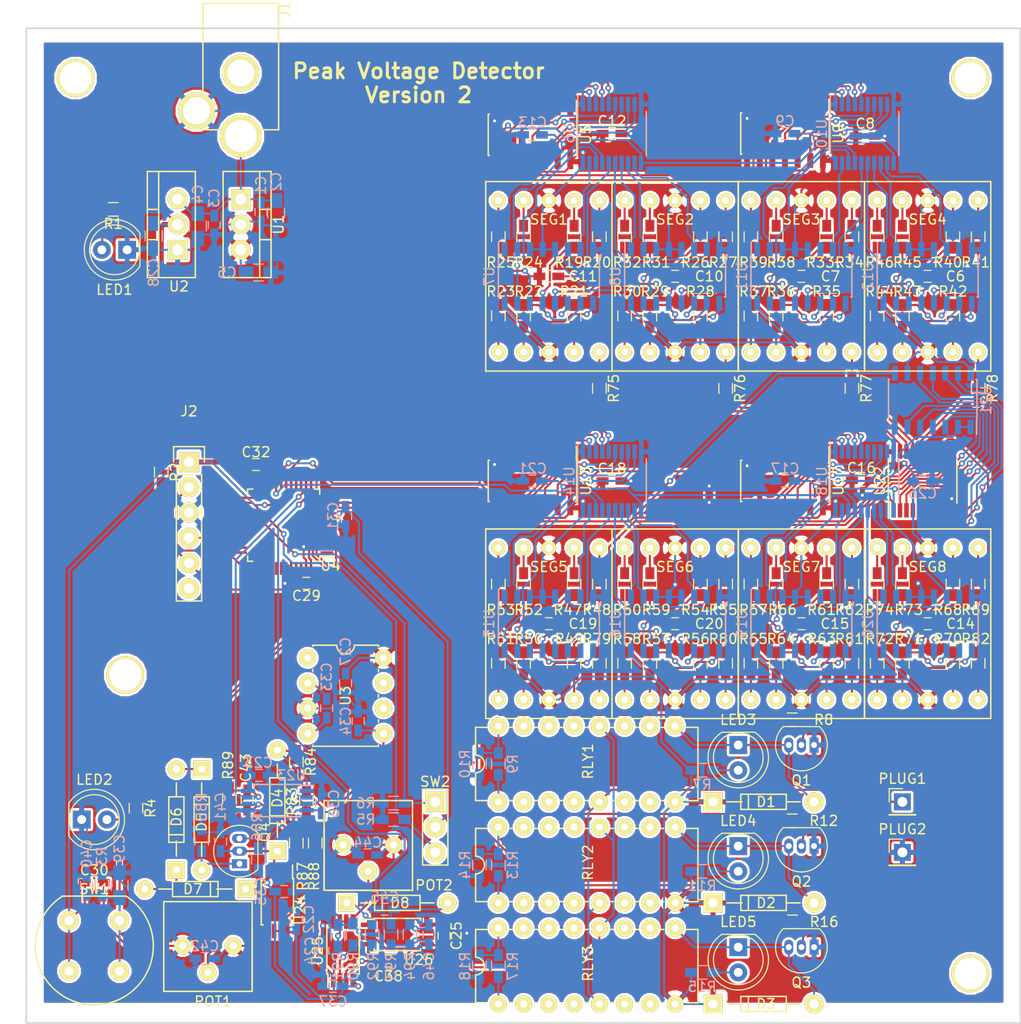
<source format=kicad_pcb>
(kicad_pcb (version 20171130) (host pcbnew "(5.0.2)-1")
  (layers (0 F.Cu signal) (31 B.Cu signal) (34 B.Paste user hide) (35 F.Paste user hide) (36 B.SilkS user) (37 F.SilkS user) (38 B.Mask user hide) (39 F.Mask user hide) (44 Edge.Cuts user))
  (net 0 "")
  (net 1 "Net-(C1-Pad1)")
  (net 2 GND)
  (net 3 +5V)
  (net 4 +3V3)
  (net 5 "Net-(C33-Pad1)")
  (net 6 "Net-(C33-Pad2)")
  (net 7 -5V)
  (net 8 /CAPTURE_BUTTON)
  (net 9 "Net-(C41-Pad1)")
  (net 10 /MinVoltage)
  (net 11 "Net-(C43-Pad2)")
  (net 12 "Net-(C45-Pad1)")
  (net 13 /MaxVoltage)
  (net 14 "Net-(C46-Pad2)")
  (net 15 "Net-(D1-Pad2)")
  (net 16 "Net-(D2-Pad2)")
  (net 17 "Net-(D3-Pad2)")
  (net 18 "Net-(D4-Pad2)")
  (net 19 "Net-(D5-Pad2)")
  (net 20 "Net-(D5-Pad1)")
  (net 21 "Net-(D6-Pad1)")
  (net 22 "Net-(D8-Pad1)")
  (net 23 "Net-(J2-Pad6)")
  (net 24 NRST)
  (net 25 SWDIO)
  (net 26 SWDCLK)
  (net 27 "Net-(LED1-Pad2)")
  (net 28 "Net-(LED2-Pad2)")
  (net 29 "Net-(LED3-Pad2)")
  (net 30 "Net-(LED4-Pad2)")
  (net 31 "Net-(LED5-Pad2)")
  (net 32 /VoltageRangeSelection/Vin)
  (net 33 "Net-(POT1-Pad2)")
  (net 34 "Net-(POT2-Pad2)")
  (net 35 "Net-(Q1-Pad2)")
  (net 36 "Net-(Q2-Pad2)")
  (net 37 "Net-(Q3-Pad2)")
  (net 38 "Net-(Q4-Pad3)")
  (net 39 "Net-(R4-Pad1)")
  (net 40 /LowVoltageSelect)
  (net 41 /HighVoltageSelect)
  (net 42 /HIGH_VOLTAGE_RELAY)
  (net 43 "Net-(R10-Pad1)")
  (net 44 "Net-(R9-Pad1)")
  (net 45 /MID_VOLTAGE_RELAY)
  (net 46 "Net-(R13-Pad2)")
  (net 47 "Net-(R13-Pad1)")
  (net 48 /LOW_VOLTAGE_RELAY)
  (net 49 "Net-(R17-Pad2)")
  (net 50 "Net-(R17-Pad1)")
  (net 51 "Net-(R19-Pad2)")
  (net 52 "Net-(R19-Pad1)")
  (net 53 "Net-(R20-Pad1)")
  (net 54 "Net-(R20-Pad2)")
  (net 55 "Net-(R21-Pad2)")
  (net 56 "Net-(R21-Pad1)")
  (net 57 "Net-(R22-Pad1)")
  (net 58 "Net-(R22-Pad2)")
  (net 59 "Net-(R23-Pad1)")
  (net 60 "Net-(R23-Pad2)")
  (net 61 "Net-(R24-Pad1)")
  (net 62 "Net-(R24-Pad2)")
  (net 63 "Net-(R25-Pad2)")
  (net 64 "Net-(R25-Pad1)")
  (net 65 "Net-(R26-Pad1)")
  (net 66 "Net-(R26-Pad2)")
  (net 67 "Net-(R27-Pad2)")
  (net 68 "Net-(R27-Pad1)")
  (net 69 "Net-(R28-Pad1)")
  (net 70 "Net-(R28-Pad2)")
  (net 71 "Net-(R29-Pad2)")
  (net 72 "Net-(R29-Pad1)")
  (net 73 "Net-(R30-Pad1)")
  (net 74 "Net-(R30-Pad2)")
  (net 75 "Net-(R31-Pad2)")
  (net 76 "Net-(R31-Pad1)")
  (net 77 "Net-(R32-Pad1)")
  (net 78 "Net-(R32-Pad2)")
  (net 79 "Net-(R33-Pad1)")
  (net 80 "Net-(R33-Pad2)")
  (net 81 "Net-(R34-Pad2)")
  (net 82 "Net-(R34-Pad1)")
  (net 83 "Net-(R35-Pad1)")
  (net 84 "Net-(R35-Pad2)")
  (net 85 "Net-(R36-Pad2)")
  (net 86 "Net-(R36-Pad1)")
  (net 87 "Net-(R37-Pad1)")
  (net 88 "Net-(R37-Pad2)")
  (net 89 "Net-(R38-Pad1)")
  (net 90 "Net-(R38-Pad2)")
  (net 91 "Net-(R39-Pad2)")
  (net 92 "Net-(R39-Pad1)")
  (net 93 "Net-(R40-Pad1)")
  (net 94 "Net-(R40-Pad2)")
  (net 95 "Net-(R41-Pad2)")
  (net 96 "Net-(R41-Pad1)")
  (net 97 "Net-(R42-Pad1)")
  (net 98 "Net-(R42-Pad2)")
  (net 99 "Net-(R43-Pad2)")
  (net 100 "Net-(R43-Pad1)")
  (net 101 "Net-(R44-Pad1)")
  (net 102 "Net-(R44-Pad2)")
  (net 103 "Net-(R45-Pad2)")
  (net 104 "Net-(R45-Pad1)")
  (net 105 "Net-(R46-Pad2)")
  (net 106 "Net-(R46-Pad1)")
  (net 107 "Net-(R47-Pad2)")
  (net 108 "Net-(R47-Pad1)")
  (net 109 "Net-(R48-Pad2)")
  (net 110 "Net-(R48-Pad1)")
  (net 111 "Net-(R49-Pad1)")
  (net 112 "Net-(R49-Pad2)")
  (net 113 "Net-(R50-Pad2)")
  (net 114 "Net-(R50-Pad1)")
  (net 115 "Net-(R51-Pad2)")
  (net 116 "Net-(R51-Pad1)")
  (net 117 "Net-(R52-Pad2)")
  (net 118 "Net-(R52-Pad1)")
  (net 119 "Net-(R53-Pad1)")
  (net 120 "Net-(R53-Pad2)")
  (net 121 "Net-(R54-Pad1)")
  (net 122 "Net-(R54-Pad2)")
  (net 123 "Net-(R55-Pad2)")
  (net 124 "Net-(R55-Pad1)")
  (net 125 "Net-(R56-Pad2)")
  (net 126 "Net-(R56-Pad1)")
  (net 127 "Net-(R57-Pad2)")
  (net 128 "Net-(R57-Pad1)")
  (net 129 "Net-(R58-Pad1)")
  (net 130 "Net-(R58-Pad2)")
  (net 131 "Net-(R59-Pad2)")
  (net 132 "Net-(R59-Pad1)")
  (net 133 "Net-(R60-Pad2)")
  (net 134 "Net-(R60-Pad1)")
  (net 135 "Net-(R61-Pad2)")
  (net 136 "Net-(R61-Pad1)")
  (net 137 "Net-(R62-Pad1)")
  (net 138 "Net-(R62-Pad2)")
  (net 139 "Net-(R63-Pad2)")
  (net 140 "Net-(R63-Pad1)")
  (net 141 "Net-(R64-Pad1)")
  (net 142 "Net-(R64-Pad2)")
  (net 143 "Net-(R65-Pad2)")
  (net 144 "Net-(R65-Pad1)")
  (net 145 "Net-(R66-Pad1)")
  (net 146 "Net-(R66-Pad2)")
  (net 147 "Net-(R67-Pad2)")
  (net 148 "Net-(R67-Pad1)")
  (net 149 "Net-(R68-Pad2)")
  (net 150 "Net-(R68-Pad1)")
  (net 151 "Net-(R69-Pad1)")
  (net 152 "Net-(R69-Pad2)")
  (net 153 "Net-(R70-Pad2)")
  (net 154 "Net-(R70-Pad1)")
  (net 155 "Net-(R71-Pad2)")
  (net 156 "Net-(R71-Pad1)")
  (net 157 "Net-(R72-Pad1)")
  (net 158 "Net-(R72-Pad2)")
  (net 159 "Net-(R73-Pad2)")
  (net 160 "Net-(R73-Pad1)")
  (net 161 "Net-(R74-Pad2)")
  (net 162 "Net-(R74-Pad1)")
  (net 163 "Net-(R75-Pad2)")
  (net 164 DP1)
  (net 165 DP2)
  (net 166 "Net-(R76-Pad2)")
  (net 167 "Net-(R77-Pad2)")
  (net 168 DP3)
  (net 169 DP4)
  (net 170 "Net-(R78-Pad2)")
  (net 171 "Net-(R79-Pad2)")
  (net 172 DP5)
  (net 173 DP6)
  (net 174 "Net-(R80-Pad2)")
  (net 175 DP7)
  (net 176 "Net-(R81-Pad2)")
  (net 177 "Net-(R82-Pad2)")
  (net 178 DP8)
  (net 179 "Net-(R83-Pad1)")
  (net 180 /VoltageRangeSelection/OutputVoltage)
  (net 181 "Net-(R87-Pad2)")
  (net 182 "Net-(R88-Pad2)")
  (net 183 "Net-(R90-Pad1)")
  (net 184 "Net-(R91-Pad2)")
  (net 185 "Net-(RLY1-Pad3)")
  (net 186 "Net-(RLY1-Pad12)")
  (net 187 "Net-(RLY1-Pad14)")
  (net 188 "Net-(RLY2-Pad14)")
  (net 189 "Net-(RLY2-Pad3)")
  (net 190 "Net-(RLY3-Pad3)")
  (net 191 "Net-(RLY3-Pad14)")
  (net 192 "Net-(U3-Pad7)")
  (net 193 "Net-(U3-Pad6)")
  (net 194 "Net-(U3-Pad1)")
  (net 195 "Net-(U4-Pad46)")
  (net 196 "Net-(U4-Pad45)")
  (net 197 "Net-(U4-Pad43)")
  (net 198 "Net-(U4-Pad42)")
  (net 199 "Net-(U4-Pad41)")
  (net 200 "Net-(U4-Pad40)")
  (net 201 "Net-(U4-Pad39)")
  (net 202 "Net-(U4-Pad38)")
  (net 203 "Net-(U4-Pad36)")
  (net 204 "Net-(U4-Pad35)")
  (net 205 "Net-(U4-Pad33)")
  (net 206 "Net-(U4-Pad32)")
  (net 207 "Net-(U4-Pad31)")
  (net 208 "Net-(U4-Pad30)")
  (net 209 "Net-(U4-Pad29)")
  (net 210 "Net-(U4-Pad28)")
  (net 211 "Net-(U4-Pad22)")
  (net 212 "Net-(U4-Pad21)")
  (net 213 LATCH)
  (net 214 /DISPLAY_CLOCK)
  (net 215 /DISPLAY_DATA)
  (net 216 "Net-(U4-Pad16)")
  (net 217 "Net-(U4-Pad15)")
  (net 218 "Net-(U4-Pad4)")
  (net 219 "Net-(U4-Pad3)")
  (net 220 "Net-(U4-Pad2)")
  (net 221 "Net-(U4-Pad1)")
  (net 222 "Net-(U5-Pad3)")
  (net 223 "Net-(U5-Pad4)")
  (net 224 "Net-(U5-Pad5)")
  (net 225 "Net-(U5-Pad6)")
  (net 226 "Net-(U5-Pad10)")
  (net 227 "Net-(U5-Pad11)")
  (net 228 "Net-(U5-Pad12)")
  (net 229 "Net-(U5-Pad13)")
  (net 230 "Net-(U6-Pad12)")
  (net 231 "Net-(U6-Pad13)")
  (net 232 "Net-(U6-Pad14)")
  (net 233 "Net-(U6-Pad15)")
  (net 234 "Net-(U6-Pad16)")
  (net 235 "Net-(U6-Pad17)")
  (net 236 "Net-(U6-Pad18)")
  (net 237 "Net-(U6-Pad19)")
  (net 238 "Net-(U10-Pad2)")
  (net 239 "Net-(U10-Pad3)")
  (net 240 "Net-(U10-Pad4)")
  (net 241 "Net-(U10-Pad5)")
  (net 242 "Net-(U10-Pad6)")
  (net 243 "Net-(U10-Pad7)")
  (net 244 "Net-(U10-Pad8)")
  (net 245 "Net-(U10-Pad9)")
  (net 246 "Net-(U10-Pad19)")
  (net 247 "Net-(U10-Pad18)")
  (net 248 "Net-(U10-Pad17)")
  (net 249 "Net-(U10-Pad16)")
  (net 250 "Net-(U10-Pad15)")
  (net 251 "Net-(U10-Pad14)")
  (net 252 "Net-(U10-Pad13)")
  (net 253 "Net-(U10-Pad12)")
  (net 254 "Net-(U13-Pad13)")
  (net 255 "Net-(U13-Pad12)")
  (net 256 "Net-(U13-Pad11)")
  (net 257 "Net-(U13-Pad10)")
  (net 258 "Net-(U13-Pad6)")
  (net 259 "Net-(U13-Pad5)")
  (net 260 "Net-(U13-Pad4)")
  (net 261 "Net-(U13-Pad3)")
  (net 262 "Net-(U14-Pad12)")
  (net 263 "Net-(U14-Pad13)")
  (net 264 "Net-(U14-Pad14)")
  (net 265 "Net-(U14-Pad15)")
  (net 266 "Net-(U14-Pad16)")
  (net 267 "Net-(U14-Pad17)")
  (net 268 "Net-(U14-Pad18)")
  (net 269 "Net-(U14-Pad19)")
  (net 270 "Net-(U17-Pad13)")
  (net 271 "Net-(U17-Pad12)")
  (net 272 "Net-(U17-Pad11)")
  (net 273 "Net-(U17-Pad10)")
  (net 274 "Net-(U17-Pad6)")
  (net 275 "Net-(U17-Pad5)")
  (net 276 "Net-(U17-Pad4)")
  (net 277 "Net-(U17-Pad3)")
  (net 278 "Net-(U18-Pad19)")
  (net 279 "Net-(U18-Pad18)")
  (net 280 "Net-(U18-Pad17)")
  (net 281 "Net-(U18-Pad16)")
  (net 282 "Net-(U18-Pad15)")
  (net 283 "Net-(U18-Pad14)")
  (net 284 "Net-(U18-Pad13)")
  (net 285 "Net-(U18-Pad12)")
  (net 286 "Net-(U21-Pad13)")
  (net 287 "Net-(U21-Pad12)")
  (net 288 "Net-(U21-Pad11)")
  (net 289 "Net-(U21-Pad10)")
  (net 290 "Net-(U21-Pad6)")
  (net 291 "Net-(U21-Pad5)")
  (net 292 "Net-(U21-Pad4)")
  (net 293 "Net-(U21-Pad3)")
  (module Housings_SSOP:TSSOP-8_4.4x3mm_Pitch0.65mm (layer F.Cu) (at 189.865 141.097)
    (fp_text reference U26 (at 2.159 2.54) (layer F.SilkS))
    (fp_text value LM4565)
    (pad 8 smd rect (at 2.95 -0.975) (size 1.45 0.45) (layers F.Cu F.Paste F.Mask) (net 3 +5V))
    (pad 7 smd rect (at 2.95 -0.325) (size 1.45 0.45) (layers F.Cu F.Paste F.Mask) (net 13 /MaxVoltage))
    (pad 6 smd rect (at 2.95 0.325) (size 1.45 0.45) (layers F.Cu F.Paste F.Mask) (net 14 "Net-(C46-Pad2)"))
    (pad 5 smd rect (at 2.95 0.975) (size 1.45 0.45) (layers F.Cu F.Paste F.Mask) (net 2 GND))
    (pad 4 smd rect (at -2.95 0.975) (size 1.45 0.45) (layers F.Cu F.Paste F.Mask) (net 7 -5V))
    (pad 3 smd rect (at -2.95 0.325) (size 1.45 0.45) (layers F.Cu F.Paste F.Mask) (net 2 GND))
    (pad 2 smd rect (at -2.95 -0.325) (size 1.45 0.45) (layers F.Cu F.Paste F.Mask) (net 183 "Net-(R90-Pad1)"))
    (pad 1 smd rect (at -2.95 -0.975) (size 1.45 0.45) (layers F.Cu F.Paste F.Mask) (net 22 "Net-(D8-Pad1)"))
  )
  (module Housings_SOIC:SOIC-14_3.9x8.7mm_Pitch1.27mm (layer F.Cu) (at 203.454 60.706 270)
    (fp_text reference U5 (at 0 -5.375 270) (layer F.SilkS))
    (fp_text value 74LS164)
    (pad 14 smd rect (at 2.7 -3.81 270) (size 1.5 0.6) (layers F.Cu F.Paste F.Mask) (net 3 +5V))
    (pad 13 smd rect (at 2.7 -2.54 270) (size 1.5 0.6) (layers F.Cu F.Paste F.Mask) (net 229 "Net-(U5-Pad13)"))
    (pad 12 smd rect (at 2.7 -1.27 270) (size 1.5 0.6) (layers F.Cu F.Paste F.Mask) (net 228 "Net-(U5-Pad12)"))
    (pad 11 smd rect (at 2.7 0 270) (size 1.5 0.6) (layers F.Cu F.Paste F.Mask) (net 227 "Net-(U5-Pad11)"))
    (pad 10 smd rect (at 2.7 1.27 270) (size 1.5 0.6) (layers F.Cu F.Paste F.Mask) (net 226 "Net-(U5-Pad10)"))
    (pad 9 smd rect (at 2.7 2.54 270) (size 1.5 0.6) (layers F.Cu F.Paste F.Mask) (net 3 +5V))
    (pad 8 smd rect (at 2.7 3.81 270) (size 1.5 0.6) (layers F.Cu F.Paste F.Mask) (net 214 /DISPLAY_CLOCK))
    (pad 7 smd rect (at -2.7 3.81 270) (size 1.5 0.6) (layers F.Cu F.Paste F.Mask) (net 2 GND))
    (pad 6 smd rect (at -2.7 2.54 270) (size 1.5 0.6) (layers F.Cu F.Paste F.Mask) (net 225 "Net-(U5-Pad6)"))
    (pad 5 smd rect (at -2.7 1.27 270) (size 1.5 0.6) (layers F.Cu F.Paste F.Mask) (net 224 "Net-(U5-Pad5)"))
    (pad 4 smd rect (at -2.7 0 270) (size 1.5 0.6) (layers F.Cu F.Paste F.Mask) (net 223 "Net-(U5-Pad4)"))
    (pad 3 smd rect (at -2.7 -1.27 270) (size 1.5 0.6) (layers F.Cu F.Paste F.Mask) (net 222 "Net-(U5-Pad3)"))
    (pad 2 smd rect (at -2.7 -2.54 270) (size 1.5 0.6) (layers F.Cu F.Paste F.Mask) (net 215 /DISPLAY_DATA))
    (pad 1 smd rect (at -2.7 -3.81 270) (size 1.5 0.6) (layers F.Cu F.Paste F.Mask) (net 215 /DISPLAY_DATA))
  )
  (module CustomFootprint:TO-220_Neutral123_Vertical (layer F.Cu) (at 167.767 69.723 90)
    (fp_text reference U2 (at -6.223 0.127 180) (layer F.SilkS))
    (fp_text value LD1117)
    (pad 2 thru_hole circle (at 0 0 180) (size 1.989 1.989) (drill 1.1) (layers *.Cu *.Mask F.SilkS) (net 4 +3V3))
    (pad 1 thru_hole rect (at -2.54 0 180) (size 1.989 1.989) (drill 1.1) (layers *.Cu *.Mask F.SilkS) (net 2 GND))
    (pad 3 thru_hole circle (at 2.54 0 180) (size 1.989 1.989) (drill 1.1) (layers *.Cu *.Mask F.SilkS) (net 1 "Net-(C1-Pad1)"))
  )
  (module Capacitors_SMD:C_0603_HandSoldering (layer B.Cu) (at 176.149 68.453 270)
    (fp_text reference C1 (at -2.667 0 270) (layer B.SilkS) (effects (justify mirror)))
    (fp_text value 100nF)
    (pad 1 smd rect (at -0.95 0 270) (size 1.2 0.75) (layers B.Cu B.Paste B.Mask) (net 1 "Net-(C1-Pad1)"))
    (pad 2 smd rect (at 0.95 0 270) (size 1.2 0.75) (layers B.Cu B.Paste B.Mask) (net 2 GND))
  )
  (module Capacitors_SMD:C_0805_HandSoldering (layer B.Cu) (at 177.673 68.56 270)
    (fp_text reference C2 (at -3.155 0 270) (layer B.SilkS) (effects (justify mirror)))
    (fp_text value 22uF)
    (pad 2 smd rect (at 1.25 0 270) (size 1.5 1.25) (layers B.Cu B.Paste B.Mask) (net 2 GND))
    (pad 1 smd rect (at -1.25 0 270) (size 1.5 1.25) (layers B.Cu B.Paste B.Mask) (net 1 "Net-(C1-Pad1)"))
  )
  (module Capacitors_SMD:C_0603_HandSoldering (layer B.Cu) (at 171.45 69.784 270)
    (fp_text reference C3 (at -2.728 0 270) (layer B.SilkS) (effects (justify mirror)))
    (fp_text value 100nF)
    (pad 2 smd rect (at 0.95 0 270) (size 1.2 0.75) (layers B.Cu B.Paste B.Mask) (net 2 GND))
    (pad 1 smd rect (at -0.95 0 270) (size 1.2 0.75) (layers B.Cu B.Paste B.Mask) (net 1 "Net-(C1-Pad1)"))
  )
  (module Capacitors_SMD:C_0805_HandSoldering (layer B.Cu) (at 169.799 69.87 270)
    (fp_text reference C4 (at -3.195 0 270) (layer B.SilkS) (effects (justify mirror)))
    (fp_text value 22uF)
    (pad 2 smd rect (at 1.25 0 270) (size 1.5 1.25) (layers B.Cu B.Paste B.Mask) (net 2 GND))
    (pad 1 smd rect (at -1.25 0 270) (size 1.5 1.25) (layers B.Cu B.Paste B.Mask) (net 1 "Net-(C1-Pad1)"))
  )
  (module Capacitors_SMD:C_0805_HandSoldering (layer B.Cu) (at 175.895 74.549)
    (fp_text reference C5 (at -3.175 0) (layer B.SilkS) (effects (justify mirror)))
    (fp_text value 22uF)
    (pad 1 smd rect (at -1.25 0) (size 1.5 1.25) (layers B.Cu B.Paste B.Mask) (net 3 +5V))
    (pad 2 smd rect (at 1.25 0) (size 1.5 1.25) (layers B.Cu B.Paste B.Mask) (net 2 GND))
  )
  (module Capacitors_SMD:C_0603_HandSoldering (layer F.Cu) (at 243.205 74.93)
    (fp_text reference C6 (at 2.794 0) (layer F.SilkS))
    (fp_text value 100nF)
    (pad 2 smd rect (at 0.95 0) (size 1.2 0.75) (layers F.Cu F.Paste F.Mask) (net 2 GND))
    (pad 1 smd rect (at -0.95 0) (size 1.2 0.75) (layers F.Cu F.Paste F.Mask) (net 3 +5V))
  )
  (module Capacitors_SMD:C_0603_HandSoldering (layer F.Cu) (at 230.505 74.93)
    (fp_text reference C7 (at 2.921 0) (layer F.SilkS))
    (fp_text value 100nF)
    (pad 2 smd rect (at 0.95 0) (size 1.2 0.75) (layers F.Cu F.Paste F.Mask) (net 2 GND))
    (pad 1 smd rect (at -0.95 0) (size 1.2 0.75) (layers F.Cu F.Paste F.Mask) (net 3 +5V))
  )
  (module Capacitors_SMD:C_0603_HandSoldering (layer F.Cu) (at 236.921 60.833)
    (fp_text reference C8 (at 0 -1.25) (layer F.SilkS))
    (fp_text value 100nF)
    (pad 1 smd rect (at -0.95 0) (size 1.2 0.75) (layers F.Cu F.Paste F.Mask) (net 3 +5V))
    (pad 2 smd rect (at 0.95 0) (size 1.2 0.75) (layers F.Cu F.Paste F.Mask) (net 2 GND))
  )
  (module Capacitors_SMD:C_0603_HandSoldering (layer B.Cu) (at 228.854 60.579 180)
    (fp_text reference C9 (at 0 1.25 180) (layer B.SilkS) (effects (justify mirror)))
    (fp_text value 100nF)
    (pad 2 smd rect (at 0.95 0 180) (size 1.2 0.75) (layers B.Cu B.Paste B.Mask) (net 2 GND))
    (pad 1 smd rect (at -0.95 0 180) (size 1.2 0.75) (layers B.Cu B.Paste B.Mask) (net 3 +5V))
  )
  (module Capacitors_SMD:C_0603_HandSoldering (layer F.Cu) (at 217.805 74.93)
    (fp_text reference C10 (at 3.429 0) (layer F.SilkS))
    (fp_text value 100nF)
    (pad 2 smd rect (at 0.95 0) (size 1.2 0.75) (layers F.Cu F.Paste F.Mask) (net 2 GND))
    (pad 1 smd rect (at -0.95 0) (size 1.2 0.75) (layers F.Cu F.Paste F.Mask) (net 3 +5V))
  )
  (module Capacitors_SMD:C_0603_HandSoldering (layer F.Cu) (at 205.105 74.93)
    (fp_text reference C11 (at 3.429 0) (layer F.SilkS))
    (fp_text value 100nF)
    (pad 2 smd rect (at 0.95 0) (size 1.2 0.75) (layers F.Cu F.Paste F.Mask) (net 2 GND))
    (pad 1 smd rect (at -0.95 0) (size 1.2 0.75) (layers F.Cu F.Paste F.Mask) (net 3 +5V))
  )
  (module Capacitors_SMD:C_0603_HandSoldering (layer F.Cu) (at 211.455 60.579)
    (fp_text reference C12 (at 0 -1.25) (layer F.SilkS))
    (fp_text value 100nF)
    (pad 1 smd rect (at -0.95 0) (size 1.2 0.75) (layers F.Cu F.Paste F.Mask) (net 3 +5V))
    (pad 2 smd rect (at 0.95 0) (size 1.2 0.75) (layers F.Cu F.Paste F.Mask) (net 2 GND))
  )
  (module Capacitors_SMD:C_0603_HandSoldering (layer B.Cu) (at 203.454 60.706 180)
    (fp_text reference C13 (at 0 1.25 180) (layer B.SilkS) (effects (justify mirror)))
    (fp_text value 100nF)
    (pad 2 smd rect (at 0.95 0 180) (size 1.2 0.75) (layers B.Cu B.Paste B.Mask) (net 2 GND))
    (pad 1 smd rect (at -0.95 0 180) (size 1.2 0.75) (layers B.Cu B.Paste B.Mask) (net 3 +5V))
  )
  (module Capacitors_SMD:C_0603_HandSoldering (layer F.Cu) (at 243.205 109.855)
    (fp_text reference C14 (at 3.302 0) (layer F.SilkS))
    (fp_text value 100nF)
    (pad 1 smd rect (at -0.95 0) (size 1.2 0.75) (layers F.Cu F.Paste F.Mask) (net 3 +5V))
    (pad 2 smd rect (at 0.95 0) (size 1.2 0.75) (layers F.Cu F.Paste F.Mask) (net 2 GND))
  )
  (module Capacitors_SMD:C_0603_HandSoldering (layer F.Cu) (at 230.505 109.855)
    (fp_text reference C15 (at 3.3655 0) (layer F.SilkS))
    (fp_text value 100nF)
    (pad 2 smd rect (at 0.95 0) (size 1.2 0.75) (layers F.Cu F.Paste F.Mask) (net 2 GND))
    (pad 1 smd rect (at -0.95 0) (size 1.2 0.75) (layers F.Cu F.Paste F.Mask) (net 3 +5V))
  )
  (module Capacitors_SMD:C_0603_HandSoldering (layer F.Cu) (at 236.5375 95.4405)
    (fp_text reference C16 (at 0 -1.25) (layer F.SilkS))
    (fp_text value 100nF)
    (pad 2 smd rect (at 0.95 0) (size 1.2 0.75) (layers F.Cu F.Paste F.Mask) (net 2 GND))
    (pad 1 smd rect (at -0.95 0) (size 1.2 0.75) (layers F.Cu F.Paste F.Mask) (net 3 +5V))
  )
  (module Capacitors_SMD:C_0603_HandSoldering (layer B.Cu) (at 228.854 95.504 180)
    (fp_text reference C17 (at 0 1.25 180) (layer B.SilkS) (effects (justify mirror)))
    (fp_text value 100nF)
    (pad 1 smd rect (at -0.95 0 180) (size 1.2 0.75) (layers B.Cu B.Paste B.Mask) (net 3 +5V))
    (pad 2 smd rect (at 0.95 0 180) (size 1.2 0.75) (layers B.Cu B.Paste B.Mask) (net 2 GND))
  )
  (module Capacitors_SMD:C_0603_HandSoldering (layer F.Cu) (at 211.455 95.504)
    (fp_text reference C18 (at 0 -1.25) (layer F.SilkS))
    (fp_text value 100nF)
    (pad 2 smd rect (at 0.95 0) (size 1.2 0.75) (layers F.Cu F.Paste F.Mask) (net 2 GND))
    (pad 1 smd rect (at -0.95 0) (size 1.2 0.75) (layers F.Cu F.Paste F.Mask) (net 3 +5V))
  )
  (module Capacitors_SMD:C_0603_HandSoldering (layer F.Cu) (at 205.105 109.855)
    (fp_text reference C19 (at 3.429 0) (layer F.SilkS))
    (fp_text value 100nF)
    (pad 1 smd rect (at -0.95 0) (size 1.2 0.75) (layers F.Cu F.Paste F.Mask) (net 3 +5V))
    (pad 2 smd rect (at 0.95 0) (size 1.2 0.75) (layers F.Cu F.Paste F.Mask) (net 2 GND))
  )
  (module Capacitors_SMD:C_0603_HandSoldering (layer F.Cu) (at 217.805 109.855)
    (fp_text reference C20 (at 3.429 0) (layer F.SilkS))
    (fp_text value 100nF)
    (pad 2 smd rect (at 0.95 0) (size 1.2 0.75) (layers F.Cu F.Paste F.Mask) (net 2 GND))
    (pad 1 smd rect (at -0.95 0) (size 1.2 0.75) (layers F.Cu F.Paste F.Mask) (net 3 +5V))
  )
  (module Capacitors_SMD:C_0603_HandSoldering (layer B.Cu) (at 203.454 95.504 180)
    (fp_text reference C21 (at 0 1.25 180) (layer B.SilkS) (effects (justify mirror)))
    (fp_text value 100nF)
    (pad 1 smd rect (at -0.95 0 180) (size 1.2 0.75) (layers B.Cu B.Paste B.Mask) (net 3 +5V))
    (pad 2 smd rect (at 0.95 0 180) (size 1.2 0.75) (layers B.Cu B.Paste B.Mask) (net 2 GND))
  )
  (module Capacitors_SMD:C_0603_HandSoldering (layer B.Cu) (at 179.705 139.573 90)
    (fp_text reference C22 (at 0 1.25 90) (layer B.SilkS) (effects (justify mirror)))
    (fp_text value 100nF)
    (pad 2 smd rect (at 0.95 0 90) (size 1.2 0.75) (layers B.Cu B.Paste B.Mask) (net 2 GND))
    (pad 1 smd rect (at -0.95 0 90) (size 1.2 0.75) (layers B.Cu B.Paste B.Mask) (net 3 +5V))
  )
  (module Capacitors_SMD:C_0603_HandSoldering (layer B.Cu) (at 175.956 125.095)
    (fp_text reference C23 (at -0.061 -1.27) (layer B.SilkS) (effects (justify mirror)))
    (fp_text value 100nF)
    (pad 1 smd rect (at -0.95 0) (size 1.2 0.75) (layers B.Cu B.Paste B.Mask) (net 3 +5V))
    (pad 2 smd rect (at 0.95 0) (size 1.2 0.75) (layers B.Cu B.Paste B.Mask) (net 2 GND))
  )
  (module Capacitors_SMD:C_0603_HandSoldering (layer B.Cu) (at 182.372 142.748 270)
    (fp_text reference C24 (at 0 1.25 270) (layer B.SilkS) (effects (justify mirror)))
    (fp_text value 100nF)
    (pad 2 smd rect (at 0.95 0 270) (size 1.2 0.75) (layers B.Cu B.Paste B.Mask) (net 2 GND))
    (pad 1 smd rect (at -0.95 0 270) (size 1.2 0.75) (layers B.Cu B.Paste B.Mask) (net 3 +5V))
  )
  (module Capacitors_SMD:C_0603_HandSoldering (layer F.Cu) (at 194.564 141.224 270)
    (fp_text reference C25 (at 0 -1.25 270) (layer F.SilkS))
    (fp_text value 100nF)
    (pad 1 smd rect (at -0.95 0 270) (size 1.2 0.75) (layers F.Cu F.Paste F.Mask) (net 3 +5V))
    (pad 2 smd rect (at 0.95 0 270) (size 1.2 0.75) (layers F.Cu F.Paste F.Mask) (net 2 GND))
  )
  (module Capacitors_SMD:C_0603_HandSoldering (layer B.Cu) (at 242.697 95.504)
    (fp_text reference C26 (at 0 1.25) (layer B.SilkS) (effects (justify mirror)))
    (fp_text value 100nF)
    (pad 2 smd rect (at 0.95 0) (size 1.2 0.75) (layers B.Cu B.Paste B.Mask) (net 2 GND))
    (pad 1 smd rect (at -0.95 0) (size 1.2 0.75) (layers B.Cu B.Paste B.Mask) (net 3 +5V))
  )
  (module Capacitors_SMD:C_0603_HandSoldering (layer B.Cu) (at 184.658 115.824 270)
    (fp_text reference C27 (at -3.175 0 270) (layer B.SilkS) (effects (justify mirror)))
    (fp_text value 100nF)
    (pad 1 smd rect (at -0.95 0 270) (size 1.2 0.75) (layers B.Cu B.Paste B.Mask) (net 3 +5V))
    (pad 2 smd rect (at 0.95 0 270) (size 1.2 0.75) (layers B.Cu B.Paste B.Mask) (net 2 GND))
  )
  (module Capacitors_SMD:C_0805_HandSoldering (layer B.Cu) (at 165.354 70.866 270)
    (fp_text reference C28 (at 3.683 0 270) (layer B.SilkS) (effects (justify mirror)))
    (fp_text value 22uF)
    (pad 1 smd rect (at -1.25 0 270) (size 1.5 1.25) (layers B.Cu B.Paste B.Mask) (net 4 +3V3))
    (pad 2 smd rect (at 1.25 0 270) (size 1.5 1.25) (layers B.Cu B.Paste B.Mask) (net 2 GND))
  )
  (module Capacitors_SMD:C_0603_HandSoldering (layer F.Cu) (at 180.721 105.791 180)
    (fp_text reference C29 (at 0 -1.25 180) (layer F.SilkS))
    (fp_text value 100nF)
    (pad 1 smd rect (at -0.95 0 180) (size 1.2 0.75) (layers F.Cu F.Paste F.Mask) (net 4 +3V3))
    (pad 2 smd rect (at 0.95 0 180) (size 1.2 0.75) (layers F.Cu F.Paste F.Mask) (net 2 GND))
  )
  (module Capacitors_SMD:C_0603_HandSoldering (layer F.Cu) (at 159.385 135.89)
    (fp_text reference C30 (at 0 -1.25) (layer F.SilkS))
    (fp_text value 100nF)
    (pad 2 smd rect (at 0.95 0) (size 1.2 0.75) (layers F.Cu F.Paste F.Mask) (net 2 GND))
    (pad 1 smd rect (at -0.95 0) (size 1.2 0.75) (layers F.Cu F.Paste F.Mask) (net 4 +3V3))
  )
  (module Capacitors_SMD:C_0603_HandSoldering (layer B.Cu) (at 184.658 99.06 270)
    (fp_text reference C31 (at 0 1.25 270) (layer B.SilkS) (effects (justify mirror)))
    (fp_text value 100nF)
    (pad 1 smd rect (at -0.95 0 270) (size 1.2 0.75) (layers B.Cu B.Paste B.Mask) (net 4 +3V3))
    (pad 2 smd rect (at 0.95 0 270) (size 1.2 0.75) (layers B.Cu B.Paste B.Mask) (net 2 GND))
  )
  (module Capacitors_SMD:C_0603_HandSoldering (layer F.Cu) (at 175.641 93.853)
    (fp_text reference C32 (at 0 -1.25) (layer F.SilkS))
    (fp_text value 100nF)
    (pad 2 smd rect (at 0.95 0) (size 1.2 0.75) (layers F.Cu F.Paste F.Mask) (net 2 GND))
    (pad 1 smd rect (at -0.95 0) (size 1.2 0.75) (layers F.Cu F.Paste F.Mask) (net 4 +3V3))
  )
  (module Capacitors_SMD:C_0603_HandSoldering (layer B.Cu) (at 182.753 118.364 270)
    (fp_text reference C33 (at -3.175 0 270) (layer B.SilkS) (effects (justify mirror)))
    (fp_text value 10uF)
    (pad 1 smd rect (at -0.95 0 270) (size 1.2 0.75) (layers B.Cu B.Paste B.Mask) (net 5 "Net-(C33-Pad1)"))
    (pad 2 smd rect (at 0.95 0 270) (size 1.2 0.75) (layers B.Cu B.Paste B.Mask) (net 6 "Net-(C33-Pad2)"))
  )
  (module Capacitors_SMD:C_0603_HandSoldering (layer B.Cu) (at 185.928 119.634 270)
    (fp_text reference C34 (at 0 1.25 270) (layer B.SilkS) (effects (justify mirror)))
    (fp_text value 10uF)
    (pad 2 smd rect (at 0.95 0 270) (size 1.2 0.75) (layers B.Cu B.Paste B.Mask) (net 7 -5V))
    (pad 1 smd rect (at -0.95 0 270) (size 1.2 0.75) (layers B.Cu B.Paste B.Mask) (net 2 GND))
  )
  (module Capacitors_SMD:C_0603_HandSoldering (layer B.Cu) (at 178.501 136.779)
    (fp_text reference C35 (at -2.352 0 90) (layer B.SilkS) (effects (justify mirror)))
    (fp_text value 100nF)
    (pad 1 smd rect (at -0.95 0) (size 1.2 0.75) (layers B.Cu B.Paste B.Mask) (net 7 -5V))
    (pad 2 smd rect (at 0.95 0) (size 1.2 0.75) (layers B.Cu B.Paste B.Mask) (net 2 GND))
  )
  (module Capacitors_SMD:C_0603_HandSoldering (layer B.Cu) (at 182.245 127.95 90)
    (fp_text reference C36 (at 0 1.25 90) (layer B.SilkS) (effects (justify mirror)))
    (fp_text value 100nF)
    (pad 1 smd rect (at -0.95 0 90) (size 1.2 0.75) (layers B.Cu B.Paste B.Mask) (net 7 -5V))
    (pad 2 smd rect (at 0.95 0 90) (size 1.2 0.75) (layers B.Cu B.Paste B.Mask) (net 2 GND))
  )
  (module Capacitors_SMD:C_0603_HandSoldering (layer B.Cu) (at 183.388 146.304 180)
    (fp_text reference C37 (at 0 -1.524 180) (layer B.SilkS) (effects (justify mirror)))
    (fp_text value 100nF)
    (pad 2 smd rect (at 0.95 0 180) (size 1.2 0.75) (layers B.Cu B.Paste B.Mask) (net 2 GND))
    (pad 1 smd rect (at -0.95 0 180) (size 1.2 0.75) (layers B.Cu B.Paste B.Mask) (net 7 -5V))
  )
  (module Capacitors_SMD:C_0603_HandSoldering (layer F.Cu) (at 188.976 143.764)
    (fp_text reference C38 (at 0 1.524) (layer F.SilkS))
    (fp_text value 100nF)
    (pad 1 smd rect (at -0.95 0) (size 1.2 0.75) (layers F.Cu F.Paste F.Mask) (net 7 -5V))
    (pad 2 smd rect (at 0.95 0) (size 1.2 0.75) (layers F.Cu F.Paste F.Mask) (net 2 GND))
  )
  (module Capacitors_SMD:C_0805_HandSoldering (layer B.Cu) (at 161.925 136.144 90)
    (fp_text reference C39 (at 3.683 0 90) (layer B.SilkS) (effects (justify mirror)))
    (fp_text value 22uF)
    (pad 2 smd rect (at 1.25 0 90) (size 1.5 1.25) (layers B.Cu B.Paste B.Mask) (net 2 GND))
    (pad 1 smd rect (at -1.25 0 90) (size 1.5 1.25) (layers B.Cu B.Paste B.Mask) (net 8 /CAPTURE_BUTTON))
  )
  (module Capacitors_SMD:C_0603_HandSoldering (layer B.Cu) (at 158.623 136.144 90)
    (fp_text reference C40 (at 3.175 0 90) (layer B.SilkS) (effects (justify mirror)))
    (fp_text value 100nF)
    (pad 2 smd rect (at 0.95 0 90) (size 1.2 0.75) (layers B.Cu B.Paste B.Mask) (net 2 GND))
    (pad 1 smd rect (at -0.95 0 90) (size 1.2 0.75) (layers B.Cu B.Paste B.Mask) (net 8 /CAPTURE_BUTTON))
  )
  (module Capacitors_SMD:C_0603_HandSoldering (layer B.Cu) (at 172.085 131.76 90)
    (fp_text reference C41 (at 3.49 0 90) (layer B.SilkS) (effects (justify mirror)))
    (fp_text value 470nF)
    (pad 2 smd rect (at 0.95 0 90) (size 1.2 0.75) (layers B.Cu B.Paste B.Mask) (net 2 GND))
    (pad 1 smd rect (at -0.95 0 90) (size 1.2 0.75) (layers B.Cu B.Paste B.Mask) (net 9 "Net-(C41-Pad1)"))
  )
  (module Capacitors_SMD:C_0603_HandSoldering (layer B.Cu) (at 170.5 143.51 180)
    (fp_text reference C42 (at 0 1.25 180) (layer B.SilkS) (effects (justify mirror)))
    (fp_text value 100nF)
    (pad 1 smd rect (at -0.95 0 180) (size 1.2 0.75) (layers B.Cu B.Paste B.Mask) (net 3 +5V))
    (pad 2 smd rect (at 0.95 0 180) (size 1.2 0.75) (layers B.Cu B.Paste B.Mask) (net 2 GND))
  )
  (module Capacitors_SMD:C_0603_HandSoldering (layer F.Cu) (at 174.752 127.574 270)
    (fp_text reference C43 (at -3.241 0.127 270) (layer F.SilkS))
    (fp_text value 100nF)
    (pad 1 smd rect (at -0.95 0 270) (size 1.2 0.75) (layers F.Cu F.Paste F.Mask) (net 10 /MinVoltage))
    (pad 2 smd rect (at 0.95 0 270) (size 1.2 0.75) (layers F.Cu F.Paste F.Mask) (net 11 "Net-(C43-Pad2)"))
  )
  (module Capacitors_SMD:C_0603_HandSoldering (layer B.Cu) (at 186.878 133.096 180)
    (fp_text reference C44 (at 0 1.25 180) (layer B.SilkS) (effects (justify mirror)))
    (fp_text value 100nF)
    (pad 1 smd rect (at -0.95 0 180) (size 1.2 0.75) (layers B.Cu B.Paste B.Mask) (net 3 +5V))
    (pad 2 smd rect (at 0.95 0 180) (size 1.2 0.75) (layers B.Cu B.Paste B.Mask) (net 2 GND))
  )
  (module Capacitors_SMD:C_0603_HandSoldering (layer B.Cu) (at 188.595 138.557 180)
    (fp_text reference C45 (at 0 1.25 180) (layer B.SilkS) (effects (justify mirror)))
    (fp_text value 470nF)
    (pad 2 smd rect (at 0.95 0 180) (size 1.2 0.75) (layers B.Cu B.Paste B.Mask) (net 2 GND))
    (pad 1 smd rect (at -0.95 0 180) (size 1.2 0.75) (layers B.Cu B.Paste B.Mask) (net 12 "Net-(C45-Pad1)"))
  )
  (module Capacitors_SMD:C_0603_HandSoldering (layer B.Cu) (at 193.04 141.097 270)
    (fp_text reference C46 (at 3.175 0 270) (layer B.SilkS) (effects (justify mirror)))
    (fp_text value 470nF)
    (pad 1 smd rect (at -0.95 0 270) (size 1.2 0.75) (layers B.Cu B.Paste B.Mask) (net 13 /MaxVoltage))
    (pad 2 smd rect (at 0.95 0 270) (size 1.2 0.75) (layers B.Cu B.Paste B.Mask) (net 14 "Net-(C46-Pad2)"))
  )
  (module CustomFootprint:1N5818 (layer F.Cu) (at 221.615 127.762)
    (fp_text reference D1 (at 5.334 0) (layer F.SilkS))
    (fp_text value 1N4001)
    (pad 2 thru_hole circle (at 10.16 0) (size 1.916 1.916) (drill 0.9) (layers *.Cu *.Mask F.SilkS) (net 15 "Net-(D1-Pad2)"))
    (pad 1 thru_hole rect (at 0.00052 -0.00254 180) (size 1.916 1.916) (drill 0.9) (layers *.Cu *.Mask F.SilkS) (net 3 +5V))
  )
  (module CustomFootprint:1N5818 (layer F.Cu) (at 221.615 137.922)
    (fp_text reference D2 (at 5.334 0) (layer F.SilkS))
    (fp_text value 1N4001)
    (pad 1 thru_hole rect (at 0.00052 -0.00254 180) (size 1.916 1.916) (drill 0.9) (layers *.Cu *.Mask F.SilkS) (net 3 +5V))
    (pad 2 thru_hole circle (at 10.16 0) (size 1.916 1.916) (drill 0.9) (layers *.Cu *.Mask F.SilkS) (net 16 "Net-(D2-Pad2)"))
  )
  (module CustomFootprint:1N5818 (layer F.Cu) (at 221.61448 148.08454)
    (fp_text reference D3 (at 5.334 0) (layer F.SilkS))
    (fp_text value 1N4001)
    (pad 2 thru_hole circle (at 10.16 0) (size 1.916 1.916) (drill 0.9) (layers *.Cu *.Mask F.SilkS) (net 17 "Net-(D3-Pad2)"))
    (pad 1 thru_hole rect (at 0.00052 -0.00254 180) (size 1.916 1.916) (drill 0.9) (layers *.Cu *.Mask F.SilkS) (net 3 +5V))
  )
  (module CustomFootprint:1N4148 (layer F.Cu) (at 177.79746 132.71448 90)
    (fp_text reference D4 (at 5.334 0 90) (layer F.SilkS))
    (fp_text value 1N914)
    (pad 2 thru_hole circle (at 10.16 0 90) (size 1.716 1.716) (drill 0.7) (layers *.Cu *.Mask F.SilkS) (net 18 "Net-(D4-Pad2)"))
    (pad 1 thru_hole rect (at 0.00052 -0.00254 270) (size 1.716 1.716) (drill 0.7) (layers *.Cu *.Mask F.SilkS) (net 9 "Net-(C41-Pad1)"))
  )
  (module CustomFootprint:1N4148 (layer F.Cu) (at 170.18254 124.46052 270)
    (fp_text reference D5 (at 5.334 0 270) (layer F.SilkS))
    (fp_text value 1N914)
    (pad 2 thru_hole circle (at 10.16 0 270) (size 1.716 1.716) (drill 0.7) (layers *.Cu *.Mask F.SilkS) (net 19 "Net-(D5-Pad2)"))
    (pad 1 thru_hole rect (at 0.00052 -0.00254 90) (size 1.716 1.716) (drill 0.7) (layers *.Cu *.Mask F.SilkS) (net 20 "Net-(D5-Pad1)"))
  )
  (module CustomFootprint:1N4148 (layer F.Cu) (at 167.64254 134.62052 90)
    (fp_text reference D6 (at 5.334 0 90) (layer F.SilkS))
    (fp_text value 1N914)
    (pad 1 thru_hole rect (at 0.00052 -0.00254 270) (size 1.716 1.716) (drill 0.7) (layers *.Cu *.Mask F.SilkS) (net 21 "Net-(D6-Pad1)"))
    (pad 2 thru_hole circle (at 10.16 0 90) (size 1.716 1.716) (drill 0.7) (layers *.Cu *.Mask F.SilkS) (net 20 "Net-(D5-Pad1)"))
  )
  (module CustomFootprint:1N4148 (layer F.Cu) (at 174.625 136.525 180)
    (fp_text reference D7 (at 5.334 0 180) (layer F.SilkS))
    (fp_text value 1N914)
    (pad 2 thru_hole circle (at 10.16 0 180) (size 1.716 1.716) (drill 0.7) (layers *.Cu *.Mask F.SilkS) (net 21 "Net-(D6-Pad1)"))
    (pad 1 thru_hole rect (at 0.00052 -0.00254) (size 1.716 1.716) (drill 0.7) (layers *.Cu *.Mask F.SilkS) (net 7 -5V))
  )
  (module CustomFootprint:1N4148 (layer F.Cu) (at 184.785 137.922)
    (fp_text reference D8 (at 5.334 0) (layer F.SilkS))
    (fp_text value 1N914)
    (pad 1 thru_hole rect (at 0.00052 -0.00254 180) (size 1.716 1.716) (drill 0.7) (layers *.Cu *.Mask F.SilkS) (net 22 "Net-(D8-Pad1)"))
    (pad 2 thru_hole circle (at 10.16 0) (size 1.716 1.716) (drill 0.7) (layers *.Cu *.Mask F.SilkS) (net 12 "Net-(C45-Pad1)"))
  )
  (module CustomFootprint:Power_Socket_2.1mm (layer F.Cu) (at 174.117 54.483)
    (fp_text reference J1 (at 4.445 -6.35 90) (layer F.SilkS))
    (fp_text value POWER)
    (pad 2 thru_hole circle (at -4.445 3.81) (size 3.716 3.716) (drill 2.7) (layers *.Cu *.Mask F.SilkS) (net 2 GND))
    (pad 3 thru_hole circle (at 0 0) (size 3.716 3.716) (drill 2.7) (layers *.Cu *.Mask F.SilkS))
    (pad 1 thru_hole circle (at 0 6.35) (size 4.216 4.216) (drill 3.2) (layers *.Cu *.Mask F.SilkS) (net 1 "Net-(C1-Pad1)"))
  )
  (module CustomFootprint:Pin_Header_Straight_1x06 (layer F.Cu) (at 168.91 93.599)
    (fp_text reference J2 (at 0 -5.1) (layer F.SilkS))
    (fp_text value ST-Link)
    (pad 6 thru_hole circle (at 0 12.7) (size 2.016 2.016) (drill 1) (layers *.Cu *.Mask F.SilkS) (net 23 "Net-(J2-Pad6)"))
    (pad 5 thru_hole circle (at 0 10.16) (size 2.016 2.016) (drill 1) (layers *.Cu *.Mask F.SilkS) (net 24 NRST))
    (pad 4 thru_hole circle (at 0 7.62) (size 2.016 2.016) (drill 1) (layers *.Cu *.Mask F.SilkS) (net 25 SWDIO))
    (pad 3 thru_hole circle (at 0 5.08) (size 2.016 2.016) (drill 1) (layers *.Cu *.Mask F.SilkS) (net 2 GND))
    (pad 2 thru_hole circle (at 0 2.54) (size 2.016 2.016) (drill 1) (layers *.Cu *.Mask F.SilkS) (net 26 SWDCLK))
    (pad 1 thru_hole rect (at 0 0) (size 2.016 2.016) (drill 1) (layers *.Cu *.Mask F.SilkS) (net 4 +3V3))
  )
  (module LEDs:LED_D5.0mm_FlatTop (layer F.Cu) (at 162.687 72.263 180)
    (fp_text reference LED1 (at 1.27 -4.01 180) (layer F.SilkS))
    (fp_text value PowerLED)
    (pad 1 thru_hole rect (at 0 0 180) (size 1.8 1.8) (drill 0.9) (layers *.Cu *.Mask) (net 2 GND))
    (pad 2 thru_hole circle (at 2.54 0 180) (size 1.8 1.8) (drill 0.9) (layers *.Cu *.Mask) (net 27 "Net-(LED1-Pad2)"))
  )
  (module LEDs:LED_D5.0mm_FlatTop (layer F.Cu) (at 158.115 129.54)
    (fp_text reference LED2 (at 1.27 -4.01) (layer F.SilkS))
    (fp_text value CaptureLED)
    (pad 1 thru_hole rect (at 0 0) (size 1.8 1.8) (drill 0.9) (layers *.Cu *.Mask) (net 2 GND))
    (pad 2 thru_hole circle (at 2.54 0) (size 1.8 1.8) (drill 0.9) (layers *.Cu *.Mask) (net 28 "Net-(LED2-Pad2)"))
  )
  (module LEDs:LED_D5.0mm_FlatTop (layer F.Cu) (at 224.155 122.047 270)
    (fp_text reference LED3 (at -2.54 0) (layer F.SilkS))
    (fp_text value HighVoltageLED)
    (pad 2 thru_hole circle (at 2.54 0 270) (size 1.8 1.8) (drill 0.9) (layers *.Cu *.Mask) (net 29 "Net-(LED3-Pad2)"))
    (pad 1 thru_hole rect (at 0 0 270) (size 1.8 1.8) (drill 0.9) (layers *.Cu *.Mask) (net 15 "Net-(D1-Pad2)"))
  )
  (module LEDs:LED_D5.0mm_FlatTop (layer F.Cu) (at 224.155 132.207 270)
    (fp_text reference LED4 (at -2.54 0) (layer F.SilkS))
    (fp_text value MidVoltageLED)
    (pad 2 thru_hole circle (at 2.54 0 270) (size 1.8 1.8) (drill 0.9) (layers *.Cu *.Mask) (net 30 "Net-(LED4-Pad2)"))
    (pad 1 thru_hole rect (at 0 0 270) (size 1.8 1.8) (drill 0.9) (layers *.Cu *.Mask) (net 16 "Net-(D2-Pad2)"))
  )
  (module LEDs:LED_D5.0mm_FlatTop (layer F.Cu) (at 224.155 142.367 270)
    (fp_text reference LED5 (at -2.54 0) (layer F.SilkS))
    (fp_text value LowVoltageLED)
    (pad 2 thru_hole circle (at 2.54 0 270) (size 1.8 1.8) (drill 0.9) (layers *.Cu *.Mask) (net 31 "Net-(LED5-Pad2)"))
    (pad 1 thru_hole rect (at 0 0 270) (size 1.8 1.8) (drill 0.9) (layers *.Cu *.Mask) (net 17 "Net-(D3-Pad2)"))
  )
  (module Pin_Headers:Pin_Header_Straight_1x01_Pitch2.54mm (layer F.Cu) (at 240.665 127.762)
    (fp_text reference PLUG1 (at 0 -2.33) (layer F.SilkS))
    (fp_text value Vin)
    (pad 1 thru_hole rect (at 0 0) (size 1.7 1.7) (drill 1) (layers *.Cu *.Mask) (net 32 /VoltageRangeSelection/Vin))
  )
  (module Pin_Headers:Pin_Header_Straight_1x01_Pitch2.54mm (layer F.Cu) (at 240.665 132.842)
    (fp_text reference PLUG2 (at 0 -2.33) (layer F.SilkS))
    (fp_text value GND)
    (pad 1 thru_hole rect (at 0 0) (size 1.7 1.7) (drill 1) (layers *.Cu *.Mask) (net 2 GND))
  )
  (module CustomFootprint:Potentiometer_Bourns_3386 (layer F.Cu) (at 173.355 142.24)
    (fp_text reference POT1 (at -2.032 5.588) (layer F.SilkS))
    (fp_text value 10kΩ)
    (pad 1 thru_hole circle (at 0 0) (size 1.716 1.716) (drill 0.7) (layers *.Cu *.Mask F.SilkS) (net 3 +5V))
    (pad 2 thru_hole circle (at -2.54 2.667) (size 1.716 1.716) (drill 0.7) (layers *.Cu *.Mask F.SilkS) (net 33 "Net-(POT1-Pad2)"))
    (pad 3 thru_hole circle (at -5.08 0) (size 1.716 1.716) (drill 0.7) (layers *.Cu *.Mask F.SilkS) (net 2 GND))
  )
  (module CustomFootprint:Potentiometer_Bourns_3386 (layer F.Cu) (at 189.484 132.08)
    (fp_text reference POT2 (at 4.064 4.064) (layer F.SilkS))
    (fp_text value 10kΩ)
    (pad 3 thru_hole circle (at -5.08 0) (size 1.716 1.716) (drill 0.7) (layers *.Cu *.Mask F.SilkS) (net 2 GND))
    (pad 2 thru_hole circle (at -2.54 2.667) (size 1.716 1.716) (drill 0.7) (layers *.Cu *.Mask F.SilkS) (net 34 "Net-(POT2-Pad2)"))
    (pad 1 thru_hole circle (at 0 0) (size 1.716 1.716) (drill 0.7) (layers *.Cu *.Mask F.SilkS) (net 3 +5V))
  )
  (module TO_SOT_Packages_THT:TO-92_Inline_Narrow_Oval (layer F.Cu) (at 231.775 122.047 180)
    (fp_text reference Q1 (at 1.27 -3.56 180) (layer F.SilkS))
    (fp_text value 2N3904)
    (pad 1 thru_hole rect (at 0 0) (size 0.9 1.5) (drill 0.6) (layers *.Cu *.Mask) (net 2 GND))
    (pad 3 thru_hole oval (at 2.54 0) (size 0.9 1.5) (drill 0.6) (layers *.Cu *.Mask) (net 15 "Net-(D1-Pad2)"))
    (pad 2 thru_hole oval (at 1.27 0) (size 0.9 1.5) (drill 0.6) (layers *.Cu *.Mask) (net 35 "Net-(Q1-Pad2)"))
  )
  (module TO_SOT_Packages_THT:TO-92_Inline_Narrow_Oval (layer F.Cu) (at 231.775 132.207 180)
    (fp_text reference Q2 (at 1.27 -3.56 180) (layer F.SilkS))
    (fp_text value 2N3904)
    (pad 2 thru_hole oval (at 1.27 0) (size 0.9 1.5) (drill 0.6) (layers *.Cu *.Mask) (net 36 "Net-(Q2-Pad2)"))
    (pad 3 thru_hole oval (at 2.54 0) (size 0.9 1.5) (drill 0.6) (layers *.Cu *.Mask) (net 16 "Net-(D2-Pad2)"))
    (pad 1 thru_hole rect (at 0 0) (size 0.9 1.5) (drill 0.6) (layers *.Cu *.Mask) (net 2 GND))
  )
  (module TO_SOT_Packages_THT:TO-92_Inline_Narrow_Oval (layer F.Cu) (at 231.775 142.367 180)
    (fp_text reference Q3 (at 1.27 -3.56 180) (layer F.SilkS))
    (fp_text value 2N3904)
    (pad 1 thru_hole rect (at 0 0) (size 0.9 1.5) (drill 0.6) (layers *.Cu *.Mask) (net 2 GND))
    (pad 3 thru_hole oval (at 2.54 0) (size 0.9 1.5) (drill 0.6) (layers *.Cu *.Mask) (net 17 "Net-(D3-Pad2)"))
    (pad 2 thru_hole oval (at 1.27 0) (size 0.9 1.5) (drill 0.6) (layers *.Cu *.Mask) (net 37 "Net-(Q3-Pad2)"))
  )
  (module TO_SOT_Packages_THT:TO-92_Inline_Narrow_Oval (layer F.Cu) (at 173.99 133.985 90)
    (fp_text reference Q4 (at 3.175 2.54 90) (layer F.SilkS))
    (fp_text value 2N3904)
    (pad 2 thru_hole oval (at 1.27 0 270) (size 0.9 1.5) (drill 0.6) (layers *.Cu *.Mask) (net 9 "Net-(C41-Pad1)"))
    (pad 3 thru_hole oval (at 2.54 0 270) (size 0.9 1.5) (drill 0.6) (layers *.Cu *.Mask) (net 38 "Net-(Q4-Pad3)"))
    (pad 1 thru_hole rect (at 0 0 270) (size 0.9 1.5) (drill 0.6) (layers *.Cu *.Mask) (net 19 "Net-(D5-Pad2)"))
  )
  (module Resistors_SMD:R_0603_HandSoldering (layer F.Cu) (at 161.29 68.199 180)
    (fp_text reference R1 (at 0 -1.45 180) (layer F.SilkS))
    (fp_text value 150Ω)
    (pad 1 smd rect (at -1.1 0 180) (size 1.2 0.9) (layers F.Cu F.Paste F.Mask) (net 4 +3V3))
    (pad 2 smd rect (at 1.1 0 180) (size 1.2 0.9) (layers F.Cu F.Paste F.Mask) (net 27 "Net-(LED1-Pad2)"))
  )
  (module Resistors_SMD:R_0603_HandSoldering (layer F.Cu) (at 166.116 94.615 270)
    (fp_text reference R2 (at 0 -1.45 270) (layer F.SilkS))
    (fp_text value 10kΩ)
    (pad 1 smd rect (at -1.1 0 270) (size 1.2 0.9) (layers F.Cu F.Paste F.Mask) (net 4 +3V3))
    (pad 2 smd rect (at 1.1 0 270) (size 1.2 0.9) (layers F.Cu F.Paste F.Mask) (net 24 NRST))
  )
  (module Resistors_SMD:R_0603_HandSoldering (layer B.Cu) (at 160.147 136.101 90)
    (fp_text reference R3 (at 2.878 0 90) (layer B.SilkS) (effects (justify mirror)))
    (fp_text value 10kΩ)
    (pad 2 smd rect (at 1.1 0 90) (size 1.2 0.9) (layers B.Cu B.Paste B.Mask) (net 2 GND))
    (pad 1 smd rect (at -1.1 0 90) (size 1.2 0.9) (layers B.Cu B.Paste B.Mask) (net 8 /CAPTURE_BUTTON))
  )
  (module Resistors_SMD:R_0603_HandSoldering (layer F.Cu) (at 163.576 128.397 270)
    (fp_text reference R4 (at 0 -1.45 270) (layer F.SilkS))
    (fp_text value 150Ω)
    (pad 1 smd rect (at -1.1 0 270) (size 1.2 0.9) (layers F.Cu F.Paste F.Mask) (net 39 "Net-(R4-Pad1)"))
    (pad 2 smd rect (at 1.1 0 270) (size 1.2 0.9) (layers F.Cu F.Paste F.Mask) (net 28 "Net-(LED2-Pad2)"))
  )
  (module Resistors_SMD:R_0603_HandSoldering (layer B.Cu) (at 189.484 129.54 180)
    (fp_text reference R5 (at 2.794 0 180) (layer B.SilkS) (effects (justify mirror)))
    (fp_text value 10kΩ)
    (pad 1 smd rect (at -1.1 0 180) (size 1.2 0.9) (layers B.Cu B.Paste B.Mask) (net 40 /LowVoltageSelect))
    (pad 2 smd rect (at 1.1 0 180) (size 1.2 0.9) (layers B.Cu B.Paste B.Mask) (net 2 GND))
  )
  (module Resistors_SMD:R_0603_HandSoldering (layer B.Cu) (at 189.484 127.889 180)
    (fp_text reference R6 (at 2.794 0 180) (layer B.SilkS) (effects (justify mirror)))
    (fp_text value 10kΩ)
    (pad 1 smd rect (at -1.1 0 180) (size 1.2 0.9) (layers B.Cu B.Paste B.Mask) (net 41 /HighVoltageSelect))
    (pad 2 smd rect (at 1.1 0 180) (size 1.2 0.9) (layers B.Cu B.Paste B.Mask) (net 2 GND))
  )
  (module Resistors_SMD:R_0603_HandSoldering (layer B.Cu) (at 220.515 124.587)
    (fp_text reference R7 (at 0 1.45) (layer B.SilkS) (effects (justify mirror)))
    (fp_text value 270Ω)
    (pad 1 smd rect (at -1.1 0) (size 1.2 0.9) (layers B.Cu B.Paste B.Mask) (net 3 +5V))
    (pad 2 smd rect (at 1.1 0) (size 1.2 0.9) (layers B.Cu B.Paste B.Mask) (net 29 "Net-(LED3-Pad2)"))
  )
  (module Resistors_SMD:R_0603_HandSoldering (layer F.Cu) (at 229.575 119.507)
    (fp_text reference R8 (at 3.175 0) (layer F.SilkS))
    (fp_text value 1kΩ)
    (pad 2 smd rect (at 1.1 0) (size 1.2 0.9) (layers F.Cu F.Paste F.Mask) (net 35 "Net-(Q1-Pad2)"))
    (pad 1 smd rect (at -1.1 0) (size 1.2 0.9) (layers F.Cu F.Paste F.Mask) (net 42 /HIGH_VOLTAGE_RELAY))
  )
  (module Resistors_SMD:R_0603_HandSoldering (layer B.Cu) (at 200.025 123.952 90)
    (fp_text reference R9 (at 0 1.45 90) (layer B.SilkS) (effects (justify mirror)))
    (fp_text value 4.02MΩ)
    (pad 2 smd rect (at 1.1 0 90) (size 1.2 0.9) (layers B.Cu B.Paste B.Mask) (net 43 "Net-(R10-Pad1)"))
    (pad 1 smd rect (at -1.1 0 90) (size 1.2 0.9) (layers B.Cu B.Paste B.Mask) (net 44 "Net-(R9-Pad1)"))
  )
  (module Resistors_SMD:R_0603_HandSoldering (layer B.Cu) (at 198.12 123.952 270)
    (fp_text reference R10 (at 0 1.45 270) (layer B.SilkS) (effects (justify mirror)))
    (fp_text value 33kΩ)
    (pad 1 smd rect (at -1.1 0 270) (size 1.2 0.9) (layers B.Cu B.Paste B.Mask) (net 43 "Net-(R10-Pad1)"))
    (pad 2 smd rect (at 1.1 0 270) (size 1.2 0.9) (layers B.Cu B.Paste B.Mask) (net 2 GND))
  )
  (module Resistors_SMD:R_0603_HandSoldering (layer B.Cu) (at 220.515 134.747)
    (fp_text reference R11 (at 0 1.45) (layer B.SilkS) (effects (justify mirror)))
    (fp_text value 270Ω)
    (pad 1 smd rect (at -1.1 0) (size 1.2 0.9) (layers B.Cu B.Paste B.Mask) (net 3 +5V))
    (pad 2 smd rect (at 1.1 0) (size 1.2 0.9) (layers B.Cu B.Paste B.Mask) (net 30 "Net-(LED4-Pad2)"))
  )
  (module Resistors_SMD:R_0603_HandSoldering (layer F.Cu) (at 229.575 129.667)
    (fp_text reference R12 (at 3.175 0) (layer F.SilkS))
    (fp_text value 1kΩ)
    (pad 2 smd rect (at 1.1 0) (size 1.2 0.9) (layers F.Cu F.Paste F.Mask) (net 36 "Net-(Q2-Pad2)"))
    (pad 1 smd rect (at -1.1 0) (size 1.2 0.9) (layers F.Cu F.Paste F.Mask) (net 45 /MID_VOLTAGE_RELAY))
  )
  (module Resistors_SMD:R_0603_HandSoldering (layer B.Cu) (at 200.025 134.112 90)
    (fp_text reference R13 (at 0 1.45 90) (layer B.SilkS) (effects (justify mirror)))
    (fp_text value 36.5kΩ)
    (pad 2 smd rect (at 1.1 0 90) (size 1.2 0.9) (layers B.Cu B.Paste B.Mask) (net 46 "Net-(R13-Pad2)"))
    (pad 1 smd rect (at -1.1 0 90) (size 1.2 0.9) (layers B.Cu B.Paste B.Mask) (net 47 "Net-(R13-Pad1)"))
  )
  (module Resistors_SMD:R_0603_HandSoldering (layer B.Cu) (at 198.12 134.112 270)
    (fp_text reference R14 (at 0 1.45 270) (layer B.SilkS) (effects (justify mirror)))
    (fp_text value 3.3kΩ)
    (pad 1 smd rect (at -1.1 0 270) (size 1.2 0.9) (layers B.Cu B.Paste B.Mask) (net 46 "Net-(R13-Pad2)"))
    (pad 2 smd rect (at 1.1 0 270) (size 1.2 0.9) (layers B.Cu B.Paste B.Mask) (net 2 GND))
  )
  (module Resistors_SMD:R_0603_HandSoldering (layer B.Cu) (at 220.515 144.907)
    (fp_text reference R15 (at 0 1.45) (layer B.SilkS) (effects (justify mirror)))
    (fp_text value 270Ω)
    (pad 1 smd rect (at -1.1 0) (size 1.2 0.9) (layers B.Cu B.Paste B.Mask) (net 3 +5V))
    (pad 2 smd rect (at 1.1 0) (size 1.2 0.9) (layers B.Cu B.Paste B.Mask) (net 31 "Net-(LED5-Pad2)"))
  )
  (module Resistors_SMD:R_0603_HandSoldering (layer F.Cu) (at 229.616 139.827)
    (fp_text reference R16 (at 3.175 0) (layer F.SilkS))
    (fp_text value 1kΩ)
    (pad 2 smd rect (at 1.1 0) (size 1.2 0.9) (layers F.Cu F.Paste F.Mask) (net 37 "Net-(Q3-Pad2)"))
    (pad 1 smd rect (at -1.1 0) (size 1.2 0.9) (layers F.Cu F.Paste F.Mask) (net 48 /LOW_VOLTAGE_RELAY))
  )
  (module Resistors_SMD:R_0603_HandSoldering (layer B.Cu) (at 200.025 144.272 90)
    (fp_text reference R17 (at 0 1.45 90) (layer B.SilkS) (effects (justify mirror)))
    (fp_text value 1.2kΩ)
    (pad 2 smd rect (at 1.1 0 90) (size 1.2 0.9) (layers B.Cu B.Paste B.Mask) (net 49 "Net-(R17-Pad2)"))
    (pad 1 smd rect (at -1.1 0 90) (size 1.2 0.9) (layers B.Cu B.Paste B.Mask) (net 50 "Net-(R17-Pad1)"))
  )
  (module Resistors_SMD:R_0603_HandSoldering (layer B.Cu) (at 198.12 144.272 270)
    (fp_text reference R18 (at 0 1.45 270) (layer B.SilkS) (effects (justify mirror)))
    (fp_text value 5.6kΩ)
    (pad 1 smd rect (at -1.1 0 270) (size 1.2 0.9) (layers B.Cu B.Paste B.Mask) (net 49 "Net-(R17-Pad2)"))
    (pad 2 smd rect (at 1.1 0 270) (size 1.2 0.9) (layers B.Cu B.Paste B.Mask) (net 2 GND))
  )
  (module Resistors_SMD:R_0603_HandSoldering (layer F.Cu) (at 207.645 70.95 270)
    (fp_text reference R19 (at 2.583 0.508) (layer F.SilkS))
    (fp_text value 330Ω)
    (pad 2 smd rect (at 1.1 0 270) (size 1.2 0.9) (layers F.Cu F.Paste F.Mask) (net 51 "Net-(R19-Pad2)"))
    (pad 1 smd rect (at -1.1 0 270) (size 1.2 0.9) (layers F.Cu F.Paste F.Mask) (net 52 "Net-(R19-Pad1)"))
  )
  (module Resistors_SMD:R_0603_HandSoldering (layer F.Cu) (at 210.185 70.95 270)
    (fp_text reference R20 (at 2.583 0.254) (layer F.SilkS))
    (fp_text value 330Ω)
    (pad 1 smd rect (at -1.1 0 270) (size 1.2 0.9) (layers F.Cu F.Paste F.Mask) (net 53 "Net-(R20-Pad1)"))
    (pad 2 smd rect (at 1.1 0 270) (size 1.2 0.9) (layers F.Cu F.Paste F.Mask) (net 54 "Net-(R20-Pad2)"))
  )
  (module Resistors_SMD:R_0603_HandSoldering (layer F.Cu) (at 207.645 78.91 90)
    (fp_text reference R21 (at 2.456 0 180) (layer F.SilkS))
    (fp_text value 330Ω)
    (pad 2 smd rect (at 1.1 0 90) (size 1.2 0.9) (layers F.Cu F.Paste F.Mask) (net 55 "Net-(R21-Pad2)"))
    (pad 1 smd rect (at -1.1 0 90) (size 1.2 0.9) (layers F.Cu F.Paste F.Mask) (net 56 "Net-(R21-Pad1)"))
  )
  (module Resistors_SMD:R_0603_HandSoldering (layer F.Cu) (at 202.565 78.91 90)
    (fp_text reference R22 (at 2.456 0.508 180) (layer F.SilkS))
    (fp_text value 330Ω)
    (pad 1 smd rect (at -1.1 0 90) (size 1.2 0.9) (layers F.Cu F.Paste F.Mask) (net 57 "Net-(R22-Pad1)"))
    (pad 2 smd rect (at 1.1 0 90) (size 1.2 0.9) (layers F.Cu F.Paste F.Mask) (net 58 "Net-(R22-Pad2)"))
  )
  (module Resistors_SMD:R_0603_HandSoldering (layer F.Cu) (at 200.025 78.91 90)
    (fp_text reference R23 (at 2.456 0.254 180) (layer F.SilkS))
    (fp_text value 330Ω)
    (pad 1 smd rect (at -1.1 0 90) (size 1.2 0.9) (layers F.Cu F.Paste F.Mask) (net 59 "Net-(R23-Pad1)"))
    (pad 2 smd rect (at 1.1 0 90) (size 1.2 0.9) (layers F.Cu F.Paste F.Mask) (net 60 "Net-(R23-Pad2)"))
  )
  (module Resistors_SMD:R_0603_HandSoldering (layer F.Cu) (at 202.565 70.95 270)
    (fp_text reference R24 (at 2.583 -0.508) (layer F.SilkS))
    (fp_text value 330Ω)
    (pad 1 smd rect (at -1.1 0 270) (size 1.2 0.9) (layers F.Cu F.Paste F.Mask) (net 61 "Net-(R24-Pad1)"))
    (pad 2 smd rect (at 1.1 0 270) (size 1.2 0.9) (layers F.Cu F.Paste F.Mask) (net 62 "Net-(R24-Pad2)"))
  )
  (module Resistors_SMD:R_0603_HandSoldering (layer F.Cu) (at 200.025 70.95 270)
    (fp_text reference R25 (at 2.583 -0.254 180) (layer F.SilkS))
    (fp_text value 330Ω)
    (pad 2 smd rect (at 1.1 0 270) (size 1.2 0.9) (layers F.Cu F.Paste F.Mask) (net 63 "Net-(R25-Pad2)"))
    (pad 1 smd rect (at -1.1 0 270) (size 1.2 0.9) (layers F.Cu F.Paste F.Mask) (net 64 "Net-(R25-Pad1)"))
  )
  (module Resistors_SMD:R_0603_HandSoldering (layer F.Cu) (at 220.345 70.95 270)
    (fp_text reference R26 (at 2.583 0.508) (layer F.SilkS))
    (fp_text value 330Ω)
    (pad 1 smd rect (at -1.1 0 270) (size 1.2 0.9) (layers F.Cu F.Paste F.Mask) (net 65 "Net-(R26-Pad1)"))
    (pad 2 smd rect (at 1.1 0 270) (size 1.2 0.9) (layers F.Cu F.Paste F.Mask) (net 66 "Net-(R26-Pad2)"))
  )
  (module Resistors_SMD:R_0603_HandSoldering (layer F.Cu) (at 222.885 70.95 270)
    (fp_text reference R27 (at 2.583 0.254) (layer F.SilkS))
    (fp_text value 330Ω)
    (pad 2 smd rect (at 1.1 0 270) (size 1.2 0.9) (layers F.Cu F.Paste F.Mask) (net 67 "Net-(R27-Pad2)"))
    (pad 1 smd rect (at -1.1 0 270) (size 1.2 0.9) (layers F.Cu F.Paste F.Mask) (net 68 "Net-(R27-Pad1)"))
  )
  (module Resistors_SMD:R_0603_HandSoldering (layer F.Cu) (at 220.345 78.91 90)
    (fp_text reference R28 (at 2.456 0 180) (layer F.SilkS))
    (fp_text value 330Ω)
    (pad 1 smd rect (at -1.1 0 90) (size 1.2 0.9) (layers F.Cu F.Paste F.Mask) (net 69 "Net-(R28-Pad1)"))
    (pad 2 smd rect (at 1.1 0 90) (size 1.2 0.9) (layers F.Cu F.Paste F.Mask) (net 70 "Net-(R28-Pad2)"))
  )
  (module Resistors_SMD:R_0603_HandSoldering (layer F.Cu) (at 215.265 78.91 90)
    (fp_text reference R29 (at 2.456 0.508 180) (layer F.SilkS))
    (fp_text value 330Ω)
    (pad 2 smd rect (at 1.1 0 90) (size 1.2 0.9) (layers F.Cu F.Paste F.Mask) (net 71 "Net-(R29-Pad2)"))
    (pad 1 smd rect (at -1.1 0 90) (size 1.2 0.9) (layers F.Cu F.Paste F.Mask) (net 72 "Net-(R29-Pad1)"))
  )
  (module Resistors_SMD:R_0603_HandSoldering (layer F.Cu) (at 212.725 78.91 90)
    (fp_text reference R30 (at 2.456 0.254 180) (layer F.SilkS))
    (fp_text value 330Ω)
    (pad 1 smd rect (at -1.1 0 90) (size 1.2 0.9) (layers F.Cu F.Paste F.Mask) (net 73 "Net-(R30-Pad1)"))
    (pad 2 smd rect (at 1.1 0 90) (size 1.2 0.9) (layers F.Cu F.Paste F.Mask) (net 74 "Net-(R30-Pad2)"))
  )
  (module Resistors_SMD:R_0603_HandSoldering (layer F.Cu) (at 215.265 70.95 270)
    (fp_text reference R31 (at 2.583 -0.635) (layer F.SilkS))
    (fp_text value 330Ω)
    (pad 2 smd rect (at 1.1 0 270) (size 1.2 0.9) (layers F.Cu F.Paste F.Mask) (net 75 "Net-(R31-Pad2)"))
    (pad 1 smd rect (at -1.1 0 270) (size 1.2 0.9) (layers F.Cu F.Paste F.Mask) (net 76 "Net-(R31-Pad1)"))
  )
  (module Resistors_SMD:R_0603_HandSoldering (layer F.Cu) (at 212.725 70.95 270)
    (fp_text reference R32 (at 2.583 -0.254) (layer F.SilkS))
    (fp_text value 330Ω)
    (pad 1 smd rect (at -1.1 0 270) (size 1.2 0.9) (layers F.Cu F.Paste F.Mask) (net 77 "Net-(R32-Pad1)"))
    (pad 2 smd rect (at 1.1 0 270) (size 1.2 0.9) (layers F.Cu F.Paste F.Mask) (net 78 "Net-(R32-Pad2)"))
  )
  (module Resistors_SMD:R_0603_HandSoldering (layer F.Cu) (at 233.045 70.95 270)
    (fp_text reference R33 (at 2.583 0.635) (layer F.SilkS))
    (fp_text value 330Ω)
    (pad 1 smd rect (at -1.1 0 270) (size 1.2 0.9) (layers F.Cu F.Paste F.Mask) (net 79 "Net-(R33-Pad1)"))
    (pad 2 smd rect (at 1.1 0 270) (size 1.2 0.9) (layers F.Cu F.Paste F.Mask) (net 80 "Net-(R33-Pad2)"))
  )
  (module Resistors_SMD:R_0603_HandSoldering (layer F.Cu) (at 235.585 70.95 270)
    (fp_text reference R34 (at 2.583 0.254) (layer F.SilkS))
    (fp_text value 330Ω)
    (pad 2 smd rect (at 1.1 0 270) (size 1.2 0.9) (layers F.Cu F.Paste F.Mask) (net 81 "Net-(R34-Pad2)"))
    (pad 1 smd rect (at -1.1 0 270) (size 1.2 0.9) (layers F.Cu F.Paste F.Mask) (net 82 "Net-(R34-Pad1)"))
  )
  (module Resistors_SMD:R_0603_HandSoldering (layer F.Cu) (at 233.045 78.91 90)
    (fp_text reference R35 (at 2.456 0 180) (layer F.SilkS))
    (fp_text value 330Ω)
    (pad 1 smd rect (at -1.1 0 90) (size 1.2 0.9) (layers F.Cu F.Paste F.Mask) (net 83 "Net-(R35-Pad1)"))
    (pad 2 smd rect (at 1.1 0 90) (size 1.2 0.9) (layers F.Cu F.Paste F.Mask) (net 84 "Net-(R35-Pad2)"))
  )
  (module Resistors_SMD:R_0603_HandSoldering (layer F.Cu) (at 227.965 78.91 90)
    (fp_text reference R36 (at 2.456 0.508 180) (layer F.SilkS))
    (fp_text value 330Ω)
    (pad 2 smd rect (at 1.1 0 90) (size 1.2 0.9) (layers F.Cu F.Paste F.Mask) (net 85 "Net-(R36-Pad2)"))
    (pad 1 smd rect (at -1.1 0 90) (size 1.2 0.9) (layers F.Cu F.Paste F.Mask) (net 86 "Net-(R36-Pad1)"))
  )
  (module Resistors_SMD:R_0603_HandSoldering (layer F.Cu) (at 225.425 78.91 90)
    (fp_text reference R37 (at 2.456 0.254 180) (layer F.SilkS))
    (fp_text value 330Ω)
    (pad 1 smd rect (at -1.1 0 90) (size 1.2 0.9) (layers F.Cu F.Paste F.Mask) (net 87 "Net-(R37-Pad1)"))
    (pad 2 smd rect (at 1.1 0 90) (size 1.2 0.9) (layers F.Cu F.Paste F.Mask) (net 88 "Net-(R37-Pad2)"))
  )
  (module Resistors_SMD:R_0603_HandSoldering (layer F.Cu) (at 227.965 70.95 270)
    (fp_text reference R38 (at 2.583 -0.508) (layer F.SilkS))
    (fp_text value 330Ω)
    (pad 1 smd rect (at -1.1 0 270) (size 1.2 0.9) (layers F.Cu F.Paste F.Mask) (net 89 "Net-(R38-Pad1)"))
    (pad 2 smd rect (at 1.1 0 270) (size 1.2 0.9) (layers F.Cu F.Paste F.Mask) (net 90 "Net-(R38-Pad2)"))
  )
  (module Resistors_SMD:R_0603_HandSoldering (layer F.Cu) (at 225.425 70.95 270)
    (fp_text reference R39 (at 2.583 -0.254) (layer F.SilkS))
    (fp_text value 330Ω)
    (pad 2 smd rect (at 1.1 0 270) (size 1.2 0.9) (layers F.Cu F.Paste F.Mask) (net 91 "Net-(R39-Pad2)"))
    (pad 1 smd rect (at -1.1 0 270) (size 1.2 0.9) (layers F.Cu F.Paste F.Mask) (net 92 "Net-(R39-Pad1)"))
  )
  (module Resistors_SMD:R_0603_HandSoldering (layer F.Cu) (at 245.745 70.95 270)
    (fp_text reference R40 (at 2.583 0.508) (layer F.SilkS))
    (fp_text value 330Ω)
    (pad 1 smd rect (at -1.1 0 270) (size 1.2 0.9) (layers F.Cu F.Paste F.Mask) (net 93 "Net-(R40-Pad1)"))
    (pad 2 smd rect (at 1.1 0 270) (size 1.2 0.9) (layers F.Cu F.Paste F.Mask) (net 94 "Net-(R40-Pad2)"))
  )
  (module Resistors_SMD:R_0603_HandSoldering (layer F.Cu) (at 248.285 70.95 270)
    (fp_text reference R41 (at 2.583 0.254) (layer F.SilkS))
    (fp_text value 330Ω)
    (pad 2 smd rect (at 1.1 0 270) (size 1.2 0.9) (layers F.Cu F.Paste F.Mask) (net 95 "Net-(R41-Pad2)"))
    (pad 1 smd rect (at -1.1 0 270) (size 1.2 0.9) (layers F.Cu F.Paste F.Mask) (net 96 "Net-(R41-Pad1)"))
  )
  (module Resistors_SMD:R_0603_HandSoldering (layer F.Cu) (at 245.745 78.91 90)
    (fp_text reference R42 (at 2.456 0 180) (layer F.SilkS))
    (fp_text value 330Ω)
    (pad 1 smd rect (at -1.1 0 90) (size 1.2 0.9) (layers F.Cu F.Paste F.Mask) (net 97 "Net-(R42-Pad1)"))
    (pad 2 smd rect (at 1.1 0 90) (size 1.2 0.9) (layers F.Cu F.Paste F.Mask) (net 98 "Net-(R42-Pad2)"))
  )
  (module Resistors_SMD:R_0603_HandSoldering (layer F.Cu) (at 240.665 78.91 90)
    (fp_text reference R43 (at 2.456 0.508 180) (layer F.SilkS))
    (fp_text value 330Ω)
    (pad 2 smd rect (at 1.1 0 90) (size 1.2 0.9) (layers F.Cu F.Paste F.Mask) (net 99 "Net-(R43-Pad2)"))
    (pad 1 smd rect (at -1.1 0 90) (size 1.2 0.9) (layers F.Cu F.Paste F.Mask) (net 100 "Net-(R43-Pad1)"))
  )
  (module Resistors_SMD:R_0603_HandSoldering (layer F.Cu) (at 238.125 78.91 90)
    (fp_text reference R44 (at 2.456 0.254 180) (layer F.SilkS))
    (fp_text value 330Ω)
    (pad 1 smd rect (at -1.1 0 90) (size 1.2 0.9) (layers F.Cu F.Paste F.Mask) (net 101 "Net-(R44-Pad1)"))
    (pad 2 smd rect (at 1.1 0 90) (size 1.2 0.9) (layers F.Cu F.Paste F.Mask) (net 102 "Net-(R44-Pad2)"))
  )
  (module Resistors_SMD:R_0603_HandSoldering (layer F.Cu) (at 240.665 70.95 270)
    (fp_text reference R45 (at 2.583 -0.508) (layer F.SilkS))
    (fp_text value 330Ω)
    (pad 2 smd rect (at 1.1 0 270) (size 1.2 0.9) (layers F.Cu F.Paste F.Mask) (net 103 "Net-(R45-Pad2)"))
    (pad 1 smd rect (at -1.1 0 270) (size 1.2 0.9) (layers F.Cu F.Paste F.Mask) (net 104 "Net-(R45-Pad1)"))
  )
  (module Resistors_SMD:R_0603_HandSoldering (layer F.Cu) (at 238.125 70.95 270)
    (fp_text reference R46 (at 2.583 -0.254) (layer F.SilkS))
    (fp_text value 330Ω)
    (pad 2 smd rect (at 1.1 0 270) (size 1.2 0.9) (layers F.Cu F.Paste F.Mask) (net 105 "Net-(R46-Pad2)"))
    (pad 1 smd rect (at -1.1 0 270) (size 1.2 0.9) (layers F.Cu F.Paste F.Mask) (net 106 "Net-(R46-Pad1)"))
  )
  (module Resistors_SMD:R_0603_HandSoldering (layer F.Cu) (at 207.645 105.875 270)
    (fp_text reference R47 (at 2.583 0.635) (layer F.SilkS))
    (fp_text value 330Ω)
    (pad 2 smd rect (at 1.1 0 270) (size 1.2 0.9) (layers F.Cu F.Paste F.Mask) (net 107 "Net-(R47-Pad2)"))
    (pad 1 smd rect (at -1.1 0 270) (size 1.2 0.9) (layers F.Cu F.Paste F.Mask) (net 108 "Net-(R47-Pad1)"))
  )
  (module Resistors_SMD:R_0603_HandSoldering (layer F.Cu) (at 210.185 105.875 270)
    (fp_text reference R48 (at 2.583 0.254) (layer F.SilkS))
    (fp_text value 330Ω)
    (pad 2 smd rect (at 1.1 0 270) (size 1.2 0.9) (layers F.Cu F.Paste F.Mask) (net 109 "Net-(R48-Pad2)"))
    (pad 1 smd rect (at -1.1 0 270) (size 1.2 0.9) (layers F.Cu F.Paste F.Mask) (net 110 "Net-(R48-Pad1)"))
  )
  (module Resistors_SMD:R_0603_HandSoldering (layer F.Cu) (at 207.645 113.835 90)
    (fp_text reference R49 (at 2.456 -0.508 180) (layer F.SilkS))
    (fp_text value 330Ω)
    (pad 1 smd rect (at -1.1 0 90) (size 1.2 0.9) (layers F.Cu F.Paste F.Mask) (net 111 "Net-(R49-Pad1)"))
    (pad 2 smd rect (at 1.1 0 90) (size 1.2 0.9) (layers F.Cu F.Paste F.Mask) (net 112 "Net-(R49-Pad2)"))
  )
  (module Resistors_SMD:R_0603_HandSoldering (layer F.Cu) (at 202.565 113.835 90)
    (fp_text reference R50 (at 2.456 0.508 180) (layer F.SilkS))
    (fp_text value 330Ω)
    (pad 2 smd rect (at 1.1 0 90) (size 1.2 0.9) (layers F.Cu F.Paste F.Mask) (net 113 "Net-(R50-Pad2)"))
    (pad 1 smd rect (at -1.1 0 90) (size 1.2 0.9) (layers F.Cu F.Paste F.Mask) (net 114 "Net-(R50-Pad1)"))
  )
  (module Resistors_SMD:R_0603_HandSoldering (layer F.Cu) (at 200.025 113.835 90)
    (fp_text reference R51 (at 2.456 0.254 180) (layer F.SilkS))
    (fp_text value 330Ω)
    (pad 2 smd rect (at 1.1 0 90) (size 1.2 0.9) (layers F.Cu F.Paste F.Mask) (net 115 "Net-(R51-Pad2)"))
    (pad 1 smd rect (at -1.1 0 90) (size 1.2 0.9) (layers F.Cu F.Paste F.Mask) (net 116 "Net-(R51-Pad1)"))
  )
  (module Resistors_SMD:R_0603_HandSoldering (layer F.Cu) (at 202.565 105.875 270)
    (fp_text reference R52 (at 2.583 -0.508) (layer F.SilkS))
    (fp_text value 330Ω)
    (pad 2 smd rect (at 1.1 0 270) (size 1.2 0.9) (layers F.Cu F.Paste F.Mask) (net 117 "Net-(R52-Pad2)"))
    (pad 1 smd rect (at -1.1 0 270) (size 1.2 0.9) (layers F.Cu F.Paste F.Mask) (net 118 "Net-(R52-Pad1)"))
  )
  (module Resistors_SMD:R_0603_HandSoldering (layer F.Cu) (at 200.025 105.875 270)
    (fp_text reference R53 (at 2.583 -0.254) (layer F.SilkS))
    (fp_text value 330Ω)
    (pad 1 smd rect (at -1.1 0 270) (size 1.2 0.9) (layers F.Cu F.Paste F.Mask) (net 119 "Net-(R53-Pad1)"))
    (pad 2 smd rect (at 1.1 0 270) (size 1.2 0.9) (layers F.Cu F.Paste F.Mask) (net 120 "Net-(R53-Pad2)"))
  )
  (module Resistors_SMD:R_0603_HandSoldering (layer F.Cu) (at 220.345 105.875 270)
    (fp_text reference R54 (at 2.583 0.508) (layer F.SilkS))
    (fp_text value 330Ω)
    (pad 1 smd rect (at -1.1 0 270) (size 1.2 0.9) (layers F.Cu F.Paste F.Mask) (net 121 "Net-(R54-Pad1)"))
    (pad 2 smd rect (at 1.1 0 270) (size 1.2 0.9) (layers F.Cu F.Paste F.Mask) (net 122 "Net-(R54-Pad2)"))
  )
  (module Resistors_SMD:R_0603_HandSoldering (layer F.Cu) (at 222.885 105.875 270)
    (fp_text reference R55 (at 2.583 0.254) (layer F.SilkS))
    (fp_text value 330Ω)
    (pad 2 smd rect (at 1.1 0 270) (size 1.2 0.9) (layers F.Cu F.Paste F.Mask) (net 123 "Net-(R55-Pad2)"))
    (pad 1 smd rect (at -1.1 0 270) (size 1.2 0.9) (layers F.Cu F.Paste F.Mask) (net 124 "Net-(R55-Pad1)"))
  )
  (module Resistors_SMD:R_0603_HandSoldering (layer F.Cu) (at 220.345 113.835 90)
    (fp_text reference R56 (at 2.456 -0.508 180) (layer F.SilkS))
    (fp_text value 330Ω)
    (pad 2 smd rect (at 1.1 0 90) (size 1.2 0.9) (layers F.Cu F.Paste F.Mask) (net 125 "Net-(R56-Pad2)"))
    (pad 1 smd rect (at -1.1 0 90) (size 1.2 0.9) (layers F.Cu F.Paste F.Mask) (net 126 "Net-(R56-Pad1)"))
  )
  (module Resistors_SMD:R_0603_HandSoldering (layer F.Cu) (at 215.265 113.835 90)
    (fp_text reference R57 (at 2.456 0.635 180) (layer F.SilkS))
    (fp_text value 330Ω)
    (pad 2 smd rect (at 1.1 0 90) (size 1.2 0.9) (layers F.Cu F.Paste F.Mask) (net 127 "Net-(R57-Pad2)"))
    (pad 1 smd rect (at -1.1 0 90) (size 1.2 0.9) (layers F.Cu F.Paste F.Mask) (net 128 "Net-(R57-Pad1)"))
  )
  (module Resistors_SMD:R_0603_HandSoldering (layer F.Cu) (at 212.725 113.835 90)
    (fp_text reference R58 (at 2.456 0.254 180) (layer F.SilkS))
    (fp_text value 330Ω)
    (pad 1 smd rect (at -1.1 0 90) (size 1.2 0.9) (layers F.Cu F.Paste F.Mask) (net 129 "Net-(R58-Pad1)"))
    (pad 2 smd rect (at 1.1 0 90) (size 1.2 0.9) (layers F.Cu F.Paste F.Mask) (net 130 "Net-(R58-Pad2)"))
  )
  (module Resistors_SMD:R_0603_HandSoldering (layer F.Cu) (at 215.265 105.875 270)
    (fp_text reference R59 (at 2.583 -0.635) (layer F.SilkS))
    (fp_text value 330Ω)
    (pad 2 smd rect (at 1.1 0 270) (size 1.2 0.9) (layers F.Cu F.Paste F.Mask) (net 131 "Net-(R59-Pad2)"))
    (pad 1 smd rect (at -1.1 0 270) (size 1.2 0.9) (layers F.Cu F.Paste F.Mask) (net 132 "Net-(R59-Pad1)"))
  )
  (module Resistors_SMD:R_0603_HandSoldering (layer F.Cu) (at 212.725 105.875 270)
    (fp_text reference R60 (at 2.583 -0.254) (layer F.SilkS))
    (fp_text value 330Ω)
    (pad 2 smd rect (at 1.1 0 270) (size 1.2 0.9) (layers F.Cu F.Paste F.Mask) (net 133 "Net-(R60-Pad2)"))
    (pad 1 smd rect (at -1.1 0 270) (size 1.2 0.9) (layers F.Cu F.Paste F.Mask) (net 134 "Net-(R60-Pad1)"))
  )
  (module Resistors_SMD:R_0603_HandSoldering (layer F.Cu) (at 233.045 105.875 270)
    (fp_text reference R61 (at 2.583 0.508) (layer F.SilkS))
    (fp_text value 330Ω)
    (pad 2 smd rect (at 1.1 0 270) (size 1.2 0.9) (layers F.Cu F.Paste F.Mask) (net 135 "Net-(R61-Pad2)"))
    (pad 1 smd rect (at -1.1 0 270) (size 1.2 0.9) (layers F.Cu F.Paste F.Mask) (net 136 "Net-(R61-Pad1)"))
  )
  (module Resistors_SMD:R_0603_HandSoldering (layer F.Cu) (at 235.585 105.875 270)
    (fp_text reference R62 (at 2.583 0.254) (layer F.SilkS))
    (fp_text value 330Ω)
    (pad 1 smd rect (at -1.1 0 270) (size 1.2 0.9) (layers F.Cu F.Paste F.Mask) (net 137 "Net-(R62-Pad1)"))
    (pad 2 smd rect (at 1.1 0 270) (size 1.2 0.9) (layers F.Cu F.Paste F.Mask) (net 138 "Net-(R62-Pad2)"))
  )
  (module Resistors_SMD:R_0603_HandSoldering (layer F.Cu) (at 233.045 113.835 90)
    (fp_text reference R63 (at 2.456 -0.508 180) (layer F.SilkS))
    (fp_text value 330Ω)
    (pad 2 smd rect (at 1.1 0 90) (size 1.2 0.9) (layers F.Cu F.Paste F.Mask) (net 139 "Net-(R63-Pad2)"))
    (pad 1 smd rect (at -1.1 0 90) (size 1.2 0.9) (layers F.Cu F.Paste F.Mask) (net 140 "Net-(R63-Pad1)"))
  )
  (module Resistors_SMD:R_0603_HandSoldering (layer F.Cu) (at 227.965 113.835 90)
    (fp_text reference R64 (at 2.456 0.508 180) (layer F.SilkS))
    (fp_text value 330Ω)
    (pad 1 smd rect (at -1.1 0 90) (size 1.2 0.9) (layers F.Cu F.Paste F.Mask) (net 141 "Net-(R64-Pad1)"))
    (pad 2 smd rect (at 1.1 0 90) (size 1.2 0.9) (layers F.Cu F.Paste F.Mask) (net 142 "Net-(R64-Pad2)"))
  )
  (module Resistors_SMD:R_0603_HandSoldering (layer F.Cu) (at 225.425 113.835 90)
    (fp_text reference R65 (at 2.456 0.254 180) (layer F.SilkS))
    (fp_text value 330Ω)
    (pad 2 smd rect (at 1.1 0 90) (size 1.2 0.9) (layers F.Cu F.Paste F.Mask) (net 143 "Net-(R65-Pad2)"))
    (pad 1 smd rect (at -1.1 0 90) (size 1.2 0.9) (layers F.Cu F.Paste F.Mask) (net 144 "Net-(R65-Pad1)"))
  )
  (module Resistors_SMD:R_0603_HandSoldering (layer F.Cu) (at 227.965 105.875 270)
    (fp_text reference R66 (at 2.583 -0.635) (layer F.SilkS))
    (fp_text value 330Ω)
    (pad 1 smd rect (at -1.1 0 270) (size 1.2 0.9) (layers F.Cu F.Paste F.Mask) (net 145 "Net-(R66-Pad1)"))
    (pad 2 smd rect (at 1.1 0 270) (size 1.2 0.9) (layers F.Cu F.Paste F.Mask) (net 146 "Net-(R66-Pad2)"))
  )
  (module Resistors_SMD:R_0603_HandSoldering (layer F.Cu) (at 225.425 105.875 270)
    (fp_text reference R67 (at 2.583 -0.254) (layer F.SilkS))
    (fp_text value 330Ω)
    (pad 2 smd rect (at 1.1 0 270) (size 1.2 0.9) (layers F.Cu F.Paste F.Mask) (net 147 "Net-(R67-Pad2)"))
    (pad 1 smd rect (at -1.1 0 270) (size 1.2 0.9) (layers F.Cu F.Paste F.Mask) (net 148 "Net-(R67-Pad1)"))
  )
  (module Resistors_SMD:R_0603_HandSoldering (layer F.Cu) (at 245.745 105.875 270)
    (fp_text reference R68 (at 2.583 0.508) (layer F.SilkS))
    (fp_text value 330Ω)
    (pad 2 smd rect (at 1.1 0 270) (size 1.2 0.9) (layers F.Cu F.Paste F.Mask) (net 149 "Net-(R68-Pad2)"))
    (pad 1 smd rect (at -1.1 0 270) (size 1.2 0.9) (layers F.Cu F.Paste F.Mask) (net 150 "Net-(R68-Pad1)"))
  )
  (module Resistors_SMD:R_0603_HandSoldering (layer F.Cu) (at 248.285 105.875 270)
    (fp_text reference R69 (at 2.583 0.254) (layer F.SilkS))
    (fp_text value 330Ω)
    (pad 1 smd rect (at -1.1 0 270) (size 1.2 0.9) (layers F.Cu F.Paste F.Mask) (net 151 "Net-(R69-Pad1)"))
    (pad 2 smd rect (at 1.1 0 270) (size 1.2 0.9) (layers F.Cu F.Paste F.Mask) (net 152 "Net-(R69-Pad2)"))
  )
  (module Resistors_SMD:R_0603_HandSoldering (layer F.Cu) (at 245.745 113.835 90)
    (fp_text reference R70 (at 2.456 -0.508 180) (layer F.SilkS))
    (fp_text value 330Ω)
    (pad 2 smd rect (at 1.1 0 90) (size 1.2 0.9) (layers F.Cu F.Paste F.Mask) (net 153 "Net-(R70-Pad2)"))
    (pad 1 smd rect (at -1.1 0 90) (size 1.2 0.9) (layers F.Cu F.Paste F.Mask) (net 154 "Net-(R70-Pad1)"))
  )
  (module Resistors_SMD:R_0603_HandSoldering (layer F.Cu) (at 240.665 113.835 90)
    (fp_text reference R71 (at 2.456 0.635 180) (layer F.SilkS))
    (fp_text value 330Ω)
    (pad 2 smd rect (at 1.1 0 90) (size 1.2 0.9) (layers F.Cu F.Paste F.Mask) (net 155 "Net-(R71-Pad2)"))
    (pad 1 smd rect (at -1.1 0 90) (size 1.2 0.9) (layers F.Cu F.Paste F.Mask) (net 156 "Net-(R71-Pad1)"))
  )
  (module Resistors_SMD:R_0603_HandSoldering (layer F.Cu) (at 238.125 113.835 90)
    (fp_text reference R72 (at 2.456 0.254 180) (layer F.SilkS))
    (fp_text value 330Ω)
    (pad 1 smd rect (at -1.1 0 90) (size 1.2 0.9) (layers F.Cu F.Paste F.Mask) (net 157 "Net-(R72-Pad1)"))
    (pad 2 smd rect (at 1.1 0 90) (size 1.2 0.9) (layers F.Cu F.Paste F.Mask) (net 158 "Net-(R72-Pad2)"))
  )
  (module Resistors_SMD:R_0603_HandSoldering (layer F.Cu) (at 240.665 105.875 270)
    (fp_text reference R73 (at 2.583 -0.635) (layer F.SilkS))
    (fp_text value 330Ω)
    (pad 2 smd rect (at 1.1 0 270) (size 1.2 0.9) (layers F.Cu F.Paste F.Mask) (net 159 "Net-(R73-Pad2)"))
    (pad 1 smd rect (at -1.1 0 270) (size 1.2 0.9) (layers F.Cu F.Paste F.Mask) (net 160 "Net-(R73-Pad1)"))
  )
  (module Resistors_SMD:R_0603_HandSoldering (layer F.Cu) (at 238.125 105.875 270)
    (fp_text reference R74 (at 2.583 -0.254) (layer F.SilkS))
    (fp_text value 330Ω)
    (pad 2 smd rect (at 1.1 0 270) (size 1.2 0.9) (layers F.Cu F.Paste F.Mask) (net 161 "Net-(R74-Pad2)"))
    (pad 1 smd rect (at -1.1 0 270) (size 1.2 0.9) (layers F.Cu F.Paste F.Mask) (net 162 "Net-(R74-Pad1)"))
  )
  (module Resistors_SMD:R_0603_HandSoldering (layer F.Cu) (at 210.185 86.19 270)
    (fp_text reference R75 (at 0 -1.45 270) (layer F.SilkS))
    (fp_text value 330Ω)
    (pad 2 smd rect (at 1.1 0 270) (size 1.2 0.9) (layers F.Cu F.Paste F.Mask) (net 163 "Net-(R75-Pad2)"))
    (pad 1 smd rect (at -1.1 0 270) (size 1.2 0.9) (layers F.Cu F.Paste F.Mask) (net 164 DP1))
  )
  (module Resistors_SMD:R_0603_HandSoldering (layer F.Cu) (at 222.885 86.19 270)
    (fp_text reference R76 (at 0 -1.45 270) (layer F.SilkS))
    (fp_text value 330Ω)
    (pad 1 smd rect (at -1.1 0 270) (size 1.2 0.9) (layers F.Cu F.Paste F.Mask) (net 165 DP2))
    (pad 2 smd rect (at 1.1 0 270) (size 1.2 0.9) (layers F.Cu F.Paste F.Mask) (net 166 "Net-(R76-Pad2)"))
  )
  (module Resistors_SMD:R_0603_HandSoldering (layer F.Cu) (at 235.585 86.19 270)
    (fp_text reference R77 (at 0 -1.45 270) (layer F.SilkS))
    (fp_text value 330Ω)
    (pad 2 smd rect (at 1.1 0 270) (size 1.2 0.9) (layers F.Cu F.Paste F.Mask) (net 167 "Net-(R77-Pad2)"))
    (pad 1 smd rect (at -1.1 0 270) (size 1.2 0.9) (layers F.Cu F.Paste F.Mask) (net 168 DP3))
  )
  (module Resistors_SMD:R_0603_HandSoldering (layer F.Cu) (at 248.285 86.19 270)
    (fp_text reference R78 (at 0 -1.45 270) (layer F.SilkS))
    (fp_text value 330Ω)
    (pad 1 smd rect (at -1.1 0 270) (size 1.2 0.9) (layers F.Cu F.Paste F.Mask) (net 169 DP4))
    (pad 2 smd rect (at 1.1 0 270) (size 1.2 0.9) (layers F.Cu F.Paste F.Mask) (net 170 "Net-(R78-Pad2)"))
  )
  (module Resistors_SMD:R_0603_HandSoldering (layer F.Cu) (at 210.185 113.835 90)
    (fp_text reference R79 (at 2.456 -0.254 180) (layer F.SilkS))
    (fp_text value 330Ω)
    (pad 2 smd rect (at 1.1 0 90) (size 1.2 0.9) (layers F.Cu F.Paste F.Mask) (net 171 "Net-(R79-Pad2)"))
    (pad 1 smd rect (at -1.1 0 90) (size 1.2 0.9) (layers F.Cu F.Paste F.Mask) (net 172 DP5))
  )
  (module Resistors_SMD:R_0603_HandSoldering (layer F.Cu) (at 222.885 113.835 90)
    (fp_text reference R80 (at 2.456 -0.254 180) (layer F.SilkS))
    (fp_text value 330Ω)
    (pad 1 smd rect (at -1.1 0 90) (size 1.2 0.9) (layers F.Cu F.Paste F.Mask) (net 173 DP6))
    (pad 2 smd rect (at 1.1 0 90) (size 1.2 0.9) (layers F.Cu F.Paste F.Mask) (net 174 "Net-(R80-Pad2)"))
  )
  (module Resistors_SMD:R_0603_HandSoldering (layer F.Cu) (at 235.585 113.835 90)
    (fp_text reference R81 (at 2.456 -0.254 180) (layer F.SilkS))
    (fp_text value 330Ω)
    (pad 1 smd rect (at -1.1 0 90) (size 1.2 0.9) (layers F.Cu F.Paste F.Mask) (net 175 DP7))
    (pad 2 smd rect (at 1.1 0 90) (size 1.2 0.9) (layers F.Cu F.Paste F.Mask) (net 176 "Net-(R81-Pad2)"))
  )
  (module Resistors_SMD:R_0603_HandSoldering (layer F.Cu) (at 248.285 113.835 90)
    (fp_text reference R82 (at 2.456 -0.254 180) (layer F.SilkS))
    (fp_text value 330Ω)
    (pad 2 smd rect (at 1.1 0 90) (size 1.2 0.9) (layers F.Cu F.Paste F.Mask) (net 177 "Net-(R82-Pad2)"))
    (pad 1 smd rect (at -1.1 0 90) (size 1.2 0.9) (layers F.Cu F.Paste F.Mask) (net 178 DP8))
  )
  (module Resistors_SMD:R_0603_HandSoldering (layer F.Cu) (at 180.721 127.719 90)
    (fp_text reference R83 (at 0 -1.45 90) (layer F.SilkS))
    (fp_text value 100kΩ)
    (pad 1 smd rect (at -1.1 0 90) (size 1.2 0.9) (layers F.Cu F.Paste F.Mask) (net 179 "Net-(R83-Pad1)"))
    (pad 2 smd rect (at 1.1 0 90) (size 1.2 0.9) (layers F.Cu F.Paste F.Mask) (net 180 /VoltageRangeSelection/OutputVoltage))
  )
  (module Resistors_SMD:R_0603_HandSoldering (layer F.Cu) (at 179.705 123.741 270)
    (fp_text reference R84 (at 0 -1.45 270) (layer F.SilkS))
    (fp_text value 100kΩ)
    (pad 2 smd rect (at 1.1 0 270) (size 1.2 0.9) (layers F.Cu F.Paste F.Mask) (net 179 "Net-(R83-Pad1)"))
    (pad 1 smd rect (at -1.1 0 270) (size 1.2 0.9) (layers F.Cu F.Paste F.Mask) (net 18 "Net-(D4-Pad2)"))
  )
  (module Resistors_SMD:R_0603_HandSoldering (layer B.Cu) (at 170.18 131.615 90)
    (fp_text reference R85 (at 3.345 0 90) (layer B.SilkS) (effects (justify mirror)))
    (fp_text value 100kΩ)
    (pad 2 smd rect (at 1.1 0 90) (size 1.2 0.9) (layers B.Cu B.Paste B.Mask) (net 2 GND))
    (pad 1 smd rect (at -1.1 0 90) (size 1.2 0.9) (layers B.Cu B.Paste B.Mask) (net 19 "Net-(D5-Pad2)"))
  )
  (module Resistors_SMD:R_0603_HandSoldering (layer B.Cu) (at 175.895 133.52 90)
    (fp_text reference R86 (at 3.218 -0.127 90) (layer B.SilkS) (effects (justify mirror)))
    (fp_text value 100kΩ)
    (pad 1 smd rect (at -1.1 0 90) (size 1.2 0.9) (layers B.Cu B.Paste B.Mask) (net 7 -5V))
    (pad 2 smd rect (at 1.1 0 90) (size 1.2 0.9) (layers B.Cu B.Paste B.Mask) (net 38 "Net-(Q4-Pad3)"))
  )
  (module Resistors_SMD:R_0603_HandSoldering (layer F.Cu) (at 179.705 131.91 270)
    (fp_text reference R87 (at 3.345 -0.635 270) (layer F.SilkS))
    (fp_text value 100kΩ)
    (pad 1 smd rect (at -1.1 0 270) (size 1.2 0.9) (layers F.Cu F.Paste F.Mask) (net 11 "Net-(C43-Pad2)"))
    (pad 2 smd rect (at 1.1 0 270) (size 1.2 0.9) (layers F.Cu F.Paste F.Mask) (net 181 "Net-(R87-Pad2)"))
  )
  (module Resistors_SMD:R_0603_HandSoldering (layer F.Cu) (at 181.61 131.91 270)
    (fp_text reference R88 (at 3.345 0.127 270) (layer F.SilkS))
    (fp_text value 100kΩ)
    (pad 1 smd rect (at -1.1 0 270) (size 1.2 0.9) (layers F.Cu F.Paste F.Mask) (net 11 "Net-(C43-Pad2)"))
    (pad 2 smd rect (at 1.1 0 270) (size 1.2 0.9) (layers F.Cu F.Paste F.Mask) (net 182 "Net-(R88-Pad2)"))
  )
  (module Resistors_SMD:R_0603_HandSoldering (layer F.Cu) (at 172.974 127.424 270)
    (fp_text reference R89 (at -3.345 0.127 270) (layer F.SilkS))
    (fp_text value 100kΩ)
    (pad 1 smd rect (at -1.1 0 270) (size 1.2 0.9) (layers F.Cu F.Paste F.Mask) (net 10 /MinVoltage))
    (pad 2 smd rect (at 1.1 0 270) (size 1.2 0.9) (layers F.Cu F.Paste F.Mask) (net 11 "Net-(C43-Pad2)"))
  )
  (module Resistors_SMD:R_0603_HandSoldering (layer B.Cu) (at 185.42 141.097 270)
    (fp_text reference R90 (at 3.175 0 270) (layer B.SilkS) (effects (justify mirror)))
    (fp_text value 100kΩ)
    (pad 1 smd rect (at -1.1 0 270) (size 1.2 0.9) (layers B.Cu B.Paste B.Mask) (net 183 "Net-(R90-Pad1)"))
    (pad 2 smd rect (at 1.1 0 270) (size 1.2 0.9) (layers B.Cu B.Paste B.Mask) (net 180 /VoltageRangeSelection/OutputVoltage))
  )
  (module Resistors_SMD:R_0603_HandSoldering (layer B.Cu) (at 183.896 141.224 270)
    (fp_text reference R91 (at 3.048 0 270) (layer B.SilkS) (effects (justify mirror)))
    (fp_text value 100kΩ)
    (pad 1 smd rect (at -1.1 0 270) (size 1.2 0.9) (layers B.Cu B.Paste B.Mask) (net 183 "Net-(R90-Pad1)"))
    (pad 2 smd rect (at 1.1 0 270) (size 1.2 0.9) (layers B.Cu B.Paste B.Mask) (net 184 "Net-(R91-Pad2)"))
  )
  (module Resistors_SMD:R_0603_HandSoldering (layer B.Cu) (at 187.325 141.097 270)
    (fp_text reference R92 (at 3.175 -0.127 270) (layer B.SilkS) (effects (justify mirror)))
    (fp_text value 100kΩ)
    (pad 2 smd rect (at 1.1 0 270) (size 1.2 0.9) (layers B.Cu B.Paste B.Mask) (net 183 "Net-(R90-Pad1)"))
    (pad 1 smd rect (at -1.1 0 270) (size 1.2 0.9) (layers B.Cu B.Paste B.Mask) (net 22 "Net-(D8-Pad1)"))
  )
  (module Resistors_SMD:R_0603_HandSoldering (layer B.Cu) (at 189.23 141.097 90)
    (fp_text reference R93 (at -3.175 0 90) (layer B.SilkS) (effects (justify mirror)))
    (fp_text value 100kΩ)
    (pad 1 smd rect (at -1.1 0 90) (size 1.2 0.9) (layers B.Cu B.Paste B.Mask) (net 14 "Net-(C46-Pad2)"))
    (pad 2 smd rect (at 1.1 0 90) (size 1.2 0.9) (layers B.Cu B.Paste B.Mask) (net 12 "Net-(C45-Pad1)"))
  )
  (module Resistors_SMD:R_0603_HandSoldering (layer B.Cu) (at 191.135 141.097 270)
    (fp_text reference R94 (at 3.175 0 270) (layer B.SilkS) (effects (justify mirror)))
    (fp_text value 100kΩ)
    (pad 2 smd rect (at 1.1 0 270) (size 1.2 0.9) (layers B.Cu B.Paste B.Mask) (net 14 "Net-(C46-Pad2)"))
    (pad 1 smd rect (at -1.1 0 270) (size 1.2 0.9) (layers B.Cu B.Paste B.Mask) (net 13 /MaxVoltage))
  )
  (module CustomFootprint:IC_PDIP_16pin (layer F.Cu) (at 200.025 127.762 90)
    (fp_text reference RLY1 (at 4.064 9.017 90) (layer F.SilkS))
    (fp_text value HighVoltage)
    (pad 1 thru_hole circle (at 0 0 90) (size 1.716 1.716) (drill 0.7) (layers *.Cu *.Mask F.SilkS) (net 44 "Net-(R9-Pad1)"))
    (pad 2 thru_hole circle (at 0 2.54 90) (size 1.716 1.716) (drill 0.7) (layers *.Cu *.Mask F.SilkS))
    (pad 3 thru_hole circle (at 0 5.08 90) (size 1.716 1.716) (drill 0.7) (layers *.Cu *.Mask F.SilkS) (net 185 "Net-(RLY1-Pad3)"))
    (pad 4 thru_hole circle (at 0 7.62 90) (size 1.716 1.716) (drill 0.7) (layers *.Cu *.Mask F.SilkS))
    (pad 5 thru_hole circle (at 0 10.16 90) (size 1.716 1.716) (drill 0.7) (layers *.Cu *.Mask F.SilkS) (net 32 /VoltageRangeSelection/Vin))
    (pad 6 thru_hole circle (at 0 12.7 90) (size 1.716 1.716) (drill 0.7) (layers *.Cu *.Mask F.SilkS))
    (pad 7 thru_hole circle (at 0 15.24 90) (size 1.716 1.716) (drill 0.7) (layers *.Cu *.Mask F.SilkS))
    (pad 8 thru_hole circle (at 0 17.78 90) (size 1.716 1.716) (drill 0.7) (layers *.Cu *.Mask F.SilkS) (net 3 +5V))
    (pad 9 thru_hole circle (at 7.62 17.78 90) (size 1.716 1.716) (drill 0.7) (layers *.Cu *.Mask F.SilkS) (net 15 "Net-(D1-Pad2)"))
    (pad 10 thru_hole circle (at 7.62 15.24 90) (size 1.716 1.716) (drill 0.7) (layers *.Cu *.Mask F.SilkS))
    (pad 11 thru_hole circle (at 7.62 12.7 90) (size 1.716 1.716) (drill 0.7) (layers *.Cu *.Mask F.SilkS))
    (pad 12 thru_hole circle (at 7.62 10.16 90) (size 1.716 1.716) (drill 0.7) (layers *.Cu *.Mask F.SilkS) (net 186 "Net-(RLY1-Pad12)"))
    (pad 13 thru_hole circle (at 7.62 7.62 90) (size 1.716 1.716) (drill 0.7) (layers *.Cu *.Mask F.SilkS))
    (pad 14 thru_hole circle (at 7.62 5.08 90) (size 1.716 1.716) (drill 0.7) (layers *.Cu *.Mask F.SilkS) (net 187 "Net-(RLY1-Pad14)"))
    (pad 15 thru_hole circle (at 7.62 2.54 90) (size 1.716 1.716) (drill 0.7) (layers *.Cu *.Mask F.SilkS))
    (pad 16 thru_hole circle (at 7.62 0 90) (size 1.716 1.716) (drill 0.7) (layers *.Cu *.Mask F.SilkS) (net 43 "Net-(R10-Pad1)"))
  )
  (module CustomFootprint:IC_PDIP_16pin (layer F.Cu) (at 200.025 137.922 90)
    (fp_text reference RLY2 (at 4.064 9.017 90) (layer F.SilkS))
    (fp_text value MidVoltage)
    (pad 16 thru_hole circle (at 7.62 0 90) (size 1.716 1.716) (drill 0.7) (layers *.Cu *.Mask F.SilkS) (net 46 "Net-(R13-Pad2)"))
    (pad 15 thru_hole circle (at 7.62 2.54 90) (size 1.716 1.716) (drill 0.7) (layers *.Cu *.Mask F.SilkS))
    (pad 14 thru_hole circle (at 7.62 5.08 90) (size 1.716 1.716) (drill 0.7) (layers *.Cu *.Mask F.SilkS) (net 188 "Net-(RLY2-Pad14)"))
    (pad 13 thru_hole circle (at 7.62 7.62 90) (size 1.716 1.716) (drill 0.7) (layers *.Cu *.Mask F.SilkS))
    (pad 12 thru_hole circle (at 7.62 10.16 90) (size 1.716 1.716) (drill 0.7) (layers *.Cu *.Mask F.SilkS) (net 186 "Net-(RLY1-Pad12)"))
    (pad 11 thru_hole circle (at 7.62 12.7 90) (size 1.716 1.716) (drill 0.7) (layers *.Cu *.Mask F.SilkS))
    (pad 10 thru_hole circle (at 7.62 15.24 90) (size 1.716 1.716) (drill 0.7) (layers *.Cu *.Mask F.SilkS))
    (pad 9 thru_hole circle (at 7.62 17.78 90) (size 1.716 1.716) (drill 0.7) (layers *.Cu *.Mask F.SilkS) (net 16 "Net-(D2-Pad2)"))
    (pad 8 thru_hole circle (at 0 17.78 90) (size 1.716 1.716) (drill 0.7) (layers *.Cu *.Mask F.SilkS) (net 3 +5V))
    (pad 7 thru_hole circle (at 0 15.24 90) (size 1.716 1.716) (drill 0.7) (layers *.Cu *.Mask F.SilkS))
    (pad 6 thru_hole circle (at 0 12.7 90) (size 1.716 1.716) (drill 0.7) (layers *.Cu *.Mask F.SilkS))
    (pad 5 thru_hole circle (at 0 10.16 90) (size 1.716 1.716) (drill 0.7) (layers *.Cu *.Mask F.SilkS) (net 32 /VoltageRangeSelection/Vin))
    (pad 4 thru_hole circle (at 0 7.62 90) (size 1.716 1.716) (drill 0.7) (layers *.Cu *.Mask F.SilkS))
    (pad 3 thru_hole circle (at 0 5.08 90) (size 1.716 1.716) (drill 0.7) (layers *.Cu *.Mask F.SilkS) (net 189 "Net-(RLY2-Pad3)"))
    (pad 2 thru_hole circle (at 0 2.54 90) (size 1.716 1.716) (drill 0.7) (layers *.Cu *.Mask F.SilkS))
    (pad 1 thru_hole circle (at 0 0 90) (size 1.716 1.716) (drill 0.7) (layers *.Cu *.Mask F.SilkS) (net 47 "Net-(R13-Pad1)"))
  )
  (module CustomFootprint:IC_PDIP_16pin (layer F.Cu) (at 200.025 148.082 90)
    (fp_text reference RLY3 (at 4.064 9.017 90) (layer F.SilkS))
    (fp_text value LowVoltage)
    (pad 1 thru_hole circle (at 0 0 90) (size 1.716 1.716) (drill 0.7) (layers *.Cu *.Mask F.SilkS) (net 50 "Net-(R17-Pad1)"))
    (pad 2 thru_hole circle (at 0 2.54 90) (size 1.716 1.716) (drill 0.7) (layers *.Cu *.Mask F.SilkS))
    (pad 3 thru_hole circle (at 0 5.08 90) (size 1.716 1.716) (drill 0.7) (layers *.Cu *.Mask F.SilkS) (net 190 "Net-(RLY3-Pad3)"))
    (pad 4 thru_hole circle (at 0 7.62 90) (size 1.716 1.716) (drill 0.7) (layers *.Cu *.Mask F.SilkS))
    (pad 5 thru_hole circle (at 0 10.16 90) (size 1.716 1.716) (drill 0.7) (layers *.Cu *.Mask F.SilkS) (net 32 /VoltageRangeSelection/Vin))
    (pad 6 thru_hole circle (at 0 12.7 90) (size 1.716 1.716) (drill 0.7) (layers *.Cu *.Mask F.SilkS))
    (pad 7 thru_hole circle (at 0 15.24 90) (size 1.716 1.716) (drill 0.7) (layers *.Cu *.Mask F.SilkS))
    (pad 8 thru_hole circle (at 0 17.78 90) (size 1.716 1.716) (drill 0.7) (layers *.Cu *.Mask F.SilkS) (net 3 +5V))
    (pad 9 thru_hole circle (at 7.62 17.78 90) (size 1.716 1.716) (drill 0.7) (layers *.Cu *.Mask F.SilkS) (net 17 "Net-(D3-Pad2)"))
    (pad 10 thru_hole circle (at 7.62 15.24 90) (size 1.716 1.716) (drill 0.7) (layers *.Cu *.Mask F.SilkS))
    (pad 11 thru_hole circle (at 7.62 12.7 90) (size 1.716 1.716) (drill 0.7) (layers *.Cu *.Mask F.SilkS))
    (pad 12 thru_hole circle (at 7.62 10.16 90) (size 1.716 1.716) (drill 0.7) (layers *.Cu *.Mask F.SilkS) (net 186 "Net-(RLY1-Pad12)"))
    (pad 13 thru_hole circle (at 7.62 7.62 90) (size 1.716 1.716) (drill 0.7) (layers *.Cu *.Mask F.SilkS))
    (pad 14 thru_hole circle (at 7.62 5.08 90) (size 1.716 1.716) (drill 0.7) (layers *.Cu *.Mask F.SilkS) (net 191 "Net-(RLY3-Pad14)"))
    (pad 15 thru_hole circle (at 7.62 2.54 90) (size 1.716 1.716) (drill 0.7) (layers *.Cu *.Mask F.SilkS))
    (pad 16 thru_hole circle (at 7.62 0 90) (size 1.716 1.716) (drill 0.7) (layers *.Cu *.Mask F.SilkS) (net 49 "Net-(R17-Pad2)"))
  )
  (module CustomFootprint:Round_Button (layer F.Cu) (at 159.385 142.24)
    (fp_text reference SW1 (at 0 -5.715) (layer F.SilkS))
    (fp_text value SW_Push_Dual)
    (pad 1 thru_hole circle (at -2.54 2.54) (size 1.916 1.916) (drill 0.9) (layers *.Cu *.Mask F.SilkS) (net 4 +3V3))
    (pad 2 thru_hole circle (at 2.54 2.54) (size 1.916 1.916) (drill 0.9) (layers *.Cu *.Mask F.SilkS) (net 8 /CAPTURE_BUTTON))
    (pad 2 thru_hole circle (at 2.54 -2.54) (size 1.916 1.916) (drill 0.9) (layers *.Cu *.Mask F.SilkS) (net 8 /CAPTURE_BUTTON))
    (pad 1 thru_hole circle (at -2.54 -2.54) (size 1.916 1.916) (drill 0.9) (layers *.Cu *.Mask F.SilkS) (net 4 +3V3))
  )
  (module CustomFootprint:Pin_Header_Straight_1x03 (layer F.Cu) (at 193.675 127.762)
    (fp_text reference SW2 (at 0 -2.032) (layer F.SilkS))
    (fp_text value "Voltage Select")
    (pad 3 thru_hole circle (at 0 5.08) (size 2.016 2.016) (drill 1) (layers *.Cu *.Mask F.SilkS) (net 40 /LowVoltageSelect))
    (pad 2 thru_hole circle (at 0 2.54) (size 2.016 2.016) (drill 1) (layers *.Cu *.Mask F.SilkS) (net 4 +3V3))
    (pad 1 thru_hole rect (at 0 0) (size 2.016 2.016) (drill 1) (layers *.Cu *.Mask F.SilkS) (net 41 /HighVoltageSelect))
  )
  (module CustomFootprint:TO-220_Neutral123_Vertical (layer F.Cu) (at 174.117 69.723 270)
    (fp_text reference U1 (at 0 -3.81 270) (layer F.SilkS))
    (fp_text value L7805)
    (pad 3 thru_hole circle (at 2.54 0) (size 1.989 1.989) (drill 1.1) (layers *.Cu *.Mask F.SilkS) (net 3 +5V))
    (pad 1 thru_hole rect (at -2.54 0) (size 1.989 1.989) (drill 1.1) (layers *.Cu *.Mask F.SilkS) (net 1 "Net-(C1-Pad1)"))
    (pad 2 thru_hole circle (at 0 0) (size 1.989 1.989) (drill 1.1) (layers *.Cu *.Mask F.SilkS) (net 2 GND))
  )
  (module CustomFootprint:IC_PDIP_8pin (layer F.Cu) (at 184.658 117.094 270)
    (fp_text reference U3 (at 0 0 270) (layer F.SilkS))
    (fp_text value TC962)
    (pad 8 thru_hole circle (at -3.81 -3.81 270) (size 1.716 1.716) (drill 0.7) (layers *.Cu *.Mask F.SilkS) (net 3 +5V))
    (pad 7 thru_hole circle (at -1.27 -3.81 270) (size 1.716 1.716) (drill 0.7) (layers *.Cu *.Mask F.SilkS) (net 192 "Net-(U3-Pad7)"))
    (pad 6 thru_hole circle (at 1.27 -3.81 270) (size 1.716 1.716) (drill 0.7) (layers *.Cu *.Mask F.SilkS) (net 193 "Net-(U3-Pad6)"))
    (pad 5 thru_hole circle (at 3.81 -3.81 270) (size 1.716 1.716) (drill 0.7) (layers *.Cu *.Mask F.SilkS) (net 7 -5V))
    (pad 4 thru_hole circle (at 3.81 3.81 270) (size 1.716 1.716) (drill 0.7) (layers *.Cu *.Mask F.SilkS) (net 6 "Net-(C33-Pad2)"))
    (pad 3 thru_hole circle (at 1.27 3.81 270) (size 1.716 1.716) (drill 0.7) (layers *.Cu *.Mask F.SilkS) (net 2 GND))
    (pad 2 thru_hole circle (at -1.27 3.81 270) (size 1.716 1.716) (drill 0.7) (layers *.Cu *.Mask F.SilkS) (net 5 "Net-(C33-Pad1)"))
    (pad 1 thru_hole circle (at -3.81 3.81 270) (size 1.716 1.716) (drill 0.7) (layers *.Cu *.Mask F.SilkS) (net 194 "Net-(U3-Pad1)"))
  )
  (module Housings_QFP:LQFP-48_7x7mm_Pitch0.5mm (layer F.Cu) (at 178.435 99.949 180)
    (fp_text reference U4 (at -4.699 -4.064 180) (layer F.SilkS))
    (fp_text value STM32F373C8T6)
    (pad 48 smd rect (at -2.75 -4.35 270) (size 1.3 0.25) (layers F.Cu F.Paste F.Mask) (net 4 +3V3))
    (pad 47 smd rect (at -2.25 -4.35 270) (size 1.3 0.25) (layers F.Cu F.Paste F.Mask) (net 2 GND))
    (pad 46 smd rect (at -1.75 -4.35 270) (size 1.3 0.25) (layers F.Cu F.Paste F.Mask) (net 195 "Net-(U4-Pad46)"))
    (pad 45 smd rect (at -1.25 -4.35 270) (size 1.3 0.25) (layers F.Cu F.Paste F.Mask) (net 196 "Net-(U4-Pad45)"))
    (pad 44 smd rect (at -0.75 -4.35 270) (size 1.3 0.25) (layers F.Cu F.Paste F.Mask) (net 2 GND))
    (pad 43 smd rect (at -0.25 -4.35 270) (size 1.3 0.25) (layers F.Cu F.Paste F.Mask) (net 197 "Net-(U4-Pad43)"))
    (pad 42 smd rect (at 0.25 -4.35 270) (size 1.3 0.25) (layers F.Cu F.Paste F.Mask) (net 198 "Net-(U4-Pad42)"))
    (pad 41 smd rect (at 0.75 -4.35 270) (size 1.3 0.25) (layers F.Cu F.Paste F.Mask) (net 199 "Net-(U4-Pad41)"))
    (pad 40 smd rect (at 1.25 -4.35 270) (size 1.3 0.25) (layers F.Cu F.Paste F.Mask) (net 200 "Net-(U4-Pad40)"))
    (pad 39 smd rect (at 1.75 -4.35 270) (size 1.3 0.25) (layers F.Cu F.Paste F.Mask) (net 201 "Net-(U4-Pad39)"))
    (pad 38 smd rect (at 2.25 -4.35 270) (size 1.3 0.25) (layers F.Cu F.Paste F.Mask) (net 202 "Net-(U4-Pad38)"))
    (pad 37 smd rect (at 2.75 -4.35 270) (size 1.3 0.25) (layers F.Cu F.Paste F.Mask) (net 26 SWDCLK))
    (pad 36 smd rect (at 4.35 -2.75 180) (size 1.3 0.25) (layers F.Cu F.Paste F.Mask) (net 203 "Net-(U4-Pad36)"))
    (pad 35 smd rect (at 4.35 -2.25 180) (size 1.3 0.25) (layers F.Cu F.Paste F.Mask) (net 204 "Net-(U4-Pad35)"))
    (pad 34 smd rect (at 4.35 -1.75 180) (size 1.3 0.25) (layers F.Cu F.Paste F.Mask) (net 25 SWDIO))
    (pad 33 smd rect (at 4.35 -1.25 180) (size 1.3 0.25) (layers F.Cu F.Paste F.Mask) (net 205 "Net-(U4-Pad33)"))
    (pad 32 smd rect (at 4.35 -0.75 180) (size 1.3 0.25) (layers F.Cu F.Paste F.Mask) (net 206 "Net-(U4-Pad32)"))
    (pad 31 smd rect (at 4.35 -0.25 180) (size 1.3 0.25) (layers F.Cu F.Paste F.Mask) (net 207 "Net-(U4-Pad31)"))
    (pad 30 smd rect (at 4.35 0.25 180) (size 1.3 0.25) (layers F.Cu F.Paste F.Mask) (net 208 "Net-(U4-Pad30)"))
    (pad 29 smd rect (at 4.35 0.75 180) (size 1.3 0.25) (layers F.Cu F.Paste F.Mask) (net 209 "Net-(U4-Pad29)"))
    (pad 28 smd rect (at 4.35 1.25 180) (size 1.3 0.25) (layers F.Cu F.Paste F.Mask) (net 210 "Net-(U4-Pad28)"))
    (pad 27 smd rect (at 4.35 1.75 180) (size 1.3 0.25) (layers F.Cu F.Paste F.Mask) (net 41 /HighVoltageSelect))
    (pad 26 smd rect (at 4.35 2.25 180) (size 1.3 0.25) (layers F.Cu F.Paste F.Mask) (net 40 /LowVoltageSelect))
    (pad 25 smd rect (at 4.35 2.75 180) (size 1.3 0.25) (layers F.Cu F.Paste F.Mask) (net 2 GND))
    (pad 24 smd rect (at 2.75 4.35 270) (size 1.3 0.25) (layers F.Cu F.Paste F.Mask) (net 4 +3V3))
    (pad 23 smd rect (at 2.25 4.35 270) (size 1.3 0.25) (layers F.Cu F.Paste F.Mask) (net 2 GND))
    (pad 22 smd rect (at 1.75 4.35 270) (size 1.3 0.25) (layers F.Cu F.Paste F.Mask) (net 211 "Net-(U4-Pad22)"))
    (pad 21 smd rect (at 1.25 4.35 270) (size 1.3 0.25) (layers F.Cu F.Paste F.Mask) (net 212 "Net-(U4-Pad21)"))
    (pad 20 smd rect (at 0.75 4.35 270) (size 1.3 0.25) (layers F.Cu F.Paste F.Mask) (net 213 LATCH))
    (pad 19 smd rect (at 0.25 4.35 270) (size 1.3 0.25) (layers F.Cu F.Paste F.Mask) (net 214 /DISPLAY_CLOCK))
    (pad 18 smd rect (at -0.25 4.35 270) (size 1.3 0.25) (layers F.Cu F.Paste F.Mask) (net 215 /DISPLAY_DATA))
    (pad 17 smd rect (at -0.75 4.35 270) (size 1.3 0.25) (layers F.Cu F.Paste F.Mask) (net 4 +3V3))
    (pad 16 smd rect (at -1.25 4.35 270) (size 1.3 0.25) (layers F.Cu F.Paste F.Mask) (net 216 "Net-(U4-Pad16)"))
    (pad 15 smd rect (at -1.75 4.35 270) (size 1.3 0.25) (layers F.Cu F.Paste F.Mask) (net 217 "Net-(U4-Pad15)"))
    (pad 14 smd rect (at -2.25 4.35 270) (size 1.3 0.25) (layers F.Cu F.Paste F.Mask) (net 10 /MinVoltage))
    (pad 13 smd rect (at -2.75 4.35 270) (size 1.3 0.25) (layers F.Cu F.Paste F.Mask) (net 13 /MaxVoltage))
    (pad 12 smd rect (at -4.35 2.75 180) (size 1.3 0.25) (layers F.Cu F.Paste F.Mask) (net 42 /HIGH_VOLTAGE_RELAY))
    (pad 11 smd rect (at -4.35 2.25 180) (size 1.3 0.25) (layers F.Cu F.Paste F.Mask) (net 45 /MID_VOLTAGE_RELAY))
    (pad 10 smd rect (at -4.35 1.75 180) (size 1.3 0.25) (layers F.Cu F.Paste F.Mask) (net 48 /LOW_VOLTAGE_RELAY))
    (pad 9 smd rect (at -4.35 1.25 180) (size 1.3 0.25) (layers F.Cu F.Paste F.Mask) (net 4 +3V3))
    (pad 8 smd rect (at -4.35 0.75 180) (size 1.3 0.25) (layers F.Cu F.Paste F.Mask) (net 2 GND))
    (pad 7 smd rect (at -4.35 0.25 180) (size 1.3 0.25) (layers F.Cu F.Paste F.Mask) (net 24 NRST))
    (pad 6 smd rect (at -4.35 -0.25 180) (size 1.3 0.25) (layers F.Cu F.Paste F.Mask) (net 39 "Net-(R4-Pad1)"))
    (pad 5 smd rect (at -4.35 -0.75 180) (size 1.3 0.25) (layers F.Cu F.Paste F.Mask) (net 8 /CAPTURE_BUTTON))
    (pad 4 smd rect (at -4.35 -1.25 180) (size 1.3 0.25) (layers F.Cu F.Paste F.Mask) (net 218 "Net-(U4-Pad4)"))
    (pad 3 smd rect (at -4.35 -1.75 180) (size 1.3 0.25) (layers F.Cu F.Paste F.Mask) (net 219 "Net-(U4-Pad3)"))
    (pad 2 smd rect (at -4.35 -2.25 180) (size 1.3 0.25) (layers F.Cu F.Paste F.Mask) (net 220 "Net-(U4-Pad2)"))
    (pad 1 smd rect (at -4.35 -2.75 180) (size 1.3 0.25) (layers F.Cu F.Paste F.Mask) (net 221 "Net-(U4-Pad1)"))
  )
  (module Housings_SSOP:TSSOP-8_4.4x3mm_Pitch0.65mm (layer B.Cu) (at 177.8 127.635 180)
    (fp_text reference U23 (at -1.397 2.55 180) (layer B.SilkS) (effects (justify mirror)))
    (fp_text value LM4565)
    (pad 8 smd rect (at 2.95 0.975 180) (size 1.45 0.45) (layers B.Cu B.Paste B.Mask) (net 3 +5V))
    (pad 7 smd rect (at 2.95 0.325 180) (size 1.45 0.45) (layers B.Cu B.Paste B.Mask) (net 10 /MinVoltage))
    (pad 6 smd rect (at 2.95 -0.325 180) (size 1.45 0.45) (layers B.Cu B.Paste B.Mask) (net 11 "Net-(C43-Pad2)"))
    (pad 5 smd rect (at 2.95 -0.975 180) (size 1.45 0.45) (layers B.Cu B.Paste B.Mask) (net 2 GND))
    (pad 4 smd rect (at -2.95 -0.975 180) (size 1.45 0.45) (layers B.Cu B.Paste B.Mask) (net 7 -5V))
    (pad 3 smd rect (at -2.95 -0.325 180) (size 1.45 0.45) (layers B.Cu B.Paste B.Mask) (net 2 GND))
    (pad 2 smd rect (at -2.95 0.325 180) (size 1.45 0.45) (layers B.Cu B.Paste B.Mask) (net 179 "Net-(R83-Pad1)"))
    (pad 1 smd rect (at -2.95 0.975 180) (size 1.45 0.45) (layers B.Cu B.Paste B.Mask) (net 18 "Net-(D4-Pad2)"))
  )
  (module Housings_SSOP:TSSOP-8_4.4x3mm_Pitch0.65mm (layer F.Cu) (at 177.8 137.795 270)
    (fp_text reference U24 (at 0.889 -2.286 270) (layer F.SilkS))
    (fp_text value LM4565)
    (pad 1 smd rect (at -2.95 -0.975 270) (size 1.45 0.45) (layers F.Cu F.Paste F.Mask) (net 181 "Net-(R87-Pad2)"))
    (pad 2 smd rect (at -2.95 -0.325 270) (size 1.45 0.45) (layers F.Cu F.Paste F.Mask) (net 181 "Net-(R87-Pad2)"))
    (pad 3 smd rect (at -2.95 0.325 270) (size 1.45 0.45) (layers F.Cu F.Paste F.Mask) (net 9 "Net-(C41-Pad1)"))
    (pad 4 smd rect (at -2.95 0.975 270) (size 1.45 0.45) (layers F.Cu F.Paste F.Mask) (net 7 -5V))
    (pad 5 smd rect (at 2.95 0.975 270) (size 1.45 0.45) (layers F.Cu F.Paste F.Mask) (net 33 "Net-(POT1-Pad2)"))
    (pad 6 smd rect (at 2.95 0.325 270) (size 1.45 0.45) (layers F.Cu F.Paste F.Mask) (net 182 "Net-(R88-Pad2)"))
    (pad 7 smd rect (at 2.95 -0.325 270) (size 1.45 0.45) (layers F.Cu F.Paste F.Mask) (net 182 "Net-(R88-Pad2)"))
    (pad 8 smd rect (at 2.95 -0.975 270) (size 1.45 0.45) (layers F.Cu F.Paste F.Mask) (net 3 +5V))
  )
  (module Housings_SSOP:TSSOP-8_4.4x3mm_Pitch0.65mm (layer F.Cu) (at 184.404 142.748 90)
    (fp_text reference U25 (at 0 -2.55 90) (layer F.SilkS))
    (fp_text value LM4565)
    (pad 1 smd rect (at -2.95 -0.975 90) (size 1.45 0.45) (layers F.Cu F.Paste F.Mask) (net 180 /VoltageRangeSelection/OutputVoltage))
    (pad 2 smd rect (at -2.95 -0.325 90) (size 1.45 0.45) (layers F.Cu F.Paste F.Mask) (net 180 /VoltageRangeSelection/OutputVoltage))
    (pad 3 smd rect (at -2.95 0.325 90) (size 1.45 0.45) (layers F.Cu F.Paste F.Mask) (net 186 "Net-(RLY1-Pad12)"))
    (pad 4 smd rect (at -2.95 0.975 90) (size 1.45 0.45) (layers F.Cu F.Paste F.Mask) (net 7 -5V))
    (pad 5 smd rect (at 2.95 0.975 90) (size 1.45 0.45) (layers F.Cu F.Paste F.Mask) (net 34 "Net-(POT2-Pad2)"))
    (pad 6 smd rect (at 2.95 0.325 90) (size 1.45 0.45) (layers F.Cu F.Paste F.Mask) (net 184 "Net-(R91-Pad2)"))
    (pad 7 smd rect (at 2.95 -0.325 90) (size 1.45 0.45) (layers F.Cu F.Paste F.Mask) (net 184 "Net-(R91-Pad2)"))
    (pad 8 smd rect (at 2.95 -0.975 90) (size 1.45 0.45) (layers F.Cu F.Paste F.Mask) (net 3 +5V))
  )
  (module Housings_SSOP:TSSOP-20_4.4x6.5mm_Pitch0.65mm (layer B.Cu) (at 211.455 60.579 270)
    (fp_text reference U6 (at 0 4.3 270) (layer B.SilkS) (effects (justify mirror)))
    (fp_text value 74HCT573)
    (pad 20 smd rect (at 2.95 2.925 270) (size 1.45 0.45) (layers B.Cu B.Paste B.Mask) (net 3 +5V))
    (pad 19 smd rect (at 2.95 2.275 270) (size 1.45 0.45) (layers B.Cu B.Paste B.Mask) (net 237 "Net-(U6-Pad19)"))
    (pad 18 smd rect (at 2.95 1.625 270) (size 1.45 0.45) (layers B.Cu B.Paste B.Mask) (net 236 "Net-(U6-Pad18)"))
    (pad 17 smd rect (at 2.95 0.975 270) (size 1.45 0.45) (layers B.Cu B.Paste B.Mask) (net 235 "Net-(U6-Pad17)"))
    (pad 16 smd rect (at 2.95 0.325 270) (size 1.45 0.45) (layers B.Cu B.Paste B.Mask) (net 234 "Net-(U6-Pad16)"))
    (pad 15 smd rect (at 2.95 -0.325 270) (size 1.45 0.45) (layers B.Cu B.Paste B.Mask) (net 233 "Net-(U6-Pad15)"))
    (pad 14 smd rect (at 2.95 -0.975 270) (size 1.45 0.45) (layers B.Cu B.Paste B.Mask) (net 232 "Net-(U6-Pad14)"))
    (pad 13 smd rect (at 2.95 -1.625 270) (size 1.45 0.45) (layers B.Cu B.Paste B.Mask) (net 231 "Net-(U6-Pad13)"))
    (pad 12 smd rect (at 2.95 -2.275 270) (size 1.45 0.45) (layers B.Cu B.Paste B.Mask) (net 230 "Net-(U6-Pad12)"))
    (pad 11 smd rect (at 2.95 -2.925 270) (size 1.45 0.45) (layers B.Cu B.Paste B.Mask) (net 213 LATCH))
    (pad 10 smd rect (at -2.95 -2.925 270) (size 1.45 0.45) (layers B.Cu B.Paste B.Mask) (net 2 GND))
    (pad 9 smd rect (at -2.95 -2.275 270) (size 1.45 0.45) (layers B.Cu B.Paste B.Mask) (net 229 "Net-(U5-Pad13)"))
    (pad 8 smd rect (at -2.95 -1.625 270) (size 1.45 0.45) (layers B.Cu B.Paste B.Mask) (net 228 "Net-(U5-Pad12)"))
    (pad 7 smd rect (at -2.95 -0.975 270) (size 1.45 0.45) (layers B.Cu B.Paste B.Mask) (net 227 "Net-(U5-Pad11)"))
    (pad 6 smd rect (at -2.95 -0.325 270) (size 1.45 0.45) (layers B.Cu B.Paste B.Mask) (net 226 "Net-(U5-Pad10)"))
    (pad 5 smd rect (at -2.95 0.325 270) (size 1.45 0.45) (layers B.Cu B.Paste B.Mask) (net 225 "Net-(U5-Pad6)"))
    (pad 4 smd rect (at -2.95 0.975 270) (size 1.45 0.45) (layers B.Cu B.Paste B.Mask) (net 224 "Net-(U5-Pad5)"))
    (pad 3 smd rect (at -2.95 1.625 270) (size 1.45 0.45) (layers B.Cu B.Paste B.Mask) (net 223 "Net-(U5-Pad4)"))
    (pad 2 smd rect (at -2.95 2.275 270) (size 1.45 0.45) (layers B.Cu B.Paste B.Mask) (net 222 "Net-(U5-Pad3)"))
    (pad 1 smd rect (at -2.95 2.925 270) (size 1.45 0.45) (layers B.Cu B.Paste B.Mask) (net 2 GND))
  )
  (module Housings_SOIC:SOIC-16_3.9x9.9mm_Pitch1.27mm (layer B.Cu) (at 205.105 74.93 270)
    (fp_text reference U7 (at 0 6 270) (layer B.SilkS) (effects (justify mirror)))
    (fp_text value 74LS47)
    (pad 1 smd rect (at -2.7 4.445 270) (size 1.5 0.6) (layers B.Cu B.Paste B.Mask) (net 236 "Net-(U6-Pad18)"))
    (pad 2 smd rect (at -2.7 3.175 270) (size 1.5 0.6) (layers B.Cu B.Paste B.Mask) (net 235 "Net-(U6-Pad17)"))
    (pad 3 smd rect (at -2.7 1.905 270) (size 1.5 0.6) (layers B.Cu B.Paste B.Mask) (net 3 +5V))
    (pad 4 smd rect (at -2.7 0.635 270) (size 1.5 0.6) (layers B.Cu B.Paste B.Mask) (net 3 +5V))
    (pad 5 smd rect (at -2.7 -0.635 270) (size 1.5 0.6) (layers B.Cu B.Paste B.Mask) (net 3 +5V))
    (pad 6 smd rect (at -2.7 -1.905 270) (size 1.5 0.6) (layers B.Cu B.Paste B.Mask) (net 234 "Net-(U6-Pad16)"))
    (pad 7 smd rect (at -2.7 -3.175 270) (size 1.5 0.6) (layers B.Cu B.Paste B.Mask) (net 237 "Net-(U6-Pad19)"))
    (pad 8 smd rect (at -2.7 -4.445 270) (size 1.5 0.6) (layers B.Cu B.Paste B.Mask) (net 2 GND))
    (pad 9 smd rect (at 2.7 -4.445 270) (size 1.5 0.6) (layers B.Cu B.Paste B.Mask) (net 60 "Net-(R23-Pad2)"))
    (pad 10 smd rect (at 2.7 -3.175 270) (size 1.5 0.6) (layers B.Cu B.Paste B.Mask) (net 58 "Net-(R22-Pad2)"))
    (pad 11 smd rect (at 2.7 -1.905 270) (size 1.5 0.6) (layers B.Cu B.Paste B.Mask) (net 55 "Net-(R21-Pad2)"))
    (pad 12 smd rect (at 2.7 -0.635 270) (size 1.5 0.6) (layers B.Cu B.Paste B.Mask) (net 54 "Net-(R20-Pad2)"))
    (pad 13 smd rect (at 2.7 0.635 270) (size 1.5 0.6) (layers B.Cu B.Paste B.Mask) (net 51 "Net-(R19-Pad2)"))
    (pad 14 smd rect (at 2.7 1.905 270) (size 1.5 0.6) (layers B.Cu B.Paste B.Mask) (net 63 "Net-(R25-Pad2)"))
    (pad 15 smd rect (at 2.7 3.175 270) (size 1.5 0.6) (layers B.Cu B.Paste B.Mask) (net 62 "Net-(R24-Pad2)"))
    (pad 16 smd rect (at 2.7 4.445 270) (size 1.5 0.6) (layers B.Cu B.Paste B.Mask) (net 3 +5V))
  )
  (module Housings_SOIC:SOIC-16_3.9x9.9mm_Pitch1.27mm (layer B.Cu) (at 217.805 74.93 270)
    (fp_text reference U8 (at 0 6 270) (layer B.SilkS) (effects (justify mirror)))
    (fp_text value 74LS47)
    (pad 1 smd rect (at -2.7 4.445 270) (size 1.5 0.6) (layers B.Cu B.Paste B.Mask) (net 232 "Net-(U6-Pad14)"))
    (pad 2 smd rect (at -2.7 3.175 270) (size 1.5 0.6) (layers B.Cu B.Paste B.Mask) (net 231 "Net-(U6-Pad13)"))
    (pad 3 smd rect (at -2.7 1.905 270) (size 1.5 0.6) (layers B.Cu B.Paste B.Mask) (net 3 +5V))
    (pad 4 smd rect (at -2.7 0.635 270) (size 1.5 0.6) (layers B.Cu B.Paste B.Mask) (net 3 +5V))
    (pad 5 smd rect (at -2.7 -0.635 270) (size 1.5 0.6) (layers B.Cu B.Paste B.Mask) (net 3 +5V))
    (pad 6 smd rect (at -2.7 -1.905 270) (size 1.5 0.6) (layers B.Cu B.Paste B.Mask) (net 230 "Net-(U6-Pad12)"))
    (pad 7 smd rect (at -2.7 -3.175 270) (size 1.5 0.6) (layers B.Cu B.Paste B.Mask) (net 233 "Net-(U6-Pad15)"))
    (pad 8 smd rect (at -2.7 -4.445 270) (size 1.5 0.6) (layers B.Cu B.Paste B.Mask) (net 2 GND))
    (pad 9 smd rect (at 2.7 -4.445 270) (size 1.5 0.6) (layers B.Cu B.Paste B.Mask) (net 74 "Net-(R30-Pad2)"))
    (pad 10 smd rect (at 2.7 -3.175 270) (size 1.5 0.6) (layers B.Cu B.Paste B.Mask) (net 71 "Net-(R29-Pad2)"))
    (pad 11 smd rect (at 2.7 -1.905 270) (size 1.5 0.6) (layers B.Cu B.Paste B.Mask) (net 70 "Net-(R28-Pad2)"))
    (pad 12 smd rect (at 2.7 -0.635 270) (size 1.5 0.6) (layers B.Cu B.Paste B.Mask) (net 67 "Net-(R27-Pad2)"))
    (pad 13 smd rect (at 2.7 0.635 270) (size 1.5 0.6) (layers B.Cu B.Paste B.Mask) (net 66 "Net-(R26-Pad2)"))
    (pad 14 smd rect (at 2.7 1.905 270) (size 1.5 0.6) (layers B.Cu B.Paste B.Mask) (net 78 "Net-(R32-Pad2)"))
    (pad 15 smd rect (at 2.7 3.175 270) (size 1.5 0.6) (layers B.Cu B.Paste B.Mask) (net 75 "Net-(R31-Pad2)"))
    (pad 16 smd rect (at 2.7 4.445 270) (size 1.5 0.6) (layers B.Cu B.Paste B.Mask) (net 3 +5V))
  )
  (module Housings_SOIC:SOIC-14_3.9x8.7mm_Pitch1.27mm (layer F.Cu) (at 228.854 60.579 270)
    (fp_text reference U9 (at 0 -5.375 270) (layer F.SilkS))
    (fp_text value 74LS164)
    (pad 1 smd rect (at -2.7 -3.81 270) (size 1.5 0.6) (layers F.Cu F.Paste F.Mask) (net 229 "Net-(U5-Pad13)"))
    (pad 2 smd rect (at -2.7 -2.54 270) (size 1.5 0.6) (layers F.Cu F.Paste F.Mask) (net 229 "Net-(U5-Pad13)"))
    (pad 3 smd rect (at -2.7 -1.27 270) (size 1.5 0.6) (layers F.Cu F.Paste F.Mask) (net 238 "Net-(U10-Pad2)"))
    (pad 4 smd rect (at -2.7 0 270) (size 1.5 0.6) (layers F.Cu F.Paste F.Mask) (net 239 "Net-(U10-Pad3)"))
    (pad 5 smd rect (at -2.7 1.27 270) (size 1.5 0.6) (layers F.Cu F.Paste F.Mask) (net 240 "Net-(U10-Pad4)"))
    (pad 6 smd rect (at -2.7 2.54 270) (size 1.5 0.6) (layers F.Cu F.Paste F.Mask) (net 241 "Net-(U10-Pad5)"))
    (pad 7 smd rect (at -2.7 3.81 270) (size 1.5 0.6) (layers F.Cu F.Paste F.Mask) (net 2 GND))
    (pad 8 smd rect (at 2.7 3.81 270) (size 1.5 0.6) (layers F.Cu F.Paste F.Mask) (net 214 /DISPLAY_CLOCK))
    (pad 9 smd rect (at 2.7 2.54 270) (size 1.5 0.6) (layers F.Cu F.Paste F.Mask) (net 3 +5V))
    (pad 10 smd rect (at 2.7 1.27 270) (size 1.5 0.6) (layers F.Cu F.Paste F.Mask) (net 242 "Net-(U10-Pad6)"))
    (pad 11 smd rect (at 2.7 0 270) (size 1.5 0.6) (layers F.Cu F.Paste F.Mask) (net 243 "Net-(U10-Pad7)"))
    (pad 12 smd rect (at 2.7 -1.27 270) (size 1.5 0.6) (layers F.Cu F.Paste F.Mask) (net 244 "Net-(U10-Pad8)"))
    (pad 13 smd rect (at 2.7 -2.54 270) (size 1.5 0.6) (layers F.Cu F.Paste F.Mask) (net 245 "Net-(U10-Pad9)"))
    (pad 14 smd rect (at 2.7 -3.81 270) (size 1.5 0.6) (layers F.Cu F.Paste F.Mask) (net 3 +5V))
  )
  (module Housings_SSOP:TSSOP-20_4.4x6.5mm_Pitch0.65mm (layer B.Cu) (at 236.855 60.579 270)
    (fp_text reference U10 (at 0 4.3 270) (layer B.SilkS) (effects (justify mirror)))
    (fp_text value 74HCT573)
    (pad 1 smd rect (at -2.95 2.925 270) (size 1.45 0.45) (layers B.Cu B.Paste B.Mask) (net 2 GND))
    (pad 2 smd rect (at -2.95 2.275 270) (size 1.45 0.45) (layers B.Cu B.Paste B.Mask) (net 238 "Net-(U10-Pad2)"))
    (pad 3 smd rect (at -2.95 1.625 270) (size 1.45 0.45) (layers B.Cu B.Paste B.Mask) (net 239 "Net-(U10-Pad3)"))
    (pad 4 smd rect (at -2.95 0.975 270) (size 1.45 0.45) (layers B.Cu B.Paste B.Mask) (net 240 "Net-(U10-Pad4)"))
    (pad 5 smd rect (at -2.95 0.325 270) (size 1.45 0.45) (layers B.Cu B.Paste B.Mask) (net 241 "Net-(U10-Pad5)"))
    (pad 6 smd rect (at -2.95 -0.325 270) (size 1.45 0.45) (layers B.Cu B.Paste B.Mask) (net 242 "Net-(U10-Pad6)"))
    (pad 7 smd rect (at -2.95 -0.975 270) (size 1.45 0.45) (layers B.Cu B.Paste B.Mask) (net 243 "Net-(U10-Pad7)"))
    (pad 8 smd rect (at -2.95 -1.625 270) (size 1.45 0.45) (layers B.Cu B.Paste B.Mask) (net 244 "Net-(U10-Pad8)"))
    (pad 9 smd rect (at -2.95 -2.275 270) (size 1.45 0.45) (layers B.Cu B.Paste B.Mask) (net 245 "Net-(U10-Pad9)"))
    (pad 10 smd rect (at -2.95 -2.925 270) (size 1.45 0.45) (layers B.Cu B.Paste B.Mask) (net 2 GND))
    (pad 11 smd rect (at 2.95 -2.925 270) (size 1.45 0.45) (layers B.Cu B.Paste B.Mask) (net 213 LATCH))
    (pad 12 smd rect (at 2.95 -2.275 270) (size 1.45 0.45) (layers B.Cu B.Paste B.Mask) (net 253 "Net-(U10-Pad12)"))
    (pad 13 smd rect (at 2.95 -1.625 270) (size 1.45 0.45) (layers B.Cu B.Paste B.Mask) (net 252 "Net-(U10-Pad13)"))
    (pad 14 smd rect (at 2.95 -0.975 270) (size 1.45 0.45) (layers B.Cu B.Paste B.Mask) (net 251 "Net-(U10-Pad14)"))
    (pad 15 smd rect (at 2.95 -0.325 270) (size 1.45 0.45) (layers B.Cu B.Paste B.Mask) (net 250 "Net-(U10-Pad15)"))
    (pad 16 smd rect (at 2.95 0.325 270) (size 1.45 0.45) (layers B.Cu B.Paste B.Mask) (net 249 "Net-(U10-Pad16)"))
    (pad 17 smd rect (at 2.95 0.975 270) (size 1.45 0.45) (layers B.Cu B.Paste B.Mask) (net 248 "Net-(U10-Pad17)"))
    (pad 18 smd rect (at 2.95 1.625 270) (size 1.45 0.45) (layers B.Cu B.Paste B.Mask) (net 247 "Net-(U10-Pad18)"))
    (pad 19 smd rect (at 2.95 2.275 270) (size 1.45 0.45) (layers B.Cu B.Paste B.Mask) (net 246 "Net-(U10-Pad19)"))
    (pad 20 smd rect (at 2.95 2.925 270) (size 1.45 0.45) (layers B.Cu B.Paste B.Mask) (net 3 +5V))
  )
  (module Housings_SOIC:SOIC-16_3.9x9.9mm_Pitch1.27mm (layer B.Cu) (at 230.505 74.93 270)
    (fp_text reference U11 (at 0 6 270) (layer B.SilkS) (effects (justify mirror)))
    (fp_text value 74LS47)
    (pad 16 smd rect (at 2.7 4.445 270) (size 1.5 0.6) (layers B.Cu B.Paste B.Mask) (net 3 +5V))
    (pad 15 smd rect (at 2.7 3.175 270) (size 1.5 0.6) (layers B.Cu B.Paste B.Mask) (net 90 "Net-(R38-Pad2)"))
    (pad 14 smd rect (at 2.7 1.905 270) (size 1.5 0.6) (layers B.Cu B.Paste B.Mask) (net 91 "Net-(R39-Pad2)"))
    (pad 13 smd rect (at 2.7 0.635 270) (size 1.5 0.6) (layers B.Cu B.Paste B.Mask) (net 80 "Net-(R33-Pad2)"))
    (pad 12 smd rect (at 2.7 -0.635 270) (size 1.5 0.6) (layers B.Cu B.Paste B.Mask) (net 81 "Net-(R34-Pad2)"))
    (pad 11 smd rect (at 2.7 -1.905 270) (size 1.5 0.6) (layers B.Cu B.Paste B.Mask) (net 84 "Net-(R35-Pad2)"))
    (pad 10 smd rect (at 2.7 -3.175 270) (size 1.5 0.6) (layers B.Cu B.Paste B.Mask) (net 85 "Net-(R36-Pad2)"))
    (pad 9 smd rect (at 2.7 -4.445 270) (size 1.5 0.6) (layers B.Cu B.Paste B.Mask) (net 88 "Net-(R37-Pad2)"))
    (pad 8 smd rect (at -2.7 -4.445 270) (size 1.5 0.6) (layers B.Cu B.Paste B.Mask) (net 2 GND))
    (pad 7 smd rect (at -2.7 -3.175 270) (size 1.5 0.6) (layers B.Cu B.Paste B.Mask) (net 246 "Net-(U10-Pad19)"))
    (pad 6 smd rect (at -2.7 -1.905 270) (size 1.5 0.6) (layers B.Cu B.Paste B.Mask) (net 249 "Net-(U10-Pad16)"))
    (pad 5 smd rect (at -2.7 -0.635 270) (size 1.5 0.6) (layers B.Cu B.Paste B.Mask) (net 3 +5V))
    (pad 4 smd rect (at -2.7 0.635 270) (size 1.5 0.6) (layers B.Cu B.Paste B.Mask) (net 3 +5V))
    (pad 3 smd rect (at -2.7 1.905 270) (size 1.5 0.6) (layers B.Cu B.Paste B.Mask) (net 3 +5V))
    (pad 2 smd rect (at -2.7 3.175 270) (size 1.5 0.6) (layers B.Cu B.Paste B.Mask) (net 248 "Net-(U10-Pad17)"))
    (pad 1 smd rect (at -2.7 4.445 270) (size 1.5 0.6) (layers B.Cu B.Paste B.Mask) (net 247 "Net-(U10-Pad18)"))
  )
  (module Housings_SOIC:SOIC-16_3.9x9.9mm_Pitch1.27mm (layer B.Cu) (at 243.205 74.93 270)
    (fp_text reference U12 (at 0 6 270) (layer B.SilkS) (effects (justify mirror)))
    (fp_text value 74LS47)
    (pad 1 smd rect (at -2.7 4.445 270) (size 1.5 0.6) (layers B.Cu B.Paste B.Mask) (net 251 "Net-(U10-Pad14)"))
    (pad 2 smd rect (at -2.7 3.175 270) (size 1.5 0.6) (layers B.Cu B.Paste B.Mask) (net 252 "Net-(U10-Pad13)"))
    (pad 3 smd rect (at -2.7 1.905 270) (size 1.5 0.6) (layers B.Cu B.Paste B.Mask) (net 3 +5V))
    (pad 4 smd rect (at -2.7 0.635 270) (size 1.5 0.6) (layers B.Cu B.Paste B.Mask) (net 3 +5V))
    (pad 5 smd rect (at -2.7 -0.635 270) (size 1.5 0.6) (layers B.Cu B.Paste B.Mask) (net 3 +5V))
    (pad 6 smd rect (at -2.7 -1.905 270) (size 1.5 0.6) (layers B.Cu B.Paste B.Mask) (net 253 "Net-(U10-Pad12)"))
    (pad 7 smd rect (at -2.7 -3.175 270) (size 1.5 0.6) (layers B.Cu B.Paste B.Mask) (net 250 "Net-(U10-Pad15)"))
    (pad 8 smd rect (at -2.7 -4.445 270) (size 1.5 0.6) (layers B.Cu B.Paste B.Mask) (net 2 GND))
    (pad 9 smd rect (at 2.7 -4.445 270) (size 1.5 0.6) (layers B.Cu B.Paste B.Mask) (net 102 "Net-(R44-Pad2)"))
    (pad 10 smd rect (at 2.7 -3.175 270) (size 1.5 0.6) (layers B.Cu B.Paste B.Mask) (net 99 "Net-(R43-Pad2)"))
    (pad 11 smd rect (at 2.7 -1.905 270) (size 1.5 0.6) (layers B.Cu B.Paste B.Mask) (net 98 "Net-(R42-Pad2)"))
    (pad 12 smd rect (at 2.7 -0.635 270) (size 1.5 0.6) (layers B.Cu B.Paste B.Mask) (net 95 "Net-(R41-Pad2)"))
    (pad 13 smd rect (at 2.7 0.635 270) (size 1.5 0.6) (layers B.Cu B.Paste B.Mask) (net 94 "Net-(R40-Pad2)"))
    (pad 14 smd rect (at 2.7 1.905 270) (size 1.5 0.6) (layers B.Cu B.Paste B.Mask) (net 105 "Net-(R46-Pad2)"))
    (pad 15 smd rect (at 2.7 3.175 270) (size 1.5 0.6) (layers B.Cu B.Paste B.Mask) (net 103 "Net-(R45-Pad2)"))
    (pad 16 smd rect (at 2.7 4.445 270) (size 1.5 0.6) (layers B.Cu B.Paste B.Mask) (net 3 +5V))
  )
  (module Housings_SOIC:SOIC-14_3.9x8.7mm_Pitch1.27mm (layer F.Cu) (at 203.454 95.504 270)
    (fp_text reference U13 (at 0 -5.375 270) (layer F.SilkS))
    (fp_text value 74LS164)
    (pad 14 smd rect (at 2.7 -3.81 270) (size 1.5 0.6) (layers F.Cu F.Paste F.Mask) (net 3 +5V))
    (pad 13 smd rect (at 2.7 -2.54 270) (size 1.5 0.6) (layers F.Cu F.Paste F.Mask) (net 254 "Net-(U13-Pad13)"))
    (pad 12 smd rect (at 2.7 -1.27 270) (size 1.5 0.6) (layers F.Cu F.Paste F.Mask) (net 255 "Net-(U13-Pad12)"))
    (pad 11 smd rect (at 2.7 0 270) (size 1.5 0.6) (layers F.Cu F.Paste F.Mask) (net 256 "Net-(U13-Pad11)"))
    (pad 10 smd rect (at 2.7 1.27 270) (size 1.5 0.6) (layers F.Cu F.Paste F.Mask) (net 257 "Net-(U13-Pad10)"))
    (pad 9 smd rect (at 2.7 2.54 270) (size 1.5 0.6) (layers F.Cu F.Paste F.Mask) (net 3 +5V))
    (pad 8 smd rect (at 2.7 3.81 270) (size 1.5 0.6) (layers F.Cu F.Paste F.Mask) (net 214 /DISPLAY_CLOCK))
    (pad 7 smd rect (at -2.7 3.81 270) (size 1.5 0.6) (layers F.Cu F.Paste F.Mask) (net 2 GND))
    (pad 6 smd rect (at -2.7 2.54 270) (size 1.5 0.6) (layers F.Cu F.Paste F.Mask) (net 258 "Net-(U13-Pad6)"))
    (pad 5 smd rect (at -2.7 1.27 270) (size 1.5 0.6) (layers F.Cu F.Paste F.Mask) (net 259 "Net-(U13-Pad5)"))
    (pad 4 smd rect (at -2.7 0 270) (size 1.5 0.6) (layers F.Cu F.Paste F.Mask) (net 260 "Net-(U13-Pad4)"))
    (pad 3 smd rect (at -2.7 -1.27 270) (size 1.5 0.6) (layers F.Cu F.Paste F.Mask) (net 261 "Net-(U13-Pad3)"))
    (pad 2 smd rect (at -2.7 -2.54 270) (size 1.5 0.6) (layers F.Cu F.Paste F.Mask) (net 245 "Net-(U10-Pad9)"))
    (pad 1 smd rect (at -2.7 -3.81 270) (size 1.5 0.6) (layers F.Cu F.Paste F.Mask) (net 245 "Net-(U10-Pad9)"))
  )
  (module Housings_SSOP:TSSOP-20_4.4x6.5mm_Pitch0.65mm (layer B.Cu) (at 211.455 95.504 270)
    (fp_text reference U14 (at 0 4.3 270) (layer B.SilkS) (effects (justify mirror)))
    (fp_text value 74HCT573)
    (pad 20 smd rect (at 2.95 2.925 270) (size 1.45 0.45) (layers B.Cu B.Paste B.Mask) (net 3 +5V))
    (pad 19 smd rect (at 2.95 2.275 270) (size 1.45 0.45) (layers B.Cu B.Paste B.Mask) (net 269 "Net-(U14-Pad19)"))
    (pad 18 smd rect (at 2.95 1.625 270) (size 1.45 0.45) (layers B.Cu B.Paste B.Mask) (net 268 "Net-(U14-Pad18)"))
    (pad 17 smd rect (at 2.95 0.975 270) (size 1.45 0.45) (layers B.Cu B.Paste B.Mask) (net 267 "Net-(U14-Pad17)"))
    (pad 16 smd rect (at 2.95 0.325 270) (size 1.45 0.45) (layers B.Cu B.Paste B.Mask) (net 266 "Net-(U14-Pad16)"))
    (pad 15 smd rect (at 2.95 -0.325 270) (size 1.45 0.45) (layers B.Cu B.Paste B.Mask) (net 265 "Net-(U14-Pad15)"))
    (pad 14 smd rect (at 2.95 -0.975 270) (size 1.45 0.45) (layers B.Cu B.Paste B.Mask) (net 264 "Net-(U14-Pad14)"))
    (pad 13 smd rect (at 2.95 -1.625 270) (size 1.45 0.45) (layers B.Cu B.Paste B.Mask) (net 263 "Net-(U14-Pad13)"))
    (pad 12 smd rect (at 2.95 -2.275 270) (size 1.45 0.45) (layers B.Cu B.Paste B.Mask) (net 262 "Net-(U14-Pad12)"))
    (pad 11 smd rect (at 2.95 -2.925 270) (size 1.45 0.45) (layers B.Cu B.Paste B.Mask) (net 213 LATCH))
    (pad 10 smd rect (at -2.95 -2.925 270) (size 1.45 0.45) (layers B.Cu B.Paste B.Mask) (net 2 GND))
    (pad 9 smd rect (at -2.95 -2.275 270) (size 1.45 0.45) (layers B.Cu B.Paste B.Mask) (net 254 "Net-(U13-Pad13)"))
    (pad 8 smd rect (at -2.95 -1.625 270) (size 1.45 0.45) (layers B.Cu B.Paste B.Mask) (net 255 "Net-(U13-Pad12)"))
    (pad 7 smd rect (at -2.95 -0.975 270) (size 1.45 0.45) (layers B.Cu B.Paste B.Mask) (net 256 "Net-(U13-Pad11)"))
    (pad 6 smd rect (at -2.95 -0.325 270) (size 1.45 0.45) (layers B.Cu B.Paste B.Mask) (net 257 "Net-(U13-Pad10)"))
    (pad 5 smd rect (at -2.95 0.325 270) (size 1.45 0.45) (layers B.Cu B.Paste B.Mask) (net 258 "Net-(U13-Pad6)"))
    (pad 4 smd rect (at -2.95 0.975 270) (size 1.45 0.45) (layers B.Cu B.Paste B.Mask) (net 259 "Net-(U13-Pad5)"))
    (pad 3 smd rect (at -2.95 1.625 270) (size 1.45 0.45) (layers B.Cu B.Paste B.Mask) (net 260 "Net-(U13-Pad4)"))
    (pad 2 smd rect (at -2.95 2.275 270) (size 1.45 0.45) (layers B.Cu B.Paste B.Mask) (net 261 "Net-(U13-Pad3)"))
    (pad 1 smd rect (at -2.95 2.925 270) (size 1.45 0.45) (layers B.Cu B.Paste B.Mask) (net 2 GND))
  )
  (module Housings_SOIC:SOIC-16_3.9x9.9mm_Pitch1.27mm (layer B.Cu) (at 205.105 109.855 270)
    (fp_text reference U15 (at 0 6 270) (layer B.SilkS) (effects (justify mirror)))
    (fp_text value 74LS47)
    (pad 16 smd rect (at 2.7 4.445 270) (size 1.5 0.6) (layers B.Cu B.Paste B.Mask) (net 3 +5V))
    (pad 15 smd rect (at 2.7 3.175 270) (size 1.5 0.6) (layers B.Cu B.Paste B.Mask) (net 117 "Net-(R52-Pad2)"))
    (pad 14 smd rect (at 2.7 1.905 270) (size 1.5 0.6) (layers B.Cu B.Paste B.Mask) (net 120 "Net-(R53-Pad2)"))
    (pad 13 smd rect (at 2.7 0.635 270) (size 1.5 0.6) (layers B.Cu B.Paste B.Mask) (net 107 "Net-(R47-Pad2)"))
    (pad 12 smd rect (at 2.7 -0.635 270) (size 1.5 0.6) (layers B.Cu B.Paste B.Mask) (net 109 "Net-(R48-Pad2)"))
    (pad 11 smd rect (at 2.7 -1.905 270) (size 1.5 0.6) (layers B.Cu B.Paste B.Mask) (net 112 "Net-(R49-Pad2)"))
    (pad 10 smd rect (at 2.7 -3.175 270) (size 1.5 0.6) (layers B.Cu B.Paste B.Mask) (net 113 "Net-(R50-Pad2)"))
    (pad 9 smd rect (at 2.7 -4.445 270) (size 1.5 0.6) (layers B.Cu B.Paste B.Mask) (net 115 "Net-(R51-Pad2)"))
    (pad 8 smd rect (at -2.7 -4.445 270) (size 1.5 0.6) (layers B.Cu B.Paste B.Mask) (net 2 GND))
    (pad 7 smd rect (at -2.7 -3.175 270) (size 1.5 0.6) (layers B.Cu B.Paste B.Mask) (net 269 "Net-(U14-Pad19)"))
    (pad 6 smd rect (at -2.7 -1.905 270) (size 1.5 0.6) (layers B.Cu B.Paste B.Mask) (net 266 "Net-(U14-Pad16)"))
    (pad 5 smd rect (at -2.7 -0.635 270) (size 1.5 0.6) (layers B.Cu B.Paste B.Mask) (net 3 +5V))
    (pad 4 smd rect (at -2.7 0.635 270) (size 1.5 0.6) (layers B.Cu B.Paste B.Mask) (net 3 +5V))
    (pad 3 smd rect (at -2.7 1.905 270) (size 1.5 0.6) (layers B.Cu B.Paste B.Mask) (net 3 +5V))
    (pad 2 smd rect (at -2.7 3.175 270) (size 1.5 0.6) (layers B.Cu B.Paste B.Mask) (net 267 "Net-(U14-Pad17)"))
    (pad 1 smd rect (at -2.7 4.445 270) (size 1.5 0.6) (layers B.Cu B.Paste B.Mask) (net 268 "Net-(U14-Pad18)"))
  )
  (module Housings_SOIC:SOIC-16_3.9x9.9mm_Pitch1.27mm (layer B.Cu) (at 217.805 109.855 270)
    (fp_text reference U16 (at 0 6 270) (layer B.SilkS) (effects (justify mirror)))
    (fp_text value 74LS47)
    (pad 1 smd rect (at -2.7 4.445 270) (size 1.5 0.6) (layers B.Cu B.Paste B.Mask) (net 264 "Net-(U14-Pad14)"))
    (pad 2 smd rect (at -2.7 3.175 270) (size 1.5 0.6) (layers B.Cu B.Paste B.Mask) (net 263 "Net-(U14-Pad13)"))
    (pad 3 smd rect (at -2.7 1.905 270) (size 1.5 0.6) (layers B.Cu B.Paste B.Mask) (net 3 +5V))
    (pad 4 smd rect (at -2.7 0.635 270) (size 1.5 0.6) (layers B.Cu B.Paste B.Mask) (net 3 +5V))
    (pad 5 smd rect (at -2.7 -0.635 270) (size 1.5 0.6) (layers B.Cu B.Paste B.Mask) (net 3 +5V))
    (pad 6 smd rect (at -2.7 -1.905 270) (size 1.5 0.6) (layers B.Cu B.Paste B.Mask) (net 262 "Net-(U14-Pad12)"))
    (pad 7 smd rect (at -2.7 -3.175 270) (size 1.5 0.6) (layers B.Cu B.Paste B.Mask) (net 265 "Net-(U14-Pad15)"))
    (pad 8 smd rect (at -2.7 -4.445 270) (size 1.5 0.6) (layers B.Cu B.Paste B.Mask) (net 2 GND))
    (pad 9 smd rect (at 2.7 -4.445 270) (size 1.5 0.6) (layers B.Cu B.Paste B.Mask) (net 130 "Net-(R58-Pad2)"))
    (pad 10 smd rect (at 2.7 -3.175 270) (size 1.5 0.6) (layers B.Cu B.Paste B.Mask) (net 127 "Net-(R57-Pad2)"))
    (pad 11 smd rect (at 2.7 -1.905 270) (size 1.5 0.6) (layers B.Cu B.Paste B.Mask) (net 125 "Net-(R56-Pad2)"))
    (pad 12 smd rect (at 2.7 -0.635 270) (size 1.5 0.6) (layers B.Cu B.Paste B.Mask) (net 123 "Net-(R55-Pad2)"))
    (pad 13 smd rect (at 2.7 0.635 270) (size 1.5 0.6) (layers B.Cu B.Paste B.Mask) (net 122 "Net-(R54-Pad2)"))
    (pad 14 smd rect (at 2.7 1.905 270) (size 1.5 0.6) (layers B.Cu B.Paste B.Mask) (net 133 "Net-(R60-Pad2)"))
    (pad 15 smd rect (at 2.7 3.175 270) (size 1.5 0.6) (layers B.Cu B.Paste B.Mask) (net 131 "Net-(R59-Pad2)"))
    (pad 16 smd rect (at 2.7 4.445 270) (size 1.5 0.6) (layers B.Cu B.Paste B.Mask) (net 3 +5V))
  )
  (module Housings_SOIC:SOIC-14_3.9x8.7mm_Pitch1.27mm (layer F.Cu) (at 228.854 95.504 270)
    (fp_text reference U17 (at 0 -5.375 270) (layer F.SilkS))
    (fp_text value 74LS164)
    (pad 14 smd rect (at 2.7 -3.81 270) (size 1.5 0.6) (layers F.Cu F.Paste F.Mask) (net 3 +5V))
    (pad 13 smd rect (at 2.7 -2.54 270) (size 1.5 0.6) (layers F.Cu F.Paste F.Mask) (net 270 "Net-(U17-Pad13)"))
    (pad 12 smd rect (at 2.7 -1.27 270) (size 1.5 0.6) (layers F.Cu F.Paste F.Mask) (net 271 "Net-(U17-Pad12)"))
    (pad 11 smd rect (at 2.7 0 270) (size 1.5 0.6) (layers F.Cu F.Paste F.Mask) (net 272 "Net-(U17-Pad11)"))
    (pad 10 smd rect (at 2.7 1.27 270) (size 1.5 0.6) (layers F.Cu F.Paste F.Mask) (net 273 "Net-(U17-Pad10)"))
    (pad 9 smd rect (at 2.7 2.54 270) (size 1.5 0.6) (layers F.Cu F.Paste F.Mask) (net 3 +5V))
    (pad 8 smd rect (at 2.7 3.81 270) (size 1.5 0.6) (layers F.Cu F.Paste F.Mask) (net 214 /DISPLAY_CLOCK))
    (pad 7 smd rect (at -2.7 3.81 270) (size 1.5 0.6) (layers F.Cu F.Paste F.Mask) (net 2 GND))
    (pad 6 smd rect (at -2.7 2.54 270) (size 1.5 0.6) (layers F.Cu F.Paste F.Mask) (net 274 "Net-(U17-Pad6)"))
    (pad 5 smd rect (at -2.7 1.27 270) (size 1.5 0.6) (layers F.Cu F.Paste F.Mask) (net 275 "Net-(U17-Pad5)"))
    (pad 4 smd rect (at -2.7 0 270) (size 1.5 0.6) (layers F.Cu F.Paste F.Mask) (net 276 "Net-(U17-Pad4)"))
    (pad 3 smd rect (at -2.7 -1.27 270) (size 1.5 0.6) (layers F.Cu F.Paste F.Mask) (net 277 "Net-(U17-Pad3)"))
    (pad 2 smd rect (at -2.7 -2.54 270) (size 1.5 0.6) (layers F.Cu F.Paste F.Mask) (net 254 "Net-(U13-Pad13)"))
    (pad 1 smd rect (at -2.7 -3.81 270) (size 1.5 0.6) (layers F.Cu F.Paste F.Mask) (net 254 "Net-(U13-Pad13)"))
  )
  (module Housings_SSOP:TSSOP-20_4.4x6.5mm_Pitch0.65mm (layer B.Cu) (at 236.855 95.504 270)
    (fp_text reference U18 (at 0 4.3 270) (layer B.SilkS) (effects (justify mirror)))
    (fp_text value 74HCT573)
    (pad 1 smd rect (at -2.95 2.925 270) (size 1.45 0.45) (layers B.Cu B.Paste B.Mask) (net 2 GND))
    (pad 2 smd rect (at -2.95 2.275 270) (size 1.45 0.45) (layers B.Cu B.Paste B.Mask) (net 277 "Net-(U17-Pad3)"))
    (pad 3 smd rect (at -2.95 1.625 270) (size 1.45 0.45) (layers B.Cu B.Paste B.Mask) (net 276 "Net-(U17-Pad4)"))
    (pad 4 smd rect (at -2.95 0.975 270) (size 1.45 0.45) (layers B.Cu B.Paste B.Mask) (net 275 "Net-(U17-Pad5)"))
    (pad 5 smd rect (at -2.95 0.325 270) (size 1.45 0.45) (layers B.Cu B.Paste B.Mask) (net 274 "Net-(U17-Pad6)"))
    (pad 6 smd rect (at -2.95 -0.325 270) (size 1.45 0.45) (layers B.Cu B.Paste B.Mask) (net 273 "Net-(U17-Pad10)"))
    (pad 7 smd rect (at -2.95 -0.975 270) (size 1.45 0.45) (layers B.Cu B.Paste B.Mask) (net 272 "Net-(U17-Pad11)"))
    (pad 8 smd rect (at -2.95 -1.625 270) (size 1.45 0.45) (layers B.Cu B.Paste B.Mask) (net 271 "Net-(U17-Pad12)"))
    (pad 9 smd rect (at -2.95 -2.275 270) (size 1.45 0.45) (layers B.Cu B.Paste B.Mask) (net 270 "Net-(U17-Pad13)"))
    (pad 10 smd rect (at -2.95 -2.925 270) (size 1.45 0.45) (layers B.Cu B.Paste B.Mask) (net 2 GND))
    (pad 11 smd rect (at 2.95 -2.925 270) (size 1.45 0.45) (layers B.Cu B.Paste B.Mask) (net 213 LATCH))
    (pad 12 smd rect (at 2.95 -2.275 270) (size 1.45 0.45) (layers B.Cu B.Paste B.Mask) (net 285 "Net-(U18-Pad12)"))
    (pad 13 smd rect (at 2.95 -1.625 270) (size 1.45 0.45) (layers B.Cu B.Paste B.Mask) (net 284 "Net-(U18-Pad13)"))
    (pad 14 smd rect (at 2.95 -0.975 270) (size 1.45 0.45) (layers B.Cu B.Paste B.Mask) (net 283 "Net-(U18-Pad14)"))
    (pad 15 smd rect (at 2.95 -0.325 270) (size 1.45 0.45) (layers B.Cu B.Paste B.Mask) (net 282 "Net-(U18-Pad15)"))
    (pad 16 smd rect (at 2.95 0.325 270) (size 1.45 0.45) (layers B.Cu B.Paste B.Mask) (net 281 "Net-(U18-Pad16)"))
    (pad 17 smd rect (at 2.95 0.975 270) (size 1.45 0.45) (layers B.Cu B.Paste B.Mask) (net 280 "Net-(U18-Pad17)"))
    (pad 18 smd rect (at 2.95 1.625 270) (size 1.45 0.45) (layers B.Cu B.Paste B.Mask) (net 279 "Net-(U18-Pad18)"))
    (pad 19 smd rect (at 2.95 2.275 270) (size 1.45 0.45) (layers B.Cu B.Paste B.Mask) (net 278 "Net-(U18-Pad19)"))
    (pad 20 smd rect (at 2.95 2.925 270) (size 1.45 0.45) (layers B.Cu B.Paste B.Mask) (net 3 +5V))
  )
  (module Housings_SOIC:SOIC-16_3.9x9.9mm_Pitch1.27mm (layer B.Cu) (at 230.505 109.855 270)
    (fp_text reference U19 (at 0 6 270) (layer B.SilkS) (effects (justify mirror)))
    (fp_text value 74LS47)
    (pad 16 smd rect (at 2.7 4.445 270) (size 1.5 0.6) (layers B.Cu B.Paste B.Mask) (net 3 +5V))
    (pad 15 smd rect (at 2.7 3.175 270) (size 1.5 0.6) (layers B.Cu B.Paste B.Mask) (net 146 "Net-(R66-Pad2)"))
    (pad 14 smd rect (at 2.7 1.905 270) (size 1.5 0.6) (layers B.Cu B.Paste B.Mask) (net 147 "Net-(R67-Pad2)"))
    (pad 13 smd rect (at 2.7 0.635 270) (size 1.5 0.6) (layers B.Cu B.Paste B.Mask) (net 135 "Net-(R61-Pad2)"))
    (pad 12 smd rect (at 2.7 -0.635 270) (size 1.5 0.6) (layers B.Cu B.Paste B.Mask) (net 138 "Net-(R62-Pad2)"))
    (pad 11 smd rect (at 2.7 -1.905 270) (size 1.5 0.6) (layers B.Cu B.Paste B.Mask) (net 139 "Net-(R63-Pad2)"))
    (pad 10 smd rect (at 2.7 -3.175 270) (size 1.5 0.6) (layers B.Cu B.Paste B.Mask) (net 142 "Net-(R64-Pad2)"))
    (pad 9 smd rect (at 2.7 -4.445 270) (size 1.5 0.6) (layers B.Cu B.Paste B.Mask) (net 143 "Net-(R65-Pad2)"))
    (pad 8 smd rect (at -2.7 -4.445 270) (size 1.5 0.6) (layers B.Cu B.Paste B.Mask) (net 2 GND))
    (pad 7 smd rect (at -2.7 -3.175 270) (size 1.5 0.6) (layers B.Cu B.Paste B.Mask) (net 278 "Net-(U18-Pad19)"))
    (pad 6 smd rect (at -2.7 -1.905 270) (size 1.5 0.6) (layers B.Cu B.Paste B.Mask) (net 281 "Net-(U18-Pad16)"))
    (pad 5 smd rect (at -2.7 -0.635 270) (size 1.5 0.6) (layers B.Cu B.Paste B.Mask) (net 3 +5V))
    (pad 4 smd rect (at -2.7 0.635 270) (size 1.5 0.6) (layers B.Cu B.Paste B.Mask) (net 3 +5V))
    (pad 3 smd rect (at -2.7 1.905 270) (size 1.5 0.6) (layers B.Cu B.Paste B.Mask) (net 3 +5V))
    (pad 2 smd rect (at -2.7 3.175 270) (size 1.5 0.6) (layers B.Cu B.Paste B.Mask) (net 280 "Net-(U18-Pad17)"))
    (pad 1 smd rect (at -2.7 4.445 270) (size 1.5 0.6) (layers B.Cu B.Paste B.Mask) (net 279 "Net-(U18-Pad18)"))
  )
  (module Housings_SOIC:SOIC-16_3.9x9.9mm_Pitch1.27mm (layer B.Cu) (at 243.205 109.855 270)
    (fp_text reference U20 (at 0 6 270) (layer B.SilkS) (effects (justify mirror)))
    (fp_text value 74LS47)
    (pad 16 smd rect (at 2.7 4.445 270) (size 1.5 0.6) (layers B.Cu B.Paste B.Mask) (net 3 +5V))
    (pad 15 smd rect (at 2.7 3.175 270) (size 1.5 0.6) (layers B.Cu B.Paste B.Mask) (net 159 "Net-(R73-Pad2)"))
    (pad 14 smd rect (at 2.7 1.905 270) (size 1.5 0.6) (layers B.Cu B.Paste B.Mask) (net 161 "Net-(R74-Pad2)"))
    (pad 13 smd rect (at 2.7 0.635 270) (size 1.5 0.6) (layers B.Cu B.Paste B.Mask) (net 149 "Net-(R68-Pad2)"))
    (pad 12 smd rect (at 2.7 -0.635 270) (size 1.5 0.6) (layers B.Cu B.Paste B.Mask) (net 152 "Net-(R69-Pad2)"))
    (pad 11 smd rect (at 2.7 -1.905 270) (size 1.5 0.6) (layers B.Cu B.Paste B.Mask) (net 153 "Net-(R70-Pad2)"))
    (pad 10 smd rect (at 2.7 -3.175 270) (size 1.5 0.6) (layers B.Cu B.Paste B.Mask) (net 155 "Net-(R71-Pad2)"))
    (pad 9 smd rect (at 2.7 -4.445 270) (size 1.5 0.6) (layers B.Cu B.Paste B.Mask) (net 158 "Net-(R72-Pad2)"))
    (pad 8 smd rect (at -2.7 -4.445 270) (size 1.5 0.6) (layers B.Cu B.Paste B.Mask) (net 2 GND))
    (pad 7 smd rect (at -2.7 -3.175 270) (size 1.5 0.6) (layers B.Cu B.Paste B.Mask) (net 282 "Net-(U18-Pad15)"))
    (pad 6 smd rect (at -2.7 -1.905 270) (size 1.5 0.6) (layers B.Cu B.Paste B.Mask) (net 285 "Net-(U18-Pad12)"))
    (pad 5 smd rect (at -2.7 -0.635 270) (size 1.5 0.6) (layers B.Cu B.Paste B.Mask) (net 3 +5V))
    (pad 4 smd rect (at -2.7 0.635 270) (size 1.5 0.6) (layers B.Cu B.Paste B.Mask) (net 3 +5V))
    (pad 3 smd rect (at -2.7 1.905 270) (size 1.5 0.6) (layers B.Cu B.Paste B.Mask) (net 3 +5V))
    (pad 2 smd rect (at -2.7 3.175 270) (size 1.5 0.6) (layers B.Cu B.Paste B.Mask) (net 284 "Net-(U18-Pad13)"))
    (pad 1 smd rect (at -2.7 4.445 270) (size 1.5 0.6) (layers B.Cu B.Paste B.Mask) (net 283 "Net-(U18-Pad14)"))
  )
  (module Housings_SOIC:SOIC-14_3.9x8.7mm_Pitch1.27mm (layer B.Cu) (at 243.713 87.376 90)
    (fp_text reference U21 (at 0 5.375 90) (layer B.SilkS) (effects (justify mirror)))
    (fp_text value 74LS164)
    (pad 1 smd rect (at -2.7 3.81 90) (size 1.5 0.6) (layers B.Cu B.Paste B.Mask) (net 270 "Net-(U17-Pad13)"))
    (pad 2 smd rect (at -2.7 2.54 90) (size 1.5 0.6) (layers B.Cu B.Paste B.Mask) (net 270 "Net-(U17-Pad13)"))
    (pad 3 smd rect (at -2.7 1.27 90) (size 1.5 0.6) (layers B.Cu B.Paste B.Mask) (net 293 "Net-(U21-Pad3)"))
    (pad 4 smd rect (at -2.7 0 90) (size 1.5 0.6) (layers B.Cu B.Paste B.Mask) (net 292 "Net-(U21-Pad4)"))
    (pad 5 smd rect (at -2.7 -1.27 90) (size 1.5 0.6) (layers B.Cu B.Paste B.Mask) (net 291 "Net-(U21-Pad5)"))
    (pad 6 smd rect (at -2.7 -2.54 90) (size 1.5 0.6) (layers B.Cu B.Paste B.Mask) (net 290 "Net-(U21-Pad6)"))
    (pad 7 smd rect (at -2.7 -3.81 90) (size 1.5 0.6) (layers B.Cu B.Paste B.Mask) (net 2 GND))
    (pad 8 smd rect (at 2.7 -3.81 90) (size 1.5 0.6) (layers B.Cu B.Paste B.Mask) (net 214 /DISPLAY_CLOCK))
    (pad 9 smd rect (at 2.7 -2.54 90) (size 1.5 0.6) (layers B.Cu B.Paste B.Mask) (net 3 +5V))
    (pad 10 smd rect (at 2.7 -1.27 90) (size 1.5 0.6) (layers B.Cu B.Paste B.Mask) (net 289 "Net-(U21-Pad10)"))
    (pad 11 smd rect (at 2.7 0 90) (size 1.5 0.6) (layers B.Cu B.Paste B.Mask) (net 288 "Net-(U21-Pad11)"))
    (pad 12 smd rect (at 2.7 1.27 90) (size 1.5 0.6) (layers B.Cu B.Paste B.Mask) (net 287 "Net-(U21-Pad12)"))
    (pad 13 smd rect (at 2.7 2.54 90) (size 1.5 0.6) (layers B.Cu B.Paste B.Mask) (net 286 "Net-(U21-Pad13)"))
    (pad 14 smd rect (at 2.7 3.81 90) (size 1.5 0.6) (layers B.Cu B.Paste B.Mask) (net 3 +5V))
  )
  (module Housings_SSOP:TSSOP-20_4.4x6.5mm_Pitch0.65mm (layer F.Cu) (at 242.697 95.504 90)
    (fp_text reference U22 (at 0 -4.3 90) (layer F.SilkS))
    (fp_text value 74HCT573)
    (pad 20 smd rect (at 2.95 -2.925 90) (size 1.45 0.45) (layers F.Cu F.Paste F.Mask) (net 3 +5V))
    (pad 19 smd rect (at 2.95 -2.275 90) (size 1.45 0.45) (layers F.Cu F.Paste F.Mask) (net 163 "Net-(R75-Pad2)"))
    (pad 18 smd rect (at 2.95 -1.625 90) (size 1.45 0.45) (layers F.Cu F.Paste F.Mask) (net 166 "Net-(R76-Pad2)"))
    (pad 17 smd rect (at 2.95 -0.975 90) (size 1.45 0.45) (layers F.Cu F.Paste F.Mask) (net 167 "Net-(R77-Pad2)"))
    (pad 16 smd rect (at 2.95 -0.325 90) (size 1.45 0.45) (layers F.Cu F.Paste F.Mask) (net 170 "Net-(R78-Pad2)"))
    (pad 15 smd rect (at 2.95 0.325 90) (size 1.45 0.45) (layers F.Cu F.Paste F.Mask) (net 171 "Net-(R79-Pad2)"))
    (pad 14 smd rect (at 2.95 0.975 90) (size 1.45 0.45) (layers F.Cu F.Paste F.Mask) (net 174 "Net-(R80-Pad2)"))
    (pad 13 smd rect (at 2.95 1.625 90) (size 1.45 0.45) (layers F.Cu F.Paste F.Mask) (net 176 "Net-(R81-Pad2)"))
    (pad 12 smd rect (at 2.95 2.275 90) (size 1.45 0.45) (layers F.Cu F.Paste F.Mask) (net 177 "Net-(R82-Pad2)"))
    (pad 11 smd rect (at 2.95 2.925 90) (size 1.45 0.45) (layers F.Cu F.Paste F.Mask) (net 213 LATCH))
    (pad 10 smd rect (at -2.95 2.925 90) (size 1.45 0.45) (layers F.Cu F.Paste F.Mask) (net 2 GND))
    (pad 9 smd rect (at -2.95 2.275 90) (size 1.45 0.45) (layers F.Cu F.Paste F.Mask) (net 286 "Net-(U21-Pad13)"))
    (pad 8 smd rect (at -2.95 1.625 90) (size 1.45 0.45) (layers F.Cu F.Paste F.Mask) (net 287 "Net-(U21-Pad12)"))
    (pad 7 smd rect (at -2.95 0.975 90) (size 1.45 0.45) (layers F.Cu F.Paste F.Mask) (net 288 "Net-(U21-Pad11)"))
    (pad 6 smd rect (at -2.95 0.325 90) (size 1.45 0.45) (layers F.Cu F.Paste F.Mask) (net 289 "Net-(U21-Pad10)"))
    (pad 5 smd rect (at -2.95 -0.325 90) (size 1.45 0.45) (layers F.Cu F.Paste F.Mask) (net 290 "Net-(U21-Pad6)"))
    (pad 4 smd rect (at -2.95 -0.975 90) (size 1.45 0.45) (layers F.Cu F.Paste F.Mask) (net 291 "Net-(U21-Pad5)"))
    (pad 3 smd rect (at -2.95 -1.625 90) (size 1.45 0.45) (layers F.Cu F.Paste F.Mask) (net 292 "Net-(U21-Pad4)"))
    (pad 2 smd rect (at -2.95 -2.275 90) (size 1.45 0.45) (layers F.Cu F.Paste F.Mask) (net 293 "Net-(U21-Pad3)"))
    (pad 1 smd rect (at -2.95 -2.925 90) (size 1.45 0.45) (layers F.Cu F.Paste F.Mask) (net 2 GND))
  )
  (module CustomFootprint:7Seg_small (layer F.Cu) (at 205.105 82.55)
    (fp_text reference SEG1 (at 0 -13.335) (layer F.SilkS))
    (fp_text value 7Segment_CA)
    (pad 10 thru_hole circle (at -5.08 -15.24) (size 1.462 1.462) (drill 0.7) (layers *.Cu *.Mask F.SilkS) (net 64 "Net-(R25-Pad1)"))
    (pad 9 thru_hole circle (at -2.54 -15.24) (size 1.462 1.462) (drill 0.7) (layers *.Cu *.Mask F.SilkS) (net 61 "Net-(R24-Pad1)"))
    (pad 3,8 thru_hole circle (at 0 -15.24) (size 1.462 1.462) (drill 0.7) (layers *.Cu *.Mask F.SilkS) (net 3 +5V))
    (pad 7 thru_hole circle (at 2.54 -15.24) (size 1.462 1.462) (drill 0.7) (layers *.Cu *.Mask F.SilkS) (net 52 "Net-(R19-Pad1)"))
    (pad 6 thru_hole circle (at 5.08 -15.24) (size 1.462 1.462) (drill 0.7) (layers *.Cu *.Mask F.SilkS) (net 53 "Net-(R20-Pad1)"))
    (pad 5 thru_hole circle (at 5.08 0) (size 1.462 1.462) (drill 0.7) (layers *.Cu *.Mask F.SilkS) (net 164 DP1))
    (pad 4 thru_hole circle (at 2.54 0) (size 1.462 1.462) (drill 0.7) (layers *.Cu *.Mask F.SilkS) (net 56 "Net-(R21-Pad1)"))
    (pad 3,8 thru_hole circle (at 0 0) (size 1.462 1.462) (drill 0.7) (layers *.Cu *.Mask F.SilkS) (net 3 +5V))
    (pad 2 thru_hole circle (at -2.54 0) (size 1.462 1.462) (drill 0.7) (layers *.Cu *.Mask F.SilkS) (net 57 "Net-(R22-Pad1)"))
    (pad 1 thru_hole circle (at -5.08 0) (size 1.462 1.462) (drill 0.7) (layers *.Cu *.Mask F.SilkS) (net 59 "Net-(R23-Pad1)"))
  )
  (module CustomFootprint:7Seg_small (layer F.Cu) (at 217.805 82.55)
    (fp_text reference SEG2 (at 0 -13.335) (layer F.SilkS))
    (fp_text value 7Segment_CA)
    (pad 10 thru_hole circle (at -5.08 -15.24) (size 1.462 1.462) (drill 0.7) (layers *.Cu *.Mask F.SilkS) (net 77 "Net-(R32-Pad1)"))
    (pad 9 thru_hole circle (at -2.54 -15.24) (size 1.462 1.462) (drill 0.7) (layers *.Cu *.Mask F.SilkS) (net 76 "Net-(R31-Pad1)"))
    (pad 3,8 thru_hole circle (at 0 -15.24) (size 1.462 1.462) (drill 0.7) (layers *.Cu *.Mask F.SilkS) (net 3 +5V))
    (pad 7 thru_hole circle (at 2.54 -15.24) (size 1.462 1.462) (drill 0.7) (layers *.Cu *.Mask F.SilkS) (net 65 "Net-(R26-Pad1)"))
    (pad 6 thru_hole circle (at 5.08 -15.24) (size 1.462 1.462) (drill 0.7) (layers *.Cu *.Mask F.SilkS) (net 68 "Net-(R27-Pad1)"))
    (pad 5 thru_hole circle (at 5.08 0) (size 1.462 1.462) (drill 0.7) (layers *.Cu *.Mask F.SilkS) (net 165 DP2))
    (pad 4 thru_hole circle (at 2.54 0) (size 1.462 1.462) (drill 0.7) (layers *.Cu *.Mask F.SilkS) (net 69 "Net-(R28-Pad1)"))
    (pad 3,8 thru_hole circle (at 0 0) (size 1.462 1.462) (drill 0.7) (layers *.Cu *.Mask F.SilkS) (net 3 +5V))
    (pad 2 thru_hole circle (at -2.54 0) (size 1.462 1.462) (drill 0.7) (layers *.Cu *.Mask F.SilkS) (net 72 "Net-(R29-Pad1)"))
    (pad 1 thru_hole circle (at -5.08 0) (size 1.462 1.462) (drill 0.7) (layers *.Cu *.Mask F.SilkS) (net 73 "Net-(R30-Pad1)"))
  )
  (module CustomFootprint:7Seg_small (layer F.Cu) (at 230.505 82.55)
    (fp_text reference SEG3 (at 0 -13.335) (layer F.SilkS))
    (fp_text value 7Segment_CA)
    (pad 1 thru_hole circle (at -5.08 0) (size 1.462 1.462) (drill 0.7) (layers *.Cu *.Mask F.SilkS) (net 87 "Net-(R37-Pad1)"))
    (pad 2 thru_hole circle (at -2.54 0) (size 1.462 1.462) (drill 0.7) (layers *.Cu *.Mask F.SilkS) (net 86 "Net-(R36-Pad1)"))
    (pad 3,8 thru_hole circle (at 0 0) (size 1.462 1.462) (drill 0.7) (layers *.Cu *.Mask F.SilkS) (net 3 +5V))
    (pad 4 thru_hole circle (at 2.54 0) (size 1.462 1.462) (drill 0.7) (layers *.Cu *.Mask F.SilkS) (net 83 "Net-(R35-Pad1)"))
    (pad 5 thru_hole circle (at 5.08 0) (size 1.462 1.462) (drill 0.7) (layers *.Cu *.Mask F.SilkS) (net 168 DP3))
    (pad 6 thru_hole circle (at 5.08 -15.24) (size 1.462 1.462) (drill 0.7) (layers *.Cu *.Mask F.SilkS) (net 82 "Net-(R34-Pad1)"))
    (pad 7 thru_hole circle (at 2.54 -15.24) (size 1.462 1.462) (drill 0.7) (layers *.Cu *.Mask F.SilkS) (net 79 "Net-(R33-Pad1)"))
    (pad 3,8 thru_hole circle (at 0 -15.24) (size 1.462 1.462) (drill 0.7) (layers *.Cu *.Mask F.SilkS) (net 3 +5V))
    (pad 9 thru_hole circle (at -2.54 -15.24) (size 1.462 1.462) (drill 0.7) (layers *.Cu *.Mask F.SilkS) (net 89 "Net-(R38-Pad1)"))
    (pad 10 thru_hole circle (at -5.08 -15.24) (size 1.462 1.462) (drill 0.7) (layers *.Cu *.Mask F.SilkS) (net 92 "Net-(R39-Pad1)"))
  )
  (module CustomFootprint:7Seg_small (layer F.Cu) (at 205.105 117.475)
    (fp_text reference SEG5 (at 0 -13.335) (layer F.SilkS))
    (fp_text value 7Segment_CA)
    (pad 1 thru_hole circle (at -5.08 0) (size 1.462 1.462) (drill 0.7) (layers *.Cu *.Mask F.SilkS) (net 116 "Net-(R51-Pad1)"))
    (pad 2 thru_hole circle (at -2.54 0) (size 1.462 1.462) (drill 0.7) (layers *.Cu *.Mask F.SilkS) (net 114 "Net-(R50-Pad1)"))
    (pad 3,8 thru_hole circle (at 0 0) (size 1.462 1.462) (drill 0.7) (layers *.Cu *.Mask F.SilkS) (net 3 +5V))
    (pad 4 thru_hole circle (at 2.54 0) (size 1.462 1.462) (drill 0.7) (layers *.Cu *.Mask F.SilkS) (net 111 "Net-(R49-Pad1)"))
    (pad 5 thru_hole circle (at 5.08 0) (size 1.462 1.462) (drill 0.7) (layers *.Cu *.Mask F.SilkS) (net 172 DP5))
    (pad 6 thru_hole circle (at 5.08 -15.24) (size 1.462 1.462) (drill 0.7) (layers *.Cu *.Mask F.SilkS) (net 110 "Net-(R48-Pad1)"))
    (pad 7 thru_hole circle (at 2.54 -15.24) (size 1.462 1.462) (drill 0.7) (layers *.Cu *.Mask F.SilkS) (net 108 "Net-(R47-Pad1)"))
    (pad 3,8 thru_hole circle (at 0 -15.24) (size 1.462 1.462) (drill 0.7) (layers *.Cu *.Mask F.SilkS) (net 3 +5V))
    (pad 9 thru_hole circle (at -2.54 -15.24) (size 1.462 1.462) (drill 0.7) (layers *.Cu *.Mask F.SilkS) (net 118 "Net-(R52-Pad1)"))
    (pad 10 thru_hole circle (at -5.08 -15.24) (size 1.462 1.462) (drill 0.7) (layers *.Cu *.Mask F.SilkS) (net 119 "Net-(R53-Pad1)"))
  )
  (module CustomFootprint:7Seg_small (layer F.Cu) (at 217.805 117.475)
    (fp_text reference SEG6 (at 0 -13.335) (layer F.SilkS))
    (fp_text value 7Segment_CA)
    (pad 10 thru_hole circle (at -5.08 -15.24) (size 1.462 1.462) (drill 0.7) (layers *.Cu *.Mask F.SilkS) (net 134 "Net-(R60-Pad1)"))
    (pad 9 thru_hole circle (at -2.54 -15.24) (size 1.462 1.462) (drill 0.7) (layers *.Cu *.Mask F.SilkS) (net 132 "Net-(R59-Pad1)"))
    (pad 3,8 thru_hole circle (at 0 -15.24) (size 1.462 1.462) (drill 0.7) (layers *.Cu *.Mask F.SilkS) (net 3 +5V))
    (pad 7 thru_hole circle (at 2.54 -15.24) (size 1.462 1.462) (drill 0.7) (layers *.Cu *.Mask F.SilkS) (net 121 "Net-(R54-Pad1)"))
    (pad 6 thru_hole circle (at 5.08 -15.24) (size 1.462 1.462) (drill 0.7) (layers *.Cu *.Mask F.SilkS) (net 124 "Net-(R55-Pad1)"))
    (pad 5 thru_hole circle (at 5.08 0) (size 1.462 1.462) (drill 0.7) (layers *.Cu *.Mask F.SilkS) (net 173 DP6))
    (pad 4 thru_hole circle (at 2.54 0) (size 1.462 1.462) (drill 0.7) (layers *.Cu *.Mask F.SilkS) (net 126 "Net-(R56-Pad1)"))
    (pad 3,8 thru_hole circle (at 0 0) (size 1.462 1.462) (drill 0.7) (layers *.Cu *.Mask F.SilkS) (net 3 +5V))
    (pad 2 thru_hole circle (at -2.54 0) (size 1.462 1.462) (drill 0.7) (layers *.Cu *.Mask F.SilkS) (net 128 "Net-(R57-Pad1)"))
    (pad 1 thru_hole circle (at -5.08 0) (size 1.462 1.462) (drill 0.7) (layers *.Cu *.Mask F.SilkS) (net 129 "Net-(R58-Pad1)"))
  )
  (module CustomFootprint:7Seg_small (layer F.Cu) (at 230.499001 117.475)
    (fp_text reference SEG7 (at 0 -13.335) (layer F.SilkS))
    (fp_text value 7Segment_CA)
    (pad 1 thru_hole circle (at -5.08 0) (size 1.462 1.462) (drill 0.7) (layers *.Cu *.Mask F.SilkS) (net 144 "Net-(R65-Pad1)"))
    (pad 2 thru_hole circle (at -2.54 0) (size 1.462 1.462) (drill 0.7) (layers *.Cu *.Mask F.SilkS) (net 141 "Net-(R64-Pad1)"))
    (pad 3,8 thru_hole circle (at 0 0) (size 1.462 1.462) (drill 0.7) (layers *.Cu *.Mask F.SilkS) (net 3 +5V))
    (pad 4 thru_hole circle (at 2.54 0) (size 1.462 1.462) (drill 0.7) (layers *.Cu *.Mask F.SilkS) (net 140 "Net-(R63-Pad1)"))
    (pad 5 thru_hole circle (at 5.08 0) (size 1.462 1.462) (drill 0.7) (layers *.Cu *.Mask F.SilkS) (net 175 DP7))
    (pad 6 thru_hole circle (at 5.08 -15.24) (size 1.462 1.462) (drill 0.7) (layers *.Cu *.Mask F.SilkS) (net 137 "Net-(R62-Pad1)"))
    (pad 7 thru_hole circle (at 2.54 -15.24) (size 1.462 1.462) (drill 0.7) (layers *.Cu *.Mask F.SilkS) (net 136 "Net-(R61-Pad1)"))
    (pad 3,8 thru_hole circle (at 0 -15.24) (size 1.462 1.462) (drill 0.7) (layers *.Cu *.Mask F.SilkS) (net 3 +5V))
    (pad 9 thru_hole circle (at -2.54 -15.24) (size 1.462 1.462) (drill 0.7) (layers *.Cu *.Mask F.SilkS) (net 145 "Net-(R66-Pad1)"))
    (pad 10 thru_hole circle (at -5.08 -15.24) (size 1.462 1.462) (drill 0.7) (layers *.Cu *.Mask F.SilkS) (net 148 "Net-(R67-Pad1)"))
  )
  (module CustomFootprint:7Seg_small (layer F.Cu) (at 243.205 82.55)
    (fp_text reference SEG4 (at 0 -13.335) (layer F.SilkS))
    (fp_text value 7Segment_CA)
    (pad 1 thru_hole circle (at -5.08 0) (size 1.462 1.462) (drill 0.7) (layers *.Cu *.Mask F.SilkS) (net 101 "Net-(R44-Pad1)"))
    (pad 2 thru_hole circle (at -2.54 0) (size 1.462 1.462) (drill 0.7) (layers *.Cu *.Mask F.SilkS) (net 100 "Net-(R43-Pad1)"))
    (pad 3,8 thru_hole circle (at 0 0) (size 1.462 1.462) (drill 0.7) (layers *.Cu *.Mask F.SilkS) (net 3 +5V))
    (pad 4 thru_hole circle (at 2.54 0) (size 1.462 1.462) (drill 0.7) (layers *.Cu *.Mask F.SilkS) (net 97 "Net-(R42-Pad1)"))
    (pad 5 thru_hole circle (at 5.08 0) (size 1.462 1.462) (drill 0.7) (layers *.Cu *.Mask F.SilkS) (net 169 DP4))
    (pad 6 thru_hole circle (at 5.08 -15.24) (size 1.462 1.462) (drill 0.7) (layers *.Cu *.Mask F.SilkS) (net 96 "Net-(R41-Pad1)"))
    (pad 7 thru_hole circle (at 2.54 -15.24) (size 1.462 1.462) (drill 0.7) (layers *.Cu *.Mask F.SilkS) (net 93 "Net-(R40-Pad1)"))
    (pad 3,8 thru_hole circle (at 0 -15.24) (size 1.462 1.462) (drill 0.7) (layers *.Cu *.Mask F.SilkS) (net 3 +5V))
    (pad 9 thru_hole circle (at -2.54 -15.24) (size 1.462 1.462) (drill 0.7) (layers *.Cu *.Mask F.SilkS) (net 104 "Net-(R45-Pad1)"))
    (pad 10 thru_hole circle (at -5.08 -15.24) (size 1.462 1.462) (drill 0.7) (layers *.Cu *.Mask F.SilkS) (net 106 "Net-(R46-Pad1)"))
  )
  (module CustomFootprint:7Seg_small (layer F.Cu) (at 243.205 117.475)
    (fp_text reference SEG8 (at 0 -13.335) (layer F.SilkS))
    (fp_text value 7Segment_CA)
    (pad 10 thru_hole circle (at -5.08 -15.24) (size 1.462 1.462) (drill 0.7) (layers *.Cu *.Mask F.SilkS) (net 162 "Net-(R74-Pad1)"))
    (pad 9 thru_hole circle (at -2.54 -15.24) (size 1.462 1.462) (drill 0.7) (layers *.Cu *.Mask F.SilkS) (net 160 "Net-(R73-Pad1)"))
    (pad 3,8 thru_hole circle (at 0 -15.24) (size 1.462 1.462) (drill 0.7) (layers *.Cu *.Mask F.SilkS) (net 3 +5V))
    (pad 7 thru_hole circle (at 2.54 -15.24) (size 1.462 1.462) (drill 0.7) (layers *.Cu *.Mask F.SilkS) (net 150 "Net-(R68-Pad1)"))
    (pad 6 thru_hole circle (at 5.08 -15.24) (size 1.462 1.462) (drill 0.7) (layers *.Cu *.Mask F.SilkS) (net 151 "Net-(R69-Pad1)"))
    (pad 5 thru_hole circle (at 5.08 0) (size 1.462 1.462) (drill 0.7) (layers *.Cu *.Mask F.SilkS) (net 178 DP8))
    (pad 4 thru_hole circle (at 2.54 0) (size 1.462 1.462) (drill 0.7) (layers *.Cu *.Mask F.SilkS) (net 154 "Net-(R70-Pad1)"))
    (pad 3,8 thru_hole circle (at 0 0) (size 1.462 1.462) (drill 0.7) (layers *.Cu *.Mask F.SilkS) (net 3 +5V))
    (pad 2 thru_hole circle (at -2.54 0) (size 1.462 1.462) (drill 0.7) (layers *.Cu *.Mask F.SilkS) (net 156 "Net-(R71-Pad1)"))
    (pad 1 thru_hole circle (at -5.08 0) (size 1.462 1.462) (drill 0.7) (layers *.Cu *.Mask F.SilkS) (net 157 "Net-(R72-Pad1)"))
  )
  (module CustomFootprint:3.2mm_Hole (layer F.Cu) (at 157.5 55)
    (fp_text reference REF** hide)
    (fp_text value 3.2mm_Hole hide)
    (pad 1 thru_hole circle (at 0 0) (size 3.8 3.8) (drill 3.2) (layers *.Cu *.Mask F.SilkS))
  )
  (module CustomFootprint:3.2mm_Hole (layer F.Cu) (at 247.5 145)
    (fp_text reference REF** hide)
    (fp_text value 3.2mm_Hole hide)
    (pad 1 thru_hole circle (at 0 0) (size 3.8 3.8) (drill 3.2) (layers *.Cu *.Mask F.SilkS))
  )
  (module CustomFootprint:3.2mm_Hole (layer F.Cu) (at 247.5 55)
    (fp_text reference REF** hide)
    (fp_text value 3.2mm_Hole hide)
    (pad 1 thru_hole circle (at 0 0) (size 3.8 3.8) (drill 3.2) (layers *.Cu *.Mask F.SilkS))
  )
  (module CustomFootprint:3.2mm_Hole (layer F.Cu) (at 162.5 115)
    (fp_text reference REF** hide)
    (fp_text value 3.2mm_Hole hide)
    (pad 1 thru_hole circle (at 0 0) (size 3.8 3.8) (drill 3.2) (layers *.Cu *.Mask F.SilkS))
  )
  (gr_text "Peak Voltage Detector\nVersion 2" (at 192 55.5) (layer F.SilkS) (effects (font (size 1.5 1.5) (thickness 0.3))))
  (gr_line (start 252.54 150) (end 252.54 50) (layer Edge.Cuts) (width 0.15))
  (gr_line (start 152.54 150) (end 252.54 150) (layer Edge.Cuts) (width 0.15))
  (gr_line (start 152.54 50) (end 152.54 150) (layer Edge.Cuts) (width 0.15))
  (gr_line (start 252.54 50) (end 152.54 50) (layer Edge.Cuts) (width 0.15))
  (segment (start 169.204 68.62) (end 169.799 68.62) (width 0.2032) (layer B.Cu) (net 1))
  (segment (start 167.767 67.183) (end 169.204 68.62) (width 0.2032) (layer B.Cu) (net 1))
  (segment (start 171.236 68.62) (end 171.45 68.834) (width 0.2032) (layer B.Cu) (net 1))
  (segment (start 169.799 68.62) (end 171.236 68.62) (width 0.2032) (layer B.Cu) (net 1))
  (segment (start 175.829 67.183) (end 176.149 67.503) (width 0.2032) (layer B.Cu) (net 1))
  (segment (start 174.117 67.183) (end 175.829 67.183) (width 0.2032) (layer B.Cu) (net 1))
  (segment (start 176.342 67.31) (end 176.149 67.503) (width 0.2032) (layer B.Cu) (net 1))
  (segment (start 177.673 67.31) (end 176.342 67.31) (width 0.2032) (layer B.Cu) (net 1))
  (segment (start 172.9193 67.183) (end 174.117 67.183) (width 0.2032) (layer B.Cu) (net 1))
  (segment (start 172.876 67.183) (end 172.9193 67.183) (width 0.2032) (layer B.Cu) (net 1))
  (segment (start 171.45 68.609) (end 172.876 67.183) (width 0.2032) (layer B.Cu) (net 1))
  (segment (start 171.45 68.834) (end 171.45 68.609) (width 0.2032) (layer B.Cu) (net 1))
  (segment (start 174.117 65.9853) (end 174.117 60.833) (width 0.2032) (layer B.Cu) (net 1))
  (segment (start 174.117 67.183) (end 174.117 65.9853) (width 0.2032) (layer B.Cu) (net 1))
  (via (at 221.234 97.663) (size 0.6) (drill 0.3) (layers F.Cu B.Cu) (net 2))
  (via (at 221.234 96.012) (size 0.6) (drill 0.3) (layers F.Cu B.Cu) (net 2))
  (segment (start 221.234 96.012) (end 221.234 97.663) (width 0.762) (layer F.Cu) (net 2))
  (segment (start 245.491 74.93) (end 244.155 74.93) (width 0.2032) (layer F.Cu) (net 2))
  (segment (start 233.193475 74.93) (end 231.455 74.93) (width 0.2032) (layer F.Cu) (net 2))
  (segment (start 227.904 60.579) (end 227.1008 60.579) (width 0.2032) (layer B.Cu) (net 2))
  (via (at 225.044 59.055) (size 0.6) (drill 0.3) (layers F.Cu B.Cu) (net 2))
  (segment (start 227.1008 60.579) (end 226.568 60.579) (width 0.2032) (layer B.Cu) (net 2))
  (segment (start 226.568 60.579) (end 225.044 59.055) (width 0.2032) (layer B.Cu) (net 2))
  (segment (start 225.044 59.055) (end 225.044 57.879) (width 0.2032) (layer F.Cu) (net 2))
  (via (at 238.887 60.833) (size 0.6) (drill 0.3) (layers F.Cu B.Cu) (net 2))
  (segment (start 237.871 60.833) (end 238.887 60.833) (width 0.2032) (layer F.Cu) (net 2))
  (segment (start 239.78 59.94) (end 239.78 57.629) (width 0.2032) (layer B.Cu) (net 2))
  (segment (start 238.887 60.833) (end 239.78 59.94) (width 0.2032) (layer B.Cu) (net 2))
  (segment (start 220.218 74.93) (end 218.755 74.93) (width 0.2032) (layer F.Cu) (net 2))
  (via (at 213.36 60.579) (size 0.6) (drill 0.3) (layers F.Cu B.Cu) (net 2))
  (segment (start 212.405 60.579) (end 213.36 60.579) (width 0.2032) (layer F.Cu) (net 2))
  (segment (start 214.38 59.559) (end 214.38 57.629) (width 0.2032) (layer B.Cu) (net 2))
  (via (at 199.644 59.309) (size 0.6) (drill 0.3) (layers F.Cu B.Cu) (net 2))
  (segment (start 202.504 60.706) (end 201.041 60.706) (width 0.2032) (layer B.Cu) (net 2))
  (segment (start 201.041 60.706) (end 199.644 59.309) (width 0.2032) (layer B.Cu) (net 2))
  (segment (start 199.644 59.309) (end 199.644 58.006) (width 0.2032) (layer F.Cu) (net 2))
  (via (at 247.65 108.331) (size 0.6) (drill 0.3) (layers F.Cu B.Cu) (net 2))
  (segment (start 244.155 109.855) (end 246.126 109.855) (width 0.2032) (layer F.Cu) (net 2))
  (segment (start 246.126 109.855) (end 247.65 108.331) (width 0.2032) (layer F.Cu) (net 2))
  (segment (start 247.65 108.331) (end 247.65 107.155) (width 0.2032) (layer B.Cu) (net 2))
  (via (at 234.95 108.204) (size 0.6) (drill 0.3) (layers F.Cu B.Cu) (net 2))
  (segment (start 234.95 107.155) (end 234.95 108.204) (width 0.2032) (layer B.Cu) (net 2))
  (segment (start 233.299 109.855) (end 231.455 109.855) (width 0.2032) (layer F.Cu) (net 2))
  (segment (start 234.95 108.204) (end 233.299 109.855) (width 0.2032) (layer F.Cu) (net 2))
  (segment (start 239.78 93.976) (end 239.78 92.554) (width 0.2032) (layer B.Cu) (net 2))
  (via (at 225.044 93.98) (size 0.6) (drill 0.3) (layers F.Cu B.Cu) (net 2))
  (segment (start 225.044 92.804) (end 225.044 93.98) (width 0.2032) (layer F.Cu) (net 2))
  (segment (start 226.568 95.504) (end 225.044 93.98) (width 0.2032) (layer B.Cu) (net 2))
  (segment (start 227.904 95.504) (end 226.568 95.504) (width 0.2032) (layer B.Cu) (net 2))
  (via (at 222.25 108.204) (size 0.6) (drill 0.3) (layers F.Cu B.Cu) (net 2))
  (segment (start 222.25 107.155) (end 222.25 108.204) (width 0.2032) (layer B.Cu) (net 2))
  (segment (start 220.599 109.855) (end 218.755 109.855) (width 0.2032) (layer F.Cu) (net 2))
  (segment (start 222.25 108.204) (end 220.599 109.855) (width 0.2032) (layer F.Cu) (net 2))
  (via (at 209.55 108.077) (size 0.6) (drill 0.3) (layers F.Cu B.Cu) (net 2))
  (segment (start 209.55 107.155) (end 209.55 108.077) (width 0.2032) (layer B.Cu) (net 2))
  (segment (start 207.772 109.855) (end 206.055 109.855) (width 0.2032) (layer F.Cu) (net 2))
  (segment (start 209.55 108.077) (end 207.772 109.855) (width 0.2032) (layer F.Cu) (net 2))
  (via (at 213.36 95.504) (size 0.6) (drill 0.3) (layers F.Cu B.Cu) (net 2))
  (segment (start 212.405 95.504) (end 213.36 95.504) (width 0.2032) (layer F.Cu) (net 2))
  (segment (start 214.38 94.484) (end 214.38 92.554) (width 0.2032) (layer B.Cu) (net 2))
  (segment (start 213.36 95.504) (end 214.38 94.484) (width 0.2032) (layer B.Cu) (net 2))
  (segment (start 239.78 91.6258) (end 239.78 92.554) (width 0.2032) (layer B.Cu) (net 2))
  (segment (start 238.648726 90.494526) (end 239.78 91.6258) (width 0.2032) (layer B.Cu) (net 2))
  (segment (start 234.694552 90.494526) (end 238.648726 90.494526) (width 0.2032) (layer B.Cu) (net 2))
  (segment (start 233.93 91.259078) (end 234.694552 90.494526) (width 0.2032) (layer B.Cu) (net 2))
  (segment (start 233.93 92.554) (end 233.93 91.259078) (width 0.2032) (layer B.Cu) (net 2))
  (segment (start 239.78 56.7008) (end 239.78 57.629) (width 0.2032) (layer B.Cu) (net 2))
  (segment (start 238.521726 55.442526) (end 239.78 56.7008) (width 0.2032) (layer B.Cu) (net 2))
  (segment (start 234.694552 55.442526) (end 238.521726 55.442526) (width 0.2032) (layer B.Cu) (net 2))
  (segment (start 233.93 56.207078) (end 234.694552 55.442526) (width 0.2032) (layer B.Cu) (net 2))
  (segment (start 233.93 57.629) (end 233.93 56.207078) (width 0.2032) (layer B.Cu) (net 2))
  (segment (start 214.38 56.7008) (end 214.38 57.629) (width 0.2032) (layer B.Cu) (net 2))
  (segment (start 213.005199 55.325999) (end 214.38 56.7008) (width 0.2032) (layer B.Cu) (net 2))
  (segment (start 209.411079 55.325999) (end 213.005199 55.325999) (width 0.2032) (layer B.Cu) (net 2))
  (segment (start 208.53 56.207078) (end 209.411079 55.325999) (width 0.2032) (layer B.Cu) (net 2))
  (segment (start 208.53 57.629) (end 208.53 56.207078) (width 0.2032) (layer B.Cu) (net 2))
  (via (at 199.644 93.853) (size 0.6) (drill 0.3) (layers F.Cu B.Cu) (net 2))
  (segment (start 202.504 95.504) (end 201.295 95.504) (width 0.2032) (layer B.Cu) (net 2))
  (segment (start 201.295 95.504) (end 199.644 93.853) (width 0.2032) (layer B.Cu) (net 2))
  (segment (start 199.644 93.853) (end 199.644 92.804) (width 0.2032) (layer F.Cu) (net 2))
  (segment (start 214.38 91.6258) (end 214.38 92.554) (width 0.2032) (layer B.Cu) (net 2))
  (segment (start 213.123044 90.368844) (end 214.38 91.6258) (width 0.2032) (layer B.Cu) (net 2))
  (segment (start 209.420234 90.368844) (end 213.123044 90.368844) (width 0.2032) (layer B.Cu) (net 2))
  (segment (start 208.53 91.259078) (end 209.420234 90.368844) (width 0.2032) (layer B.Cu) (net 2))
  (segment (start 208.53 92.554) (end 208.53 91.259078) (width 0.2032) (layer B.Cu) (net 2))
  (segment (start 170.475 130.81) (end 170.18 130.515) (width 0.2032) (layer B.Cu) (net 2))
  (segment (start 172.085 130.81) (end 170.475 130.81) (width 0.2032) (layer B.Cu) (net 2))
  (segment (start 169.545 143.51) (end 168.275 142.24) (width 0.2032) (layer B.Cu) (net 2))
  (segment (start 169.55 143.51) (end 169.545 143.51) (width 0.2032) (layer B.Cu) (net 2))
  (segment (start 179.705 137.033) (end 179.451 136.779) (width 0.2032) (layer B.Cu) (net 2))
  (segment (start 179.705 138.623) (end 179.705 137.033) (width 0.2032) (layer B.Cu) (net 2))
  (segment (start 181.6782 127.96) (end 180.75 127.96) (width 0.2032) (layer B.Cu) (net 2))
  (segment (start 182.245 127.3932) (end 181.6782 127.96) (width 0.2032) (layer B.Cu) (net 2))
  (segment (start 182.245 127) (end 182.245 127.3932) (width 0.2032) (layer B.Cu) (net 2))
  (segment (start 179.8218 127.96) (end 180.75 127.96) (width 0.2032) (layer B.Cu) (net 2))
  (segment (start 179.1928 127.96) (end 179.8218 127.96) (width 0.2032) (layer B.Cu) (net 2))
  (segment (start 176.906 125.6732) (end 179.1928 127.96) (width 0.2032) (layer B.Cu) (net 2))
  (segment (start 176.906 125.6732) (end 176.906 125.095) (width 0.2032) (layer B.Cu) (net 2))
  (segment (start 176.906 127.824922) (end 176.906 125.6732) (width 0.2032) (layer B.Cu) (net 2))
  (segment (start 176.120922 128.61) (end 176.906 127.824922) (width 0.2032) (layer B.Cu) (net 2))
  (segment (start 174.85 128.61) (end 176.120922 128.61) (width 0.2032) (layer B.Cu) (net 2))
  (segment (start 173.9218 128.61) (end 174.85 128.61) (width 0.2032) (layer B.Cu) (net 2))
  (segment (start 173.4818 128.61) (end 173.9218 128.61) (width 0.2032) (layer B.Cu) (net 2))
  (segment (start 172.085 130.0068) (end 173.4818 128.61) (width 0.2032) (layer B.Cu) (net 2))
  (segment (start 172.085 130.81) (end 172.085 130.0068) (width 0.2032) (layer B.Cu) (net 2))
  (segment (start 182.372 146.238) (end 182.438 146.304) (width 0.2032) (layer B.Cu) (net 2))
  (segment (start 182.372 143.698) (end 182.372 146.238) (width 0.2032) (layer B.Cu) (net 2))
  (segment (start 192.315 142.072) (end 192.815 142.072) (width 0.2032) (layer F.Cu) (net 2))
  (segment (start 191.8868 142.5002) (end 192.315 142.072) (width 0.2032) (layer F.Cu) (net 2))
  (segment (start 188.6622 142.5002) (end 191.8868 142.5002) (width 0.2032) (layer F.Cu) (net 2))
  (segment (start 187.584 141.422) (end 188.6622 142.5002) (width 0.2032) (layer F.Cu) (net 2))
  (segment (start 186.915 141.422) (end 187.584 141.422) (width 0.2032) (layer F.Cu) (net 2))
  (segment (start 192.917 142.174) (end 192.815 142.072) (width 0.2032) (layer F.Cu) (net 2))
  (segment (start 194.564 142.174) (end 192.917 142.174) (width 0.2032) (layer F.Cu) (net 2))
  (segment (start 191.4148 142.5002) (end 191.8868 142.5002) (width 0.2032) (layer F.Cu) (net 2))
  (segment (start 190.151 143.764) (end 191.4148 142.5002) (width 0.2032) (layer F.Cu) (net 2))
  (segment (start 189.926 143.764) (end 190.151 143.764) (width 0.2032) (layer F.Cu) (net 2))
  (via (at 245.618 97.282) (size 0.6) (drill 0.3) (layers F.Cu B.Cu) (net 2))
  (segment (start 245.618 97.25) (end 245.618 97.282) (width 0.2032) (layer B.Cu) (net 2))
  (segment (start 243.647 95.504) (end 243.872 95.504) (width 0.2032) (layer B.Cu) (net 2))
  (segment (start 243.872 95.504) (end 245.618 97.25) (width 0.2032) (layer B.Cu) (net 2))
  (segment (start 245.618 98.45) (end 245.622 98.454) (width 0.2032) (layer F.Cu) (net 2))
  (segment (start 245.618 97.282) (end 245.618 98.45) (width 0.2032) (layer F.Cu) (net 2))
  (segment (start 169.799 71.4287) (end 169.799 71.12) (width 0.2032) (layer B.Cu) (net 2))
  (segment (start 168.9647 72.263) (end 169.799 71.4287) (width 0.2032) (layer B.Cu) (net 2))
  (segment (start 167.767 72.263) (end 168.9647 72.263) (width 0.2032) (layer B.Cu) (net 2))
  (segment (start 170.185 70.734) (end 169.799 71.12) (width 0.2032) (layer B.Cu) (net 2))
  (segment (start 171.45 70.734) (end 170.185 70.734) (width 0.2032) (layer B.Cu) (net 2))
  (segment (start 176.556 69.81) (end 176.149 69.403) (width 0.2032) (layer B.Cu) (net 2))
  (segment (start 177.673 69.81) (end 176.556 69.81) (width 0.2032) (layer B.Cu) (net 2))
  (segment (start 174.437 69.403) (end 174.117 69.723) (width 0.2032) (layer B.Cu) (net 2))
  (segment (start 176.149 69.403) (end 174.437 69.403) (width 0.2032) (layer B.Cu) (net 2))
  (segment (start 171.45 70.509) (end 171.45 70.734) (width 0.2032) (layer B.Cu) (net 2))
  (segment (start 172.236 69.723) (end 171.45 70.509) (width 0.2032) (layer B.Cu) (net 2))
  (segment (start 174.117 69.723) (end 172.236 69.723) (width 0.2032) (layer B.Cu) (net 2))
  (segment (start 184.658 116.999) (end 184.658 116.774) (width 0.2032) (layer B.Cu) (net 2))
  (segment (start 183.293 118.364) (end 184.658 116.999) (width 0.2032) (layer B.Cu) (net 2))
  (segment (start 180.848 118.364) (end 183.293 118.364) (width 0.2032) (layer B.Cu) (net 2))
  (segment (start 177.673 70.7632) (end 177.673 69.81) (width 0.2032) (layer B.Cu) (net 2))
  (segment (start 177.769001 70.859201) (end 177.673 70.7632) (width 0.2032) (layer B.Cu) (net 2))
  (segment (start 162.687 72.263) (end 163.7902 72.263) (width 0.2032) (layer B.Cu) (net 2))
  (segment (start 158.623 135.194) (end 159.954 135.194) (width 0.2032) (layer B.Cu) (net 2))
  (segment (start 160.254 134.894) (end 161.925 134.894) (width 0.2032) (layer B.Cu) (net 2))
  (segment (start 159.954 135.194) (end 160.254 134.894) (width 0.2032) (layer B.Cu) (net 2))
  (segment (start 158.623 130.048) (end 158.115 129.54) (width 0.2032) (layer B.Cu) (net 2))
  (segment (start 158.623 135.194) (end 158.623 130.048) (width 0.2032) (layer B.Cu) (net 2))
  (segment (start 188.384 127.889) (end 188.384 129.54) (width 0.2032) (layer B.Cu) (net 2))
  (segment (start 177.145 74.538001) (end 177.769001 73.914) (width 0.2032) (layer B.Cu) (net 2))
  (segment (start 177.145 74.549) (end 177.145 74.538001) (width 0.2032) (layer B.Cu) (net 2))
  (segment (start 177.769001 73.914) (end 177.769001 70.859201) (width 0.2032) (layer B.Cu) (net 2))
  (segment (start 164.739 72.116) (end 164.592 72.263) (width 0.2032) (layer B.Cu) (net 2))
  (segment (start 165.354 72.116) (end 164.739 72.116) (width 0.2032) (layer B.Cu) (net 2))
  (segment (start 163.7902 72.263) (end 164.592 72.263) (width 0.2032) (layer B.Cu) (net 2))
  (segment (start 164.592 72.263) (end 167.767 72.263) (width 0.2032) (layer B.Cu) (net 2))
  (segment (start 177.673 69.685) (end 177.673 69.81) (width 0.2032) (layer B.Cu) (net 2))
  (segment (start 178.552001 68.805999) (end 177.673 69.685) (width 0.2032) (layer B.Cu) (net 2))
  (segment (start 178.552001 61.772239) (end 178.552001 68.805999) (width 0.2032) (layer B.Cu) (net 2))
  (segment (start 175.072762 58.293) (end 178.552001 61.772239) (width 0.2032) (layer B.Cu) (net 2))
  (segment (start 169.672 58.293) (end 175.072762 58.293) (width 0.2032) (layer B.Cu) (net 2))
  (segment (start 176.185 94.259) (end 176.591 93.853) (width 0.2032) (layer F.Cu) (net 2))
  (segment (start 176.185 95.599) (end 176.185 94.259) (width 0.2032) (layer F.Cu) (net 2))
  (segment (start 170.39 97.199) (end 174.085 97.199) (width 0.2032) (layer F.Cu) (net 2))
  (segment (start 168.91 98.679) (end 170.39 97.199) (width 0.2032) (layer F.Cu) (net 2))
  (segment (start 180.0462 105.791) (end 179.771 105.791) (width 0.2032) (layer F.Cu) (net 2))
  (segment (start 180.685 105.1522) (end 180.0462 105.791) (width 0.2032) (layer F.Cu) (net 2))
  (segment (start 180.685 104.299) (end 180.685 105.1522) (width 0.2032) (layer F.Cu) (net 2))
  (segment (start 179.185 105.205) (end 179.771 105.791) (width 0.2032) (layer F.Cu) (net 2))
  (segment (start 179.185 104.299) (end 179.185 105.205) (width 0.2032) (layer F.Cu) (net 2))
  (segment (start 176.185 96.4522) (end 176.185 95.599) (width 0.2032) (layer F.Cu) (net 2))
  (segment (start 175.4382 97.199) (end 176.185 96.4522) (width 0.2032) (layer F.Cu) (net 2))
  (segment (start 174.085 97.199) (end 175.4382 97.199) (width 0.2032) (layer F.Cu) (net 2))
  (segment (start 246.126 74.93) (end 245.491 74.93) (width 0.2032) (layer F.Cu) (net 2))
  (via (at 239.268 94.488) (size 0.6) (drill 0.3) (layers F.Cu B.Cu) (net 2))
  (segment (start 238.3155 95.4405) (end 239.268 94.488) (width 0.2032) (layer F.Cu) (net 2))
  (segment (start 237.4875 95.4405) (end 238.3155 95.4405) (width 0.2032) (layer F.Cu) (net 2))
  (segment (start 239.268 94.488) (end 239.78 93.976) (width 0.2032) (layer B.Cu) (net 2))
  (segment (start 239.78 90.199) (end 239.903 90.076) (width 0.2032) (layer B.Cu) (net 2))
  (segment (start 239.78 92.554) (end 239.78 90.199) (width 0.2032) (layer B.Cu) (net 2))
  (segment (start 227.904 60.0008) (end 227.904 60.579) (width 0.2032) (layer B.Cu) (net 2))
  (segment (start 230.2758 57.629) (end 227.904 60.0008) (width 0.2032) (layer B.Cu) (net 2))
  (segment (start 233.93 57.629) (end 230.2758 57.629) (width 0.2032) (layer B.Cu) (net 2))
  (segment (start 202.504 94.9258) (end 202.504 95.504) (width 0.2032) (layer B.Cu) (net 2))
  (segment (start 204.8758 92.554) (end 202.504 94.9258) (width 0.2032) (layer B.Cu) (net 2))
  (segment (start 208.53 92.554) (end 204.8758 92.554) (width 0.2032) (layer B.Cu) (net 2))
  (segment (start 227.904 94.9258) (end 227.904 95.504) (width 0.2032) (layer B.Cu) (net 2))
  (segment (start 230.2758 92.554) (end 227.904 94.9258) (width 0.2032) (layer B.Cu) (net 2))
  (segment (start 233.93 92.554) (end 230.2758 92.554) (width 0.2032) (layer B.Cu) (net 2))
  (segment (start 214.884 59.055) (end 214.249 59.69) (width 0.2032) (layer B.Cu) (net 2))
  (segment (start 225.044 59.055) (end 214.884 59.055) (width 0.2032) (layer B.Cu) (net 2))
  (segment (start 213.36 60.579) (end 214.249 59.69) (width 0.2032) (layer B.Cu) (net 2))
  (segment (start 214.249 59.69) (end 214.38 59.559) (width 0.2032) (layer B.Cu) (net 2))
  (segment (start 201.324 57.629) (end 199.644 59.309) (width 0.2032) (layer B.Cu) (net 2))
  (segment (start 208.53 57.629) (end 201.324 57.629) (width 0.2032) (layer B.Cu) (net 2))
  (segment (start 187.645 137.9788) (end 187.645 138.557) (width 0.2032) (layer B.Cu) (net 2))
  (segment (start 186.473659 136.807459) (end 187.645 137.9788) (width 0.2032) (layer B.Cu) (net 2))
  (segment (start 183.724319 136.807459) (end 186.473659 136.807459) (width 0.2032) (layer B.Cu) (net 2))
  (segment (start 181.742999 138.788779) (end 183.724319 136.807459) (width 0.2032) (layer B.Cu) (net 2))
  (segment (start 182.372 143.473) (end 181.742999 142.843999) (width 0.2032) (layer B.Cu) (net 2))
  (segment (start 182.372 143.698) (end 182.372 143.473) (width 0.2032) (layer B.Cu) (net 2))
  (segment (start 180.538999 138.623) (end 181.742999 139.827) (width 0.2032) (layer B.Cu) (net 2))
  (segment (start 179.705 138.623) (end 180.538999 138.623) (width 0.2032) (layer B.Cu) (net 2))
  (segment (start 181.742999 142.843999) (end 181.742999 139.827) (width 0.2032) (layer B.Cu) (net 2))
  (segment (start 181.742999 139.827) (end 181.742999 138.788779) (width 0.2032) (layer B.Cu) (net 2))
  (segment (start 167.417001 141.382001) (end 168.275 142.24) (width 0.2032) (layer B.Cu) (net 2))
  (segment (start 167.417001 141.122763) (end 167.417001 141.382001) (width 0.2032) (layer B.Cu) (net 2))
  (segment (start 161.925 135.630762) (end 167.417001 141.122763) (width 0.2032) (layer B.Cu) (net 2))
  (segment (start 161.925 134.894) (end 161.925 135.630762) (width 0.2032) (layer B.Cu) (net 2))
  (segment (start 161.925 134.769) (end 161.925 134.894) (width 0.2032) (layer B.Cu) (net 2))
  (segment (start 166.179 130.515) (end 161.925 134.769) (width 0.2032) (layer B.Cu) (net 2))
  (segment (start 170.18 130.515) (end 166.179 130.515) (width 0.2032) (layer B.Cu) (net 2))
  (segment (start 167.061605 142.24) (end 168.275 142.24) (width 0.2032) (layer F.Cu) (net 2))
  (segment (start 162.671238 142.24) (end 167.061605 142.24) (width 0.2032) (layer F.Cu) (net 2))
  (segment (start 160.335 139.903762) (end 162.671238 142.24) (width 0.2032) (layer F.Cu) (net 2))
  (segment (start 160.335 135.89) (end 160.335 139.903762) (width 0.2032) (layer F.Cu) (net 2))
  (segment (start 221.950001 108.503999) (end 222.25 108.204) (width 0.2032) (layer B.Cu) (net 2))
  (segment (start 221.939389 108.514611) (end 221.950001 108.503999) (width 0.2032) (layer B.Cu) (net 2))
  (segment (start 209.55 108.501264) (end 209.563347 108.514611) (width 0.2032) (layer B.Cu) (net 2))
  (segment (start 209.55 108.077) (end 209.55 108.501264) (width 0.2032) (layer B.Cu) (net 2))
  (segment (start 234.650001 108.503999) (end 234.95 108.204) (width 0.2032) (layer B.Cu) (net 2))
  (segment (start 234.32166 108.83234) (end 234.650001 108.503999) (width 0.2032) (layer B.Cu) (net 2))
  (segment (start 221.615 108.514611) (end 221.939389 108.514611) (width 0.2032) (layer B.Cu) (net 2))
  (segment (start 209.563347 108.514611) (end 221.615 108.514611) (width 0.2032) (layer B.Cu) (net 2))
  (segment (start 222.87834 108.83234) (end 222.25 108.204) (width 0.2032) (layer B.Cu) (net 2))
  (segment (start 223.774 108.83234) (end 222.87834 108.83234) (width 0.2032) (layer B.Cu) (net 2))
  (segment (start 247.14866 108.83234) (end 247.65 108.331) (width 0.2032) (layer B.Cu) (net 2))
  (segment (start 234.188 108.83234) (end 247.14866 108.83234) (width 0.2032) (layer B.Cu) (net 2))
  (segment (start 234.188 108.83234) (end 234.32166 108.83234) (width 0.2032) (layer B.Cu) (net 2))
  (segment (start 223.774 108.83234) (end 234.188 108.83234) (width 0.2032) (layer B.Cu) (net 2))
  (segment (start 208.026 74.93) (end 206.055 74.93) (width 0.2032) (layer F.Cu) (net 2))
  (via (at 221.234 73.914) (size 0.6) (drill 0.3) (layers F.Cu B.Cu) (net 2))
  (segment (start 221.234 73.696) (end 221.234 73.914) (width 0.2032) (layer B.Cu) (net 2))
  (segment (start 222.25 72.68) (end 221.234 73.696) (width 0.2032) (layer B.Cu) (net 2))
  (segment (start 222.25 72.23) (end 222.25 72.68) (width 0.2032) (layer B.Cu) (net 2))
  (segment (start 221.234 73.914) (end 220.218 74.93) (width 0.2032) (layer F.Cu) (net 2))
  (via (at 209.042 73.914) (size 0.6) (drill 0.3) (layers F.Cu B.Cu) (net 2))
  (segment (start 221.234 73.914) (end 209.042 73.914) (width 0.2032) (layer B.Cu) (net 2))
  (segment (start 209.042 73.914) (end 208.026 74.93) (width 0.2032) (layer F.Cu) (net 2))
  (segment (start 209.55 73.406) (end 209.042 73.914) (width 0.2032) (layer B.Cu) (net 2))
  (segment (start 209.55 72.23) (end 209.55 73.406) (width 0.2032) (layer B.Cu) (net 2))
  (via (at 234.188 73.935475) (size 0.6) (drill 0.3) (layers F.Cu B.Cu) (net 2))
  (segment (start 234.166525 73.914) (end 234.188 73.935475) (width 0.2032) (layer B.Cu) (net 2))
  (segment (start 221.234 73.914) (end 234.166525 73.914) (width 0.2032) (layer B.Cu) (net 2))
  (segment (start 234.188 73.935475) (end 233.193475 74.93) (width 0.2032) (layer F.Cu) (net 2))
  (segment (start 234.95 73.173475) (end 234.188 73.935475) (width 0.2032) (layer B.Cu) (net 2))
  (segment (start 234.95 72.23) (end 234.95 73.173475) (width 0.2032) (layer B.Cu) (net 2))
  (via (at 247.142 73.914) (size 0.6) (drill 0.3) (layers F.Cu B.Cu) (net 2))
  (segment (start 247.120525 73.935475) (end 247.142 73.914) (width 0.2032) (layer B.Cu) (net 2))
  (segment (start 234.188 73.935475) (end 247.120525 73.935475) (width 0.2032) (layer B.Cu) (net 2))
  (segment (start 247.142 73.914) (end 246.126 74.93) (width 0.2032) (layer F.Cu) (net 2))
  (segment (start 247.65 73.406) (end 247.142 73.914) (width 0.2032) (layer B.Cu) (net 2))
  (segment (start 247.65 72.23) (end 247.65 73.406) (width 0.2032) (layer B.Cu) (net 2))
  (segment (start 247.65 106.2018) (end 247.015 105.5668) (width 0.2032) (layer B.Cu) (net 2))
  (segment (start 247.65 107.155) (end 247.65 106.2018) (width 0.2032) (layer B.Cu) (net 2))
  (segment (start 247.015 98.679) (end 245.618 97.282) (width 0.2032) (layer B.Cu) (net 2))
  (segment (start 247.015 105.5668) (end 247.015 98.679) (width 0.2032) (layer B.Cu) (net 2))
  (segment (start 198.12 125.8552) (end 196.85 127.1252) (width 0.2032) (layer B.Cu) (net 2))
  (segment (start 198.12 125.052) (end 198.12 125.8552) (width 0.2032) (layer B.Cu) (net 2))
  (segment (start 198.12 145.222) (end 198.12 145.372) (width 0.2032) (layer B.Cu) (net 2))
  (segment (start 196.85 143.952) (end 198.12 145.222) (width 0.2032) (layer B.Cu) (net 2))
  (segment (start 196.85 133.792) (end 196.85 133.35) (width 0.2032) (layer B.Cu) (net 2))
  (segment (start 198.12 135.062) (end 196.85 133.792) (width 0.2032) (layer B.Cu) (net 2))
  (segment (start 198.12 135.212) (end 198.12 135.062) (width 0.2032) (layer B.Cu) (net 2))
  (segment (start 196.85 127.1252) (end 196.85 133.35) (width 0.2032) (layer B.Cu) (net 2))
  (segment (start 196.85 133.35) (end 196.85 134.747) (width 0.2032) (layer B.Cu) (net 2))
  (via (at 196.85 140.97) (size 0.6) (drill 0.3) (layers F.Cu B.Cu) (net 2))
  (segment (start 195.646 142.174) (end 196.85 140.97) (width 0.2032) (layer F.Cu) (net 2))
  (segment (start 194.564 142.174) (end 195.646 142.174) (width 0.2032) (layer F.Cu) (net 2))
  (segment (start 196.85 134.747) (end 196.85 140.97) (width 0.2032) (layer B.Cu) (net 2))
  (segment (start 196.85 140.97) (end 196.85 143.952) (width 0.2032) (layer B.Cu) (net 2))
  (via (at 179.07 128.27) (size 0.6) (drill 0.3) (layers F.Cu B.Cu) (net 2))
  (segment (start 180.75 127.96) (end 179.38 127.96) (width 0.2032) (layer B.Cu) (net 2))
  (segment (start 179.38 127.96) (end 179.07 128.27) (width 0.2032) (layer B.Cu) (net 2))
  (via (at 179.705 129.54) (size 0.6) (drill 0.3) (layers F.Cu B.Cu) (net 2))
  (segment (start 179.07 128.27) (end 179.07 128.905) (width 0.508) (layer F.Cu) (net 2))
  (segment (start 179.07 128.905) (end 179.705 129.54) (width 0.508) (layer F.Cu) (net 2))
  (via (at 239.226 97.155) (size 0.6) (drill 0.3) (layers F.Cu B.Cu) (net 2))
  (segment (start 239.772 98.454) (end 239.772 97.701) (width 0.2032) (layer F.Cu) (net 2))
  (segment (start 239.772 97.701) (end 239.226 97.155) (width 0.2032) (layer F.Cu) (net 2))
  (via (at 236.638363 96.938363) (size 0.6) (drill 0.3) (layers F.Cu B.Cu) (net 2))
  (segment (start 239.226 97.155) (end 236.855 97.155) (width 0.2032) (layer B.Cu) (net 2))
  (segment (start 236.855 97.155) (end 236.638363 96.938363) (width 0.2032) (layer B.Cu) (net 2))
  (segment (start 236.638363 96.289637) (end 237.4875 95.4405) (width 0.508) (layer F.Cu) (net 2))
  (segment (start 236.638363 96.938363) (end 236.638363 96.289637) (width 0.508) (layer F.Cu) (net 2))
  (segment (start 184.658 117.189) (end 184.658 116.774) (width 0.2032) (layer B.Cu) (net 2))
  (segment (start 185.928 118.459) (end 184.658 117.189) (width 0.2032) (layer B.Cu) (net 2))
  (segment (start 185.928 118.684) (end 185.928 118.459) (width 0.2032) (layer B.Cu) (net 2))
  (via (at 183.88642 99.492902) (size 0.6) (drill 0.3) (layers F.Cu B.Cu) (net 2))
  (segment (start 184.658 100.01) (end 184.403518 100.01) (width 0.2032) (layer B.Cu) (net 2))
  (segment (start 184.403518 100.01) (end 183.88642 99.492902) (width 0.2032) (layer B.Cu) (net 2))
  (segment (start 183.592518 99.199) (end 182.785 99.199) (width 0.2032) (layer F.Cu) (net 2))
  (segment (start 183.88642 99.492902) (end 183.592518 99.199) (width 0.2032) (layer F.Cu) (net 2))
  (via (at 180.4362 102.108) (size 0.6) (drill 0.3) (layers F.Cu B.Cu) (net 2))
  (segment (start 180.4362 103.197) (end 180.4362 102.108) (width 0.2032) (layer F.Cu) (net 2))
  (segment (start 180.685 104.299) (end 180.685 103.4458) (width 0.2032) (layer F.Cu) (net 2))
  (segment (start 180.685 103.4458) (end 180.4362 103.197) (width 0.2032) (layer F.Cu) (net 2))
  (segment (start 184.912 132.08) (end 185.928 133.096) (width 0.508) (layer B.Cu) (net 2))
  (segment (start 184.404 132.08) (end 184.912 132.08) (width 0.2032) (layer B.Cu) (net 2))
  (via (at 178.562 105.791) (size 0.6) (drill 0.3) (layers F.Cu B.Cu) (net 2))
  (segment (start 179.771 105.791) (end 178.562 105.791) (width 0.2032) (layer F.Cu) (net 2))
  (segment (start 228.6 72.23) (end 229.87 72.23) (width 0.2032) (layer B.Cu) (net 3))
  (segment (start 229.87 72.23) (end 231.14 72.23) (width 0.2032) (layer B.Cu) (net 3))
  (segment (start 241.3 72.23) (end 242.57 72.23) (width 0.2032) (layer B.Cu) (net 3))
  (segment (start 243.84 72.23) (end 242.57 72.23) (width 0.2032) (layer B.Cu) (net 3))
  (via (at 226.06 76.454) (size 0.6) (drill 0.3) (layers F.Cu B.Cu) (net 3))
  (segment (start 226.06 77.63) (end 226.06 76.454) (width 0.2032) (layer B.Cu) (net 3))
  (via (at 233.426 62.766381) (size 0.6) (drill 0.3) (layers F.Cu B.Cu) (net 3))
  (segment (start 233.93 63.529) (end 233.93 63.270381) (width 0.2032) (layer B.Cu) (net 3))
  (segment (start 233.93 63.270381) (end 233.426 62.766381) (width 0.2032) (layer B.Cu) (net 3))
  (segment (start 235.359381 60.833) (end 235.971 60.833) (width 0.2032) (layer F.Cu) (net 3))
  (segment (start 233.426 62.766381) (end 235.359381 60.833) (width 0.2032) (layer F.Cu) (net 3))
  (via (at 213.36 76.327) (size 0.6) (drill 0.3) (layers F.Cu B.Cu) (net 3))
  (segment (start 213.36 77.63) (end 213.36 76.327) (width 0.2032) (layer B.Cu) (net 3))
  (segment (start 204.155 74.93) (end 203.3518 74.93) (width 0.2032) (layer F.Cu) (net 3))
  (via (at 200.66 76.327) (size 0.6) (drill 0.3) (layers F.Cu B.Cu) (net 3))
  (segment (start 203.3518 74.93) (end 202.057 74.93) (width 0.2032) (layer F.Cu) (net 3))
  (segment (start 202.057 74.93) (end 200.66 76.327) (width 0.2032) (layer F.Cu) (net 3))
  (segment (start 200.66 76.327) (end 200.66 77.63) (width 0.2032) (layer B.Cu) (net 3))
  (segment (start 217.17 72.23) (end 215.9 72.23) (width 0.2032) (layer B.Cu) (net 3))
  (segment (start 218.44 72.23) (end 217.17 72.23) (width 0.2032) (layer B.Cu) (net 3))
  (segment (start 205.74 72.23) (end 204.47 72.23) (width 0.2032) (layer B.Cu) (net 3))
  (segment (start 204.47 72.23) (end 203.2 72.23) (width 0.2032) (layer B.Cu) (net 3))
  (via (at 208.534 62.484) (size 0.6) (drill 0.3) (layers F.Cu B.Cu) (net 3))
  (segment (start 208.53 63.529) (end 208.53 62.488) (width 0.2032) (layer B.Cu) (net 3))
  (segment (start 208.53 62.488) (end 208.534 62.484) (width 0.2032) (layer B.Cu) (net 3))
  (segment (start 210.439 60.579) (end 210.505 60.579) (width 0.2032) (layer F.Cu) (net 3))
  (segment (start 208.534 62.484) (end 210.439 60.579) (width 0.2032) (layer F.Cu) (net 3))
  (segment (start 243.84 107.155) (end 242.57 107.155) (width 0.2032) (layer B.Cu) (net 3))
  (segment (start 242.57 107.155) (end 241.3 107.155) (width 0.2032) (layer B.Cu) (net 3))
  (via (at 238.76 111.506) (size 0.6) (drill 0.3) (layers F.Cu B.Cu) (net 3))
  (segment (start 238.76 112.555) (end 238.76 111.506) (width 0.2032) (layer B.Cu) (net 3))
  (via (at 226.06 111.506) (size 0.6) (drill 0.3) (layers F.Cu B.Cu) (net 3))
  (segment (start 226.06 112.555) (end 226.06 111.506) (width 0.2032) (layer B.Cu) (net 3))
  (via (at 233.934 97.536) (size 0.6) (drill 0.3) (layers F.Cu B.Cu) (net 3))
  (segment (start 233.93 98.454) (end 233.93 97.54) (width 0.2032) (layer B.Cu) (net 3))
  (segment (start 233.93 97.54) (end 233.934 97.536) (width 0.2032) (layer B.Cu) (net 3))
  (segment (start 235.3625 95.4405) (end 235.5875 95.4405) (width 0.2032) (layer F.Cu) (net 3))
  (segment (start 233.934 96.869) (end 235.3625 95.4405) (width 0.2032) (layer F.Cu) (net 3))
  (segment (start 233.934 97.536) (end 233.934 96.869) (width 0.2032) (layer F.Cu) (net 3))
  (segment (start 232.664 98.654) (end 232.664 98.204) (width 0.2032) (layer F.Cu) (net 3))
  (segment (start 232.109999 99.208001) (end 232.664 98.654) (width 0.2032) (layer F.Cu) (net 3))
  (segment (start 226.868001 99.208001) (end 232.109999 99.208001) (width 0.2032) (layer F.Cu) (net 3))
  (segment (start 226.314 98.654) (end 226.868001 99.208001) (width 0.2032) (layer F.Cu) (net 3))
  (segment (start 226.314 98.204) (end 226.314 98.654) (width 0.2032) (layer F.Cu) (net 3))
  (segment (start 207.264 63.856) (end 207.264 63.406) (width 0.2032) (layer F.Cu) (net 3))
  (segment (start 206.709999 64.410001) (end 207.264 63.856) (width 0.2032) (layer F.Cu) (net 3))
  (segment (start 201.468001 64.410001) (end 206.709999 64.410001) (width 0.2032) (layer F.Cu) (net 3))
  (segment (start 200.914 63.856) (end 201.468001 64.410001) (width 0.2032) (layer F.Cu) (net 3))
  (segment (start 200.914 63.406) (end 200.914 63.856) (width 0.2032) (layer F.Cu) (net 3))
  (via (at 213.36 111.379) (size 0.6) (drill 0.3) (layers F.Cu B.Cu) (net 3))
  (segment (start 213.36 112.555) (end 213.36 111.379) (width 0.2032) (layer B.Cu) (net 3))
  (via (at 200.66 111.506) (size 0.6) (drill 0.3) (layers F.Cu B.Cu) (net 3))
  (segment (start 200.66 112.555) (end 200.66 111.506) (width 0.2032) (layer B.Cu) (net 3))
  (segment (start 205.74 107.155) (end 204.47 107.155) (width 0.2032) (layer B.Cu) (net 3))
  (segment (start 204.47 107.155) (end 203.2 107.155) (width 0.2032) (layer B.Cu) (net 3))
  (segment (start 217.17 107.155) (end 215.9 107.155) (width 0.2032) (layer B.Cu) (net 3))
  (segment (start 218.44 107.155) (end 217.17 107.155) (width 0.2032) (layer B.Cu) (net 3))
  (segment (start 208.53 98.454) (end 208.53 97.54) (width 0.2032) (layer B.Cu) (net 3))
  (via (at 208.534 97.536) (size 0.6) (drill 0.3) (layers F.Cu B.Cu) (net 3))
  (segment (start 208.53 97.54) (end 208.534 97.536) (width 0.2032) (layer B.Cu) (net 3))
  (segment (start 210.505 95.565) (end 210.505 95.504) (width 0.2032) (layer F.Cu) (net 3))
  (segment (start 208.534 97.536) (end 210.505 95.565) (width 0.2032) (layer F.Cu) (net 3))
  (segment (start 204.155 110.805) (end 204.155 109.855) (width 0.2032) (layer F.Cu) (net 3))
  (segment (start 200.66 111.506) (end 203.454 111.506) (width 0.2032) (layer F.Cu) (net 3))
  (segment (start 203.454 111.506) (end 204.155 110.805) (width 0.2032) (layer F.Cu) (net 3))
  (segment (start 207.264 98.654) (end 207.264 98.204) (width 0.2032) (layer F.Cu) (net 3))
  (segment (start 206.709999 99.208001) (end 207.264 98.654) (width 0.2032) (layer F.Cu) (net 3))
  (segment (start 201.468001 99.208001) (end 206.709999 99.208001) (width 0.2032) (layer F.Cu) (net 3))
  (segment (start 200.914 98.654) (end 201.468001 99.208001) (width 0.2032) (layer F.Cu) (net 3))
  (segment (start 200.914 98.204) (end 200.914 98.654) (width 0.2032) (layer F.Cu) (net 3))
  (segment (start 172.945 142.24) (end 173.355 142.24) (width 0.2032) (layer B.Cu) (net 3))
  (segment (start 171.675 143.51) (end 172.945 142.24) (width 0.2032) (layer B.Cu) (net 3))
  (segment (start 171.45 143.51) (end 171.675 143.51) (width 0.2032) (layer B.Cu) (net 3))
  (segment (start 174.568395 142.24) (end 173.355 142.24) (width 0.2032) (layer F.Cu) (net 3))
  (segment (start 178.2082 142.24) (end 174.568395 142.24) (width 0.2032) (layer F.Cu) (net 3))
  (segment (start 178.775 141.6732) (end 178.2082 142.24) (width 0.2032) (layer F.Cu) (net 3))
  (segment (start 178.775 140.745) (end 178.775 141.6732) (width 0.2032) (layer F.Cu) (net 3))
  (via (at 179.197 140.589) (size 0.6) (drill 0.3) (layers F.Cu B.Cu) (net 3))
  (segment (start 179.705 140.523) (end 179.263 140.523) (width 0.2032) (layer B.Cu) (net 3))
  (segment (start 179.263 140.523) (end 179.197 140.589) (width 0.2032) (layer B.Cu) (net 3))
  (segment (start 178.931 140.589) (end 178.775 140.745) (width 0.2032) (layer F.Cu) (net 3))
  (segment (start 179.197 140.589) (end 178.931 140.589) (width 0.2032) (layer F.Cu) (net 3))
  (segment (start 175.006 126.504) (end 174.85 126.66) (width 0.2032) (layer B.Cu) (net 3))
  (segment (start 175.006 125.095) (end 175.006 126.504) (width 0.508) (layer B.Cu) (net 3))
  (segment (start 220.4538 148.082) (end 217.805 148.082) (width 0.2032) (layer B.Cu) (net 3))
  (segment (start 221.615 148.082) (end 220.4538 148.082) (width 0.2032) (layer B.Cu) (net 3))
  (segment (start 219.415 146.472) (end 217.805 148.082) (width 0.2032) (layer B.Cu) (net 3))
  (segment (start 219.415 144.907) (end 219.415 146.472) (width 0.2032) (layer B.Cu) (net 3))
  (segment (start 221.61298 137.922) (end 221.61552 137.91946) (width 0.2032) (layer B.Cu) (net 3))
  (segment (start 217.805 137.922) (end 221.61298 137.922) (width 0.2032) (layer B.Cu) (net 3))
  (segment (start 219.415 126.152) (end 219.415 124.587) (width 0.2032) (layer B.Cu) (net 3))
  (segment (start 217.805 127.762) (end 219.415 126.152) (width 0.2032) (layer B.Cu) (net 3))
  (segment (start 217.80754 127.75946) (end 217.805 127.762) (width 0.2032) (layer B.Cu) (net 3))
  (segment (start 221.61552 127.75946) (end 217.80754 127.75946) (width 0.2032) (layer B.Cu) (net 3))
  (segment (start 216.947001 147.224001) (end 217.805 148.082) (width 0.2032) (layer B.Cu) (net 3))
  (segment (start 216.692999 146.969999) (end 216.947001 147.224001) (width 0.2032) (layer B.Cu) (net 3))
  (segment (start 217.805 127.762) (end 216.692999 128.874001) (width 0.2032) (layer B.Cu) (net 3))
  (segment (start 216.692999 139.034001) (end 217.805 137.922) (width 0.2032) (layer B.Cu) (net 3))
  (segment (start 216.692999 140.462) (end 216.692999 139.034001) (width 0.2032) (layer B.Cu) (net 3))
  (segment (start 216.692999 140.462) (end 216.692999 146.969999) (width 0.2032) (layer B.Cu) (net 3))
  (segment (start 216.692999 128.874001) (end 216.692999 140.462) (width 0.2032) (layer B.Cu) (net 3))
  (segment (start 219.415 136.312) (end 219.415 134.747) (width 0.2032) (layer B.Cu) (net 3))
  (segment (start 217.805 137.922) (end 219.415 136.312) (width 0.2032) (layer B.Cu) (net 3))
  (segment (start 189.069 132.08) (end 189.484 132.08) (width 0.2032) (layer B.Cu) (net 3))
  (segment (start 188.053 133.096) (end 189.069 132.08) (width 0.2032) (layer B.Cu) (net 3))
  (segment (start 187.828 133.096) (end 188.053 133.096) (width 0.2032) (layer B.Cu) (net 3))
  (via (at 182.372 140.208) (size 0.6) (drill 0.3) (layers F.Cu B.Cu) (net 3))
  (segment (start 183.429 139.798) (end 182.782 139.798) (width 0.2032) (layer F.Cu) (net 3))
  (segment (start 182.782 139.798) (end 182.372 140.208) (width 0.2032) (layer F.Cu) (net 3))
  (segment (start 182.372 140.208) (end 182.372 141.798) (width 0.2032) (layer B.Cu) (net 3))
  (segment (start 194.412 140.122) (end 194.564 140.274) (width 0.2032) (layer F.Cu) (net 3))
  (segment (start 192.815 140.122) (end 194.412 140.122) (width 0.2032) (layer F.Cu) (net 3))
  (segment (start 184.658 114.649) (end 184.658 114.874) (width 0.2032) (layer B.Cu) (net 3))
  (segment (start 186.023 113.284) (end 184.658 114.649) (width 0.2032) (layer B.Cu) (net 3))
  (segment (start 188.468 113.284) (end 186.023 113.284) (width 0.2032) (layer B.Cu) (net 3))
  (segment (start 226.314 64.516) (end 226.314 63.279) (width 0.2032) (layer F.Cu) (net 3))
  (segment (start 226.695 64.897) (end 226.314 64.516) (width 0.2032) (layer F.Cu) (net 3))
  (segment (start 232.664 63.279) (end 232.664 64.643) (width 0.2032) (layer F.Cu) (net 3))
  (segment (start 232.664 64.643) (end 232.41 64.897) (width 0.2032) (layer F.Cu) (net 3))
  (via (at 231.948 61.057238) (size 0.6) (drill 0.3) (layers F.Cu B.Cu) (net 3))
  (segment (start 231.469762 60.579) (end 231.948 61.057238) (width 0.2032) (layer B.Cu) (net 3))
  (segment (start 231.394 60.579) (end 231.469762 60.579) (width 0.2032) (layer B.Cu) (net 3))
  (segment (start 231.394 60.579) (end 229.804 60.579) (width 0.2032) (layer B.Cu) (net 3))
  (segment (start 232.664 61.773238) (end 232.664 63.279) (width 0.2032) (layer F.Cu) (net 3))
  (segment (start 231.948 61.057238) (end 232.664 61.773238) (width 0.2032) (layer F.Cu) (net 3))
  (via (at 231.948 96.058) (size 0.6) (drill 0.3) (layers F.Cu B.Cu) (net 3))
  (segment (start 232.664 98.204) (end 232.664 96.774) (width 0.2032) (layer F.Cu) (net 3))
  (segment (start 232.664 96.774) (end 231.948 96.058) (width 0.2032) (layer F.Cu) (net 3))
  (segment (start 231.948 96.058) (end 231.394 95.504) (width 0.2032) (layer B.Cu) (net 3))
  (segment (start 229.804 95.504) (end 231.394 95.504) (width 0.2032) (layer B.Cu) (net 3))
  (via (at 206.576238 96.086238) (size 0.6) (drill 0.3) (layers F.Cu B.Cu) (net 3))
  (segment (start 207.264 98.204) (end 207.264 96.774) (width 0.2032) (layer F.Cu) (net 3))
  (segment (start 207.264 96.774) (end 206.576238 96.086238) (width 0.2032) (layer F.Cu) (net 3))
  (segment (start 205.994 95.504) (end 204.404 95.504) (width 0.2032) (layer B.Cu) (net 3))
  (segment (start 206.576238 96.086238) (end 205.994 95.504) (width 0.2032) (layer B.Cu) (net 3))
  (via (at 240.838 93.731311) (size 0.6) (drill 0.3) (layers F.Cu B.Cu) (net 3))
  (segment (start 240.021111 93.731311) (end 240.838 93.731311) (width 0.2032) (layer F.Cu) (net 3))
  (segment (start 239.772 92.554) (end 239.772 93.4822) (width 0.2032) (layer F.Cu) (net 3))
  (segment (start 239.772 93.4822) (end 240.021111 93.731311) (width 0.2032) (layer F.Cu) (net 3))
  (segment (start 241.747 94.640311) (end 241.747 95.504) (width 0.2032) (layer B.Cu) (net 3))
  (segment (start 240.838 93.731311) (end 241.747 94.640311) (width 0.2032) (layer B.Cu) (net 3))
  (segment (start 240.413736 93.731311) (end 240.838 93.731311) (width 0.2032) (layer F.Cu) (net 3))
  (segment (start 236.718489 93.731311) (end 240.413736 93.731311) (width 0.2032) (layer F.Cu) (net 3))
  (segment (start 235.5875 94.8623) (end 236.718489 93.731311) (width 0.2032) (layer F.Cu) (net 3))
  (segment (start 235.5875 95.4405) (end 235.5875 94.8623) (width 0.2032) (layer F.Cu) (net 3))
  (segment (start 241.747 100.777) (end 243.205 102.235) (width 0.2032) (layer B.Cu) (net 3))
  (segment (start 241.747 95.504) (end 241.747 100.777) (width 0.2032) (layer B.Cu) (net 3))
  (segment (start 241.173 83.7228) (end 241.173 84.676) (width 0.2032) (layer B.Cu) (net 3))
  (segment (start 241.173 83.54821) (end 241.173 83.7228) (width 0.2032) (layer B.Cu) (net 3))
  (segment (start 242.17121 82.55) (end 241.173 83.54821) (width 0.2032) (layer B.Cu) (net 3))
  (segment (start 243.205 82.55) (end 242.17121 82.55) (width 0.2032) (layer B.Cu) (net 3))
  (segment (start 243.935999 83.280999) (end 243.205 82.55) (width 0.2032) (layer B.Cu) (net 3))
  (segment (start 244.190001 83.535001) (end 243.935999 83.280999) (width 0.2032) (layer B.Cu) (net 3))
  (segment (start 246.832001 83.535001) (end 244.190001 83.535001) (width 0.2032) (layer B.Cu) (net 3))
  (segment (start 247.523 84.226) (end 246.832001 83.535001) (width 0.2032) (layer B.Cu) (net 3))
  (segment (start 247.523 84.676) (end 247.523 84.226) (width 0.2032) (layer B.Cu) (net 3))
  (segment (start 243.205 82.525) (end 243.205 82.55) (width 0.2032) (layer B.Cu) (net 3))
  (segment (start 238.76 78.08) (end 243.205 82.525) (width 0.2032) (layer B.Cu) (net 3))
  (segment (start 238.76 77.63) (end 238.76 78.08) (width 0.2032) (layer B.Cu) (net 3))
  (segment (start 233.176619 62.766381) (end 232.664 63.279) (width 0.2032) (layer F.Cu) (net 3))
  (segment (start 233.426 62.766381) (end 233.176619 62.766381) (width 0.2032) (layer F.Cu) (net 3))
  (segment (start 231.88421 64.897) (end 232.283 64.897) (width 0.2032) (layer F.Cu) (net 3))
  (segment (start 230.505 67.31) (end 230.505 66.27621) (width 0.2032) (layer F.Cu) (net 3))
  (segment (start 232.41 64.897) (end 232.283 64.897) (width 0.2032) (layer F.Cu) (net 3))
  (segment (start 232.283 64.897) (end 226.695 64.897) (width 0.2032) (layer F.Cu) (net 3))
  (via (at 206.594759 61.653184) (size 0.6) (drill 0.3) (layers F.Cu B.Cu) (net 3))
  (segment (start 207.264 63.406) (end 207.264 62.322425) (width 0.2032) (layer F.Cu) (net 3))
  (segment (start 207.264 62.322425) (end 206.594759 61.653184) (width 0.2032) (layer F.Cu) (net 3))
  (segment (start 205.647575 60.706) (end 205.232 60.706) (width 0.2032) (layer B.Cu) (net 3))
  (segment (start 206.594759 61.653184) (end 205.647575 60.706) (width 0.2032) (layer B.Cu) (net 3))
  (segment (start 204.404 60.706) (end 205.232 60.706) (width 0.2032) (layer B.Cu) (net 3))
  (segment (start 233.332 97.536) (end 232.664 98.204) (width 0.2032) (layer F.Cu) (net 3))
  (segment (start 233.934 97.536) (end 233.332 97.536) (width 0.2032) (layer F.Cu) (net 3))
  (segment (start 205.249 102.235) (end 205.105 102.235) (width 0.2032) (layer B.Cu) (net 3))
  (segment (start 208.53 98.954) (end 205.249 102.235) (width 0.2032) (layer B.Cu) (net 3))
  (segment (start 208.53 98.454) (end 208.53 98.954) (width 0.2032) (layer B.Cu) (net 3))
  (segment (start 204.47 102.87) (end 205.105 102.235) (width 0.2032) (layer B.Cu) (net 3))
  (segment (start 204.47 107.155) (end 204.47 102.87) (width 0.2032) (layer B.Cu) (net 3))
  (segment (start 217.17 106.705) (end 217.17 107.155) (width 0.2032) (layer B.Cu) (net 3))
  (segment (start 217.805 106.07) (end 217.17 106.705) (width 0.2032) (layer B.Cu) (net 3))
  (via (at 217.805 105.918) (size 0.6) (drill 0.3) (layers F.Cu B.Cu) (net 3))
  (segment (start 216.855 106.868) (end 217.805 105.918) (width 0.2032) (layer F.Cu) (net 3))
  (segment (start 216.855 109.855) (end 216.855 106.868) (width 0.2032) (layer F.Cu) (net 3))
  (segment (start 217.805 102.235) (end 217.805 105.918) (width 0.2032) (layer B.Cu) (net 3))
  (segment (start 217.805 105.918) (end 217.805 106.07) (width 0.2032) (layer B.Cu) (net 3))
  (segment (start 207.932 97.536) (end 207.264 98.204) (width 0.2032) (layer F.Cu) (net 3))
  (segment (start 208.534 97.536) (end 207.932 97.536) (width 0.2032) (layer F.Cu) (net 3))
  (segment (start 226.484264 111.506) (end 226.06 111.506) (width 0.2032) (layer F.Cu) (net 3))
  (segment (start 227.679 111.506) (end 226.484264 111.506) (width 0.2032) (layer F.Cu) (net 3))
  (segment (start 229.33 109.855) (end 227.679 111.506) (width 0.2032) (layer F.Cu) (net 3))
  (segment (start 229.555 109.855) (end 229.33 109.855) (width 0.2032) (layer F.Cu) (net 3))
  (segment (start 228.6 107.155) (end 229.87 107.155) (width 0.2032) (layer B.Cu) (net 3))
  (segment (start 229.87 107.155) (end 231.14 107.155) (width 0.2032) (layer B.Cu) (net 3))
  (segment (start 229.87 106.705) (end 229.87 107.155) (width 0.2032) (layer B.Cu) (net 3))
  (segment (start 230.499001 106.075999) (end 229.87 106.705) (width 0.2032) (layer B.Cu) (net 3))
  (segment (start 230.499001 102.235) (end 230.499001 106.075999) (width 0.2032) (layer B.Cu) (net 3))
  (segment (start 233.93 98.804001) (end 233.93 98.454) (width 0.2032) (layer B.Cu) (net 3))
  (segment (start 230.499001 102.235) (end 233.93 98.804001) (width 0.2032) (layer B.Cu) (net 3))
  (segment (start 217.805 117.45) (end 217.805 117.475) (width 0.2032) (layer B.Cu) (net 3))
  (segment (start 213.36 112.555) (end 213.36 113.005) (width 0.2032) (layer B.Cu) (net 3))
  (segment (start 226.06 113.035999) (end 226.06 112.555) (width 0.2032) (layer B.Cu) (net 3))
  (segment (start 238.76 113.03) (end 238.76 112.555) (width 0.2032) (layer B.Cu) (net 3))
  (segment (start 200.66 113.03) (end 200.66 112.555) (width 0.2032) (layer B.Cu) (net 3))
  (segment (start 205.105 117.475) (end 200.66 113.03) (width 0.2032) (layer B.Cu) (net 3))
  (segment (start 200.66 111.081736) (end 200.66 111.506) (width 0.2032) (layer B.Cu) (net 3))
  (segment (start 200.66 110.6482) (end 200.66 111.081736) (width 0.2032) (layer B.Cu) (net 3))
  (segment (start 203.2 108.1082) (end 200.66 110.6482) (width 0.2032) (layer B.Cu) (net 3))
  (segment (start 203.2 107.155) (end 203.2 108.1082) (width 0.2032) (layer B.Cu) (net 3))
  (segment (start 217.17 67.945) (end 217.805 67.31) (width 0.2032) (layer B.Cu) (net 3))
  (segment (start 217.17 72.23) (end 217.17 67.945) (width 0.2032) (layer B.Cu) (net 3))
  (segment (start 229.87 67.945) (end 230.505 67.31) (width 0.2032) (layer B.Cu) (net 3))
  (segment (start 229.87 72.23) (end 229.87 67.945) (width 0.2032) (layer B.Cu) (net 3))
  (segment (start 242.57 67.945) (end 243.205 67.31) (width 0.2032) (layer B.Cu) (net 3))
  (segment (start 242.57 72.23) (end 242.57 67.945) (width 0.2032) (layer B.Cu) (net 3))
  (segment (start 242.255 68.26) (end 243.205 67.31) (width 0.2032) (layer F.Cu) (net 3))
  (segment (start 242.255 74.93) (end 242.255 68.26) (width 0.2032) (layer F.Cu) (net 3))
  (segment (start 229.555 68.26) (end 230.505 67.31) (width 0.2032) (layer F.Cu) (net 3))
  (segment (start 229.555 74.93) (end 229.555 68.26) (width 0.2032) (layer F.Cu) (net 3))
  (segment (start 216.855 68.26) (end 217.805 67.31) (width 0.2032) (layer F.Cu) (net 3))
  (segment (start 216.855 74.93) (end 216.855 68.26) (width 0.2032) (layer F.Cu) (net 3))
  (segment (start 204.47 67.945) (end 205.105 67.31) (width 0.2032) (layer B.Cu) (net 3))
  (segment (start 204.47 72.23) (end 204.47 67.945) (width 0.2032) (layer B.Cu) (net 3))
  (segment (start 204.155 68.26) (end 205.105 67.31) (width 0.2032) (layer F.Cu) (net 3))
  (segment (start 204.155 74.93) (end 204.155 68.26) (width 0.2032) (layer F.Cu) (net 3))
  (segment (start 208.186 62.484) (end 207.264 63.406) (width 0.2032) (layer F.Cu) (net 3))
  (segment (start 208.534 62.484) (end 208.186 62.484) (width 0.2032) (layer F.Cu) (net 3))
  (segment (start 208.53 63.885) (end 208.53 63.529) (width 0.2032) (layer B.Cu) (net 3))
  (segment (start 205.105 67.31) (end 208.53 63.885) (width 0.2032) (layer B.Cu) (net 3))
  (segment (start 200.66 78.105) (end 200.66 77.63) (width 0.2032) (layer B.Cu) (net 3))
  (segment (start 205.105 82.55) (end 200.66 78.105) (width 0.2032) (layer B.Cu) (net 3))
  (segment (start 213.36 78.105) (end 213.36 77.63) (width 0.2032) (layer B.Cu) (net 3))
  (segment (start 217.805 82.55) (end 213.36 78.105) (width 0.2032) (layer B.Cu) (net 3))
  (segment (start 226.06 78.105) (end 226.06 77.63) (width 0.2032) (layer B.Cu) (net 3))
  (segment (start 230.505 82.55) (end 226.06 78.105) (width 0.2032) (layer B.Cu) (net 3))
  (segment (start 216.408 121.73) (end 216.408 116.053) (width 0.2032) (layer B.Cu) (net 3))
  (segment (start 219.265 124.587) (end 216.408 121.73) (width 0.2032) (layer B.Cu) (net 3))
  (segment (start 219.415 124.587) (end 219.265 124.587) (width 0.2032) (layer B.Cu) (net 3))
  (segment (start 216.408 116.053) (end 217.805 117.45) (width 0.2032) (layer B.Cu) (net 3))
  (segment (start 182.372 141.573) (end 182.372 141.798) (width 0.2032) (layer B.Cu) (net 3))
  (segment (start 212.935736 76.327) (end 213.36 76.327) (width 0.2032) (layer B.Cu) (net 3))
  (segment (start 208.8838 76.327) (end 212.935736 76.327) (width 0.2032) (layer B.Cu) (net 3))
  (segment (start 205.74 73.1832) (end 208.8838 76.327) (width 0.2032) (layer B.Cu) (net 3))
  (segment (start 205.74 72.23) (end 205.74 73.1832) (width 0.2032) (layer B.Cu) (net 3))
  (segment (start 229.774001 81.819001) (end 230.505 82.55) (width 0.2032) (layer B.Cu) (net 3))
  (segment (start 229.519999 81.564999) (end 229.774001 81.819001) (width 0.2032) (layer B.Cu) (net 3))
  (segment (start 218.790001 81.564999) (end 229.519999 81.564999) (width 0.2032) (layer B.Cu) (net 3))
  (segment (start 217.805 82.55) (end 218.790001 81.564999) (width 0.2032) (layer B.Cu) (net 3))
  (segment (start 182.372 142.289001) (end 182.372 141.798) (width 0.2032) (layer B.Cu) (net 3))
  (segment (start 183.483999 143.401) (end 182.372 142.289001) (width 0.2032) (layer B.Cu) (net 3))
  (segment (start 179.705 140.523) (end 179.705 145.003202) (width 0.2032) (layer B.Cu) (net 3))
  (segment (start 179.705 145.003202) (end 181.483 146.781202) (width 0.2032) (layer B.Cu) (net 3))
  (segment (start 181.483 146.781202) (end 181.483 146.812) (width 0.2032) (layer B.Cu) (net 3))
  (segment (start 181.483 146.812) (end 181.864 147.193) (width 0.2032) (layer B.Cu) (net 3))
  (segment (start 181.864 147.193) (end 183.134 147.193) (width 0.2032) (layer B.Cu) (net 3))
  (segment (start 183.483999 146.843001) (end 183.483999 143.401) (width 0.2032) (layer B.Cu) (net 3))
  (segment (start 183.134 147.193) (end 183.483999 146.843001) (width 0.2032) (layer B.Cu) (net 3))
  (segment (start 216.855 110.4332) (end 216.855 109.855) (width 0.2032) (layer F.Cu) (net 3))
  (segment (start 215.9092 111.379) (end 216.855 110.4332) (width 0.2032) (layer F.Cu) (net 3))
  (segment (start 213.36 111.379) (end 215.9092 111.379) (width 0.2032) (layer F.Cu) (net 3))
  (segment (start 242.255 110.4332) (end 242.255 109.855) (width 0.2032) (layer F.Cu) (net 3))
  (segment (start 241.1822 111.506) (end 242.255 110.4332) (width 0.2032) (layer F.Cu) (net 3))
  (segment (start 238.76 111.506) (end 241.1822 111.506) (width 0.2032) (layer F.Cu) (net 3))
  (segment (start 216.855 75.5082) (end 216.855 74.93) (width 0.2032) (layer F.Cu) (net 3))
  (segment (start 216.0362 76.327) (end 216.855 75.5082) (width 0.2032) (layer F.Cu) (net 3))
  (segment (start 213.36 76.327) (end 216.0362 76.327) (width 0.2032) (layer F.Cu) (net 3))
  (segment (start 229.555 75.5082) (end 229.555 74.93) (width 0.2032) (layer F.Cu) (net 3))
  (segment (start 228.6092 76.454) (end 229.555 75.5082) (width 0.2032) (layer F.Cu) (net 3))
  (segment (start 226.06 76.454) (end 228.6092 76.454) (width 0.2032) (layer F.Cu) (net 3))
  (segment (start 230.99521 65.786) (end 230.61421 66.167) (width 0.2032) (layer F.Cu) (net 3))
  (segment (start 241.681 65.786) (end 230.99521 65.786) (width 0.2032) (layer F.Cu) (net 3))
  (segment (start 243.205 67.31) (end 241.681 65.786) (width 0.2032) (layer F.Cu) (net 3))
  (segment (start 230.505 66.27621) (end 230.61421 66.167) (width 0.2032) (layer F.Cu) (net 3))
  (segment (start 230.61421 66.167) (end 231.88421 64.897) (width 0.2032) (layer F.Cu) (net 3))
  (via (at 238.887 76.454) (size 0.6) (drill 0.3) (layers F.Cu B.Cu) (net 3))
  (segment (start 238.887 77.503) (end 238.76 77.63) (width 0.2032) (layer B.Cu) (net 3))
  (segment (start 238.887 76.454) (end 238.887 77.503) (width 0.2032) (layer B.Cu) (net 3))
  (segment (start 242.255 75.5082) (end 242.255 74.93) (width 0.2032) (layer F.Cu) (net 3))
  (segment (start 241.3092 76.454) (end 242.255 75.5082) (width 0.2032) (layer F.Cu) (net 3))
  (segment (start 238.887 76.454) (end 241.3092 76.454) (width 0.2032) (layer F.Cu) (net 3))
  (segment (start 208.44979 115.164) (end 215.519 115.164) (width 0.2032) (layer B.Cu) (net 3))
  (segment (start 206.13879 117.475) (end 208.44979 115.164) (width 0.2032) (layer B.Cu) (net 3))
  (segment (start 205.105 117.475) (end 206.13879 117.475) (width 0.2032) (layer B.Cu) (net 3))
  (segment (start 213.36 113.005) (end 215.519 115.164) (width 0.2032) (layer B.Cu) (net 3))
  (segment (start 215.519 115.164) (end 216.408 116.053) (width 0.2032) (layer B.Cu) (net 3))
  (segment (start 228.467001 115.443) (end 229.108 116.083999) (width 0.2032) (layer B.Cu) (net 3))
  (segment (start 219.837 115.443) (end 228.467001 115.443) (width 0.2032) (layer B.Cu) (net 3))
  (segment (start 217.805 117.475) (end 219.837 115.443) (width 0.2032) (layer B.Cu) (net 3))
  (segment (start 230.499001 117.475) (end 229.108 116.083999) (width 0.2032) (layer B.Cu) (net 3))
  (segment (start 229.108 116.083999) (end 226.06 113.035999) (width 0.2032) (layer B.Cu) (net 3))
  (segment (start 241.173 115.443) (end 242.062 116.332) (width 0.2032) (layer B.Cu) (net 3))
  (segment (start 232.531001 115.443) (end 241.173 115.443) (width 0.2032) (layer B.Cu) (net 3))
  (segment (start 230.499001 117.475) (end 232.531001 115.443) (width 0.2032) (layer B.Cu) (net 3))
  (segment (start 243.205 117.475) (end 242.062 116.332) (width 0.2032) (layer B.Cu) (net 3))
  (segment (start 242.062 116.332) (end 238.76 113.03) (width 0.2032) (layer B.Cu) (net 3))
  (segment (start 242.255 103.185) (end 243.205 102.235) (width 0.2032) (layer F.Cu) (net 3))
  (via (at 242.255 105.791) (size 0.6) (drill 0.3) (layers F.Cu B.Cu) (net 3))
  (segment (start 242.57 106.106) (end 242.255 105.791) (width 0.2032) (layer B.Cu) (net 3))
  (segment (start 242.57 107.155) (end 242.57 106.106) (width 0.2032) (layer B.Cu) (net 3))
  (segment (start 242.255 109.855) (end 242.255 105.791) (width 0.2032) (layer F.Cu) (net 3))
  (segment (start 242.255 105.791) (end 242.255 103.185) (width 0.2032) (layer F.Cu) (net 3))
  (via (at 175.006 123.825) (size 0.6) (drill 0.3) (layers F.Cu B.Cu) (net 3))
  (segment (start 175.006 125.095) (end 175.006 123.825) (width 0.508) (layer B.Cu) (net 3))
  (segment (start 174.117 74.021) (end 174.645 74.549) (width 0.2032) (layer B.Cu) (net 3))
  (segment (start 174.117 72.263) (end 174.117 74.021) (width 0.2032) (layer B.Cu) (net 3))
  (segment (start 192.315 140.122) (end 192.815 140.122) (width 0.2032) (layer F.Cu) (net 3))
  (segment (start 189.484 132.08) (end 189.484 137.291) (width 0.2032) (layer F.Cu) (net 3))
  (segment (start 189.484 137.291) (end 192.315 140.122) (width 0.2032) (layer F.Cu) (net 3))
  (segment (start 183.429 139.798) (end 183.429 136.616238) (width 0.2032) (layer F.Cu) (net 3))
  (segment (start 183.429 136.616238) (end 187.965238 132.08) (width 0.2032) (layer F.Cu) (net 3))
  (segment (start 187.965238 132.08) (end 188.270605 132.08) (width 0.2032) (layer F.Cu) (net 3))
  (segment (start 188.270605 132.08) (end 189.484 132.08) (width 0.2032) (layer F.Cu) (net 3))
  (segment (start 166.243 68.199) (end 167.767 69.723) (width 0.2032) (layer F.Cu) (net 4))
  (segment (start 162.39 68.199) (end 166.243 68.199) (width 0.2032) (layer F.Cu) (net 4))
  (segment (start 165.461 69.723) (end 165.354 69.616) (width 0.2032) (layer B.Cu) (net 4))
  (segment (start 167.767 69.723) (end 165.461 69.723) (width 0.2032) (layer B.Cu) (net 4))
  (segment (start 174.916 93.853) (end 174.691 93.853) (width 0.2032) (layer F.Cu) (net 4))
  (segment (start 175.685 94.622) (end 174.916 93.853) (width 0.2032) (layer F.Cu) (net 4))
  (segment (start 175.685 95.599) (end 175.685 94.622) (width 0.2032) (layer F.Cu) (net 4))
  (segment (start 166.2 93.599) (end 166.116 93.515) (width 0.2032) (layer F.Cu) (net 4))
  (segment (start 168.91 93.599) (end 166.2 93.599) (width 0.508) (layer F.Cu) (net 4))
  (segment (start 174.437 93.599) (end 174.691 93.853) (width 0.508) (layer F.Cu) (net 4))
  (segment (start 168.91 93.599) (end 174.437 93.599) (width 0.508) (layer F.Cu) (net 4))
  (segment (start 181.185 105.305) (end 181.671 105.791) (width 0.2032) (layer F.Cu) (net 4))
  (segment (start 181.185 104.299) (end 181.185 105.305) (width 0.2032) (layer F.Cu) (net 4))
  (segment (start 181.185 104.299) (end 181.185 103.4458) (width 0.2032) (layer F.Cu) (net 4))
  (segment (start 156.845 144.78) (end 156.845 139.7) (width 0.2032) (layer B.Cu) (net 4))
  (segment (start 167.6988 93.599) (end 168.91 93.599) (width 0.2032) (layer B.Cu) (net 4))
  (segment (start 156.845 104.4528) (end 167.6988 93.599) (width 0.2032) (layer B.Cu) (net 4))
  (segment (start 156.845 139.7) (end 156.845 104.4528) (width 0.2032) (layer B.Cu) (net 4))
  (segment (start 194.937001 129.039999) (end 194.937001 111.675782) (width 0.2032) (layer B.Cu) (net 4))
  (segment (start 193.675 130.302) (end 194.937001 129.039999) (width 0.2032) (layer B.Cu) (net 4))
  (segment (start 158.435 138.11) (end 156.845 139.7) (width 0.2032) (layer F.Cu) (net 4))
  (segment (start 158.435 135.89) (end 158.435 138.11) (width 0.2032) (layer F.Cu) (net 4))
  (segment (start 166.116 71.755) (end 166.116 93.515) (width 0.508) (layer F.Cu) (net 4))
  (segment (start 166.360565 69.723) (end 167.767 69.723) (width 0.508) (layer F.Cu) (net 4))
  (segment (start 166.116 69.967565) (end 166.360565 69.723) (width 0.508) (layer F.Cu) (net 4))
  (segment (start 166.116 71.755) (end 166.116 69.967565) (width 0.508) (layer F.Cu) (net 4))
  (via (at 184.023 98.753) (size 0.6) (drill 0.3) (layers F.Cu B.Cu) (net 4))
  (segment (start 184.658 98.11) (end 184.658 98.118) (width 0.2032) (layer B.Cu) (net 4))
  (segment (start 184.658 98.118) (end 184.023 98.753) (width 0.2032) (layer B.Cu) (net 4))
  (segment (start 182.839 98.753) (end 182.785 98.699) (width 0.2032) (layer F.Cu) (net 4))
  (segment (start 184.023 98.753) (end 182.839 98.753) (width 0.2032) (layer F.Cu) (net 4))
  (segment (start 186.004219 99.681219) (end 186.004219 102.743) (width 0.2032) (layer B.Cu) (net 4))
  (segment (start 184.658 98.335) (end 186.004219 99.681219) (width 0.2032) (layer B.Cu) (net 4))
  (segment (start 184.658 98.11) (end 184.658 98.335) (width 0.2032) (layer B.Cu) (net 4))
  (segment (start 194.937001 111.675782) (end 186.004219 102.743) (width 0.2032) (layer B.Cu) (net 4))
  (segment (start 179.185 95.599) (end 179.185 94.754) (width 0.2032) (layer F.Cu) (net 4))
  (segment (start 179.185 94.754) (end 179.451 94.488) (width 0.2032) (layer F.Cu) (net 4))
  (segment (start 179.451 94.488) (end 181.483 94.488) (width 0.2032) (layer F.Cu) (net 4))
  (segment (start 181.483 94.488) (end 181.737 94.742) (width 0.2032) (layer F.Cu) (net 4))
  (segment (start 181.737 98.5042) (end 181.9318 98.699) (width 0.2032) (layer F.Cu) (net 4))
  (segment (start 181.737 94.742) (end 181.737 98.5042) (width 0.2032) (layer F.Cu) (net 4))
  (segment (start 180.9902 99.6406) (end 180.9902 103.251) (width 0.2032) (layer F.Cu) (net 4))
  (segment (start 181.9318 98.699) (end 180.9902 99.6406) (width 0.2032) (layer F.Cu) (net 4))
  (segment (start 182.785 98.699) (end 181.9318 98.699) (width 0.2032) (layer F.Cu) (net 4))
  (segment (start 181.185 103.4458) (end 180.9902 103.251) (width 0.2032) (layer F.Cu) (net 4))
  (segment (start 179.185 96.4522) (end 179.185 95.599) (width 0.2032) (layer F.Cu) (net 4))
  (segment (start 179.185 96.575264) (end 179.185 96.4522) (width 0.2032) (layer F.Cu) (net 4))
  (segment (start 177.843264 97.917) (end 179.185 96.575264) (width 0.2032) (layer F.Cu) (net 4))
  (segment (start 171.196 93.599) (end 168.91 93.599) (width 0.2032) (layer B.Cu) (net 4))
  (segment (start 175.514 97.917) (end 171.196 93.599) (width 0.2032) (layer B.Cu) (net 4))
  (via (at 176.53 97.917) (size 0.6) (drill 0.3) (layers F.Cu B.Cu) (net 4))
  (segment (start 177.843264 97.917) (end 176.53 97.917) (width 0.2032) (layer F.Cu) (net 4))
  (segment (start 176.53 97.917) (end 175.514 97.917) (width 0.2032) (layer B.Cu) (net 4))
  (segment (start 181.388 115.824) (end 180.848 115.824) (width 0.2032) (layer B.Cu) (net 5))
  (segment (start 182.753 117.189) (end 181.388 115.824) (width 0.2032) (layer B.Cu) (net 5))
  (segment (start 182.753 117.414) (end 182.753 117.189) (width 0.2032) (layer B.Cu) (net 5))
  (segment (start 181.388 120.904) (end 180.848 120.904) (width 0.2032) (layer B.Cu) (net 6))
  (segment (start 182.753 119.539) (end 181.388 120.904) (width 0.2032) (layer B.Cu) (net 6))
  (segment (start 182.753 119.314) (end 182.753 119.539) (width 0.2032) (layer B.Cu) (net 6))
  (segment (start 176.825 135.38822) (end 176.825 134.845) (width 0.2032) (layer F.Cu) (net 7))
  (segment (start 175.68568 136.52754) (end 176.825 135.38822) (width 0.2032) (layer F.Cu) (net 7))
  (segment (start 174.62448 136.52754) (end 175.68568 136.52754) (width 0.2032) (layer F.Cu) (net 7))
  (segment (start 174.62448 135.89052) (end 174.62448 136.52754) (width 0.2032) (layer B.Cu) (net 7))
  (via (at 176.784 135.89) (size 0.6) (drill 0.3) (layers F.Cu B.Cu) (net 7))
  (segment (start 176.825 134.845) (end 176.825 135.849) (width 0.2032) (layer F.Cu) (net 7))
  (segment (start 176.825 135.849) (end 176.784 135.89) (width 0.2032) (layer F.Cu) (net 7))
  (segment (start 176.784 136.012) (end 177.551 136.779) (width 0.2032) (layer B.Cu) (net 7))
  (segment (start 176.784 135.89) (end 176.784 136.012) (width 0.2032) (layer B.Cu) (net 7))
  (segment (start 181.955 128.61) (end 182.245 128.9) (width 0.2032) (layer B.Cu) (net 7))
  (segment (start 180.75 128.61) (end 181.955 128.61) (width 0.2032) (layer B.Cu) (net 7))
  (segment (start 175.895 134.47) (end 175.895 134.62) (width 0.2032) (layer B.Cu) (net 7))
  (segment (start 176.599001 133.765999) (end 175.895 134.47) (width 0.2032) (layer B.Cu) (net 7))
  (segment (start 176.599001 131.736677) (end 176.599001 133.765999) (width 0.2032) (layer B.Cu) (net 7))
  (segment (start 179.725678 128.61) (end 176.599001 131.736677) (width 0.2032) (layer B.Cu) (net 7))
  (segment (start 180.75 128.61) (end 179.725678 128.61) (width 0.2032) (layer B.Cu) (net 7))
  (segment (start 175.895 135.001) (end 176.784 135.89) (width 0.2032) (layer B.Cu) (net 7))
  (segment (start 175.895 134.62) (end 175.895 135.001) (width 0.2032) (layer B.Cu) (net 7))
  (via (at 185.928 146.304) (size 0.6) (drill 0.3) (layers F.Cu B.Cu) (net 7))
  (segment (start 184.338 146.304) (end 185.928 146.304) (width 0.2032) (layer B.Cu) (net 7))
  (segment (start 185.928 146.247) (end 185.379 145.698) (width 0.2032) (layer F.Cu) (net 7))
  (segment (start 185.928 146.304) (end 185.928 146.247) (width 0.2032) (layer F.Cu) (net 7))
  (segment (start 187.801 143.764) (end 188.026 143.764) (width 0.2032) (layer F.Cu) (net 7))
  (segment (start 186.915 142.878) (end 187.801 143.764) (width 0.2032) (layer F.Cu) (net 7))
  (segment (start 186.915 142.072) (end 186.915 142.878) (width 0.2032) (layer F.Cu) (net 7))
  (segment (start 188.148 120.584) (end 188.468 120.904) (width 0.2032) (layer B.Cu) (net 7))
  (segment (start 185.928 120.584) (end 188.148 120.584) (width 0.2032) (layer B.Cu) (net 7))
  (via (at 186.309 143.764) (size 0.6) (drill 0.3) (layers F.Cu B.Cu) (net 7))
  (segment (start 188.026 143.764) (end 186.309 143.764) (width 0.2032) (layer F.Cu) (net 7))
  (segment (start 184.338 145.735) (end 184.338 146.304) (width 0.2032) (layer B.Cu) (net 7))
  (segment (start 186.309 143.764) (end 184.338 145.735) (width 0.2032) (layer B.Cu) (net 7))
  (segment (start 177.551 137.3572) (end 177.551 136.779) (width 0.2032) (layer B.Cu) (net 7))
  (segment (start 177.551 144.277) (end 177.551 137.3572) (width 0.2032) (layer B.Cu) (net 7))
  (segment (start 180.848 147.574) (end 177.551 144.277) (width 0.2032) (layer B.Cu) (net 7))
  (segment (start 183.6462 147.574) (end 180.848 147.574) (width 0.2032) (layer B.Cu) (net 7))
  (segment (start 184.338 146.8822) (end 183.6462 147.574) (width 0.2032) (layer B.Cu) (net 7))
  (segment (start 184.338 146.304) (end 184.338 146.8822) (width 0.2032) (layer B.Cu) (net 7))
  (via (at 183.261 128.778) (size 0.6) (drill 0.3) (layers F.Cu B.Cu) (net 7))
  (segment (start 188.468 120.904) (end 188.468 123.571) (width 0.2032) (layer F.Cu) (net 7))
  (segment (start 188.468 123.571) (end 183.261 128.778) (width 0.2032) (layer F.Cu) (net 7))
  (segment (start 182.367 128.778) (end 182.245 128.9) (width 0.2032) (layer B.Cu) (net 7))
  (segment (start 183.261 128.778) (end 182.367 128.778) (width 0.2032) (layer B.Cu) (net 7))
  (segment (start 161.925 144.78) (end 161.925 139.7) (width 0.2032) (layer B.Cu) (net 8))
  (segment (start 161.925 138.345184) (end 161.925 137.394) (width 0.2032) (layer B.Cu) (net 8))
  (segment (start 161.925 139.7) (end 161.925 138.345184) (width 0.2032) (layer B.Cu) (net 8))
  (segment (start 160.04 137.094) (end 160.147 137.201) (width 0.2032) (layer B.Cu) (net 8))
  (segment (start 158.623 137.094) (end 160.04 137.094) (width 0.2032) (layer B.Cu) (net 8))
  (segment (start 160.34 137.394) (end 160.147 137.201) (width 0.2032) (layer B.Cu) (net 8))
  (segment (start 161.925 137.394) (end 160.34 137.394) (width 0.2032) (layer B.Cu) (net 8))
  (segment (start 161.925 138.345184) (end 161.925 139.7) (width 0.2032) (layer F.Cu) (net 8))
  (segment (start 161.925 132.655202) (end 161.925 138.345184) (width 0.2032) (layer F.Cu) (net 8))
  (segment (start 164.846 129.734202) (end 161.925 132.655202) (width 0.2032) (layer F.Cu) (net 8))
  (segment (start 164.846 125.611298) (end 164.846 129.734202) (width 0.2032) (layer F.Cu) (net 8))
  (segment (start 182.785 100.699) (end 183.6382 100.699) (width 0.2032) (layer F.Cu) (net 8))
  (segment (start 183.6382 100.699) (end 183.689001 100.749801) (width 0.2032) (layer F.Cu) (net 8))
  (segment (start 169.917702 123.198298) (end 170.688 122.428) (width 0.2032) (layer F.Cu) (net 8))
  (segment (start 167.259 123.198298) (end 169.917702 123.198298) (width 0.2032) (layer F.Cu) (net 8))
  (segment (start 170.688 122.428) (end 170.561 122.555) (width 0.2032) (layer F.Cu) (net 8))
  (segment (start 183.689001 106.768297) (end 167.005 123.452298) (width 0.2032) (layer F.Cu) (net 8))
  (segment (start 183.689001 105.918) (end 183.689001 106.768297) (width 0.2032) (layer F.Cu) (net 8))
  (segment (start 167.005 123.452298) (end 164.846 125.611298) (width 0.2032) (layer F.Cu) (net 8))
  (segment (start 167.259 123.198298) (end 167.005 123.452298) (width 0.2032) (layer F.Cu) (net 8))
  (segment (start 183.689001 100.749801) (end 183.689001 105.918) (width 0.2032) (layer F.Cu) (net 8))
  (segment (start 173.985 132.71) (end 173.99 132.715) (width 0.2032) (layer B.Cu) (net 9))
  (segment (start 172.085 132.71) (end 173.985 132.71) (width 0.2032) (layer B.Cu) (net 9))
  (segment (start 173.99052 132.71448) (end 173.99 132.715) (width 0.2032) (layer F.Cu) (net 9))
  (segment (start 176.53052 132.71396) (end 177.79492 132.71396) (width 0.2032) (layer F.Cu) (net 9))
  (segment (start 176.53 132.71448) (end 176.53052 132.71396) (width 0.2032) (layer F.Cu) (net 9))
  (segment (start 176.53 132.71448) (end 173.99052 132.71448) (width 0.2032) (layer F.Cu) (net 9))
  (segment (start 177.16246 132.71448) (end 176.53 132.71448) (width 0.2032) (layer F.Cu) (net 9))
  (segment (start 177.475 133.03388) (end 177.79492 132.71396) (width 0.2032) (layer F.Cu) (net 9))
  (segment (start 177.475 134.845) (end 177.475 133.03388) (width 0.2032) (layer F.Cu) (net 9))
  (segment (start 173.274 126.624) (end 172.974 126.324) (width 0.2032) (layer F.Cu) (net 10))
  (segment (start 174.752 126.624) (end 173.274 126.624) (width 0.2032) (layer F.Cu) (net 10))
  (via (at 175.895 127.263597) (size 0.6) (drill 0.3) (layers F.Cu B.Cu) (net 10))
  (segment (start 174.752 126.624) (end 175.255403 126.624) (width 0.2032) (layer F.Cu) (net 10))
  (segment (start 175.255403 126.624) (end 175.895 127.263597) (width 0.2032) (layer F.Cu) (net 10))
  (segment (start 174.896403 127.263597) (end 174.85 127.31) (width 0.2032) (layer B.Cu) (net 10))
  (segment (start 175.895 127.263597) (end 174.896403 127.263597) (width 0.2032) (layer B.Cu) (net 10))
  (via (at 179.943464 97.103061) (size 0.6) (drill 0.3) (layers F.Cu B.Cu) (net 10))
  (segment (start 180.685 96.361525) (end 179.943464 97.103061) (width 0.2032) (layer F.Cu) (net 10))
  (segment (start 180.685 95.599) (end 180.685 96.361525) (width 0.2032) (layer F.Cu) (net 10))
  (segment (start 173.9218 127.31) (end 173.609 126.9972) (width 0.2032) (layer B.Cu) (net 10))
  (segment (start 174.85 127.31) (end 173.9218 127.31) (width 0.2032) (layer B.Cu) (net 10))
  (segment (start 173.609 103.437525) (end 174.557525 102.489) (width 0.2032) (layer B.Cu) (net 10))
  (segment (start 173.609 126.9972) (end 173.609 103.437525) (width 0.2032) (layer B.Cu) (net 10))
  (segment (start 179.943464 97.103061) (end 174.557525 102.489) (width 0.2032) (layer B.Cu) (net 10))
  (segment (start 181.61 130.81) (end 179.705 130.81) (width 0.2032) (layer F.Cu) (net 11))
  (via (at 175.895 128.016) (size 0.6) (drill 0.3) (layers F.Cu B.Cu) (net 11))
  (segment (start 176.2578 128.016) (end 175.895 128.016) (width 0.2032) (layer F.Cu) (net 11))
  (segment (start 179.705 130.81) (end 179.0518 130.81) (width 0.2032) (layer F.Cu) (net 11))
  (segment (start 179.0518 130.81) (end 176.2578 128.016) (width 0.2032) (layer F.Cu) (net 11))
  (segment (start 174.906 128.016) (end 174.85 127.96) (width 0.2032) (layer B.Cu) (net 11))
  (segment (start 175.895 128.016) (end 174.906 128.016) (width 0.2032) (layer B.Cu) (net 11))
  (segment (start 174.752 128.524) (end 172.974 128.524) (width 0.2032) (layer F.Cu) (net 11))
  (segment (start 175.387 128.524) (end 175.895 128.016) (width 0.2032) (layer F.Cu) (net 11))
  (segment (start 174.752 128.524) (end 175.387 128.524) (width 0.2032) (layer F.Cu) (net 11))
  (segment (start 189.23 138.872) (end 189.545 138.557) (width 0.2032) (layer B.Cu) (net 12))
  (segment (start 189.23 139.997) (end 189.23 138.872) (width 0.2032) (layer B.Cu) (net 12))
  (segment (start 194.31 138.557) (end 194.945 137.922) (width 0.2032) (layer B.Cu) (net 12))
  (segment (start 189.545 138.557) (end 194.31 138.557) (width 0.2032) (layer B.Cu) (net 12))
  (via (at 191.664256 140.500002) (size 0.6) (drill 0.3) (layers F.Cu B.Cu) (net 13))
  (segment (start 192.815 140.772) (end 191.936254 140.772) (width 0.2032) (layer F.Cu) (net 13))
  (segment (start 191.936254 140.772) (end 191.664256 140.500002) (width 0.2032) (layer F.Cu) (net 13))
  (segment (start 191.638002 140.500002) (end 191.135 139.997) (width 0.2032) (layer B.Cu) (net 13))
  (segment (start 191.664256 140.500002) (end 191.638002 140.500002) (width 0.2032) (layer B.Cu) (net 13))
  (segment (start 192.686998 140.500002) (end 193.04 140.147) (width 0.2032) (layer B.Cu) (net 13))
  (segment (start 191.664256 140.500002) (end 192.686998 140.500002) (width 0.2032) (layer B.Cu) (net 13))
  (segment (start 181.185 95.599) (end 181.185 96.52) (width 0.2032) (layer F.Cu) (net 13))
  (via (at 179.959 97.871) (size 0.6) (drill 0.3) (layers F.Cu B.Cu) (net 13))
  (segment (start 181.185 96.52) (end 181.185 96.645) (width 0.2032) (layer F.Cu) (net 13))
  (segment (start 181.185 96.645) (end 179.959 97.871) (width 0.2032) (layer F.Cu) (net 13))
  (segment (start 177.880999 119.634) (end 177.880999 99.949001) (width 0.2032) (layer B.Cu) (net 13))
  (segment (start 184.912 126.665001) (end 177.880999 119.634) (width 0.2032) (layer B.Cu) (net 13))
  (segment (start 190.017761 130.967999) (end 186.024001 130.967999) (width 0.2032) (layer B.Cu) (net 13))
  (segment (start 177.880999 99.949001) (end 179.959 97.871) (width 0.2032) (layer B.Cu) (net 13))
  (segment (start 190.596001 131.546239) (end 190.017761 130.967999) (width 0.2032) (layer B.Cu) (net 13))
  (segment (start 190.596001 132.740761) (end 190.596001 131.546239) (width 0.2032) (layer B.Cu) (net 13))
  (segment (start 187.711238 137.16) (end 187.711238 135.625524) (width 0.2032) (layer B.Cu) (net 13))
  (segment (start 186.024001 130.967999) (end 184.912 129.855998) (width 0.2032) (layer B.Cu) (net 13))
  (segment (start 191.135 139.997) (end 191.135 140.147) (width 0.2032) (layer B.Cu) (net 13))
  (segment (start 184.912 129.855998) (end 184.912 126.665001) (width 0.2032) (layer B.Cu) (net 13))
  (segment (start 191.135 140.147) (end 190.430999 140.851001) (width 0.2032) (layer B.Cu) (net 13))
  (segment (start 187.711238 135.625524) (end 190.596001 132.740761) (width 0.2032) (layer B.Cu) (net 13))
  (segment (start 190.430999 140.851001) (end 188.576799 140.851001) (width 0.2032) (layer B.Cu) (net 13))
  (segment (start 188.576799 140.851001) (end 188.499001 140.773203) (width 0.2032) (layer B.Cu) (net 13))
  (segment (start 188.499001 140.773203) (end 188.499001 137.947763) (width 0.2032) (layer B.Cu) (net 13))
  (segment (start 188.499001 137.947763) (end 187.711238 137.16) (width 0.2032) (layer B.Cu) (net 13))
  (via (at 191.664256 141.693998) (size 0.6) (drill 0.3) (layers F.Cu B.Cu) (net 14))
  (segment (start 192.815 141.422) (end 191.936254 141.422) (width 0.2032) (layer F.Cu) (net 14))
  (segment (start 191.936254 141.422) (end 191.664256 141.693998) (width 0.2032) (layer F.Cu) (net 14))
  (segment (start 191.638002 141.693998) (end 191.135 142.197) (width 0.2032) (layer B.Cu) (net 14))
  (segment (start 191.664256 141.693998) (end 191.638002 141.693998) (width 0.2032) (layer B.Cu) (net 14))
  (segment (start 192.686998 141.693998) (end 193.04 142.047) (width 0.2032) (layer B.Cu) (net 14))
  (segment (start 191.664256 141.693998) (end 192.686998 141.693998) (width 0.2032) (layer B.Cu) (net 14))
  (segment (start 189.23 142.197) (end 191.135 142.197) (width 0.2032) (layer B.Cu) (net 14))
  (segment (start 225.2582 122.047) (end 229.235 122.047) (width 0.2032) (layer B.Cu) (net 15))
  (segment (start 224.155 122.047) (end 225.2582 122.047) (width 0.2032) (layer B.Cu) (net 15))
  (segment (start 229.235 125.222) (end 229.235 122.047) (width 0.2032) (layer B.Cu) (net 15))
  (segment (start 231.775 127.762) (end 229.235 125.222) (width 0.2032) (layer B.Cu) (net 15))
  (segment (start 219.71 122.047) (end 217.805 120.142) (width 0.2032) (layer B.Cu) (net 15))
  (segment (start 224.155 122.047) (end 219.71 122.047) (width 0.2032) (layer B.Cu) (net 15))
  (segment (start 224.155 132.207) (end 229.235 132.207) (width 0.2032) (layer B.Cu) (net 16))
  (segment (start 229.235 135.382) (end 229.235 132.207) (width 0.2032) (layer B.Cu) (net 16))
  (segment (start 231.775 137.922) (end 229.235 135.382) (width 0.2032) (layer B.Cu) (net 16))
  (segment (start 219.71 132.207) (end 217.805 130.302) (width 0.2032) (layer B.Cu) (net 16))
  (segment (start 224.155 132.207) (end 219.71 132.207) (width 0.2032) (layer B.Cu) (net 16))
  (segment (start 224.155 142.367) (end 229.235 142.367) (width 0.2032) (layer B.Cu) (net 17))
  (segment (start 229.235 143.3202) (end 229.235 142.367) (width 0.2032) (layer B.Cu) (net 17))
  (segment (start 229.235 144.190244) (end 229.235 143.3202) (width 0.2032) (layer B.Cu) (net 17))
  (segment (start 231.77448 146.729724) (end 229.235 144.190244) (width 0.2032) (layer B.Cu) (net 17))
  (segment (start 231.77448 148.08454) (end 231.77448 146.729724) (width 0.2032) (layer B.Cu) (net 17))
  (segment (start 224.155 142.367) (end 219.71 142.367) (width 0.2032) (layer B.Cu) (net 17))
  (segment (start 219.71 142.367) (end 217.805 140.462) (width 0.2032) (layer B.Cu) (net 17))
  (segment (start 180.75 125.50702) (end 180.75 126.66) (width 0.2032) (layer B.Cu) (net 18))
  (segment (start 177.79746 122.55448) (end 180.75 125.50702) (width 0.2032) (layer B.Cu) (net 18))
  (segment (start 177.88398 122.641) (end 177.79746 122.55448) (width 0.2032) (layer F.Cu) (net 18))
  (segment (start 179.705 122.641) (end 177.88398 122.641) (width 0.2032) (layer F.Cu) (net 18))
  (segment (start 170.81806 133.985) (end 170.18254 134.62052) (width 0.2032) (layer B.Cu) (net 19))
  (segment (start 173.99 133.985) (end 170.81806 133.985) (width 0.2032) (layer B.Cu) (net 19))
  (segment (start 170.18 134.61798) (end 170.18254 134.62052) (width 0.2032) (layer B.Cu) (net 19))
  (segment (start 170.18 132.715) (end 170.18 134.61798) (width 0.2032) (layer B.Cu) (net 19))
  (segment (start 167.64306 124.46104) (end 167.64254 124.46052) (width 0.2032) (layer F.Cu) (net 20))
  (segment (start 170.18508 124.46104) (end 167.64306 124.46104) (width 0.2032) (layer F.Cu) (net 20))
  (segment (start 167.64 135.6812) (end 167.64 134.62) (width 0.2032) (layer F.Cu) (net 21))
  (segment (start 166.7962 136.525) (end 167.64 135.6812) (width 0.2032) (layer F.Cu) (net 21))
  (segment (start 164.465 136.525) (end 166.7962 136.525) (width 0.2032) (layer F.Cu) (net 21))
  (segment (start 185.14066 137.91946) (end 184.78552 137.91946) (width 0.2032) (layer F.Cu) (net 22))
  (segment (start 185.39746 137.91946) (end 184.78552 137.91946) (width 0.2032) (layer B.Cu) (net 22))
  (segment (start 187.325 139.997) (end 187.325 139.847) (width 0.2032) (layer B.Cu) (net 22))
  (via (at 186.67 139.192) (size 0.6) (drill 0.3) (layers F.Cu B.Cu) (net 22))
  (segment (start 186.915 139.437) (end 186.67 139.192) (width 0.2032) (layer F.Cu) (net 22))
  (segment (start 186.915 140.122) (end 186.915 139.437) (width 0.2032) (layer F.Cu) (net 22))
  (segment (start 187.325 139.847) (end 186.67 139.192) (width 0.2032) (layer B.Cu) (net 22))
  (segment (start 186.67 139.192) (end 185.39746 137.91946) (width 0.2032) (layer B.Cu) (net 22))
  (segment (start 166.116 100.965) (end 168.91 103.759) (width 0.2032) (layer F.Cu) (net 24))
  (segment (start 166.116 95.715) (end 166.116 100.965) (width 0.2032) (layer F.Cu) (net 24))
  (segment (start 181.9318 99.699) (end 182.785 99.699) (width 0.2032) (layer F.Cu) (net 24))
  (segment (start 181.928892 99.699) (end 181.9318 99.699) (width 0.2032) (layer F.Cu) (net 24))
  (segment (start 181.356 100.271892) (end 181.928892 99.699) (width 0.2032) (layer F.Cu) (net 24))
  (segment (start 171.571001 106.420001) (end 182.474201 106.420001) (width 0.2032) (layer F.Cu) (net 24))
  (segment (start 182.474201 106.420001) (end 182.626 106.268202) (width 0.2032) (layer F.Cu) (net 24))
  (segment (start 182.626 106.268202) (end 182.626 104.27511) (width 0.2032) (layer F.Cu) (net 24))
  (segment (start 182.626 104.27511) (end 181.356 103.00511) (width 0.2032) (layer F.Cu) (net 24))
  (segment (start 168.91 103.759) (end 171.571001 106.420001) (width 0.2032) (layer F.Cu) (net 24))
  (segment (start 181.356 103.00511) (end 181.356 100.271892) (width 0.2032) (layer F.Cu) (net 24))
  (segment (start 173.2318 101.699) (end 174.085 101.699) (width 0.2032) (layer F.Cu) (net 25))
  (segment (start 170.815527 101.699) (end 173.2318 101.699) (width 0.2032) (layer F.Cu) (net 25))
  (segment (start 170.335527 101.219) (end 170.815527 101.699) (width 0.2032) (layer F.Cu) (net 25))
  (segment (start 168.91 101.219) (end 170.335527 101.219) (width 0.2032) (layer F.Cu) (net 25))
  (segment (start 175.3568 104.299) (end 175.685 104.299) (width 0.2032) (layer F.Cu) (net 26))
  (segment (start 174.452798 104.299) (end 175.3568 104.299) (width 0.2032) (layer F.Cu) (net 26))
  (segment (start 172.650797 102.496999) (end 174.452798 104.299) (width 0.2032) (layer F.Cu) (net 26))
  (segment (start 167.647999 97.401001) (end 167.647999 101.824761) (width 0.2032) (layer F.Cu) (net 26))
  (segment (start 168.320237 102.496999) (end 172.650797 102.496999) (width 0.2032) (layer F.Cu) (net 26))
  (segment (start 167.647999 101.824761) (end 168.320237 102.496999) (width 0.2032) (layer F.Cu) (net 26))
  (segment (start 168.91 96.139) (end 167.647999 97.401001) (width 0.2032) (layer F.Cu) (net 26))
  (segment (start 160.19 72.22) (end 160.147 72.263) (width 0.2032) (layer F.Cu) (net 27))
  (segment (start 160.19 68.199) (end 160.19 72.22) (width 0.2032) (layer F.Cu) (net 27))
  (segment (start 163.533 129.54) (end 163.576 129.497) (width 0.2032) (layer F.Cu) (net 28))
  (segment (start 160.655 129.54) (end 163.533 129.54) (width 0.2032) (layer F.Cu) (net 28))
  (segment (start 222.4182 124.587) (end 224.155 124.587) (width 0.2032) (layer B.Cu) (net 29))
  (segment (start 221.615 124.587) (end 222.4182 124.587) (width 0.2032) (layer B.Cu) (net 29))
  (segment (start 224.155 134.747) (end 221.615 134.747) (width 0.2032) (layer B.Cu) (net 30))
  (segment (start 221.615 144.907) (end 224.155 144.907) (width 0.2032) (layer B.Cu) (net 31))
  (segment (start 209.327001 147.224001) (end 210.185 148.082) (width 0.2032) (layer B.Cu) (net 32))
  (segment (start 209.072999 146.969999) (end 209.327001 147.224001) (width 0.2032) (layer B.Cu) (net 32))
  (segment (start 210.185 127.762) (end 209.072999 128.874001) (width 0.2032) (layer B.Cu) (net 32))
  (segment (start 209.072999 128.874001) (end 209.072999 139.192) (width 0.2032) (layer B.Cu) (net 32))
  (segment (start 209.072999 139.034001) (end 210.185 137.922) (width 0.2032) (layer B.Cu) (net 32))
  (segment (start 209.072999 139.827) (end 209.072999 139.034001) (width 0.2032) (layer B.Cu) (net 32))
  (segment (start 209.072999 139.827) (end 209.072999 146.969999) (width 0.2032) (layer B.Cu) (net 32))
  (segment (start 209.072999 139.192) (end 209.072999 139.827) (width 0.2032) (layer B.Cu) (net 32))
  (segment (start 239.6118 127.762) (end 240.665 127.762) (width 0.2032) (layer F.Cu) (net 32))
  (segment (start 238.397259 126.547459) (end 239.6118 127.762) (width 0.2032) (layer F.Cu) (net 32))
  (segment (start 211.399541 126.547459) (end 238.397259 126.547459) (width 0.2032) (layer F.Cu) (net 32))
  (segment (start 210.185 127.762) (end 211.399541 126.547459) (width 0.2032) (layer F.Cu) (net 32))
  (segment (start 170.815 143.693605) (end 170.815 144.907) (width 0.2032) (layer F.Cu) (net 33))
  (segment (start 170.815 143.134238) (end 170.815 143.693605) (width 0.2032) (layer F.Cu) (net 33))
  (segment (start 173.204238 140.745) (end 170.815 143.134238) (width 0.2032) (layer F.Cu) (net 33))
  (segment (start 176.825 140.745) (end 173.204238 140.745) (width 0.2032) (layer F.Cu) (net 33))
  (segment (start 185.379 139.499182) (end 185.379 139.798) (width 0.2032) (layer F.Cu) (net 34))
  (segment (start 186.944 137.934182) (end 185.379 139.499182) (width 0.2032) (layer F.Cu) (net 34))
  (segment (start 186.944 134.747) (end 186.944 137.934182) (width 0.2032) (layer F.Cu) (net 34))
  (segment (start 230.675 121.877) (end 230.505 122.047) (width 0.2032) (layer F.Cu) (net 35))
  (segment (start 230.675 119.507) (end 230.675 121.877) (width 0.2032) (layer F.Cu) (net 35))
  (segment (start 230.675 132.037) (end 230.505 132.207) (width 0.2032) (layer F.Cu) (net 36))
  (segment (start 230.675 129.667) (end 230.675 132.037) (width 0.2032) (layer F.Cu) (net 36))
  (segment (start 230.675 142.197) (end 230.505 142.367) (width 0.2032) (layer F.Cu) (net 37))
  (segment (start 230.675 139.827) (end 230.675 142.197) (width 0.2032) (layer F.Cu) (net 37))
  (segment (start 174.9432 131.445) (end 173.99 131.445) (width 0.2032) (layer B.Cu) (net 38))
  (segment (start 175.7232 131.445) (end 174.9432 131.445) (width 0.2032) (layer B.Cu) (net 38))
  (segment (start 175.895 131.6168) (end 175.7232 131.445) (width 0.2032) (layer B.Cu) (net 38))
  (segment (start 175.895 132.42) (end 175.895 131.6168) (width 0.2032) (layer B.Cu) (net 38))
  (segment (start 181.9318 100.199) (end 181.737 100.3938) (width 0.2032) (layer F.Cu) (net 39))
  (segment (start 181.737 100.3938) (end 181.737 102.883202) (width 0.2032) (layer F.Cu) (net 39))
  (segment (start 181.737 102.883202) (end 182.98161 104.127812) (width 0.2032) (layer F.Cu) (net 39))
  (segment (start 182.785 100.199) (end 181.9318 100.199) (width 0.2032) (layer F.Cu) (net 39))
  (segment (start 182.98161 106.97278) (end 182.98161 106.553) (width 0.2032) (layer F.Cu) (net 39))
  (segment (start 163.576 126.37839) (end 182.98161 106.97278) (width 0.2032) (layer F.Cu) (net 39))
  (segment (start 163.576 127.297) (end 163.576 126.37839) (width 0.2032) (layer F.Cu) (net 39))
  (segment (start 182.98161 104.127812) (end 182.98161 106.553) (width 0.2032) (layer F.Cu) (net 39))
  (segment (start 193.675 132.481) (end 193.675 132.842) (width 0.2032) (layer B.Cu) (net 40))
  (segment (start 190.734 129.54) (end 193.675 132.481) (width 0.2032) (layer B.Cu) (net 40))
  (segment (start 190.584 129.54) (end 190.734 129.54) (width 0.2032) (layer B.Cu) (net 40))
  (via (at 178.435 100.838) (size 0.6) (drill 0.3) (layers F.Cu B.Cu) (net 40))
  (segment (start 174.085 97.699) (end 175.296 97.699) (width 0.2032) (layer F.Cu) (net 40))
  (segment (start 175.296 97.699) (end 178.435 100.838) (width 0.2032) (layer F.Cu) (net 40))
  (segment (start 190.434 129.54) (end 189.729999 128.835999) (width 0.2032) (layer B.Cu) (net 40))
  (segment (start 178.435 102.87) (end 178.435 100.838) (width 0.2032) (layer B.Cu) (net 40))
  (segment (start 189.729999 128.835999) (end 189.729999 109.592999) (width 0.2032) (layer B.Cu) (net 40))
  (segment (start 190.584 129.54) (end 190.434 129.54) (width 0.2032) (layer B.Cu) (net 40))
  (segment (start 189.729999 109.592999) (end 183.896 103.759) (width 0.2032) (layer B.Cu) (net 40))
  (segment (start 183.896 103.759) (end 179.324 103.759) (width 0.2032) (layer B.Cu) (net 40))
  (segment (start 179.324 103.759) (end 178.435 102.87) (width 0.2032) (layer B.Cu) (net 40))
  (segment (start 193.548 127.889) (end 193.675 127.762) (width 0.2032) (layer B.Cu) (net 41))
  (segment (start 190.584 127.889) (end 193.548 127.889) (width 0.2032) (layer B.Cu) (net 41))
  (segment (start 174.085 98.199) (end 174.907 98.199) (width 0.2032) (layer F.Cu) (net 41))
  (segment (start 174.907 98.199) (end 175.26 98.552) (width 0.2032) (layer F.Cu) (net 41))
  (via (at 179.578 102.87) (size 0.6) (drill 0.3) (layers F.Cu B.Cu) (net 41))
  (segment (start 175.26 98.552) (end 179.578 102.87) (width 0.2032) (layer F.Cu) (net 41))
  (segment (start 179.578 102.87) (end 183.642 102.87) (width 0.2032) (layer B.Cu) (net 41))
  (segment (start 190.584 109.812) (end 190.584 111.252) (width 0.2032) (layer B.Cu) (net 41))
  (segment (start 183.642 102.87) (end 190.584 109.812) (width 0.2032) (layer B.Cu) (net 41))
  (segment (start 190.584 127.889) (end 190.584 111.252) (width 0.2032) (layer B.Cu) (net 41))
  (segment (start 227.6718 119.507) (end 228.475 119.507) (width 0.2032) (layer F.Cu) (net 42))
  (segment (start 227.194799 119.029999) (end 227.6718 119.507) (width 0.2032) (layer F.Cu) (net 42))
  (segment (start 200.182999 119.029999) (end 227.194799 119.029999) (width 0.2032) (layer F.Cu) (net 42))
  (segment (start 198.755 117.602) (end 198.755 101.092) (width 0.2032) (layer F.Cu) (net 42))
  (segment (start 198.755 117.602) (end 200.182999 119.029999) (width 0.2032) (layer F.Cu) (net 42))
  (segment (start 194.862 97.199) (end 182.785 97.199) (width 0.2032) (layer F.Cu) (net 42))
  (segment (start 198.755 101.092) (end 194.862 97.199) (width 0.2032) (layer F.Cu) (net 42))
  (segment (start 200.025 120.142) (end 200.025 122.852) (width 0.2032) (layer B.Cu) (net 43))
  (segment (start 198.12 122.852) (end 200.025 122.852) (width 0.2032) (layer B.Cu) (net 43))
  (segment (start 200.025 127.762) (end 200.025 125.052) (width 0.2032) (layer B.Cu) (net 44))
  (segment (start 227.629461 128.971461) (end 199.588699 128.971461) (width 0.2032) (layer F.Cu) (net 45))
  (segment (start 228.475 129.667) (end 228.325 129.667) (width 0.2032) (layer F.Cu) (net 45))
  (segment (start 228.325 129.667) (end 227.629461 128.971461) (width 0.2032) (layer F.Cu) (net 45))
  (segment (start 197.866 127.248762) (end 197.866 101.219) (width 0.2032) (layer F.Cu) (net 45))
  (segment (start 199.588699 128.971461) (end 197.866 127.248762) (width 0.2032) (layer F.Cu) (net 45))
  (segment (start 194.346 97.699) (end 182.785 97.699) (width 0.2032) (layer F.Cu) (net 45))
  (segment (start 197.866 101.219) (end 194.346 97.699) (width 0.2032) (layer F.Cu) (net 45))
  (segment (start 200.025 133.012) (end 200.025 130.302) (width 0.2032) (layer B.Cu) (net 46))
  (segment (start 200.025 133.012) (end 198.12 133.012) (width 0.2032) (layer B.Cu) (net 46))
  (segment (start 200.025 135.212) (end 200.025 137.922) (width 0.2032) (layer B.Cu) (net 47))
  (segment (start 193.703 98.199) (end 182.785 98.199) (width 0.2032) (layer F.Cu) (net 48))
  (segment (start 227.7128 139.827) (end 224.0298 136.144) (width 0.2032) (layer F.Cu) (net 48))
  (segment (start 228.516 139.827) (end 227.7128 139.827) (width 0.2032) (layer F.Cu) (net 48))
  (segment (start 224.0298 136.144) (end 204.221238 136.144) (width 0.2032) (layer F.Cu) (net 48))
  (segment (start 196.982238 128.905) (end 196.982238 101.478238) (width 0.2032) (layer F.Cu) (net 48))
  (segment (start 204.221238 136.144) (end 196.982238 128.905) (width 0.2032) (layer F.Cu) (net 48))
  (segment (start 196.982238 101.478238) (end 193.703 98.199) (width 0.2032) (layer F.Cu) (net 48))
  (segment (start 200.025 143.172) (end 200.025 140.462) (width 0.2032) (layer B.Cu) (net 49))
  (segment (start 200.025 143.172) (end 198.12 143.172) (width 0.2032) (layer B.Cu) (net 49))
  (segment (start 200.025 145.372) (end 200.025 148.082) (width 0.2032) (layer B.Cu) (net 50))
  (via (at 204.47 76.581) (size 0.6) (drill 0.3) (layers F.Cu B.Cu) (net 51))
  (segment (start 204.47 77.63) (end 204.47 76.581) (width 0.2032) (layer B.Cu) (net 51))
  (segment (start 206.9918 72.05) (end 207.645 72.05) (width 0.2032) (layer F.Cu) (net 51))
  (segment (start 205.200999 73.840801) (end 206.9918 72.05) (width 0.2032) (layer F.Cu) (net 51))
  (segment (start 205.200999 75.850001) (end 205.200999 73.840801) (width 0.2032) (layer F.Cu) (net 51))
  (segment (start 204.47 76.581) (end 205.200999 75.850001) (width 0.2032) (layer F.Cu) (net 51))
  (segment (start 207.645 69.0468) (end 207.645 67.31) (width 0.2032) (layer F.Cu) (net 52))
  (segment (start 207.645 69.85) (end 207.645 69.0468) (width 0.2032) (layer F.Cu) (net 52))
  (segment (start 210.185 69.0468) (end 210.185 67.31) (width 0.2032) (layer F.Cu) (net 53))
  (segment (start 210.185 69.85) (end 210.185 69.0468) (width 0.2032) (layer F.Cu) (net 53))
  (via (at 205.74 76.454) (size 0.6) (drill 0.3) (layers F.Cu B.Cu) (net 54))
  (segment (start 205.74 77.63) (end 205.74 76.454) (width 0.2032) (layer B.Cu) (net 54))
  (segment (start 205.74 76.454) (end 209.169 76.454) (width 0.2032) (layer F.Cu) (net 54))
  (segment (start 210.185 75.438) (end 210.185 72.05) (width 0.2032) (layer F.Cu) (net 54))
  (segment (start 209.169 76.454) (end 210.185 75.438) (width 0.2032) (layer F.Cu) (net 54))
  (via (at 206.375 78.74) (size 0.6) (drill 0.3) (layers F.Cu B.Cu) (net 55))
  (segment (start 207.645 77.81) (end 207.305 77.81) (width 0.2032) (layer F.Cu) (net 55))
  (segment (start 207.305 77.81) (end 206.375 78.74) (width 0.2032) (layer F.Cu) (net 55))
  (segment (start 207.01 78.105) (end 206.375 78.74) (width 0.2032) (layer B.Cu) (net 55))
  (segment (start 207.01 77.63) (end 207.01 78.105) (width 0.2032) (layer B.Cu) (net 55))
  (segment (start 207.645 82.55) (end 207.645 80.01) (width 0.2032) (layer F.Cu) (net 56))
  (segment (start 202.565 81.51621) (end 202.565 80.01) (width 0.2032) (layer F.Cu) (net 57))
  (segment (start 202.565 82.55) (end 202.565 81.51621) (width 0.2032) (layer F.Cu) (net 57))
  (via (at 204.996326 78.771719) (size 0.6) (drill 0.3) (layers F.Cu B.Cu) (net 58))
  (segment (start 202.565 77.81) (end 204.034607 77.81) (width 0.2032) (layer F.Cu) (net 58))
  (segment (start 204.034607 77.81) (end 204.996326 78.771719) (width 0.2032) (layer F.Cu) (net 58))
  (segment (start 208.28 78.08) (end 208.28 77.63) (width 0.2032) (layer B.Cu) (net 58))
  (segment (start 207.065999 79.294001) (end 208.28 78.08) (width 0.2032) (layer B.Cu) (net 58))
  (segment (start 205.518608 79.294001) (end 207.065999 79.294001) (width 0.2032) (layer B.Cu) (net 58))
  (segment (start 204.996326 78.771719) (end 205.518608 79.294001) (width 0.2032) (layer B.Cu) (net 58))
  (segment (start 200.025 80.01) (end 200.025 82.55) (width 0.2032) (layer F.Cu) (net 59))
  (segment (start 207.407798 78.74) (end 208.915 78.74) (width 0.2032) (layer F.Cu) (net 60))
  (segment (start 200.025 77.81) (end 200.6782 77.81) (width 0.2032) (layer F.Cu) (net 60))
  (segment (start 202.024199 79.155999) (end 204.560684 79.155999) (width 0.2032) (layer F.Cu) (net 60))
  (segment (start 204.560684 79.155999) (end 204.906685 79.502) (width 0.2032) (layer F.Cu) (net 60))
  (segment (start 204.906685 79.502) (end 206.645798 79.502) (width 0.2032) (layer F.Cu) (net 60))
  (via (at 208.915 78.74) (size 0.6) (drill 0.3) (layers F.Cu B.Cu) (net 60))
  (segment (start 200.6782 77.81) (end 202.024199 79.155999) (width 0.2032) (layer F.Cu) (net 60))
  (segment (start 206.645798 79.502) (end 207.407798 78.74) (width 0.2032) (layer F.Cu) (net 60))
  (segment (start 209.55 78.105) (end 208.915 78.74) (width 0.2032) (layer B.Cu) (net 60))
  (segment (start 209.55 77.63) (end 209.55 78.105) (width 0.2032) (layer B.Cu) (net 60))
  (segment (start 202.565 69.0468) (end 202.565 67.31) (width 0.2032) (layer F.Cu) (net 61))
  (segment (start 202.565 69.85) (end 202.565 69.0468) (width 0.2032) (layer F.Cu) (net 61))
  (segment (start 201.93 73.822) (end 201.93 73.741) (width 0.2032) (layer B.Cu) (net 62))
  (segment (start 201.93 74.676) (end 201.93 77.63) (width 0.2032) (layer B.Cu) (net 62))
  (segment (start 201.93 74.676) (end 201.93 73.822) (width 0.2032) (layer B.Cu) (net 62))
  (segment (start 201.93 73.741) (end 201.93 72.685) (width 0.2032) (layer F.Cu) (net 62))
  (segment (start 201.93 72.685) (end 202.565 72.05) (width 0.2032) (layer F.Cu) (net 62))
  (via (at 201.93 73.822) (size 0.6) (drill 0.3) (layers F.Cu B.Cu) (net 62))
  (segment (start 200.025 72.05) (end 200.025 72.8532) (width 0.2032) (layer F.Cu) (net 63))
  (segment (start 203.2 75.184) (end 203.2 77.63) (width 0.2032) (layer B.Cu) (net 63))
  (segment (start 200.025 73.025) (end 200.025 72.8532) (width 0.2032) (layer F.Cu) (net 63))
  (segment (start 203.2 75.184) (end 203.2 75.057) (width 0.2032) (layer B.Cu) (net 63))
  (via (at 202.692 74.376) (size 0.6) (drill 0.3) (layers F.Cu B.Cu) (net 63))
  (segment (start 203.2 75.057) (end 203.2 74.884) (width 0.2032) (layer B.Cu) (net 63))
  (segment (start 203.2 74.884) (end 202.692 74.376) (width 0.2032) (layer B.Cu) (net 63))
  (segment (start 201.376 74.376) (end 200.787 73.787) (width 0.2032) (layer F.Cu) (net 63))
  (segment (start 202.692 74.376) (end 201.376 74.376) (width 0.2032) (layer F.Cu) (net 63))
  (segment (start 200.787 73.787) (end 200.025 73.025) (width 0.2032) (layer F.Cu) (net 63))
  (segment (start 200.025 69.0468) (end 200.025 67.31) (width 0.2032) (layer F.Cu) (net 64))
  (segment (start 200.025 69.85) (end 200.025 69.0468) (width 0.2032) (layer F.Cu) (net 64))
  (segment (start 220.345 69.0468) (end 220.345 67.31) (width 0.2032) (layer F.Cu) (net 65))
  (segment (start 220.345 69.85) (end 220.345 69.0468) (width 0.2032) (layer F.Cu) (net 65))
  (via (at 217.17 76.581) (size 0.6) (drill 0.3) (layers F.Cu B.Cu) (net 66))
  (segment (start 217.17 77.63) (end 217.17 76.581) (width 0.2032) (layer B.Cu) (net 66))
  (segment (start 219.6918 72.05) (end 220.345 72.05) (width 0.2032) (layer F.Cu) (net 66))
  (segment (start 217.900999 73.840801) (end 219.6918 72.05) (width 0.2032) (layer F.Cu) (net 66))
  (segment (start 217.900999 75.723001) (end 217.900999 73.840801) (width 0.2032) (layer F.Cu) (net 66))
  (segment (start 217.469999 76.154001) (end 217.900999 75.723001) (width 0.2032) (layer F.Cu) (net 66))
  (segment (start 217.469999 76.281001) (end 217.469999 76.154001) (width 0.2032) (layer F.Cu) (net 66))
  (segment (start 217.17 76.581) (end 217.469999 76.281001) (width 0.2032) (layer F.Cu) (net 66))
  (via (at 218.44 76.327) (size 0.6) (drill 0.3) (layers F.Cu B.Cu) (net 67))
  (segment (start 218.44 77.63) (end 218.44 76.327) (width 0.2032) (layer B.Cu) (net 67))
  (segment (start 218.44 76.327) (end 221.869 76.327) (width 0.2032) (layer F.Cu) (net 67))
  (segment (start 222.885 75.311) (end 222.885 72.05) (width 0.2032) (layer F.Cu) (net 67))
  (segment (start 221.869 76.327) (end 222.885 75.311) (width 0.2032) (layer F.Cu) (net 67))
  (segment (start 222.885 67.31) (end 222.885 69.85) (width 0.2032) (layer F.Cu) (net 68))
  (segment (start 220.345 80.01) (end 220.345 82.55) (width 0.2032) (layer F.Cu) (net 69))
  (via (at 218.966326 78.771719) (size 0.6) (drill 0.3) (layers F.Cu B.Cu) (net 70))
  (segment (start 220.345 77.81) (end 219.928045 77.81) (width 0.2032) (layer F.Cu) (net 70))
  (segment (start 219.928045 77.81) (end 218.966326 78.771719) (width 0.2032) (layer F.Cu) (net 70))
  (segment (start 219.71 78.028045) (end 219.71 77.63) (width 0.2032) (layer B.Cu) (net 70))
  (segment (start 218.966326 78.771719) (end 219.71 78.028045) (width 0.2032) (layer B.Cu) (net 70))
  (via (at 217.805 78.74) (size 0.6) (drill 0.3) (layers F.Cu B.Cu) (net 71))
  (segment (start 215.265 77.81) (end 216.875 77.81) (width 0.2032) (layer F.Cu) (net 71))
  (segment (start 216.875 77.81) (end 217.805 78.74) (width 0.2032) (layer F.Cu) (net 71))
  (segment (start 220.98 78.08) (end 220.98 77.63) (width 0.2032) (layer B.Cu) (net 71))
  (segment (start 219.73428 79.32572) (end 220.98 78.08) (width 0.2032) (layer B.Cu) (net 71))
  (segment (start 217.966456 79.32572) (end 219.73428 79.32572) (width 0.2032) (layer B.Cu) (net 71))
  (segment (start 217.805 79.164264) (end 217.966456 79.32572) (width 0.2032) (layer B.Cu) (net 71))
  (segment (start 217.805 78.74) (end 217.805 79.164264) (width 0.2032) (layer B.Cu) (net 71))
  (segment (start 215.265 80.01) (end 215.265 82.55) (width 0.2032) (layer F.Cu) (net 72))
  (segment (start 212.725 81.51621) (end 212.725 80.01) (width 0.2032) (layer F.Cu) (net 73))
  (segment (start 212.725 82.55) (end 212.725 81.51621) (width 0.2032) (layer F.Cu) (net 73))
  (via (at 221.615 78.994) (size 0.6) (drill 0.3) (layers F.Cu B.Cu) (net 74))
  (segment (start 222.25 77.63) (end 222.25 78.359) (width 0.2032) (layer B.Cu) (net 74))
  (segment (start 222.25 78.359) (end 221.615 78.994) (width 0.2032) (layer B.Cu) (net 74))
  (segment (start 212.725 77.96) (end 212.725 77.81) (width 0.2032) (layer F.Cu) (net 74))
  (segment (start 213.630798 78.865798) (end 212.725 77.96) (width 0.2032) (layer F.Cu) (net 74))
  (segment (start 219.563967 78.994) (end 219.232247 79.32572) (width 0.2032) (layer F.Cu) (net 74))
  (segment (start 221.615 78.994) (end 219.563967 78.994) (width 0.2032) (layer F.Cu) (net 74))
  (segment (start 219.232247 79.32572) (end 216.087922 79.32572) (width 0.2032) (layer F.Cu) (net 74))
  (segment (start 216.087922 79.32572) (end 215.646 78.883798) (width 0.2032) (layer F.Cu) (net 74))
  (segment (start 215.646 78.883798) (end 213.630798 78.883798) (width 0.2032) (layer F.Cu) (net 74))
  (segment (start 213.630798 78.883798) (end 213.630798 78.865798) (width 0.2032) (layer F.Cu) (net 74))
  (via (at 214.63 75.131862) (size 0.6) (drill 0.3) (layers F.Cu B.Cu) (net 75))
  (segment (start 215.265 74.496862) (end 214.63 75.131862) (width 0.2032) (layer F.Cu) (net 75))
  (segment (start 215.265 72.05) (end 215.265 74.496862) (width 0.2032) (layer F.Cu) (net 75))
  (segment (start 214.63 75.131862) (end 214.63 77.63) (width 0.2032) (layer B.Cu) (net 75))
  (segment (start 215.265 69.85) (end 215.265 67.31) (width 0.2032) (layer F.Cu) (net 76))
  (segment (start 212.725 67.31) (end 212.725 69.85) (width 0.2032) (layer F.Cu) (net 77))
  (via (at 215.893862 75.685862) (size 0.6) (drill 0.3) (layers F.Cu B.Cu) (net 78))
  (segment (start 215.9 75.692) (end 215.893862 75.685862) (width 0.2032) (layer B.Cu) (net 78))
  (segment (start 215.9 77.63) (end 215.9 75.692) (width 0.2032) (layer B.Cu) (net 78))
  (segment (start 213.353862 75.685862) (end 215.893862 75.685862) (width 0.2032) (layer F.Cu) (net 78))
  (segment (start 212.725 72.05) (end 212.725 75.057) (width 0.2032) (layer F.Cu) (net 78))
  (segment (start 212.725 75.057) (end 213.353862 75.685862) (width 0.2032) (layer F.Cu) (net 78))
  (segment (start 233.045 68.523395) (end 233.045 69.85) (width 0.2032) (layer F.Cu) (net 79))
  (segment (start 233.045 67.31) (end 233.045 68.523395) (width 0.2032) (layer F.Cu) (net 79))
  (via (at 229.87 76.581) (size 0.6) (drill 0.3) (layers F.Cu B.Cu) (net 80))
  (segment (start 229.87 77.63) (end 229.87 76.581) (width 0.2032) (layer B.Cu) (net 80))
  (segment (start 232.3918 72.05) (end 233.045 72.05) (width 0.2032) (layer F.Cu) (net 80))
  (segment (start 230.600999 73.840801) (end 232.3918 72.05) (width 0.2032) (layer F.Cu) (net 80))
  (segment (start 230.600999 75.850001) (end 230.600999 73.840801) (width 0.2032) (layer F.Cu) (net 80))
  (segment (start 229.87 76.581) (end 230.600999 75.850001) (width 0.2032) (layer F.Cu) (net 80))
  (via (at 231.14 76.327) (size 0.6) (drill 0.3) (layers F.Cu B.Cu) (net 81))
  (segment (start 231.14 76.327) (end 231.14 77.63) (width 0.2032) (layer B.Cu) (net 81))
  (segment (start 231.14 76.327) (end 234.188 76.327) (width 0.2032) (layer F.Cu) (net 81))
  (segment (start 235.585 74.93) (end 235.585 72.05) (width 0.2032) (layer F.Cu) (net 81))
  (segment (start 234.188 76.327) (end 235.585 74.93) (width 0.2032) (layer F.Cu) (net 81))
  (segment (start 235.585 69.85) (end 235.585 67.31) (width 0.2032) (layer F.Cu) (net 82))
  (segment (start 233.045 80.8132) (end 233.045 82.55) (width 0.2032) (layer F.Cu) (net 83))
  (segment (start 233.045 80.01) (end 233.045 80.8132) (width 0.2032) (layer F.Cu) (net 83))
  (via (at 231.775 78.994) (size 0.6) (drill 0.3) (layers F.Cu B.Cu) (net 84))
  (segment (start 233.045 77.81) (end 232.959 77.81) (width 0.2032) (layer F.Cu) (net 84))
  (segment (start 232.959 77.81) (end 231.775 78.994) (width 0.2032) (layer F.Cu) (net 84))
  (segment (start 232.41 78.359) (end 231.775 78.994) (width 0.2032) (layer B.Cu) (net 84))
  (segment (start 232.41 77.63) (end 232.41 78.359) (width 0.2032) (layer B.Cu) (net 84))
  (segment (start 233.68 77.63) (end 233.68 78.08) (width 0.2032) (layer B.Cu) (net 85))
  (segment (start 233.68 78.08) (end 232.211999 79.548001) (width 0.2032) (layer B.Cu) (net 85))
  (via (at 230.759 78.994) (size 0.6) (drill 0.3) (layers F.Cu B.Cu) (net 85))
  (segment (start 227.965 77.81) (end 229.575 77.81) (width 0.2032) (layer F.Cu) (net 85))
  (segment (start 229.575 77.81) (end 230.759 78.994) (width 0.2032) (layer F.Cu) (net 85))
  (segment (start 231.313001 79.548001) (end 231.394 79.548001) (width 0.2032) (layer B.Cu) (net 85))
  (segment (start 230.759 78.994) (end 231.313001 79.548001) (width 0.2032) (layer B.Cu) (net 85))
  (segment (start 232.211999 79.548001) (end 231.394 79.548001) (width 0.2032) (layer B.Cu) (net 85))
  (segment (start 227.965 80.01) (end 227.965 82.55) (width 0.2032) (layer F.Cu) (net 86))
  (segment (start 225.425 80.01) (end 225.425 82.55) (width 0.2032) (layer F.Cu) (net 87))
  (segment (start 232.594922 78.994) (end 234.315 78.994) (width 0.2032) (layer F.Cu) (net 88))
  (segment (start 226.0782 77.81) (end 227.205717 78.937517) (width 0.2032) (layer F.Cu) (net 88))
  (segment (start 225.425 77.81) (end 226.0782 77.81) (width 0.2032) (layer F.Cu) (net 88))
  (segment (start 227.205717 78.937517) (end 229.882595 78.937517) (width 0.2032) (layer F.Cu) (net 88))
  (segment (start 229.882595 78.937517) (end 230.493079 79.548001) (width 0.2032) (layer F.Cu) (net 88))
  (segment (start 230.493079 79.548001) (end 232.040921 79.548001) (width 0.2032) (layer F.Cu) (net 88))
  (via (at 234.315 78.994) (size 0.6) (drill 0.3) (layers F.Cu B.Cu) (net 88))
  (segment (start 232.040921 79.548001) (end 232.594922 78.994) (width 0.2032) (layer F.Cu) (net 88))
  (segment (start 234.95 78.359) (end 234.315 78.994) (width 0.2032) (layer B.Cu) (net 88))
  (segment (start 234.95 77.63) (end 234.95 78.359) (width 0.2032) (layer B.Cu) (net 88))
  (segment (start 227.965 69.0468) (end 227.965 67.31) (width 0.2032) (layer F.Cu) (net 89))
  (segment (start 227.965 69.85) (end 227.965 69.0468) (width 0.2032) (layer F.Cu) (net 89))
  (via (at 227.33 75.131862) (size 0.6) (drill 0.3) (layers F.Cu B.Cu) (net 90))
  (segment (start 227.965 74.496862) (end 227.33 75.131862) (width 0.2032) (layer F.Cu) (net 90))
  (segment (start 227.965 72.05) (end 227.965 74.496862) (width 0.2032) (layer F.Cu) (net 90))
  (segment (start 227.33 77.63) (end 227.33 75.131862) (width 0.2032) (layer B.Cu) (net 90))
  (via (at 228.593862 75.685862) (size 0.6) (drill 0.3) (layers F.Cu B.Cu) (net 91))
  (segment (start 228.6 75.692) (end 228.593862 75.685862) (width 0.2032) (layer B.Cu) (net 91))
  (segment (start 228.6 77.63) (end 228.6 75.692) (width 0.2032) (layer B.Cu) (net 91))
  (segment (start 226.193138 75.685862) (end 228.593862 75.685862) (width 0.2032) (layer F.Cu) (net 91))
  (segment (start 226.187 75.692) (end 226.193138 75.685862) (width 0.2032) (layer F.Cu) (net 91))
  (segment (start 225.425 72.05) (end 225.425 74.93) (width 0.2032) (layer F.Cu) (net 91))
  (segment (start 225.425 74.93) (end 226.187 75.692) (width 0.2032) (layer F.Cu) (net 91))
  (segment (start 225.425 68.523395) (end 225.425 69.85) (width 0.2032) (layer F.Cu) (net 92))
  (segment (start 225.425 67.31) (end 225.425 68.523395) (width 0.2032) (layer F.Cu) (net 92))
  (segment (start 245.745 68.523395) (end 245.745 69.85) (width 0.2032) (layer F.Cu) (net 93))
  (segment (start 245.745 67.31) (end 245.745 68.523395) (width 0.2032) (layer F.Cu) (net 93))
  (via (at 242.57 76.581) (size 0.6) (drill 0.3) (layers F.Cu B.Cu) (net 94))
  (segment (start 242.57 77.63) (end 242.57 76.581) (width 0.2032) (layer B.Cu) (net 94))
  (segment (start 245.0918 72.05) (end 245.745 72.05) (width 0.2032) (layer F.Cu) (net 94))
  (segment (start 243.300999 73.840801) (end 245.0918 72.05) (width 0.2032) (layer F.Cu) (net 94))
  (segment (start 243.300999 75.850001) (end 243.300999 73.840801) (width 0.2032) (layer F.Cu) (net 94))
  (segment (start 242.57 76.581) (end 243.300999 75.850001) (width 0.2032) (layer F.Cu) (net 94))
  (via (at 243.84 76.327) (size 0.6) (drill 0.3) (layers F.Cu B.Cu) (net 95))
  (segment (start 243.84 76.327) (end 243.84 77.63) (width 0.2032) (layer B.Cu) (net 95))
  (segment (start 243.84 76.327) (end 246.634 76.327) (width 0.2032) (layer F.Cu) (net 95))
  (segment (start 248.285 74.676) (end 248.285 72.05) (width 0.2032) (layer F.Cu) (net 95))
  (segment (start 246.634 76.327) (end 248.285 74.676) (width 0.2032) (layer F.Cu) (net 95))
  (segment (start 248.285 68.523395) (end 248.285 69.85) (width 0.2032) (layer F.Cu) (net 96))
  (segment (start 248.285 67.31) (end 248.285 68.523395) (width 0.2032) (layer F.Cu) (net 96))
  (segment (start 245.745 82.55) (end 245.745 80.01) (width 0.2032) (layer F.Cu) (net 97))
  (via (at 244.602 78.867) (size 0.6) (drill 0.3) (layers F.Cu B.Cu) (net 98))
  (segment (start 245.745 77.81) (end 245.659 77.81) (width 0.2032) (layer F.Cu) (net 98))
  (segment (start 245.659 77.81) (end 244.602 78.867) (width 0.2032) (layer F.Cu) (net 98))
  (segment (start 245.11 78.359) (end 244.602 78.867) (width 0.2032) (layer B.Cu) (net 98))
  (segment (start 245.11 77.63) (end 245.11 78.359) (width 0.2032) (layer B.Cu) (net 98))
  (via (at 243.205 78.867) (size 0.6) (drill 0.3) (layers F.Cu B.Cu) (net 99))
  (segment (start 243.759001 79.421001) (end 243.205 78.867) (width 0.2032) (layer B.Cu) (net 99))
  (segment (start 245.038999 79.421001) (end 243.759001 79.421001) (width 0.2032) (layer B.Cu) (net 99))
  (segment (start 246.38 77.63) (end 246.38 78.08) (width 0.2032) (layer B.Cu) (net 99))
  (segment (start 246.38 78.08) (end 245.038999 79.421001) (width 0.2032) (layer B.Cu) (net 99))
  (segment (start 242.148 77.81) (end 240.665 77.81) (width 0.2032) (layer F.Cu) (net 99))
  (segment (start 243.205 78.867) (end 242.148 77.81) (width 0.2032) (layer F.Cu) (net 99))
  (segment (start 240.665 80.8132) (end 240.665 82.55) (width 0.2032) (layer F.Cu) (net 100))
  (segment (start 240.665 80.01) (end 240.665 80.8132) (width 0.2032) (layer F.Cu) (net 100))
  (segment (start 238.125 80.01) (end 238.125 82.55) (width 0.2032) (layer F.Cu) (net 101))
  (segment (start 239.632201 78.664001) (end 242.182079 78.664001) (width 0.2032) (layer F.Cu) (net 102))
  (segment (start 242.182079 78.664001) (end 242.939079 79.421001) (width 0.2032) (layer F.Cu) (net 102))
  (segment (start 242.939079 79.421001) (end 244.867921 79.421001) (width 0.2032) (layer F.Cu) (net 102))
  (segment (start 238.7782 77.81) (end 239.632201 78.664001) (width 0.2032) (layer F.Cu) (net 102))
  (segment (start 238.125 77.81) (end 238.7782 77.81) (width 0.2032) (layer F.Cu) (net 102))
  (segment (start 244.867921 79.421001) (end 245.294922 78.994) (width 0.2032) (layer F.Cu) (net 102))
  (via (at 247.523 78.994) (size 0.6) (drill 0.3) (layers F.Cu B.Cu) (net 102))
  (segment (start 246.507 78.994) (end 247.523 78.994) (width 0.2032) (layer F.Cu) (net 102))
  (segment (start 245.294922 78.994) (end 246.507 78.994) (width 0.2032) (layer F.Cu) (net 102))
  (segment (start 247.523 77.757) (end 247.65 77.63) (width 0.2032) (layer B.Cu) (net 102))
  (segment (start 247.523 78.994) (end 247.523 77.757) (width 0.2032) (layer B.Cu) (net 102))
  (segment (start 240.03 75.692) (end 240.03 77.63) (width 0.2032) (layer B.Cu) (net 103))
  (via (at 240.03 75.131862) (size 0.6) (drill 0.3) (layers F.Cu B.Cu) (net 103))
  (segment (start 240.665 74.496862) (end 240.03 75.131862) (width 0.2032) (layer F.Cu) (net 103))
  (segment (start 240.665 72.05) (end 240.665 74.496862) (width 0.2032) (layer F.Cu) (net 103))
  (segment (start 240.03 75.692) (end 240.03 75.131862) (width 0.2032) (layer B.Cu) (net 103))
  (segment (start 240.665 69.85) (end 240.665 67.31) (width 0.2032) (layer F.Cu) (net 104))
  (via (at 241.293862 75.685862) (size 0.6) (drill 0.3) (layers F.Cu B.Cu) (net 105))
  (segment (start 241.3 75.692) (end 241.293862 75.685862) (width 0.2032) (layer B.Cu) (net 105))
  (segment (start 241.3 77.63) (end 241.3 75.692) (width 0.2032) (layer B.Cu) (net 105))
  (segment (start 238.125 75.057) (end 238.125 72.05) (width 0.2032) (layer F.Cu) (net 105))
  (segment (start 238.753862 75.685862) (end 238.125 75.057) (width 0.2032) (layer F.Cu) (net 105))
  (segment (start 241.293862 75.685862) (end 238.753862 75.685862) (width 0.2032) (layer F.Cu) (net 105))
  (segment (start 238.125 69.85) (end 238.125 67.31) (width 0.2032) (layer F.Cu) (net 106))
  (via (at 204.47 111.379) (size 0.6) (drill 0.3) (layers F.Cu B.Cu) (net 107))
  (segment (start 205.200999 110.648001) (end 204.47 111.379) (width 0.2032) (layer F.Cu) (net 107))
  (segment (start 205.200999 108.765801) (end 205.200999 110.648001) (width 0.2032) (layer F.Cu) (net 107))
  (segment (start 207.645 106.975) (end 206.9918 106.975) (width 0.2032) (layer F.Cu) (net 107))
  (segment (start 206.9918 106.975) (end 205.200999 108.765801) (width 0.2032) (layer F.Cu) (net 107))
  (segment (start 204.47 111.379) (end 204.47 112.555) (width 0.2032) (layer B.Cu) (net 107))
  (segment (start 207.645 102.235) (end 207.645 104.775) (width 0.2032) (layer F.Cu) (net 108))
  (via (at 205.74 111.506) (size 0.6) (drill 0.3) (layers F.Cu B.Cu) (net 109))
  (segment (start 205.74 111.506) (end 205.74 112.555) (width 0.2032) (layer B.Cu) (net 109))
  (segment (start 207.137 111.506) (end 206.629 111.506) (width 0.2032) (layer F.Cu) (net 109))
  (segment (start 210.185 108.458) (end 207.137 111.506) (width 0.2032) (layer F.Cu) (net 109))
  (segment (start 206.629 111.506) (end 205.74 111.506) (width 0.2032) (layer F.Cu) (net 109))
  (segment (start 210.185 106.975) (end 210.185 108.458) (width 0.2032) (layer F.Cu) (net 109))
  (segment (start 210.185 104.775) (end 210.185 102.235) (width 0.2032) (layer F.Cu) (net 110))
  (segment (start 207.645 114.935) (end 207.645 117.475) (width 0.2032) (layer F.Cu) (net 111))
  (via (at 208.153 111.352598) (size 0.6) (drill 0.3) (layers F.Cu B.Cu) (net 112))
  (segment (start 207.645 112.735) (end 207.645 111.860598) (width 0.2032) (layer F.Cu) (net 112))
  (segment (start 207.645 111.860598) (end 208.153 111.352598) (width 0.2032) (layer F.Cu) (net 112))
  (segment (start 207.01 112.071334) (end 207.01 112.555) (width 0.2032) (layer B.Cu) (net 112))
  (segment (start 207.728736 111.352598) (end 207.01 112.071334) (width 0.2032) (layer B.Cu) (net 112))
  (segment (start 208.153 111.352598) (end 207.728736 111.352598) (width 0.2032) (layer B.Cu) (net 112))
  (via (at 205.105 113.665) (size 0.6) (drill 0.3) (layers F.Cu B.Cu) (net 113))
  (segment (start 202.565 112.735) (end 204.175 112.735) (width 0.2032) (layer F.Cu) (net 113))
  (segment (start 204.175 112.735) (end 205.105 113.665) (width 0.2032) (layer F.Cu) (net 113))
  (segment (start 208.28 113.005) (end 208.28 112.555) (width 0.2032) (layer B.Cu) (net 113))
  (segment (start 207.62 113.665) (end 208.28 113.005) (width 0.2032) (layer B.Cu) (net 113))
  (segment (start 205.105 113.665) (end 207.62 113.665) (width 0.2032) (layer B.Cu) (net 113))
  (segment (start 202.565 116.44121) (end 202.565 114.935) (width 0.2032) (layer F.Cu) (net 114))
  (segment (start 202.565 117.475) (end 202.565 116.44121) (width 0.2032) (layer F.Cu) (net 114))
  (via (at 208.915 113.792) (size 0.6) (drill 0.3) (layers F.Cu B.Cu) (net 115))
  (segment (start 209.55 112.555) (end 209.55 113.157) (width 0.2032) (layer B.Cu) (net 115))
  (segment (start 209.55 113.157) (end 208.915 113.792) (width 0.2032) (layer B.Cu) (net 115))
  (segment (start 200.6782 112.735) (end 200.025 112.735) (width 0.2032) (layer F.Cu) (net 115))
  (segment (start 201.532201 113.589001) (end 200.6782 112.735) (width 0.2032) (layer F.Cu) (net 115))
  (segment (start 203.124001 113.589001) (end 201.532201 113.589001) (width 0.2032) (layer F.Cu) (net 115))
  (segment (start 203.754001 114.219001) (end 203.124001 113.589001) (width 0.2032) (layer F.Cu) (net 115))
  (segment (start 205.797922 113.792) (end 205.370921 114.219001) (width 0.2032) (layer F.Cu) (net 115))
  (segment (start 205.370921 114.219001) (end 203.754001 114.219001) (width 0.2032) (layer F.Cu) (net 115))
  (segment (start 208.915 113.792) (end 205.797922 113.792) (width 0.2032) (layer F.Cu) (net 115))
  (segment (start 200.025 114.935) (end 200.025 117.475) (width 0.2032) (layer F.Cu) (net 116))
  (via (at 201.93 110.398) (size 0.6) (drill 0.3) (layers F.Cu B.Cu) (net 117))
  (segment (start 201.93 110.49) (end 201.93 110.398) (width 0.2032) (layer B.Cu) (net 117))
  (segment (start 201.93 110.49) (end 201.93 112.555) (width 0.2032) (layer B.Cu) (net 117))
  (segment (start 202.565 109.763) (end 201.93 110.398) (width 0.2032) (layer F.Cu) (net 117))
  (segment (start 202.565 106.975) (end 202.565 109.763) (width 0.2032) (layer F.Cu) (net 117))
  (segment (start 202.565 104.775) (end 202.565 102.235) (width 0.2032) (layer F.Cu) (net 118))
  (segment (start 200.025 103.26879) (end 200.025 104.775) (width 0.2032) (layer F.Cu) (net 119))
  (segment (start 200.025 102.235) (end 200.025 103.26879) (width 0.2032) (layer F.Cu) (net 119))
  (segment (start 200.025 110.109) (end 200.025 108.458) (width 0.2032) (layer F.Cu) (net 120))
  (segment (start 200.025 108.458) (end 200.025 106.975) (width 0.2032) (layer F.Cu) (net 120))
  (via (at 203.189262 110.952) (size 0.6) (drill 0.3) (layers F.Cu B.Cu) (net 120))
  (segment (start 203.2 110.962738) (end 203.189262 110.952) (width 0.2032) (layer B.Cu) (net 120))
  (segment (start 203.2 112.555) (end 203.2 110.962738) (width 0.2032) (layer B.Cu) (net 120))
  (segment (start 200.868 110.952) (end 200.152 110.236) (width 0.2032) (layer F.Cu) (net 120))
  (segment (start 203.189262 110.952) (end 200.868 110.952) (width 0.2032) (layer F.Cu) (net 120))
  (segment (start 200.152 110.236) (end 200.025 110.109) (width 0.2032) (layer F.Cu) (net 120))
  (segment (start 220.345 103.9718) (end 220.345 102.235) (width 0.2032) (layer F.Cu) (net 121))
  (segment (start 220.345 104.775) (end 220.345 103.9718) (width 0.2032) (layer F.Cu) (net 121))
  (via (at 217.17 111.379) (size 0.6) (drill 0.3) (layers F.Cu B.Cu) (net 122))
  (segment (start 217.17 112.555) (end 217.17 111.379) (width 0.2032) (layer B.Cu) (net 122))
  (segment (start 219.6918 106.975) (end 220.345 106.975) (width 0.2032) (layer F.Cu) (net 122))
  (segment (start 217.709001 108.957799) (end 219.6918 106.975) (width 0.2032) (layer F.Cu) (net 122))
  (segment (start 217.709001 110.839999) (end 217.709001 108.957799) (width 0.2032) (layer F.Cu) (net 122))
  (segment (start 217.17 111.379) (end 217.709001 110.839999) (width 0.2032) (layer F.Cu) (net 122))
  (segment (start 222.885 108.388922) (end 220.402922 110.871) (width 0.2032) (layer F.Cu) (net 123))
  (segment (start 222.885 106.975) (end 222.885 108.388922) (width 0.2032) (layer F.Cu) (net 123))
  (via (at 218.44 111.379) (size 0.6) (drill 0.3) (layers F.Cu B.Cu) (net 123))
  (segment (start 220.402922 110.871) (end 218.948 110.871) (width 0.2032) (layer F.Cu) (net 123))
  (segment (start 218.948 110.871) (end 218.44 111.379) (width 0.2032) (layer F.Cu) (net 123))
  (segment (start 218.44 111.379) (end 218.44 112.555) (width 0.2032) (layer B.Cu) (net 123))
  (segment (start 222.885 103.26879) (end 222.885 104.775) (width 0.2032) (layer F.Cu) (net 124))
  (segment (start 222.885 102.235) (end 222.885 103.26879) (width 0.2032) (layer F.Cu) (net 124))
  (via (at 219.075 113.665) (size 0.6) (drill 0.3) (layers F.Cu B.Cu) (net 125))
  (segment (start 220.345 112.735) (end 220.005 112.735) (width 0.2032) (layer F.Cu) (net 125))
  (segment (start 220.005 112.735) (end 219.075 113.665) (width 0.2032) (layer F.Cu) (net 125))
  (segment (start 219.71 113.03) (end 219.075 113.665) (width 0.2032) (layer B.Cu) (net 125))
  (segment (start 219.71 112.555) (end 219.71 113.03) (width 0.2032) (layer B.Cu) (net 125))
  (segment (start 220.345 117.475) (end 220.345 114.935) (width 0.2032) (layer F.Cu) (net 126))
  (via (at 217.805 113.609043) (size 0.6) (drill 0.3) (layers F.Cu B.Cu) (net 127))
  (segment (start 215.265 112.735) (end 216.930957 112.735) (width 0.2032) (layer F.Cu) (net 127))
  (segment (start 216.930957 112.735) (end 217.805 113.609043) (width 0.2032) (layer F.Cu) (net 127))
  (segment (start 220.98 113.005) (end 220.98 112.555) (width 0.2032) (layer B.Cu) (net 127))
  (segment (start 219.765999 114.219001) (end 220.98 113.005) (width 0.2032) (layer B.Cu) (net 127))
  (segment (start 218.414958 114.219001) (end 219.765999 114.219001) (width 0.2032) (layer B.Cu) (net 127))
  (segment (start 217.805 113.609043) (end 218.414958 114.219001) (width 0.2032) (layer B.Cu) (net 127))
  (segment (start 215.265 117.475) (end 215.265 114.935) (width 0.2032) (layer F.Cu) (net 128))
  (segment (start 212.725 115.7382) (end 212.725 117.475) (width 0.2032) (layer F.Cu) (net 129))
  (segment (start 212.725 114.935) (end 212.725 115.7382) (width 0.2032) (layer F.Cu) (net 129))
  (via (at 221.506326 113.696719) (size 0.6) (drill 0.3) (layers F.Cu B.Cu) (net 130))
  (segment (start 220.076079 113.696719) (end 221.506326 113.696719) (width 0.2032) (layer F.Cu) (net 130))
  (segment (start 213.3782 112.735) (end 214.518164 113.874964) (width 0.2032) (layer F.Cu) (net 130))
  (segment (start 212.725 112.735) (end 213.3782 112.735) (width 0.2032) (layer F.Cu) (net 130))
  (segment (start 214.518164 113.874964) (end 217.250999 113.874964) (width 0.2032) (layer F.Cu) (net 130))
  (segment (start 217.250999 113.874964) (end 217.676035 114.3) (width 0.2032) (layer F.Cu) (net 130))
  (segment (start 217.676035 114.3) (end 219.472798 114.3) (width 0.2032) (layer F.Cu) (net 130))
  (segment (start 219.472798 114.3) (end 220.076079 113.696719) (width 0.2032) (layer F.Cu) (net 130))
  (segment (start 222.25 112.953045) (end 222.25 112.555) (width 0.2032) (layer B.Cu) (net 130))
  (segment (start 221.506326 113.696719) (end 222.25 112.953045) (width 0.2032) (layer B.Cu) (net 130))
  (via (at 214.63 110.056862) (size 0.6) (drill 0.3) (layers F.Cu B.Cu) (net 131))
  (segment (start 214.63 112.555) (end 214.63 110.056862) (width 0.2032) (layer B.Cu) (net 131))
  (segment (start 215.265 109.421862) (end 214.63 110.056862) (width 0.2032) (layer F.Cu) (net 131))
  (segment (start 215.265 106.975) (end 215.265 109.421862) (width 0.2032) (layer F.Cu) (net 131))
  (segment (start 215.265 102.235) (end 215.265 104.775) (width 0.2032) (layer F.Cu) (net 132))
  (via (at 215.893862 110.610862) (size 0.6) (drill 0.3) (layers F.Cu B.Cu) (net 133))
  (segment (start 215.9 110.617) (end 215.893862 110.610862) (width 0.2032) (layer B.Cu) (net 133))
  (segment (start 215.9 112.555) (end 215.9 110.617) (width 0.2032) (layer B.Cu) (net 133))
  (segment (start 215.893862 110.610862) (end 213.607862 110.610862) (width 0.2032) (layer F.Cu) (net 133))
  (segment (start 212.725 109.728) (end 212.725 106.975) (width 0.2032) (layer F.Cu) (net 133))
  (segment (start 213.607862 110.610862) (end 212.725 109.728) (width 0.2032) (layer F.Cu) (net 133))
  (segment (start 212.725 103.9718) (end 212.725 102.235) (width 0.2032) (layer F.Cu) (net 134))
  (segment (start 212.725 104.775) (end 212.725 103.9718) (width 0.2032) (layer F.Cu) (net 134))
  (via (at 229.87 111.379) (size 0.6) (drill 0.3) (layers F.Cu B.Cu) (net 135))
  (segment (start 229.87 112.555) (end 229.87 111.379) (width 0.2032) (layer B.Cu) (net 135))
  (segment (start 232.3918 106.975) (end 233.045 106.975) (width 0.2032) (layer F.Cu) (net 135))
  (segment (start 230.600999 108.765801) (end 232.3918 106.975) (width 0.2032) (layer F.Cu) (net 135))
  (segment (start 230.600999 110.648001) (end 230.600999 108.765801) (width 0.2032) (layer F.Cu) (net 135))
  (segment (start 229.87 111.379) (end 230.600999 110.648001) (width 0.2032) (layer F.Cu) (net 135))
  (segment (start 233.039001 104.769001) (end 233.045 104.775) (width 0.2032) (layer F.Cu) (net 136))
  (segment (start 233.039001 102.235) (end 233.039001 104.769001) (width 0.2032) (layer F.Cu) (net 136))
  (segment (start 235.585 102.240999) (end 235.579001 102.235) (width 0.2032) (layer F.Cu) (net 137))
  (segment (start 235.585 104.775) (end 235.585 102.240999) (width 0.2032) (layer F.Cu) (net 137))
  (segment (start 235.585 106.975) (end 235.585 107.7782) (width 0.2032) (layer F.Cu) (net 138))
  (segment (start 235.585 107.7782) (end 235.585 109.982) (width 0.2032) (layer F.Cu) (net 138))
  (via (at 231.14 111.379) (size 0.6) (drill 0.3) (layers F.Cu B.Cu) (net 138))
  (segment (start 235.585 109.982) (end 234.188 111.379) (width 0.2032) (layer F.Cu) (net 138))
  (segment (start 234.188 111.379) (end 231.14 111.379) (width 0.2032) (layer F.Cu) (net 138))
  (segment (start 231.14 111.379) (end 231.14 112.555) (width 0.2032) (layer B.Cu) (net 138))
  (via (at 231.741278 113.642489) (size 0.6) (drill 0.3) (layers F.Cu B.Cu) (net 139))
  (segment (start 233.045 112.735) (end 232.648767 112.735) (width 0.2032) (layer F.Cu) (net 139))
  (segment (start 232.648767 112.735) (end 231.741278 113.642489) (width 0.2032) (layer F.Cu) (net 139))
  (segment (start 232.41 112.973767) (end 231.741278 113.642489) (width 0.2032) (layer B.Cu) (net 139))
  (segment (start 232.41 112.555) (end 232.41 112.973767) (width 0.2032) (layer B.Cu) (net 139))
  (segment (start 233.039001 114.940999) (end 233.045 114.935) (width 0.2032) (layer F.Cu) (net 140))
  (segment (start 233.039001 117.475) (end 233.039001 114.940999) (width 0.2032) (layer F.Cu) (net 140))
  (segment (start 227.965 117.469001) (end 227.959001 117.475) (width 0.2032) (layer F.Cu) (net 141))
  (segment (start 227.965 114.935) (end 227.965 117.469001) (width 0.2032) (layer F.Cu) (net 141))
  (via (at 230.505 113.609043) (size 0.6) (drill 0.3) (layers F.Cu B.Cu) (net 142))
  (segment (start 227.965 112.735) (end 229.630957 112.735) (width 0.2032) (layer F.Cu) (net 142))
  (segment (start 229.630957 112.735) (end 230.505 113.609043) (width 0.2032) (layer F.Cu) (net 142))
  (segment (start 233.68 113.005) (end 233.68 112.555) (width 0.2032) (layer B.Cu) (net 142))
  (segment (start 232.48851 114.19649) (end 233.68 113.005) (width 0.2032) (layer B.Cu) (net 142))
  (segment (start 231.092447 114.19649) (end 232.48851 114.19649) (width 0.2032) (layer B.Cu) (net 142))
  (segment (start 230.505 113.609043) (end 231.092447 114.19649) (width 0.2032) (layer B.Cu) (net 142))
  (via (at 234.188 113.792) (size 0.6) (drill 0.3) (layers F.Cu B.Cu) (net 143))
  (segment (start 234.95 112.555) (end 234.95 113.03) (width 0.2032) (layer B.Cu) (net 143))
  (segment (start 234.95 113.03) (end 234.188 113.792) (width 0.2032) (layer B.Cu) (net 143))
  (segment (start 226.0782 112.735) (end 225.425 112.735) (width 0.2032) (layer F.Cu) (net 143))
  (segment (start 226.932201 113.589001) (end 226.0782 112.735) (width 0.2032) (layer F.Cu) (net 143))
  (segment (start 228.061512 113.589001) (end 226.932201 113.589001) (width 0.2032) (layer F.Cu) (net 143))
  (segment (start 228.669001 114.19649) (end 228.061512 113.589001) (width 0.2032) (layer F.Cu) (net 143))
  (segment (start 232.317509 114.19649) (end 228.669001 114.19649) (width 0.2032) (layer F.Cu) (net 143))
  (segment (start 232.721999 113.792) (end 232.317509 114.19649) (width 0.2032) (layer F.Cu) (net 143))
  (segment (start 234.188 113.792) (end 232.721999 113.792) (width 0.2032) (layer F.Cu) (net 143))
  (segment (start 225.425 117.469001) (end 225.419001 117.475) (width 0.2032) (layer F.Cu) (net 144))
  (segment (start 225.425 114.935) (end 225.425 117.469001) (width 0.2032) (layer F.Cu) (net 144))
  (segment (start 227.959001 104.769001) (end 227.965 104.775) (width 0.2032) (layer F.Cu) (net 145))
  (segment (start 227.959001 102.235) (end 227.959001 104.769001) (width 0.2032) (layer F.Cu) (net 145))
  (via (at 228.025817 109.386341) (size 0.6) (drill 0.3) (layers F.Cu B.Cu) (net 146))
  (segment (start 227.33 110.082158) (end 228.025817 109.386341) (width 0.2032) (layer B.Cu) (net 146))
  (segment (start 227.33 110.363) (end 227.33 110.082158) (width 0.2032) (layer B.Cu) (net 146))
  (segment (start 227.33 110.363) (end 227.33 112.555) (width 0.2032) (layer B.Cu) (net 146))
  (segment (start 228.025817 107.035817) (end 227.965 106.975) (width 0.2032) (layer F.Cu) (net 146))
  (segment (start 228.025817 109.386341) (end 228.025817 107.035817) (width 0.2032) (layer F.Cu) (net 146))
  (via (at 228.128762 110.272762) (size 0.6) (drill 0.3) (layers F.Cu B.Cu) (net 147))
  (segment (start 228.6 112.555) (end 228.6 110.744) (width 0.2032) (layer B.Cu) (net 147))
  (segment (start 228.6 110.744) (end 228.128762 110.272762) (width 0.2032) (layer B.Cu) (net 147))
  (segment (start 225.425 107.569) (end 225.425 106.975) (width 0.2032) (layer F.Cu) (net 147))
  (segment (start 228.128762 110.272762) (end 225.425 107.569) (width 0.2032) (layer F.Cu) (net 147))
  (segment (start 225.425 102.240999) (end 225.419001 102.235) (width 0.2032) (layer F.Cu) (net 148))
  (segment (start 225.425 104.775) (end 225.425 102.240999) (width 0.2032) (layer F.Cu) (net 148))
  (via (at 242.57 111.506) (size 0.6) (drill 0.3) (layers F.Cu B.Cu) (net 149))
  (segment (start 242.57 112.555) (end 242.57 111.506) (width 0.2032) (layer B.Cu) (net 149))
  (segment (start 245.0918 106.975) (end 245.745 106.975) (width 0.2032) (layer F.Cu) (net 149))
  (segment (start 243.300999 108.765801) (end 245.0918 106.975) (width 0.2032) (layer F.Cu) (net 149))
  (segment (start 243.300999 110.775001) (end 243.300999 108.765801) (width 0.2032) (layer F.Cu) (net 149))
  (segment (start 242.57 111.506) (end 243.300999 110.775001) (width 0.2032) (layer F.Cu) (net 149))
  (segment (start 245.745 102.235) (end 245.745 104.775) (width 0.2032) (layer F.Cu) (net 150))
  (segment (start 248.285 103.9718) (end 248.285 102.235) (width 0.2032) (layer F.Cu) (net 151))
  (segment (start 248.285 104.775) (end 248.285 103.9718) (width 0.2032) (layer F.Cu) (net 151))
  (segment (start 248.285 106.975) (end 248.285 107.7782) (width 0.2032) (layer F.Cu) (net 152))
  (segment (start 248.285 107.7782) (end 248.285 110.1725) (width 0.2032) (layer F.Cu) (net 152))
  (via (at 243.9035 111.4425) (size 0.6) (drill 0.3) (layers F.Cu B.Cu) (net 152))
  (segment (start 248.285 110.1725) (end 247.015 111.4425) (width 0.2032) (layer F.Cu) (net 152))
  (segment (start 247.015 111.4425) (end 243.9035 111.4425) (width 0.2032) (layer F.Cu) (net 152))
  (segment (start 243.9035 112.4915) (end 243.84 112.555) (width 0.2032) (layer B.Cu) (net 152))
  (segment (start 243.9035 111.4425) (end 243.9035 112.4915) (width 0.2032) (layer B.Cu) (net 152))
  (via (at 244.511401 113.563318) (size 0.6) (drill 0.3) (layers F.Cu B.Cu) (net 153))
  (segment (start 245.745 112.735) (end 245.339719 112.735) (width 0.2032) (layer F.Cu) (net 153))
  (segment (start 245.339719 112.735) (end 244.511401 113.563318) (width 0.2032) (layer F.Cu) (net 153))
  (segment (start 245.11 112.964719) (end 244.511401 113.563318) (width 0.2032) (layer B.Cu) (net 153))
  (segment (start 245.11 112.555) (end 245.11 112.964719) (width 0.2032) (layer B.Cu) (net 153))
  (segment (start 245.745 114.935) (end 245.745 117.475) (width 0.2032) (layer F.Cu) (net 154))
  (via (at 243.205001 113.609042) (size 0.6) (drill 0.3) (layers F.Cu B.Cu) (net 155))
  (segment (start 240.665 112.735) (end 242.330959 112.735) (width 0.2032) (layer F.Cu) (net 155))
  (segment (start 242.330959 112.735) (end 243.205001 113.609042) (width 0.2032) (layer F.Cu) (net 155))
  (segment (start 246.38 113.005) (end 246.38 112.555) (width 0.2032) (layer B.Cu) (net 155))
  (segment (start 245.267681 114.117319) (end 246.38 113.005) (width 0.2032) (layer B.Cu) (net 155))
  (segment (start 243.713278 114.117319) (end 245.267681 114.117319) (width 0.2032) (layer B.Cu) (net 155))
  (segment (start 243.205001 113.609042) (end 243.713278 114.117319) (width 0.2032) (layer B.Cu) (net 155))
  (segment (start 240.665 117.475) (end 240.665 114.935) (width 0.2032) (layer F.Cu) (net 156))
  (segment (start 238.125 114.935) (end 238.125 117.475) (width 0.2032) (layer F.Cu) (net 157))
  (segment (start 245.5066 113.666198) (end 246.952403 113.666198) (width 0.2032) (layer F.Cu) (net 158))
  (segment (start 238.7782 112.735) (end 239.918163 113.874963) (width 0.2032) (layer F.Cu) (net 158))
  (segment (start 238.125 112.735) (end 238.7782 112.735) (width 0.2032) (layer F.Cu) (net 158))
  (segment (start 242.651 113.874963) (end 243.076037 114.3) (width 0.2032) (layer F.Cu) (net 158))
  (via (at 246.952403 113.666198) (size 0.6) (drill 0.3) (layers F.Cu B.Cu) (net 158))
  (segment (start 243.076037 114.3) (end 244.872798 114.3) (width 0.2032) (layer F.Cu) (net 158))
  (segment (start 239.918163 113.874963) (end 242.651 113.874963) (width 0.2032) (layer F.Cu) (net 158))
  (segment (start 244.872798 114.3) (end 245.5066 113.666198) (width 0.2032) (layer F.Cu) (net 158))
  (segment (start 247.65 112.968601) (end 246.952403 113.666198) (width 0.2032) (layer B.Cu) (net 158))
  (segment (start 247.65 112.555) (end 247.65 112.968601) (width 0.2032) (layer B.Cu) (net 158))
  (via (at 240.03 110.109) (size 0.6) (drill 0.3) (layers F.Cu B.Cu) (net 159))
  (segment (start 240.665 109.474) (end 240.03 110.109) (width 0.2032) (layer F.Cu) (net 159))
  (segment (start 240.665 106.975) (end 240.665 109.474) (width 0.2032) (layer F.Cu) (net 159))
  (segment (start 240.03 110.109) (end 240.03 112.555) (width 0.2032) (layer B.Cu) (net 159))
  (segment (start 240.665 102.235) (end 240.665 104.775) (width 0.2032) (layer F.Cu) (net 160))
  (via (at 241.230362 110.674362) (size 0.6) (drill 0.3) (layers F.Cu B.Cu) (net 161))
  (segment (start 241.3 110.744) (end 241.230362 110.674362) (width 0.2032) (layer B.Cu) (net 161))
  (segment (start 241.3 112.555) (end 241.3 110.744) (width 0.2032) (layer B.Cu) (net 161))
  (segment (start 238.817362 110.674362) (end 241.230362 110.674362) (width 0.2032) (layer F.Cu) (net 161))
  (segment (start 238.125 106.975) (end 238.125 109.982) (width 0.2032) (layer F.Cu) (net 161))
  (segment (start 238.125 109.982) (end 238.817362 110.674362) (width 0.2032) (layer F.Cu) (net 161))
  (segment (start 238.125 103.9718) (end 238.125 102.235) (width 0.2032) (layer F.Cu) (net 162))
  (segment (start 238.125 104.775) (end 238.125 103.9718) (width 0.2032) (layer F.Cu) (net 162))
  (segment (start 210.8382 87.29) (end 210.185 87.29) (width 0.2032) (layer F.Cu) (net 163))
  (segment (start 212.047811 88.499611) (end 210.8382 87.29) (width 0.2032) (layer F.Cu) (net 163))
  (segment (start 237.124813 88.499611) (end 212.047811 88.499611) (width 0.2032) (layer F.Cu) (net 163))
  (segment (start 240.422 91.796798) (end 237.124813 88.499611) (width 0.2032) (layer F.Cu) (net 163))
  (segment (start 240.422 92.554) (end 240.422 91.796798) (width 0.2032) (layer F.Cu) (net 163))
  (segment (start 210.185 85.09) (end 210.185 82.55) (width 0.2032) (layer F.Cu) (net 164))
  (segment (start 222.885 84.2868) (end 222.885 82.55) (width 0.2032) (layer F.Cu) (net 165))
  (segment (start 222.885 85.09) (end 222.885 84.2868) (width 0.2032) (layer F.Cu) (net 165))
  (segment (start 223.5382 87.29) (end 222.885 87.29) (width 0.2032) (layer F.Cu) (net 166))
  (segment (start 224.392201 88.144001) (end 223.5382 87.29) (width 0.2032) (layer F.Cu) (net 166))
  (segment (start 237.590201 88.144001) (end 224.392201 88.144001) (width 0.2032) (layer F.Cu) (net 166))
  (segment (start 241.072 91.6258) (end 237.590201 88.144001) (width 0.2032) (layer F.Cu) (net 166))
  (segment (start 241.072 92.554) (end 241.072 91.6258) (width 0.2032) (layer F.Cu) (net 166))
  (segment (start 236.2382 87.29) (end 235.585 87.29) (width 0.2032) (layer F.Cu) (net 167))
  (segment (start 237.3862 87.29) (end 236.2382 87.29) (width 0.2032) (layer F.Cu) (net 167))
  (segment (start 241.722 91.6258) (end 237.3862 87.29) (width 0.2032) (layer F.Cu) (net 167))
  (segment (start 241.722 92.554) (end 241.722 91.6258) (width 0.2032) (layer F.Cu) (net 167))
  (segment (start 235.585 82.55) (end 235.585 85.09) (width 0.2032) (layer F.Cu) (net 168))
  (segment (start 248.285 85.09) (end 248.285 82.55) (width 0.2032) (layer F.Cu) (net 169))
  (segment (start 247.6318 87.29) (end 248.285 87.29) (width 0.2032) (layer F.Cu) (net 170))
  (segment (start 246.7078 87.29) (end 247.6318 87.29) (width 0.2032) (layer F.Cu) (net 170))
  (segment (start 242.372 91.6258) (end 246.7078 87.29) (width 0.2032) (layer F.Cu) (net 170))
  (segment (start 242.372 92.554) (end 242.372 91.6258) (width 0.2032) (layer F.Cu) (net 170))
  (segment (start 210.185 111.9318) (end 210.185 112.735) (width 0.2032) (layer F.Cu) (net 171))
  (segment (start 211.170001 110.946799) (end 210.185 111.9318) (width 0.2032) (layer F.Cu) (net 171))
  (segment (start 211.170001 102.138999) (end 211.170001 110.946799) (width 0.2032) (layer F.Cu) (net 171))
  (segment (start 212.059001 101.249999) (end 211.170001 102.138999) (width 0.2032) (layer F.Cu) (net 171))
  (segment (start 212.059001 101.249999) (end 212.186001 101.249999) (width 0.2032) (layer F.Cu) (net 171))
  (segment (start 213.745389 99.563611) (end 212.059001 101.249999) (width 0.2032) (layer F.Cu) (net 171))
  (segment (start 243.022 92.554) (end 243.022 93.4822) (width 0.2032) (layer F.Cu) (net 171))
  (segment (start 243.022 93.4822) (end 242.6512 93.853) (width 0.2032) (layer F.Cu) (net 171))
  (segment (start 242.6512 93.853) (end 241.536233 93.853) (width 0.2032) (layer F.Cu) (net 171))
  (segment (start 241.536233 93.853) (end 240.347232 95.042001) (width 0.2032) (layer F.Cu) (net 171))
  (segment (start 240.347232 95.042001) (end 239.318201 95.042001) (width 0.2032) (layer F.Cu) (net 171))
  (segment (start 234.796591 99.563611) (end 213.745389 99.563611) (width 0.2032) (layer F.Cu) (net 171))
  (segment (start 239.318201 95.042001) (end 234.796591 99.563611) (width 0.2032) (layer F.Cu) (net 171))
  (segment (start 210.185 114.935) (end 210.185 117.475) (width 0.2032) (layer F.Cu) (net 172))
  (segment (start 222.885 114.935) (end 222.885 117.475) (width 0.2032) (layer F.Cu) (net 173))
  (segment (start 222.885 111.9318) (end 222.885 112.735) (width 0.2032) (layer F.Cu) (net 174))
  (segment (start 223.870001 110.946799) (end 222.885 111.9318) (width 0.2032) (layer F.Cu) (net 174))
  (segment (start 223.870001 102.011999) (end 223.870001 110.946799) (width 0.2032) (layer F.Cu) (net 174))
  (segment (start 225.962779 99.919221) (end 223.870001 102.011999) (width 0.2032) (layer F.Cu) (net 174))
  (segment (start 234.943889 99.919221) (end 225.962779 99.919221) (width 0.2032) (layer F.Cu) (net 174))
  (segment (start 243.672 93.4822) (end 242.9202 94.234) (width 0.2032) (layer F.Cu) (net 174))
  (segment (start 242.9202 94.234) (end 241.658141 94.234) (width 0.2032) (layer F.Cu) (net 174))
  (segment (start 241.658141 94.234) (end 240.49453 95.397611) (width 0.2032) (layer F.Cu) (net 174))
  (segment (start 243.672 92.554) (end 243.672 93.4822) (width 0.2032) (layer F.Cu) (net 174))
  (segment (start 240.49453 95.397611) (end 239.465499 95.397611) (width 0.2032) (layer F.Cu) (net 174))
  (segment (start 239.465499 95.397611) (end 234.943889 99.919221) (width 0.2032) (layer F.Cu) (net 174))
  (segment (start 235.585 117.469001) (end 235.579001 117.475) (width 0.2032) (layer F.Cu) (net 175))
  (segment (start 235.585 114.935) (end 235.585 117.469001) (width 0.2032) (layer F.Cu) (net 175))
  (segment (start 244.322 93.4822) (end 244.322 92.554) (width 0.2032) (layer F.Cu) (net 176))
  (segment (start 243.21459 94.58961) (end 244.322 93.4822) (width 0.2032) (layer F.Cu) (net 176))
  (segment (start 235.585 112.735) (end 235.585 111.9318) (width 0.2032) (layer F.Cu) (net 176))
  (segment (start 241.805439 94.58961) (end 243.21459 94.58961) (width 0.2032) (layer F.Cu) (net 176))
  (segment (start 235.585 111.9318) (end 237.139999 110.376801) (width 0.2032) (layer F.Cu) (net 176))
  (segment (start 237.139999 110.376801) (end 237.139999 98.226019) (width 0.2032) (layer F.Cu) (net 176))
  (segment (start 237.139999 98.226019) (end 239.612797 95.753221) (width 0.2032) (layer F.Cu) (net 176))
  (segment (start 239.612797 95.753221) (end 240.641829 95.75322) (width 0.2032) (layer F.Cu) (net 176))
  (segment (start 240.641829 95.75322) (end 241.805439 94.58961) (width 0.2032) (layer F.Cu) (net 176))
  (segment (start 248.285 111.9318) (end 248.285 112.735) (width 0.2032) (layer F.Cu) (net 177))
  (segment (start 244.972 92.554) (end 244.972 91.578) (width 0.2032) (layer F.Cu) (net 177))
  (segment (start 244.972 91.578) (end 245.237 91.313) (width 0.2032) (layer F.Cu) (net 177))
  (segment (start 245.237 91.313) (end 245.788202 91.313) (width 0.2032) (layer F.Cu) (net 177))
  (segment (start 245.788202 91.313) (end 249.270001 94.794799) (width 0.2032) (layer F.Cu) (net 177))
  (segment (start 249.270001 94.794799) (end 249.270001 110.946799) (width 0.2032) (layer F.Cu) (net 177))
  (segment (start 249.270001 110.946799) (end 248.285 111.9318) (width 0.2032) (layer F.Cu) (net 177))
  (segment (start 248.285 114.935) (end 248.285 117.475) (width 0.2032) (layer F.Cu) (net 178))
  (via (at 179.705 127.254) (size 0.6) (drill 0.3) (layers F.Cu B.Cu) (net 179))
  (segment (start 179.705 124.841) (end 179.705 127.254) (width 0.2032) (layer F.Cu) (net 179))
  (segment (start 180.694 127.254) (end 180.75 127.31) (width 0.2032) (layer B.Cu) (net 179))
  (segment (start 179.705 127.254) (end 180.694 127.254) (width 0.2032) (layer B.Cu) (net 179))
  (segment (start 180.721 128.27) (end 179.705 127.254) (width 0.2032) (layer F.Cu) (net 179))
  (segment (start 180.721 128.819) (end 180.721 128.27) (width 0.2032) (layer F.Cu) (net 179))
  (segment (start 184.079 145.698) (end 183.429 145.698) (width 0.2032) (layer F.Cu) (net 180))
  (via (at 184.423854 143.369652) (size 0.6) (drill 0.3) (layers F.Cu B.Cu) (net 180))
  (segment (start 185.42 142.197) (end 185.42 142.373506) (width 0.2032) (layer B.Cu) (net 180))
  (segment (start 185.42 142.373506) (end 184.423854 143.369652) (width 0.2032) (layer B.Cu) (net 180))
  (segment (start 184.079 143.714506) (end 184.079 145.698) (width 0.2032) (layer F.Cu) (net 180))
  (segment (start 184.423854 143.369652) (end 184.079 143.714506) (width 0.2032) (layer F.Cu) (net 180))
  (segment (start 181.817999 136.797707) (end 182.499 136.116706) (width 0.2032) (layer F.Cu) (net 180))
  (segment (start 181.817999 143.586999) (end 181.817999 136.797707) (width 0.2032) (layer F.Cu) (net 180))
  (segment (start 183.429 145.698) (end 183.429 145.198) (width 0.2032) (layer F.Cu) (net 180))
  (segment (start 183.429 145.198) (end 181.817999 143.586999) (width 0.2032) (layer F.Cu) (net 180))
  (segment (start 180.721 126.769) (end 180.721 126.619) (width 0.2032) (layer F.Cu) (net 180))
  (segment (start 182.499 128.547) (end 180.721 126.769) (width 0.2032) (layer F.Cu) (net 180))
  (segment (start 182.499 136.116706) (end 182.499 128.547) (width 0.2032) (layer F.Cu) (net 180))
  (segment (start 178.125 134.845) (end 178.775 134.845) (width 0.2032) (layer F.Cu) (net 181))
  (segment (start 179.2032 134.845) (end 178.775 134.845) (width 0.2032) (layer F.Cu) (net 181))
  (segment (start 179.705 134.3432) (end 179.2032 134.845) (width 0.2032) (layer F.Cu) (net 181))
  (segment (start 179.705 133.01) (end 179.705 134.3432) (width 0.2032) (layer F.Cu) (net 181))
  (segment (start 178.125 140.745) (end 177.475 140.745) (width 0.2032) (layer F.Cu) (net 182))
  (segment (start 178.125 139.987798) (end 178.125 140.745) (width 0.2032) (layer F.Cu) (net 182))
  (segment (start 181.61 136.502798) (end 178.125 139.987798) (width 0.2032) (layer F.Cu) (net 182))
  (segment (start 181.61 133.01) (end 181.61 136.502798) (width 0.2032) (layer F.Cu) (net 182))
  (segment (start 185.293 140.124) (end 185.42 139.997) (width 0.2032) (layer B.Cu) (net 183))
  (segment (start 183.896 140.124) (end 185.293 140.124) (width 0.2032) (layer B.Cu) (net 183))
  (via (at 186.028799 140.774293) (size 0.6) (drill 0.3) (layers F.Cu B.Cu) (net 183))
  (segment (start 186.915 140.772) (end 186.031092 140.772) (width 0.2032) (layer F.Cu) (net 183))
  (segment (start 186.031092 140.772) (end 186.028799 140.774293) (width 0.2032) (layer F.Cu) (net 183))
  (segment (start 186.028799 140.605799) (end 185.42 139.997) (width 0.2032) (layer B.Cu) (net 183))
  (segment (start 186.028799 140.774293) (end 186.028799 140.605799) (width 0.2032) (layer B.Cu) (net 183))
  (segment (start 186.028799 140.900799) (end 187.325 142.197) (width 0.2032) (layer B.Cu) (net 183))
  (segment (start 186.028799 140.774293) (end 186.028799 140.900799) (width 0.2032) (layer B.Cu) (net 183))
  (segment (start 184.729 139.798) (end 184.079 139.798) (width 0.2032) (layer F.Cu) (net 184))
  (via (at 183.896 141.224) (size 0.6) (drill 0.3) (layers F.Cu B.Cu) (net 184))
  (segment (start 184.079 139.798) (end 184.079 141.041) (width 0.2032) (layer F.Cu) (net 184))
  (segment (start 184.079 141.041) (end 183.896 141.224) (width 0.2032) (layer F.Cu) (net 184))
  (segment (start 183.896 141.224) (end 183.896 142.324) (width 0.2032) (layer B.Cu) (net 184))
  (segment (start 211.042999 139.604001) (end 210.185 140.462) (width 0.2032) (layer B.Cu) (net 186))
  (segment (start 211.612999 139.034001) (end 211.042999 139.604001) (width 0.2032) (layer B.Cu) (net 186))
  (segment (start 210.185 120.142) (end 211.612999 121.569999) (width 0.2032) (layer B.Cu) (net 186))
  (segment (start 211.612999 131.729999) (end 211.612999 132.207) (width 0.2032) (layer B.Cu) (net 186))
  (segment (start 210.185 130.302) (end 211.612999 131.729999) (width 0.2032) (layer B.Cu) (net 186))
  (segment (start 211.612999 121.569999) (end 211.612999 132.207) (width 0.2032) (layer B.Cu) (net 186))
  (segment (start 211.612999 132.207) (end 211.612999 139.034001) (width 0.2032) (layer B.Cu) (net 186))
  (segment (start 210.185 141.732) (end 210.185 140.462) (width 0.2032) (layer F.Cu) (net 186))
  (segment (start 207.523999 144.393001) (end 210.185 141.732) (width 0.2032) (layer F.Cu) (net 186))
  (segment (start 185.105799 144.393001) (end 207.523999 144.393001) (width 0.2032) (layer F.Cu) (net 186))
  (segment (start 184.729 145.698) (end 184.729 144.7698) (width 0.2032) (layer F.Cu) (net 186))
  (segment (start 184.729 144.7698) (end 185.105799 144.393001) (width 0.2032) (layer F.Cu) (net 186))
  (segment (start 214.8082 63.529) (end 214.38 63.529) (width 0.2032) (layer B.Cu) (net 213))
  (segment (start 230.29616 63.529) (end 214.8082 63.529) (width 0.2032) (layer B.Cu) (net 213))
  (segment (start 232.35716 61.468) (end 230.29616 63.529) (width 0.2032) (layer B.Cu) (net 213))
  (segment (start 238.6472 61.468) (end 232.35716 61.468) (width 0.2032) (layer B.Cu) (net 213))
  (segment (start 239.78 62.6008) (end 238.6472 61.468) (width 0.2032) (layer B.Cu) (net 213))
  (segment (start 239.78 63.529) (end 239.78 62.6008) (width 0.2032) (layer B.Cu) (net 213))
  (via (at 177.673 96.774) (size 0.6) (drill 0.3) (layers F.Cu B.Cu) (net 213))
  (segment (start 177.673 95.611) (end 177.685 95.599) (width 0.2032) (layer F.Cu) (net 213))
  (segment (start 177.673 96.774) (end 177.673 95.611) (width 0.2032) (layer F.Cu) (net 213))
  (via (at 239.903 96.307221) (size 0.6) (drill 0.3) (layers F.Cu B.Cu) (net 213))
  (segment (start 239.866559 96.27078) (end 239.903 96.307221) (width 0.2032) (layer B.Cu) (net 213))
  (segment (start 238.379 96.27078) (end 239.866559 96.27078) (width 0.2032) (layer B.Cu) (net 213))
  (segment (start 238.379 96.27078) (end 232.555142 96.27078) (width 0.2032) (layer B.Cu) (net 213))
  (segment (start 239.903 96.307221) (end 240.590736 96.307221) (width 0.2032) (layer F.Cu) (net 213))
  (segment (start 245.622 93.4822) (end 245.622 92.554) (width 0.2032) (layer F.Cu) (net 213))
  (segment (start 244.15898 94.94522) (end 245.622 93.4822) (width 0.2032) (layer F.Cu) (net 213))
  (segment (start 241.952737 94.94522) (end 244.15898 94.94522) (width 0.2032) (layer F.Cu) (net 213))
  (segment (start 240.590736 96.307221) (end 241.952737 94.94522) (width 0.2032) (layer F.Cu) (net 213))
  (via (at 200.991661 59.767661) (size 0.6) (drill 0.3) (layers F.Cu B.Cu) (net 213))
  (segment (start 214.38 62.6008) (end 212.99798 61.21878) (width 0.2032) (layer B.Cu) (net 213))
  (segment (start 214.38 63.529) (end 214.38 62.6008) (width 0.2032) (layer B.Cu) (net 213))
  (segment (start 212.99798 61.21878) (end 206.980277 61.21878) (width 0.2032) (layer B.Cu) (net 213))
  (segment (start 206.980277 61.21878) (end 205.838496 60.076999) (width 0.2032) (layer B.Cu) (net 213))
  (segment (start 205.838496 60.076999) (end 201.300999 60.076999) (width 0.2032) (layer B.Cu) (net 213))
  (segment (start 201.300999 60.076999) (end 200.991661 59.767661) (width 0.2032) (layer B.Cu) (net 213))
  (segment (start 178.562 95.885) (end 177.673 96.774) (width 0.2032) (layer B.Cu) (net 213))
  (segment (start 200.66 95.885) (end 178.562 95.885) (width 0.2032) (layer B.Cu) (net 213))
  (segment (start 205.948001 96.474001) (end 201.249001 96.474001) (width 0.2032) (layer B.Cu) (net 213))
  (segment (start 214.38 98.454) (end 214.38 97.696798) (width 0.2032) (layer B.Cu) (net 213))
  (segment (start 201.249001 96.474001) (end 200.66 95.885) (width 0.2032) (layer B.Cu) (net 213))
  (segment (start 212.953981 96.270779) (end 207.211619 96.270779) (width 0.2032) (layer B.Cu) (net 213))
  (segment (start 207.211619 96.270779) (end 206.842159 96.640239) (width 0.2032) (layer B.Cu) (net 213))
  (segment (start 206.842159 96.640239) (end 206.114239 96.640239) (width 0.2032) (layer B.Cu) (net 213))
  (segment (start 206.114239 96.640239) (end 205.948001 96.474001) (width 0.2032) (layer B.Cu) (net 213))
  (segment (start 239.78 96.430221) (end 239.903 96.307221) (width 0.2032) (layer B.Cu) (net 213))
  (segment (start 239.78 98.454) (end 239.78 96.430221) (width 0.2032) (layer B.Cu) (net 213))
  (segment (start 183.54039 77.218932) (end 200.991661 59.767661) (width 0.2032) (layer F.Cu) (net 213))
  (segment (start 183.54039 86.36) (end 183.54039 77.218932) (width 0.2032) (layer F.Cu) (net 213))
  (segment (start 177.685 92.21539) (end 183.54039 86.36) (width 0.2032) (layer F.Cu) (net 213))
  (segment (start 177.685 95.599) (end 177.685 92.21539) (width 0.2032) (layer F.Cu) (net 213))
  (segment (start 213.607124 96.923922) (end 213.457202 96.774) (width 0.2032) (layer B.Cu) (net 213))
  (segment (start 231.902 96.923922) (end 213.607124 96.923922) (width 0.2032) (layer B.Cu) (net 213))
  (segment (start 213.457202 96.774) (end 212.953981 96.270779) (width 0.2032) (layer B.Cu) (net 213))
  (segment (start 214.38 97.696798) (end 213.457202 96.774) (width 0.2032) (layer B.Cu) (net 213))
  (segment (start 232.555142 96.27078) (end 231.902 96.923922) (width 0.2032) (layer B.Cu) (net 213))
  (segment (start 200.050411 99.563611) (end 213.242481 99.563611) (width 0.2032) (layer F.Cu) (net 214))
  (segment (start 199.644 99.1572) (end 200.050411 99.563611) (width 0.2032) (layer F.Cu) (net 214))
  (segment (start 199.644 98.204) (end 199.644 99.1572) (width 0.2032) (layer F.Cu) (net 214))
  (segment (start 225.044 64.008) (end 225.044 63.279) (width 0.2032) (layer F.Cu) (net 214))
  (segment (start 224.286389 64.765611) (end 225.044 64.008) (width 0.2032) (layer F.Cu) (net 214))
  (segment (start 200.553611 64.765611) (end 224.286389 64.765611) (width 0.2032) (layer F.Cu) (net 214))
  (segment (start 199.644 63.856) (end 200.553611 64.765611) (width 0.2032) (layer F.Cu) (net 214))
  (segment (start 199.644 97.2508) (end 199.644 98.204) (width 0.2032) (layer F.Cu) (net 214))
  (segment (start 198.14539 95.75219) (end 199.644 97.2508) (width 0.2032) (layer F.Cu) (net 214))
  (segment (start 198.14539 65.35461) (end 198.14539 95.75219) (width 0.2032) (layer F.Cu) (net 214))
  (segment (start 199.644 63.856) (end 198.14539 65.35461) (width 0.2032) (layer F.Cu) (net 214))
  (segment (start 199.644 63.406) (end 199.644 63.856) (width 0.2032) (layer F.Cu) (net 214))
  (segment (start 228.125 84.676) (end 239.903 84.676) (width 0.2032) (layer B.Cu) (net 214))
  (via (at 181.356 93.726) (size 0.6) (drill 0.3) (layers F.Cu B.Cu) (net 214))
  (segment (start 198.14539 95.75219) (end 183.38219 95.75219) (width 0.2032) (layer F.Cu) (net 214))
  (segment (start 183.38219 95.75219) (end 181.356 93.726) (width 0.2032) (layer F.Cu) (net 214))
  (via (at 178.932162 93.715162) (size 0.6) (drill 0.3) (layers F.Cu B.Cu) (net 214))
  (segment (start 181.356 93.726) (end 178.943 93.726) (width 0.2032) (layer B.Cu) (net 214))
  (segment (start 178.943 93.726) (end 178.932162 93.715162) (width 0.2032) (layer B.Cu) (net 214))
  (segment (start 178.185 94.462324) (end 178.185 95.599) (width 0.2032) (layer F.Cu) (net 214))
  (segment (start 178.932162 93.715162) (end 178.185 94.462324) (width 0.2032) (layer F.Cu) (net 214))
  (segment (start 218.567 94.234) (end 228.125 84.676) (width 0.2032) (layer B.Cu) (net 214))
  (segment (start 218.567 94.234) (end 217.297 95.504) (width 0.2032) (layer B.Cu) (net 214))
  (via (at 217.297 95.504) (size 0.6) (drill 0.3) (layers F.Cu B.Cu) (net 214))
  (segment (start 217.297 95.504) (end 216.997001 95.803999) (width 0.2032) (layer F.Cu) (net 214))
  (segment (start 216.997001 95.803999) (end 215.265 97.536) (width 0.2032) (layer F.Cu) (net 214))
  (segment (start 214.602092 98.198908) (end 215.265 97.536) (width 0.2032) (layer F.Cu) (net 214))
  (segment (start 214.602092 98.204) (end 214.602092 98.198908) (width 0.2032) (layer F.Cu) (net 214))
  (segment (start 213.619092 99.187) (end 214.602092 98.204) (width 0.2032) (layer F.Cu) (net 214))
  (segment (start 213.242481 99.563611) (end 213.619092 99.187) (width 0.2032) (layer F.Cu) (net 214))
  (segment (start 225.044 98.654) (end 225.044 98.204) (width 0.2032) (layer F.Cu) (net 214))
  (segment (start 224.511 99.187) (end 225.044 98.654) (width 0.2032) (layer F.Cu) (net 214))
  (segment (start 213.619092 99.187) (end 224.511 99.187) (width 0.2032) (layer F.Cu) (net 214))
  (segment (start 207.264 58.006) (end 205.994 58.006) (width 0.2032) (layer F.Cu) (net 215))
  (segment (start 178.685 94.7458) (end 178.685 95.599) (width 0.2032) (layer F.Cu) (net 215))
  (segment (start 205.994 58.006) (end 205.994 58.456) (width 0.2032) (layer F.Cu) (net 215))
  (segment (start 205.994 58.456) (end 205.395 59.055) (width 0.2032) (layer F.Cu) (net 215))
  (segment (start 202.487798 59.055) (end 183.896 77.646798) (width 0.2032) (layer F.Cu) (net 215))
  (segment (start 205.395 59.055) (end 202.487798 59.055) (width 0.2032) (layer F.Cu) (net 215))
  (segment (start 183.896 77.646798) (end 183.896 89.5348) (width 0.2032) (layer F.Cu) (net 215))
  (segment (start 183.896 89.5348) (end 178.685 94.7458) (width 0.2032) (layer F.Cu) (net 215))
  (via (at 209.169 56.388) (size 0.6) (drill 0.3) (layers F.Cu B.Cu) (net 222))
  (segment (start 209.18 57.629) (end 209.18 56.399) (width 0.2032) (layer B.Cu) (net 222))
  (segment (start 209.18 56.399) (end 209.169 56.388) (width 0.2032) (layer B.Cu) (net 222))
  (segment (start 204.724 57.556) (end 204.724 58.006) (width 0.2032) (layer F.Cu) (net 222))
  (segment (start 205.892 56.388) (end 204.724 57.556) (width 0.2032) (layer F.Cu) (net 222))
  (segment (start 209.169 56.388) (end 205.892 56.388) (width 0.2032) (layer F.Cu) (net 222))
  (via (at 209.804 55.88) (size 0.6) (drill 0.3) (layers F.Cu B.Cu) (net 223))
  (segment (start 209.757999 55.833999) (end 209.804 55.88) (width 0.2032) (layer F.Cu) (net 223))
  (segment (start 205.176001 55.833999) (end 209.757999 55.833999) (width 0.2032) (layer F.Cu) (net 223))
  (segment (start 203.454 58.006) (end 203.454 57.556) (width 0.2032) (layer F.Cu) (net 223))
  (segment (start 203.454 57.556) (end 205.176001 55.833999) (width 0.2032) (layer F.Cu) (net 223))
  (segment (start 209.804 57.603) (end 209.83 57.629) (width 0.2032) (layer B.Cu) (net 223))
  (segment (start 209.804 55.88) (end 209.804 57.603) (width 0.2032) (layer B.Cu) (net 223))
  (via (at 210.439 56.388) (size 0.6) (drill 0.3) (layers F.Cu B.Cu) (net 224))
  (segment (start 210.439 55.695078) (end 210.439 56.388) (width 0.2032) (layer F.Cu) (net 224))
  (segment (start 210.069921 55.325999) (end 210.439 55.695078) (width 0.2032) (layer F.Cu) (net 224))
  (segment (start 204.414001 55.325999) (end 210.069921 55.325999) (width 0.2032) (layer F.Cu) (net 224))
  (segment (start 202.184 58.006) (end 202.184 57.556) (width 0.2032) (layer F.Cu) (net 224))
  (segment (start 202.184 57.556) (end 204.414001 55.325999) (width 0.2032) (layer F.Cu) (net 224))
  (segment (start 210.439 57.588) (end 210.48 57.629) (width 0.2032) (layer B.Cu) (net 224))
  (segment (start 210.439 56.388) (end 210.439 57.588) (width 0.2032) (layer B.Cu) (net 224))
  (via (at 211.08418 56.000892) (size 0.6) (drill 0.3) (layers F.Cu B.Cu) (net 225))
  (segment (start 211.13 57.629) (end 211.13 56.046712) (width 0.2032) (layer B.Cu) (net 225))
  (segment (start 211.13 56.046712) (end 211.08418 56.000892) (width 0.2032) (layer B.Cu) (net 225))
  (segment (start 200.914 57.556) (end 200.914 58.006) (width 0.2032) (layer F.Cu) (net 225))
  (segment (start 203.499611 54.970389) (end 200.914 57.556) (width 0.2032) (layer F.Cu) (net 225))
  (segment (start 210.477941 54.970389) (end 203.499611 54.970389) (width 0.2032) (layer F.Cu) (net 225))
  (segment (start 211.08418 55.576628) (end 210.477941 54.970389) (width 0.2032) (layer F.Cu) (net 225))
  (segment (start 211.08418 56.000892) (end 211.08418 55.576628) (width 0.2032) (layer F.Cu) (net 225))
  (segment (start 202.184 63.406) (end 202.184 60.452) (width 0.2032) (layer F.Cu) (net 226))
  (via (at 205.766856 59.465658) (size 0.6) (drill 0.3) (layers F.Cu B.Cu) (net 226))
  (segment (start 202.184 60.452) (end 203.170342 59.465658) (width 0.2032) (layer F.Cu) (net 226))
  (segment (start 203.170342 59.465658) (end 205.766856 59.465658) (width 0.2032) (layer F.Cu) (net 226))
  (segment (start 211.78 58.5572) (end 211.78 57.629) (width 0.2032) (layer B.Cu) (net 226))
  (segment (start 211.78 58.5572) (end 211.5362 58.801) (width 0.2032) (layer B.Cu) (net 226))
  (segment (start 206.431514 58.801) (end 206.177514 59.055) (width 0.2032) (layer B.Cu) (net 226))
  (segment (start 211.5362 58.801) (end 206.431514 58.801) (width 0.2032) (layer B.Cu) (net 226))
  (segment (start 205.766856 59.465658) (end 206.177514 59.055) (width 0.2032) (layer B.Cu) (net 226))
  (segment (start 203.454 63.406) (end 203.454 62.4528) (width 0.2032) (layer F.Cu) (net 227))
  (segment (start 203.454 62.4528) (end 203.454 60.833) (width 0.2032) (layer F.Cu) (net 227))
  (via (at 206.644995 59.370995) (size 0.6) (drill 0.3) (layers F.Cu B.Cu) (net 227))
  (segment (start 206.644995 59.407441) (end 206.644995 59.370995) (width 0.2032) (layer F.Cu) (net 227))
  (segment (start 211.606005 59.370995) (end 212.43 58.547) (width 0.2032) (layer B.Cu) (net 227))
  (segment (start 206.644995 59.370995) (end 211.606005 59.370995) (width 0.2032) (layer B.Cu) (net 227))
  (segment (start 212.43 58.547) (end 212.43 57.629) (width 0.2032) (layer B.Cu) (net 227))
  (segment (start 204.228564 60.058436) (end 203.454 60.833) (width 0.2032) (layer F.Cu) (net 227))
  (segment (start 205.994 60.058436) (end 204.228564 60.058436) (width 0.2032) (layer F.Cu) (net 227))
  (segment (start 205.994 60.058436) (end 206.644995 59.407441) (width 0.2032) (layer F.Cu) (net 227))
  (segment (start 204.724 62.4528) (end 204.724 63.406) (width 0.2032) (layer F.Cu) (net 228))
  (segment (start 204.724 62.237559) (end 204.724 62.4528) (width 0.2032) (layer F.Cu) (net 228))
  (segment (start 213.08 57.629) (end 213.08 58.5572) (width 0.2032) (layer B.Cu) (net 228))
  (segment (start 213.08 59.462) (end 213.08 58.5572) (width 0.2032) (layer B.Cu) (net 228))
  (via (at 207.202444 59.924995) (size 0.6) (drill 0.3) (layers F.Cu B.Cu) (net 228))
  (segment (start 207.036564 59.924995) (end 207.202444 59.924995) (width 0.2032) (layer F.Cu) (net 228))
  (segment (start 204.724 63.406) (end 204.724 62.237559) (width 0.2032) (layer F.Cu) (net 228))
  (segment (start 204.724 62.237559) (end 207.036564 59.924995) (width 0.2032) (layer F.Cu) (net 228))
  (segment (start 212.617005 59.924995) (end 212.852 59.69) (width 0.2032) (layer B.Cu) (net 228))
  (segment (start 207.202444 59.924995) (end 212.617005 59.924995) (width 0.2032) (layer B.Cu) (net 228))
  (segment (start 212.852 59.69) (end 213.08 59.462) (width 0.2032) (layer B.Cu) (net 228))
  (segment (start 231.394 57.879) (end 232.664 57.879) (width 0.2032) (layer F.Cu) (net 229))
  (segment (start 205.994 63.406) (end 205.994 61.470467) (width 0.2032) (layer F.Cu) (net 229))
  (segment (start 205.994 61.470467) (end 206.377467 61.087) (width 0.2032) (layer F.Cu) (net 229))
  (segment (start 213.73 59.389078) (end 213.73 59.055) (width 0.2032) (layer B.Cu) (net 229))
  (segment (start 213.73 59.055) (end 213.73 57.629) (width 0.2032) (layer B.Cu) (net 229))
  (segment (start 231.394 58.329) (end 231.394 57.879) (width 0.2032) (layer F.Cu) (net 229))
  (segment (start 230.795 58.928) (end 231.394 58.329) (width 0.2032) (layer F.Cu) (net 229))
  (segment (start 225.990922 58.928) (end 230.795 58.928) (width 0.2032) (layer F.Cu) (net 229))
  (via (at 207.818166 60.478995) (size 0.6) (drill 0.3) (layers F.Cu B.Cu) (net 229))
  (segment (start 212.640083 60.478995) (end 207.818166 60.478995) (width 0.2032) (layer B.Cu) (net 229))
  (segment (start 213.429078 59.69) (end 212.640083 60.478995) (width 0.2032) (layer B.Cu) (net 229))
  (segment (start 213.429078 59.69) (end 213.73 59.389078) (width 0.2032) (layer B.Cu) (net 229))
  (segment (start 206.985472 60.478995) (end 206.377467 61.087) (width 0.2032) (layer F.Cu) (net 229))
  (segment (start 207.818166 60.478995) (end 206.985472 60.478995) (width 0.2032) (layer F.Cu) (net 229))
  (segment (start 224.968923 59.949999) (end 225.171 59.747922) (width 0.2032) (layer F.Cu) (net 229))
  (segment (start 208.347162 59.949999) (end 224.968923 59.949999) (width 0.2032) (layer F.Cu) (net 229))
  (segment (start 207.818166 60.478995) (end 208.347162 59.949999) (width 0.2032) (layer F.Cu) (net 229))
  (segment (start 225.171 59.747922) (end 225.990922 58.928) (width 0.2032) (layer F.Cu) (net 229))
  (segment (start 213.73 64.286202) (end 213.73 63.529) (width 0.2032) (layer B.Cu) (net 230))
  (segment (start 219.71 71.2768) (end 219.075 70.6418) (width 0.2032) (layer B.Cu) (net 230))
  (segment (start 219.71 72.23) (end 219.71 71.2768) (width 0.2032) (layer B.Cu) (net 230))
  (segment (start 216.976802 65.024) (end 214.467798 65.024) (width 0.2032) (layer B.Cu) (net 230))
  (segment (start 219.075 67.122198) (end 216.976802 65.024) (width 0.2032) (layer B.Cu) (net 230))
  (segment (start 219.075 70.6418) (end 219.075 67.122198) (width 0.2032) (layer B.Cu) (net 230))
  (segment (start 214.467798 65.024) (end 213.73 64.286202) (width 0.2032) (layer B.Cu) (net 230))
  (segment (start 214.63 71.2768) (end 214.63 72.23) (width 0.2032) (layer B.Cu) (net 231))
  (segment (start 214.279999 70.926799) (end 214.63 71.2768) (width 0.2032) (layer B.Cu) (net 231))
  (segment (start 214.279999 65.657199) (end 214.279999 70.926799) (width 0.2032) (layer B.Cu) (net 231))
  (segment (start 213.08 64.4572) (end 214.279999 65.657199) (width 0.2032) (layer B.Cu) (net 231))
  (segment (start 213.08 63.529) (end 213.08 64.4572) (width 0.2032) (layer B.Cu) (net 231))
  (segment (start 213.36 71.2768) (end 213.741 70.8958) (width 0.2032) (layer B.Cu) (net 232))
  (segment (start 213.36 72.23) (end 213.36 71.2768) (width 0.2032) (layer B.Cu) (net 232))
  (segment (start 213.741 70.8958) (end 213.741 66.802) (width 0.2032) (layer B.Cu) (net 232))
  (segment (start 212.43 65.491) (end 212.43 63.529) (width 0.2032) (layer B.Cu) (net 232))
  (segment (start 213.741 66.802) (end 212.43 65.491) (width 0.2032) (layer B.Cu) (net 232))
  (segment (start 220.98 72.68) (end 220.98 72.23) (width 0.2032) (layer B.Cu) (net 233))
  (segment (start 212.856799 73.234001) (end 220.425999 73.234001) (width 0.2032) (layer B.Cu) (net 233))
  (segment (start 211.739999 72.117201) (end 212.856799 73.234001) (width 0.2032) (layer B.Cu) (net 233))
  (segment (start 211.739999 64.497201) (end 211.739999 72.117201) (width 0.2032) (layer B.Cu) (net 233))
  (segment (start 211.78 64.4572) (end 211.739999 64.497201) (width 0.2032) (layer B.Cu) (net 233))
  (segment (start 220.425999 73.234001) (end 220.98 72.68) (width 0.2032) (layer B.Cu) (net 233))
  (segment (start 211.78 63.529) (end 211.78 64.4572) (width 0.2032) (layer B.Cu) (net 233))
  (segment (start 207.01 72.68) (end 207.01 72.23) (width 0.2032) (layer B.Cu) (net 234))
  (segment (start 211.13 63.529) (end 211.13 64.46) (width 0.2032) (layer B.Cu) (net 234))
  (segment (start 208.985611 66.604389) (end 208.985611 73.031591) (width 0.2032) (layer B.Cu) (net 234))
  (segment (start 211.13 64.46) (end 208.985611 66.604389) (width 0.2032) (layer B.Cu) (net 234))
  (segment (start 208.985611 73.031591) (end 208.484202 73.533) (width 0.2032) (layer B.Cu) (net 234))
  (segment (start 208.484202 73.533) (end 207.863 73.533) (width 0.2032) (layer B.Cu) (net 234))
  (segment (start 207.863 73.533) (end 207.01 72.68) (width 0.2032) (layer B.Cu) (net 234))
  (segment (start 201.93 71.2768) (end 201.93 72.23) (width 0.2032) (layer B.Cu) (net 235))
  (segment (start 201.579999 66.802) (end 201.579999 70.926799) (width 0.2032) (layer B.Cu) (net 235))
  (segment (start 210.48 63.529) (end 210.48 62.747892) (width 0.2032) (layer B.Cu) (net 235))
  (segment (start 210.48 62.747892) (end 209.306497 61.574389) (width 0.2032) (layer B.Cu) (net 235))
  (segment (start 209.306497 61.574389) (end 207.919611 61.574389) (width 0.2032) (layer B.Cu) (net 235))
  (segment (start 207.919611 61.574389) (end 203.327 66.167) (width 0.2032) (layer B.Cu) (net 235))
  (segment (start 201.579999 70.926799) (end 201.93 71.2768) (width 0.2032) (layer B.Cu) (net 235))
  (segment (start 202.214999 66.167) (end 201.579999 66.802) (width 0.2032) (layer B.Cu) (net 235))
  (segment (start 202.692 66.167) (end 202.900865 66.167) (width 0.2032) (layer B.Cu) (net 235))
  (segment (start 202.692 66.167) (end 202.214999 66.167) (width 0.2032) (layer B.Cu) (net 235))
  (segment (start 203.327 66.167) (end 202.692 66.167) (width 0.2032) (layer B.Cu) (net 235))
  (segment (start 209.83 62.6008) (end 209.83 63.529) (width 0.2032) (layer B.Cu) (net 236))
  (segment (start 208.28 61.929999) (end 209.159199 61.929999) (width 0.2032) (layer B.Cu) (net 236))
  (segment (start 203.835 66.374999) (end 208.28 61.929999) (width 0.2032) (layer B.Cu) (net 236))
  (segment (start 203.835 67.945) (end 203.835 66.374999) (width 0.2032) (layer B.Cu) (net 236))
  (segment (start 200.66 72.23) (end 200.66 72.68) (width 0.2032) (layer B.Cu) (net 236))
  (segment (start 200.66 72.68) (end 201.214001 73.234001) (width 0.2032) (layer B.Cu) (net 236))
  (segment (start 209.159199 61.929999) (end 209.83 62.6008) (width 0.2032) (layer B.Cu) (net 236))
  (segment (start 201.214001 73.234001) (end 202.433201 73.234001) (width 0.2032) (layer B.Cu) (net 236))
  (segment (start 202.433201 73.234001) (end 202.565 73.102202) (width 0.2032) (layer B.Cu) (net 236))
  (segment (start 202.565 73.102202) (end 202.565 69.215) (width 0.2032) (layer B.Cu) (net 236))
  (segment (start 202.565 69.215) (end 203.835 67.945) (width 0.2032) (layer B.Cu) (net 236))
  (segment (start 209.18 63.529) (end 209.18 65.775) (width 0.2032) (layer B.Cu) (net 237))
  (segment (start 208.630001 70.642999) (end 208.28 70.993) (width 0.2032) (layer B.Cu) (net 237))
  (segment (start 208.630001 66.324999) (end 208.630001 70.642999) (width 0.2032) (layer B.Cu) (net 237))
  (segment (start 209.18 65.775) (end 208.630001 66.324999) (width 0.2032) (layer B.Cu) (net 237))
  (segment (start 208.28 72.23) (end 208.28 70.993) (width 0.2032) (layer B.Cu) (net 237))
  (via (at 234.569 56.388) (size 0.6) (drill 0.3) (layers F.Cu B.Cu) (net 238))
  (segment (start 231.165 56.388) (end 234.569 56.388) (width 0.2032) (layer F.Cu) (net 238))
  (segment (start 230.124 57.879) (end 230.124 57.429) (width 0.2032) (layer F.Cu) (net 238))
  (segment (start 230.124 57.429) (end 231.165 56.388) (width 0.2032) (layer F.Cu) (net 238))
  (segment (start 234.569 57.618) (end 234.58 57.629) (width 0.2032) (layer B.Cu) (net 238))
  (segment (start 234.569 56.388) (end 234.569 57.618) (width 0.2032) (layer B.Cu) (net 238))
  (via (at 235.21418 56.000892) (size 0.6) (drill 0.3) (layers F.Cu B.Cu) (net 239))
  (segment (start 235.047287 55.833999) (end 235.21418 56.000892) (width 0.2032) (layer F.Cu) (net 239))
  (segment (start 230.449001 55.833999) (end 235.047287 55.833999) (width 0.2032) (layer F.Cu) (net 239))
  (segment (start 228.854 57.879) (end 228.854 57.429) (width 0.2032) (layer F.Cu) (net 239))
  (segment (start 228.854 57.429) (end 230.449001 55.833999) (width 0.2032) (layer F.Cu) (net 239))
  (segment (start 235.21418 57.61318) (end 235.23 57.629) (width 0.2032) (layer B.Cu) (net 239))
  (segment (start 235.21418 56.000892) (end 235.21418 57.61318) (width 0.2032) (layer B.Cu) (net 239))
  (via (at 235.853777 56.397155) (size 0.6) (drill 0.3) (layers F.Cu B.Cu) (net 240))
  (segment (start 235.88 57.629) (end 235.88 56.423378) (width 0.2032) (layer B.Cu) (net 240))
  (segment (start 235.88 56.423378) (end 235.853777 56.397155) (width 0.2032) (layer B.Cu) (net 240))
  (segment (start 227.584 57.429) (end 227.584 57.879) (width 0.2032) (layer F.Cu) (net 240))
  (segment (start 229.566109 55.446891) (end 227.584 57.429) (width 0.2032) (layer F.Cu) (net 240))
  (segment (start 235.480101 55.446891) (end 229.566109 55.446891) (width 0.2032) (layer F.Cu) (net 240))
  (segment (start 235.853777 55.820567) (end 235.480101 55.446891) (width 0.2032) (layer F.Cu) (net 240))
  (segment (start 235.853777 56.397155) (end 235.853777 55.820567) (width 0.2032) (layer F.Cu) (net 240))
  (via (at 236.490649 55.996527) (size 0.6) (drill 0.3) (layers F.Cu B.Cu) (net 241))
  (segment (start 236.53 57.629) (end 236.53 56.035878) (width 0.2032) (layer B.Cu) (net 241))
  (segment (start 236.53 56.035878) (end 236.490649 55.996527) (width 0.2032) (layer B.Cu) (net 241))
  (segment (start 226.314 57.429) (end 226.314 57.879) (width 0.2032) (layer F.Cu) (net 241))
  (segment (start 228.651719 55.091281) (end 226.314 57.429) (width 0.2032) (layer F.Cu) (net 241))
  (segment (start 236.009667 55.091281) (end 228.651719 55.091281) (width 0.2032) (layer F.Cu) (net 241))
  (segment (start 236.490649 55.572263) (end 236.009667 55.091281) (width 0.2032) (layer F.Cu) (net 241))
  (segment (start 236.490649 55.996527) (end 236.490649 55.572263) (width 0.2032) (layer F.Cu) (net 241))
  (segment (start 237.18 57.629) (end 237.18 58.5572) (width 0.2032) (layer B.Cu) (net 242))
  (segment (start 227.584 63.279) (end 227.584 61.341) (width 0.2032) (layer F.Cu) (net 242))
  (segment (start 227.584 61.341) (end 228.981 59.944) (width 0.2032) (layer F.Cu) (net 242))
  (segment (start 228.981 59.944) (end 229.627733 59.297267) (width 0.2032) (layer F.Cu) (net 242))
  (via (at 233.426 58.801) (size 0.6) (drill 0.3) (layers F.Cu B.Cu) (net 242))
  (segment (start 229.627733 59.297267) (end 230.505 59.297267) (width 0.2032) (layer F.Cu) (net 242))
  (segment (start 230.505 59.297267) (end 231.549849 59.297267) (width 0.2032) (layer F.Cu) (net 242))
  (segment (start 231.549849 59.297267) (end 231.964115 58.883001) (width 0.2032) (layer F.Cu) (net 242))
  (segment (start 231.964115 58.883001) (end 233.343999 58.883001) (width 0.2032) (layer F.Cu) (net 242))
  (segment (start 233.343999 58.883001) (end 233.426 58.801) (width 0.2032) (layer F.Cu) (net 242))
  (segment (start 233.426 58.801) (end 236.9362 58.801) (width 0.2032) (layer B.Cu) (net 242))
  (segment (start 237.18 58.5572) (end 236.9362 58.801) (width 0.2032) (layer B.Cu) (net 242))
  (segment (start 237.83 58.842) (end 237.83 57.629) (width 0.2032) (layer B.Cu) (net 243))
  (segment (start 228.854 60.579) (end 228.854 63.279) (width 0.2032) (layer F.Cu) (net 243))
  (via (at 233.958028 59.355) (size 0.6) (drill 0.3) (layers F.Cu B.Cu) (net 243))
  (segment (start 234.131028 59.182) (end 233.958028 59.355) (width 0.2032) (layer B.Cu) (net 243))
  (segment (start 237.49 59.182) (end 234.131028 59.182) (width 0.2032) (layer B.Cu) (net 243))
  (segment (start 237.49 59.182) (end 237.83 58.842) (width 0.2032) (layer B.Cu) (net 243))
  (segment (start 229.780123 59.652877) (end 228.854 60.579) (width 0.2032) (layer F.Cu) (net 243))
  (segment (start 231.697147 59.652877) (end 229.780123 59.652877) (width 0.2032) (layer F.Cu) (net 243))
  (segment (start 233.958028 59.355) (end 231.995024 59.355) (width 0.2032) (layer F.Cu) (net 243))
  (segment (start 231.995024 59.355) (end 231.697147 59.652877) (width 0.2032) (layer F.Cu) (net 243))
  (segment (start 230.124 63.279) (end 230.124 61.03452) (width 0.2032) (layer F.Cu) (net 244))
  (via (at 234.670286 59.736) (size 0.6) (drill 0.3) (layers F.Cu B.Cu) (net 244))
  (segment (start 237.545 59.736) (end 234.670286 59.736) (width 0.2032) (layer B.Cu) (net 244))
  (segment (start 238.48 58.801) (end 237.545 59.736) (width 0.2032) (layer B.Cu) (net 244))
  (segment (start 238.48 57.629) (end 238.48 58.801) (width 0.2032) (layer B.Cu) (net 244))
  (segment (start 231.122521 60.035999) (end 230.19852 60.96) (width 0.2032) (layer F.Cu) (net 244))
  (segment (start 234.370287 60.035999) (end 231.122521 60.035999) (width 0.2032) (layer F.Cu) (net 244))
  (segment (start 234.670286 59.736) (end 234.370287 60.035999) (width 0.2032) (layer F.Cu) (net 244))
  (segment (start 230.124 61.03452) (end 230.19852 60.96) (width 0.2032) (layer F.Cu) (net 244))
  (segment (start 231.394 61.999078) (end 231.394 62.3258) (width 0.2032) (layer F.Cu) (net 245))
  (segment (start 239.13 58.5572) (end 239.13 57.629) (width 0.2032) (layer B.Cu) (net 245))
  (segment (start 231.394 62.484) (end 231.394 61.999078) (width 0.2032) (layer F.Cu) (net 245))
  (segment (start 231.394 62.484) (end 231.394 63.279) (width 0.2032) (layer F.Cu) (net 245))
  (segment (start 231.394 62.3258) (end 231.394 62.484) (width 0.2032) (layer F.Cu) (net 245))
  (segment (start 205.028091 94.407001) (end 199.309001 94.407001) (width 0.2032) (layer F.Cu) (net 245))
  (segment (start 205.994 92.804) (end 205.994 93.441092) (width 0.2032) (layer F.Cu) (net 245))
  (segment (start 205.994 93.441092) (end 205.028091 94.407001) (width 0.2032) (layer F.Cu) (net 245))
  (segment (start 199.309001 94.407001) (end 198.501 93.599) (width 0.2032) (layer F.Cu) (net 245))
  (segment (start 198.501 93.599) (end 198.501 67.376198) (width 0.2032) (layer F.Cu) (net 245))
  (segment (start 227.080799 64.283001) (end 226.949 64.151202) (width 0.2032) (layer F.Cu) (net 245))
  (segment (start 230.839999 64.283001) (end 227.080799 64.283001) (width 0.2032) (layer F.Cu) (net 245))
  (segment (start 231.394 63.279) (end 231.394 63.729) (width 0.2032) (layer F.Cu) (net 245))
  (segment (start 231.394 63.729) (end 230.839999 64.283001) (width 0.2032) (layer F.Cu) (net 245))
  (segment (start 226.949 62.406798) (end 226.772202 62.23) (width 0.2032) (layer F.Cu) (net 245))
  (segment (start 226.949 64.151202) (end 226.949 62.406798) (width 0.2032) (layer F.Cu) (net 245))
  (segment (start 225.855798 62.23) (end 225.679 62.406798) (width 0.2032) (layer F.Cu) (net 245))
  (segment (start 226.772202 62.23) (end 225.855798 62.23) (width 0.2032) (layer F.Cu) (net 245))
  (segment (start 225.679 62.406798) (end 225.679 64.135) (width 0.2032) (layer F.Cu) (net 245))
  (segment (start 224.536 65.278) (end 225.552 64.262) (width 0.2032) (layer F.Cu) (net 245))
  (segment (start 200.599198 65.278) (end 224.536 65.278) (width 0.2032) (layer F.Cu) (net 245))
  (segment (start 225.679 64.135) (end 225.552 64.262) (width 0.2032) (layer F.Cu) (net 245))
  (segment (start 198.501 67.376198) (end 200.599198 65.278) (width 0.2032) (layer F.Cu) (net 245))
  (segment (start 231.394 60.706) (end 231.648 60.452) (width 0.2032) (layer F.Cu) (net 245))
  (segment (start 231.394 61.722) (end 231.394 60.706) (width 0.2032) (layer F.Cu) (net 245))
  (segment (start 231.394 61.722) (end 231.394 63.279) (width 0.2032) (layer F.Cu) (net 245))
  (via (at 234.827234 60.471851) (size 0.6) (drill 0.3) (layers F.Cu B.Cu) (net 245))
  (segment (start 231.648 60.452) (end 234.807383 60.452) (width 0.2032) (layer F.Cu) (net 245))
  (segment (start 234.807383 60.452) (end 234.827234 60.471851) (width 0.2032) (layer F.Cu) (net 245))
  (segment (start 239.13 58.653908) (end 239.13 58.5572) (width 0.2032) (layer B.Cu) (net 245))
  (segment (start 237.612056 60.171852) (end 239.13 58.653908) (width 0.2032) (layer B.Cu) (net 245))
  (segment (start 235.127233 60.171852) (end 237.612056 60.171852) (width 0.2032) (layer B.Cu) (net 245))
  (segment (start 234.827234 60.471851) (end 235.127233 60.171852) (width 0.2032) (layer B.Cu) (net 245))
  (segment (start 205.994 92.804) (end 207.264 92.804) (width 0.2032) (layer F.Cu) (net 245))
  (segment (start 234.58 64.4572) (end 234.315 64.7222) (width 0.2032) (layer B.Cu) (net 246))
  (segment (start 234.58 63.529) (end 234.58 64.4572) (width 0.2032) (layer B.Cu) (net 246))
  (segment (start 234.315 70.358) (end 233.68 70.993) (width 0.2032) (layer B.Cu) (net 246))
  (segment (start 234.315 64.7222) (end 234.315 70.358) (width 0.2032) (layer B.Cu) (net 246))
  (segment (start 233.68 72.23) (end 233.68 70.993) (width 0.2032) (layer B.Cu) (net 246))
  (segment (start 235.23 62.51) (end 235.23 63.529) (width 0.2032) (layer B.Cu) (net 247))
  (segment (start 233.045 62.212381) (end 234.932381 62.212381) (width 0.2032) (layer B.Cu) (net 247))
  (segment (start 229.235 66.022381) (end 233.045 62.212381) (width 0.2032) (layer B.Cu) (net 247))
  (segment (start 229.235 69.85) (end 229.235 66.022381) (width 0.2032) (layer B.Cu) (net 247))
  (segment (start 226.06 72.23) (end 226.06 72.68) (width 0.2032) (layer B.Cu) (net 247))
  (segment (start 226.06 72.68) (end 226.659 73.279) (width 0.2032) (layer B.Cu) (net 247))
  (segment (start 226.659 73.279) (end 227.838 73.279) (width 0.2032) (layer B.Cu) (net 247))
  (segment (start 227.838 73.279) (end 227.965 73.152) (width 0.2032) (layer B.Cu) (net 247))
  (segment (start 227.965 73.152) (end 227.965 71.12) (width 0.2032) (layer B.Cu) (net 247))
  (segment (start 234.932381 62.212381) (end 235.23 62.51) (width 0.2032) (layer B.Cu) (net 247))
  (segment (start 227.965 71.12) (end 229.235 69.85) (width 0.2032) (layer B.Cu) (net 247))
  (segment (start 227.33 71.2768) (end 227.33 72.23) (width 0.2032) (layer B.Cu) (net 248))
  (segment (start 226.695 70.6418) (end 227.33 71.2768) (width 0.2032) (layer B.Cu) (net 248))
  (segment (start 226.695 67.122198) (end 226.695 70.6418) (width 0.2032) (layer B.Cu) (net 248))
  (segment (start 228.714473 66.04) (end 227.777198 66.04) (width 0.2032) (layer B.Cu) (net 248))
  (segment (start 232.905473 61.849) (end 228.714473 66.04) (width 0.2032) (layer B.Cu) (net 248))
  (segment (start 227.777198 66.04) (end 226.695 67.122198) (width 0.2032) (layer B.Cu) (net 248))
  (segment (start 235.1282 61.849) (end 232.905473 61.849) (width 0.2032) (layer B.Cu) (net 248))
  (segment (start 235.88 62.6008) (end 235.1282 61.849) (width 0.2032) (layer B.Cu) (net 248))
  (segment (start 235.88 63.529) (end 235.88 62.6008) (width 0.2032) (layer B.Cu) (net 248))
  (segment (start 232.41 72.771) (end 232.41 72.23) (width 0.2032) (layer B.Cu) (net 249))
  (segment (start 236.53 63.529) (end 236.53 64.4572) (width 0.2032) (layer B.Cu) (net 249))
  (segment (start 232.873001 73.234001) (end 232.41 72.771) (width 0.2032) (layer B.Cu) (net 249))
  (segment (start 236.53 64.4572) (end 236.570001 64.497201) (width 0.2032) (layer B.Cu) (net 249))
  (segment (start 236.570001 64.497201) (end 236.570001 68.991999) (width 0.2032) (layer B.Cu) (net 249))
  (segment (start 236.570001 68.991999) (end 234.315 71.247) (width 0.2032) (layer B.Cu) (net 249))
  (segment (start 234.105999 73.234001) (end 232.873001 73.234001) (width 0.2032) (layer B.Cu) (net 249))
  (segment (start 234.315 71.247) (end 234.315 73.025) (width 0.2032) (layer B.Cu) (net 249))
  (segment (start 234.315 73.025) (end 234.105999 73.234001) (width 0.2032) (layer B.Cu) (net 249))
  (segment (start 245.825999 73.234001) (end 246.38 72.68) (width 0.2032) (layer B.Cu) (net 250))
  (segment (start 246.38 72.68) (end 246.38 72.23) (width 0.2032) (layer B.Cu) (net 250))
  (segment (start 237.139999 72.117201) (end 238.256799 73.234001) (width 0.2032) (layer B.Cu) (net 250))
  (segment (start 237.139999 64.104001) (end 237.139999 72.117201) (width 0.2032) (layer B.Cu) (net 250))
  (segment (start 238.256799 73.234001) (end 245.825999 73.234001) (width 0.2032) (layer B.Cu) (net 250))
  (segment (start 237.18 64.064) (end 237.139999 64.104001) (width 0.2032) (layer B.Cu) (net 250))
  (segment (start 237.18 63.529) (end 237.18 64.064) (width 0.2032) (layer B.Cu) (net 250))
  (segment (start 237.83 65.369238) (end 237.83 63.529) (width 0.2032) (layer B.Cu) (net 251))
  (segment (start 239.110001 66.649239) (end 237.83 65.369238) (width 0.2032) (layer B.Cu) (net 251))
  (segment (start 239.110001 70.926799) (end 239.110001 66.649239) (width 0.2032) (layer B.Cu) (net 251))
  (segment (start 238.76 71.2768) (end 239.110001 70.926799) (width 0.2032) (layer B.Cu) (net 251))
  (segment (start 238.76 72.23) (end 238.76 71.2768) (width 0.2032) (layer B.Cu) (net 251))
  (segment (start 238.48 64.4572) (end 238.48 63.529) (width 0.2032) (layer B.Cu) (net 252))
  (segment (start 239.465611 65.442811) (end 238.48 64.4572) (width 0.2032) (layer B.Cu) (net 252))
  (segment (start 239.465611 70.712411) (end 239.465611 65.442811) (width 0.2032) (layer B.Cu) (net 252))
  (segment (start 240.03 71.2768) (end 239.465611 70.712411) (width 0.2032) (layer B.Cu) (net 252))
  (segment (start 240.03 72.23) (end 240.03 71.2768) (width 0.2032) (layer B.Cu) (net 252))
  (segment (start 245.11 72.23) (end 245.11 71.78) (width 0.2032) (layer B.Cu) (net 253))
  (segment (start 245.11 71.78) (end 244.475 71.145) (width 0.2032) (layer B.Cu) (net 253))
  (segment (start 244.475 71.145) (end 244.475 67.122198) (width 0.2032) (layer B.Cu) (net 253))
  (segment (start 244.475 67.122198) (end 242.249802 64.897) (width 0.2032) (layer B.Cu) (net 253))
  (segment (start 242.249802 64.897) (end 239.5698 64.897) (width 0.2032) (layer B.Cu) (net 253))
  (segment (start 239.13 64.4572) (end 239.13 63.529) (width 0.2032) (layer B.Cu) (net 253))
  (segment (start 239.5698 64.897) (end 239.13 64.4572) (width 0.2032) (layer B.Cu) (net 253))
  (segment (start 232.664 92.804) (end 231.394 92.804) (width 0.2032) (layer F.Cu) (net 254))
  (via (at 209.296 95.504) (size 0.6) (drill 0.3) (layers F.Cu B.Cu) (net 254))
  (segment (start 209.296 95.504) (end 212.471 95.504) (width 0.2032) (layer B.Cu) (net 254))
  (segment (start 213.73 94.245) (end 213.73 92.554) (width 0.2032) (layer B.Cu) (net 254))
  (segment (start 212.471 95.504) (end 213.73 94.245) (width 0.2032) (layer B.Cu) (net 254))
  (segment (start 209.072798 95.504) (end 208.661 95.504) (width 0.2032) (layer F.Cu) (net 254))
  (segment (start 210.042797 94.534001) (end 209.072798 95.504) (width 0.2032) (layer F.Cu) (net 254))
  (segment (start 230.113999 94.534001) (end 210.042797 94.534001) (width 0.2032) (layer F.Cu) (net 254))
  (segment (start 231.394 93.254) (end 230.113999 94.534001) (width 0.2032) (layer F.Cu) (net 254))
  (segment (start 231.394 92.804) (end 231.394 93.254) (width 0.2032) (layer F.Cu) (net 254))
  (segment (start 208.661 95.504) (end 209.296 95.504) (width 0.2032) (layer F.Cu) (net 254))
  (segment (start 205.994 98.204) (end 205.994 95.885) (width 0.2032) (layer F.Cu) (net 254))
  (segment (start 206.375 95.504) (end 207.137 95.504) (width 0.2032) (layer F.Cu) (net 254))
  (segment (start 205.994 95.885) (end 206.375 95.504) (width 0.2032) (layer F.Cu) (net 254))
  (segment (start 207.137 95.504) (end 208.661 95.504) (width 0.2032) (layer F.Cu) (net 254))
  (via (at 208.694078 94.95) (size 0.6) (drill 0.3) (layers F.Cu B.Cu) (net 255))
  (segment (start 208.694078 94.95) (end 212.39 94.95) (width 0.2032) (layer B.Cu) (net 255))
  (segment (start 213.08 94.26) (end 213.08 92.554) (width 0.2032) (layer B.Cu) (net 255))
  (segment (start 212.39 94.95) (end 213.08 94.26) (width 0.2032) (layer B.Cu) (net 255))
  (segment (start 204.724 98.204) (end 204.724 96.260908) (width 0.2032) (layer F.Cu) (net 255))
  (segment (start 206.034908 94.95) (end 207.137 94.95) (width 0.2032) (layer F.Cu) (net 255))
  (segment (start 204.724 96.260908) (end 206.034908 94.95) (width 0.2032) (layer F.Cu) (net 255))
  (segment (start 207.137 94.95) (end 208.694078 94.95) (width 0.2032) (layer F.Cu) (net 255))
  (via (at 209.351517 94.396) (size 0.6) (drill 0.3) (layers F.Cu B.Cu) (net 256))
  (segment (start 211.5162 94.396) (end 209.351517 94.396) (width 0.2032) (layer B.Cu) (net 256))
  (segment (start 212.43 92.554) (end 212.43 93.4822) (width 0.2032) (layer B.Cu) (net 256))
  (segment (start 212.43 93.4822) (end 211.5162 94.396) (width 0.2032) (layer B.Cu) (net 256))
  (segment (start 203.454 97.028) (end 203.454 98.204) (width 0.2032) (layer F.Cu) (net 256))
  (segment (start 209.351517 94.396) (end 206.086 94.396) (width 0.2032) (layer F.Cu) (net 256))
  (segment (start 206.086 94.396) (end 203.454 97.028) (width 0.2032) (layer F.Cu) (net 256))
  (via (at 208.661 93.842) (size 0.6) (drill 0.3) (layers F.Cu B.Cu) (net 257))
  (segment (start 206.308798 93.842) (end 208.661 93.842) (width 0.2032) (layer F.Cu) (net 257))
  (segment (start 206.096 93.842) (end 206.308798 93.842) (width 0.2032) (layer F.Cu) (net 257))
  (segment (start 202.184 98.204) (end 202.184 97.754) (width 0.2032) (layer F.Cu) (net 257))
  (segment (start 202.184 97.754) (end 206.096 93.842) (width 0.2032) (layer F.Cu) (net 257))
  (segment (start 211.78 93.4822) (end 211.78 92.554) (width 0.2032) (layer B.Cu) (net 257))
  (segment (start 211.4202 93.842) (end 211.78 93.4822) (width 0.2032) (layer B.Cu) (net 257))
  (segment (start 208.661 93.842) (end 211.4202 93.842) (width 0.2032) (layer B.Cu) (net 257))
  (via (at 211.088777 90.922845) (size 0.6) (drill 0.3) (layers F.Cu B.Cu) (net 258))
  (segment (start 211.088777 90.893947) (end 211.088777 90.922845) (width 0.2032) (layer F.Cu) (net 258))
  (segment (start 210.21722 90.02239) (end 211.088777 90.893947) (width 0.2032) (layer F.Cu) (net 258))
  (segment (start 203.24561 90.02239) (end 210.21722 90.02239) (width 0.2032) (layer F.Cu) (net 258))
  (segment (start 200.914 92.804) (end 200.914 92.354) (width 0.2032) (layer F.Cu) (net 258))
  (segment (start 200.914 92.354) (end 203.24561 90.02239) (width 0.2032) (layer F.Cu) (net 258))
  (segment (start 211.088777 92.512777) (end 211.13 92.554) (width 0.2032) (layer B.Cu) (net 258))
  (segment (start 211.088777 90.922845) (end 211.088777 92.512777) (width 0.2032) (layer B.Cu) (net 258))
  (via (at 210.44918 91.319108) (size 0.6) (drill 0.3) (layers F.Cu B.Cu) (net 259))
  (segment (start 210.48 92.554) (end 210.48 91.349928) (width 0.2032) (layer B.Cu) (net 259))
  (segment (start 210.48 91.349928) (end 210.44918 91.319108) (width 0.2032) (layer B.Cu) (net 259))
  (segment (start 202.184 92.354) (end 202.184 92.804) (width 0.2032) (layer F.Cu) (net 259))
  (segment (start 204.160001 90.377999) (end 202.184 92.354) (width 0.2032) (layer F.Cu) (net 259))
  (segment (start 210.069921 90.377999) (end 204.160001 90.377999) (width 0.2032) (layer F.Cu) (net 259))
  (segment (start 210.44918 90.757258) (end 210.069921 90.377999) (width 0.2032) (layer F.Cu) (net 259))
  (segment (start 210.44918 91.319108) (end 210.44918 90.757258) (width 0.2032) (layer F.Cu) (net 259))
  (via (at 209.804 90.932) (size 0.6) (drill 0.3) (layers F.Cu B.Cu) (net 260))
  (segment (start 209.757999 90.885999) (end 209.804 90.932) (width 0.2032) (layer F.Cu) (net 260))
  (segment (start 204.922001 90.885999) (end 209.757999 90.885999) (width 0.2032) (layer F.Cu) (net 260))
  (segment (start 203.454 92.804) (end 203.454 92.354) (width 0.2032) (layer F.Cu) (net 260))
  (segment (start 203.454 92.354) (end 204.922001 90.885999) (width 0.2032) (layer F.Cu) (net 260))
  (segment (start 209.804 92.528) (end 209.83 92.554) (width 0.2032) (layer B.Cu) (net 260))
  (segment (start 209.804 90.932) (end 209.804 92.528) (width 0.2032) (layer B.Cu) (net 260))
  (via (at 209.169 91.44) (size 0.6) (drill 0.3) (layers F.Cu B.Cu) (net 261))
  (segment (start 209.18 92.554) (end 209.18 91.451) (width 0.2032) (layer B.Cu) (net 261))
  (segment (start 209.18 91.451) (end 209.169 91.44) (width 0.2032) (layer B.Cu) (net 261))
  (segment (start 204.724 92.354) (end 204.724 92.804) (width 0.2032) (layer F.Cu) (net 261))
  (segment (start 205.638 91.44) (end 204.724 92.354) (width 0.2032) (layer F.Cu) (net 261))
  (segment (start 209.169 91.44) (end 205.638 91.44) (width 0.2032) (layer F.Cu) (net 261))
  (segment (start 219.71 106.2018) (end 219.71 107.155) (width 0.2032) (layer B.Cu) (net 262))
  (segment (start 213.73 98.454) (end 213.73 99.242198) (width 0.2032) (layer B.Cu) (net 262))
  (segment (start 213.73 99.242198) (end 214.436802 99.949) (width 0.2032) (layer B.Cu) (net 262))
  (segment (start 214.436802 99.949) (end 217.424 99.949) (width 0.2032) (layer B.Cu) (net 262))
  (segment (start 217.424 99.949) (end 219.075 101.6) (width 0.2032) (layer B.Cu) (net 262))
  (segment (start 219.075 101.6) (end 219.075 105.5668) (width 0.2032) (layer B.Cu) (net 262))
  (segment (start 219.075 105.5668) (end 219.71 106.2018) (width 0.2032) (layer B.Cu) (net 262))
  (segment (start 213.08 99.3822) (end 213.08 98.454) (width 0.2032) (layer B.Cu) (net 263))
  (segment (start 213.08 99.415) (end 213.08 99.3822) (width 0.2032) (layer B.Cu) (net 263))
  (segment (start 214.065611 100.400611) (end 213.08 99.415) (width 0.2032) (layer B.Cu) (net 263))
  (segment (start 214.065611 106.140611) (end 214.065611 100.400611) (width 0.2032) (layer B.Cu) (net 263))
  (segment (start 214.63 106.705) (end 214.065611 106.140611) (width 0.2032) (layer B.Cu) (net 263))
  (segment (start 214.63 107.155) (end 214.63 106.705) (width 0.2032) (layer B.Cu) (net 263))
  (segment (start 213.36 106.2018) (end 213.36 107.155) (width 0.2032) (layer B.Cu) (net 264))
  (segment (start 213.710001 105.851799) (end 213.36 106.2018) (width 0.2032) (layer B.Cu) (net 264))
  (segment (start 213.710001 100.662201) (end 213.710001 105.851799) (width 0.2032) (layer B.Cu) (net 264))
  (segment (start 212.43 99.3822) (end 213.710001 100.662201) (width 0.2032) (layer B.Cu) (net 264))
  (segment (start 212.43 98.454) (end 212.43 99.3822) (width 0.2032) (layer B.Cu) (net 264))
  (segment (start 220.98 107.605) (end 220.98 107.155) (width 0.2032) (layer B.Cu) (net 265))
  (segment (start 220.425999 108.159001) (end 220.98 107.605) (width 0.2032) (layer B.Cu) (net 265))
  (segment (start 212.856799 108.159001) (end 220.425999 108.159001) (width 0.2032) (layer B.Cu) (net 265))
  (segment (start 211.739999 99.422201) (end 211.739999 107.042201) (width 0.2032) (layer B.Cu) (net 265))
  (segment (start 211.739999 107.042201) (end 212.856799 108.159001) (width 0.2032) (layer B.Cu) (net 265))
  (segment (start 211.78 99.3822) (end 211.739999 99.422201) (width 0.2032) (layer B.Cu) (net 265))
  (segment (start 211.78 98.454) (end 211.78 99.3822) (width 0.2032) (layer B.Cu) (net 265))
  (segment (start 207.01 107.605) (end 207.01 107.155) (width 0.2032) (layer B.Cu) (net 266))
  (segment (start 207.564001 108.159001) (end 207.01 107.605) (width 0.2032) (layer B.Cu) (net 266))
  (segment (start 208.783201 108.159001) (end 207.564001 108.159001) (width 0.2032) (layer B.Cu) (net 266))
  (segment (start 208.985611 107.956591) (end 208.783201 108.159001) (width 0.2032) (layer B.Cu) (net 266))
  (segment (start 208.985611 101.526589) (end 208.985611 107.956591) (width 0.2032) (layer B.Cu) (net 266))
  (segment (start 211.13 99.3822) (end 208.985611 101.526589) (width 0.2032) (layer B.Cu) (net 266))
  (segment (start 211.13 98.454) (end 211.13 99.3822) (width 0.2032) (layer B.Cu) (net 266))
  (segment (start 201.93 106.2018) (end 201.93 107.155) (width 0.2032) (layer B.Cu) (net 267))
  (segment (start 201.579999 105.851799) (end 201.93 106.2018) (width 0.2032) (layer B.Cu) (net 267))
  (segment (start 201.579999 101.762199) (end 201.579999 105.851799) (width 0.2032) (layer B.Cu) (net 267))
  (segment (start 210.48 97.5258) (end 209.580589 96.626389) (width 0.2032) (layer B.Cu) (net 267))
  (segment (start 210.48 98.454) (end 210.48 97.5258) (width 0.2032) (layer B.Cu) (net 267))
  (segment (start 207.899 96.626389) (end 207.899 96.647) (width 0.2032) (layer B.Cu) (net 267))
  (segment (start 209.580589 96.626389) (end 207.899 96.626389) (width 0.2032) (layer B.Cu) (net 267))
  (segment (start 203.454 101.092) (end 202.250198 101.092) (width 0.2032) (layer B.Cu) (net 267))
  (segment (start 207.899 96.647) (end 203.454 101.092) (width 0.2032) (layer B.Cu) (net 267))
  (segment (start 202.250198 101.092) (end 201.579999 101.762199) (width 0.2032) (layer B.Cu) (net 267))
  (segment (start 200.66 107.605) (end 200.66 107.155) (width 0.2032) (layer B.Cu) (net 268))
  (segment (start 201.513 108.458) (end 200.66 107.605) (width 0.2032) (layer B.Cu) (net 268))
  (segment (start 202.126078 108.458) (end 201.513 108.458) (width 0.2032) (layer B.Cu) (net 268))
  (segment (start 202.484001 108.100077) (end 202.126078 108.458) (width 0.2032) (layer B.Cu) (net 268))
  (segment (start 202.484001 106.252999) (end 202.484001 108.100077) (width 0.2032) (layer B.Cu) (net 268))
  (segment (start 209.83 98.454) (end 209.83 97.5258) (width 0.2032) (layer B.Cu) (net 268))
  (segment (start 209.83 97.5258) (end 209.286199 96.981999) (width 0.2032) (layer B.Cu) (net 268))
  (segment (start 209.286199 96.981999) (end 208.268079 96.981999) (width 0.2032) (layer B.Cu) (net 268))
  (segment (start 208.268079 96.981999) (end 203.754001 101.496077) (width 0.2032) (layer B.Cu) (net 268))
  (segment (start 203.754001 101.496077) (end 203.754001 104.982999) (width 0.2032) (layer B.Cu) (net 268))
  (segment (start 203.754001 104.982999) (end 202.484001 106.252999) (width 0.2032) (layer B.Cu) (net 268))
  (segment (start 209.18 99.3822) (end 209.18 98.454) (width 0.2032) (layer B.Cu) (net 269))
  (segment (start 208.630001 99.932199) (end 209.18 99.3822) (width 0.2032) (layer B.Cu) (net 269))
  (segment (start 208.630001 102.900999) (end 208.630001 99.932199) (width 0.2032) (layer B.Cu) (net 269))
  (segment (start 208.28 103.251) (end 208.630001 102.900999) (width 0.2032) (layer B.Cu) (net 269))
  (segment (start 208.28 107.155) (end 208.28 103.251) (width 0.2032) (layer B.Cu) (net 269))
  (via (at 234.188 95.504) (size 0.6) (drill 0.3) (layers F.Cu B.Cu) (net 270))
  (segment (start 239.13 93.737) (end 239.13 92.554) (width 0.2032) (layer B.Cu) (net 270))
  (segment (start 237.363 95.504) (end 239.13 93.737) (width 0.2032) (layer B.Cu) (net 270))
  (segment (start 232.412468 95.504) (end 234.188 95.504) (width 0.2032) (layer F.Cu) (net 270))
  (segment (start 231.648 95.504) (end 232.412468 95.504) (width 0.2032) (layer F.Cu) (net 270))
  (segment (start 231.394 98.204) (end 231.394 95.758) (width 0.2032) (layer F.Cu) (net 270))
  (segment (start 231.394 95.758) (end 231.648 95.504) (width 0.2032) (layer F.Cu) (net 270))
  (segment (start 246.253 90.076) (end 247.523 90.076) (width 0.2032) (layer B.Cu) (net 270))
  (segment (start 237.236 95.504) (end 237.363 95.504) (width 0.2032) (layer B.Cu) (net 270))
  (segment (start 234.188 95.504) (end 237.236 95.504) (width 0.2032) (layer B.Cu) (net 270))
  (segment (start 246.253 90.526) (end 246.253 90.076) (width 0.2032) (layer B.Cu) (net 270))
  (segment (start 237.236 95.504) (end 239.071922 95.504) (width 0.2032) (layer B.Cu) (net 270))
  (segment (start 239.071922 95.504) (end 240.284 94.291922) (width 0.2032) (layer B.Cu) (net 270))
  (segment (start 240.284 94.291922) (end 240.284 92.837) (width 0.2032) (layer B.Cu) (net 270))
  (segment (start 240.284 92.837) (end 242.040999 91.080001) (width 0.2032) (layer B.Cu) (net 270))
  (segment (start 242.040999 91.080001) (end 245.698999 91.080001) (width 0.2032) (layer B.Cu) (net 270))
  (segment (start 245.698999 91.080001) (end 246.253 90.526) (width 0.2032) (layer B.Cu) (net 270))
  (via (at 233.655972 94.95) (size 0.6) (drill 0.3) (layers F.Cu B.Cu) (net 271))
  (segment (start 237.0122 94.95) (end 233.655972 94.95) (width 0.2032) (layer B.Cu) (net 271))
  (segment (start 238.48 92.554) (end 238.48 93.4822) (width 0.2032) (layer B.Cu) (net 271))
  (segment (start 238.48 93.4822) (end 237.0122 94.95) (width 0.2032) (layer B.Cu) (net 271))
  (segment (start 233.655972 94.95) (end 232.4248 94.95) (width 0.2032) (layer F.Cu) (net 271))
  (segment (start 230.124 98.204) (end 230.124 96.266) (width 0.2032) (layer F.Cu) (net 271))
  (segment (start 231.44 94.95) (end 232.4248 94.95) (width 0.2032) (layer F.Cu) (net 271))
  (segment (start 230.124 96.266) (end 231.44 94.95) (width 0.2032) (layer F.Cu) (net 271))
  (via (at 234.315 94.396) (size 0.6) (drill 0.3) (layers F.Cu B.Cu) (net 272))
  (segment (start 237.83 93.4822) (end 237.83 92.554) (width 0.2032) (layer B.Cu) (net 272))
  (segment (start 236.9162 94.396) (end 237.83 93.4822) (width 0.2032) (layer B.Cu) (net 272))
  (segment (start 234.315 94.396) (end 236.9162 94.396) (width 0.2032) (layer B.Cu) (net 272))
  (segment (start 232.283 94.396) (end 234.315 94.396) (width 0.2032) (layer F.Cu) (net 272))
  (segment (start 231.444908 94.396) (end 232.283 94.396) (width 0.2032) (layer F.Cu) (net 272))
  (segment (start 228.854 96.986908) (end 231.444908 94.396) (width 0.2032) (layer F.Cu) (net 272))
  (segment (start 228.854 98.204) (end 228.854 96.986908) (width 0.2032) (layer F.Cu) (net 272))
  (via (at 233.68 93.842) (size 0.6) (drill 0.3) (layers F.Cu B.Cu) (net 273))
  (segment (start 236.8202 93.842) (end 233.68 93.842) (width 0.2032) (layer B.Cu) (net 273))
  (segment (start 237.18 92.554) (end 237.18 93.4822) (width 0.2032) (layer B.Cu) (net 273))
  (segment (start 237.18 93.4822) (end 236.8202 93.842) (width 0.2032) (layer B.Cu) (net 273))
  (segment (start 227.584 97.754) (end 227.584 98.204) (width 0.2032) (layer F.Cu) (net 273))
  (segment (start 231.496 93.842) (end 227.584 97.754) (width 0.2032) (layer F.Cu) (net 273))
  (segment (start 233.68 93.842) (end 231.496 93.842) (width 0.2032) (layer F.Cu) (net 273))
  (via (at 236.490649 91.048527) (size 0.6) (drill 0.3) (layers F.Cu B.Cu) (net 274))
  (segment (start 236.490649 91.006531) (end 236.490649 91.048527) (width 0.2032) (layer F.Cu) (net 274))
  (segment (start 235.6274 90.143282) (end 236.490649 91.006531) (width 0.2032) (layer F.Cu) (net 274))
  (segment (start 228.524719 90.143281) (end 235.6274 90.143282) (width 0.2032) (layer F.Cu) (net 274))
  (segment (start 226.314 92.804) (end 226.314 92.354) (width 0.2032) (layer F.Cu) (net 274))
  (segment (start 226.314 92.354) (end 228.524719 90.143281) (width 0.2032) (layer F.Cu) (net 274))
  (segment (start 236.490649 92.514649) (end 236.53 92.554) (width 0.2032) (layer B.Cu) (net 274))
  (segment (start 236.490649 91.048527) (end 236.490649 92.514649) (width 0.2032) (layer B.Cu) (net 274))
  (via (at 235.853777 91.449155) (size 0.6) (drill 0.3) (layers F.Cu B.Cu) (net 275))
  (segment (start 235.88 92.554) (end 235.88 91.475378) (width 0.2032) (layer B.Cu) (net 275))
  (segment (start 235.88 91.475378) (end 235.853777 91.449155) (width 0.2032) (layer B.Cu) (net 275))
  (segment (start 227.584 92.354) (end 227.584 92.804) (width 0.2032) (layer F.Cu) (net 275))
  (segment (start 229.439109 90.498891) (end 227.584 92.354) (width 0.2032) (layer F.Cu) (net 275))
  (segment (start 235.480101 90.498891) (end 229.439109 90.498891) (width 0.2032) (layer F.Cu) (net 275))
  (segment (start 235.853777 90.872567) (end 235.480101 90.498891) (width 0.2032) (layer F.Cu) (net 275))
  (segment (start 235.853777 91.449155) (end 235.853777 90.872567) (width 0.2032) (layer F.Cu) (net 275))
  (via (at 235.21418 91.052892) (size 0.6) (drill 0.3) (layers F.Cu B.Cu) (net 276))
  (segment (start 235.047287 90.885999) (end 235.21418 91.052892) (width 0.2032) (layer F.Cu) (net 276))
  (segment (start 230.322001 90.885999) (end 235.047287 90.885999) (width 0.2032) (layer F.Cu) (net 276))
  (segment (start 228.854 92.804) (end 228.854 92.354) (width 0.2032) (layer F.Cu) (net 276))
  (segment (start 228.854 92.354) (end 230.322001 90.885999) (width 0.2032) (layer F.Cu) (net 276))
  (segment (start 235.21418 92.53818) (end 235.23 92.554) (width 0.2032) (layer B.Cu) (net 276))
  (segment (start 235.21418 91.052892) (end 235.21418 92.53818) (width 0.2032) (layer B.Cu) (net 276))
  (via (at 234.569 91.44) (size 0.6) (drill 0.3) (layers F.Cu B.Cu) (net 277))
  (segment (start 234.58 92.554) (end 234.58 91.451) (width 0.2032) (layer B.Cu) (net 277))
  (segment (start 234.58 91.451) (end 234.569 91.44) (width 0.2032) (layer B.Cu) (net 277))
  (segment (start 230.124 92.354) (end 230.124 92.804) (width 0.2032) (layer F.Cu) (net 277))
  (segment (start 231.038 91.44) (end 230.124 92.354) (width 0.2032) (layer F.Cu) (net 277))
  (segment (start 234.569 91.44) (end 231.038 91.44) (width 0.2032) (layer F.Cu) (net 277))
  (segment (start 233.68 106.2018) (end 233.68 107.155) (width 0.2032) (layer B.Cu) (net 278))
  (segment (start 234.024002 105.857798) (end 233.68 106.2018) (width 0.2032) (layer B.Cu) (net 278))
  (segment (start 234.024002 99.938198) (end 234.024002 105.857798) (width 0.2032) (layer B.Cu) (net 278))
  (segment (start 234.58 99.3822) (end 234.024002 99.938198) (width 0.2032) (layer B.Cu) (net 278))
  (segment (start 234.58 98.454) (end 234.58 99.3822) (width 0.2032) (layer B.Cu) (net 278))
  (segment (start 228.944002 101.706076) (end 228.944002 105.303796) (width 0.2032) (layer B.Cu) (net 279))
  (segment (start 233.668079 96.981999) (end 228.944002 101.706076) (width 0.2032) (layer B.Cu) (net 279))
  (segment (start 228.944002 105.303796) (end 227.884001 106.363797) (width 0.2032) (layer B.Cu) (net 279))
  (segment (start 235.23 97.5258) (end 234.686199 96.981999) (width 0.2032) (layer B.Cu) (net 279))
  (segment (start 234.686199 96.981999) (end 233.668079 96.981999) (width 0.2032) (layer B.Cu) (net 279))
  (segment (start 235.23 98.454) (end 235.23 97.5258) (width 0.2032) (layer B.Cu) (net 279))
  (segment (start 227.884001 106.363797) (end 227.884001 108.157999) (width 0.2032) (layer B.Cu) (net 279))
  (segment (start 227.884001 108.157999) (end 227.711 108.331) (width 0.2032) (layer B.Cu) (net 279))
  (segment (start 226.06 107.605) (end 226.06 107.155) (width 0.2032) (layer B.Cu) (net 279))
  (segment (start 226.786 108.331) (end 226.06 107.605) (width 0.2032) (layer B.Cu) (net 279))
  (segment (start 227.711 108.331) (end 226.786 108.331) (width 0.2032) (layer B.Cu) (net 279))
  (segment (start 227.33 106.2018) (end 227.33 107.155) (width 0.2032) (layer B.Cu) (net 280))
  (segment (start 235.88 98.454) (end 235.88 97.5258) (width 0.2032) (layer B.Cu) (net 280))
  (segment (start 226.974 101.6) (end 226.974 105.8458) (width 0.2032) (layer B.Cu) (net 280))
  (segment (start 235.88 97.5258) (end 234.98059 96.62639) (width 0.2032) (layer B.Cu) (net 280))
  (segment (start 226.974 105.8458) (end 227.33 106.2018) (width 0.2032) (layer B.Cu) (net 280))
  (segment (start 233.426 96.62639) (end 233.426 96.647) (width 0.2032) (layer B.Cu) (net 280))
  (segment (start 234.98059 96.62639) (end 233.426 96.62639) (width 0.2032) (layer B.Cu) (net 280))
  (segment (start 228.829 101.244) (end 227.33 101.244) (width 0.2032) (layer B.Cu) (net 280))
  (segment (start 233.426 96.647) (end 228.829 101.244) (width 0.2032) (layer B.Cu) (net 280))
  (segment (start 227.33 101.244) (end 226.974 101.6) (width 0.2032) (layer B.Cu) (net 280))
  (segment (start 234.183201 108.159001) (end 232.964001 108.159001) (width 0.2032) (layer B.Cu) (net 281))
  (segment (start 232.41 107.605) (end 232.41 107.155) (width 0.2032) (layer B.Cu) (net 281))
  (segment (start 234.379612 107.96259) (end 234.183201 108.159001) (width 0.2032) (layer B.Cu) (net 281))
  (segment (start 232.964001 108.159001) (end 232.41 107.605) (width 0.2032) (layer B.Cu) (net 281))
  (segment (start 234.379612 101.532588) (end 234.379612 107.96259) (width 0.2032) (layer B.Cu) (net 281))
  (segment (start 236.53 99.3822) (end 234.379612 101.532588) (width 0.2032) (layer B.Cu) (net 281))
  (segment (start 236.53 98.454) (end 236.53 99.3822) (width 0.2032) (layer B.Cu) (net 281))
  (segment (start 246.38 107.605) (end 246.38 107.155) (width 0.2032) (layer B.Cu) (net 282))
  (segment (start 245.825999 108.159001) (end 246.38 107.605) (width 0.2032) (layer B.Cu) (net 282))
  (segment (start 238.256799 108.159001) (end 245.825999 108.159001) (width 0.2032) (layer B.Cu) (net 282))
  (segment (start 237.139999 99.422201) (end 237.139999 107.042201) (width 0.2032) (layer B.Cu) (net 282))
  (segment (start 237.18 99.3822) (end 237.139999 99.422201) (width 0.2032) (layer B.Cu) (net 282))
  (segment (start 237.139999 107.042201) (end 238.256799 108.159001) (width 0.2032) (layer B.Cu) (net 282))
  (segment (start 237.18 98.454) (end 237.18 99.3822) (width 0.2032) (layer B.Cu) (net 282))
  (segment (start 238.76 106.2018) (end 238.76 107.155) (width 0.2032) (layer B.Cu) (net 283))
  (segment (start 239.110001 105.851799) (end 238.76 106.2018) (width 0.2032) (layer B.Cu) (net 283))
  (segment (start 239.110001 100.662201) (end 239.110001 105.851799) (width 0.2032) (layer B.Cu) (net 283))
  (segment (start 237.83 99.3822) (end 239.110001 100.662201) (width 0.2032) (layer B.Cu) (net 283))
  (segment (start 237.83 98.454) (end 237.83 99.3822) (width 0.2032) (layer B.Cu) (net 283))
  (segment (start 240.03 106.2018) (end 240.03 107.155) (width 0.2032) (layer B.Cu) (net 284))
  (segment (start 239.679999 105.851799) (end 240.03 106.2018) (width 0.2032) (layer B.Cu) (net 284))
  (segment (start 239.679999 100.729291) (end 239.679999 105.851799) (width 0.2032) (layer B.Cu) (net 284))
  (segment (start 238.48 99.529292) (end 239.679999 100.729291) (width 0.2032) (layer B.Cu) (net 284))
  (segment (start 238.48 98.454) (end 238.48 99.529292) (width 0.2032) (layer B.Cu) (net 284))
  (segment (start 239.13 99.187) (end 239.13 98.454) (width 0.2032) (layer B.Cu) (net 285))
  (segment (start 241.808 101.865) (end 239.13 99.187) (width 0.2032) (layer B.Cu) (net 285))
  (segment (start 241.808 103.403) (end 241.808 101.865) (width 0.2032) (layer B.Cu) (net 285))
  (segment (start 245.11 106.705) (end 241.808 103.403) (width 0.2032) (layer B.Cu) (net 285))
  (segment (start 245.11 107.155) (end 245.11 106.705) (width 0.2032) (layer B.Cu) (net 285))
  (segment (start 247.13619 86.51239) (end 249.07239 86.51239) (width 0.2032) (layer B.Cu) (net 286))
  (segment (start 246.253 84.676) (end 246.253 85.6292) (width 0.2032) (layer B.Cu) (net 286))
  (segment (start 246.253 85.6292) (end 247.13619 86.51239) (width 0.2032) (layer B.Cu) (net 286))
  (segment (start 249.07239 86.51239) (end 250.642126 88.082126) (width 0.2032) (layer B.Cu) (net 286))
  (segment (start 245.022801 99.433001) (end 246.122077 99.433001) (width 0.2032) (layer F.Cu) (net 286))
  (segment (start 244.972 98.454) (end 244.972 99.3822) (width 0.2032) (layer F.Cu) (net 286))
  (segment (start 244.972 99.3822) (end 245.022801 99.433001) (width 0.2032) (layer F.Cu) (net 286))
  (via (at 248.716001 96.139) (size 0.6) (drill 0.3) (layers F.Cu B.Cu) (net 286))
  (segment (start 250.642126 94.212875) (end 248.716001 96.139) (width 0.2032) (layer B.Cu) (net 286))
  (segment (start 250.642126 93.599) (end 250.642126 94.212875) (width 0.2032) (layer B.Cu) (net 286))
  (segment (start 250.642126 88.082126) (end 250.642126 93.599) (width 0.2032) (layer B.Cu) (net 286))
  (segment (start 248.716001 96.839077) (end 246.253 99.302078) (width 0.2032) (layer F.Cu) (net 286))
  (segment (start 248.716001 96.139) (end 248.716001 96.839077) (width 0.2032) (layer F.Cu) (net 286))
  (segment (start 246.122077 99.433001) (end 246.253 99.302078) (width 0.2032) (layer F.Cu) (net 286))
  (segment (start 244.983 85.126) (end 244.983 84.676) (width 0.2032) (layer B.Cu) (net 287))
  (segment (start 250.286517 88.244701) (end 248.909816 86.868) (width 0.2032) (layer B.Cu) (net 287))
  (segment (start 248.909816 86.868) (end 246.725 86.868) (width 0.2032) (layer B.Cu) (net 287))
  (segment (start 250.286518 93.777323) (end 250.286517 88.244701) (width 0.2032) (layer B.Cu) (net 287))
  (segment (start 246.725 86.868) (end 244.983 85.126) (width 0.2032) (layer B.Cu) (net 287))
  (via (at 248.162777 98.175777) (size 0.6) (drill 0.3) (layers F.Cu B.Cu) (net 287))
  (segment (start 248.158 98.171) (end 248.162777 98.175777) (width 0.2032) (layer B.Cu) (net 287))
  (segment (start 248.158 95.905841) (end 248.158 98.171) (width 0.2032) (layer B.Cu) (net 287))
  (segment (start 248.158 95.905841) (end 250.286518 93.777323) (width 0.2032) (layer B.Cu) (net 287))
  (segment (start 244.322 99.3822) (end 244.322 98.454) (width 0.2032) (layer F.Cu) (net 287))
  (segment (start 244.72841 99.78861) (end 244.322 99.3822) (width 0.2032) (layer F.Cu) (net 287))
  (segment (start 246.549943 99.788611) (end 244.72841 99.78861) (width 0.2032) (layer F.Cu) (net 287))
  (segment (start 248.162777 98.175777) (end 246.549943 99.788611) (width 0.2032) (layer F.Cu) (net 287))
  (segment (start 243.713 86.396292) (end 243.713 84.676) (width 0.2032) (layer B.Cu) (net 288))
  (segment (start 244.565659 87.248951) (end 243.713 86.396292) (width 0.2032) (layer B.Cu) (net 288))
  (segment (start 248.787859 87.248951) (end 244.565659 87.248951) (width 0.2032) (layer B.Cu) (net 288))
  (segment (start 247.608776 95.952157) (end 249.930908 93.630025) (width 0.2032) (layer B.Cu) (net 288))
  (segment (start 249.930908 93.630025) (end 249.930908 88.392) (width 0.2032) (layer B.Cu) (net 288))
  (segment (start 249.930908 88.392) (end 248.787859 87.248951) (width 0.2032) (layer B.Cu) (net 288))
  (via (at 247.602015 99.520015) (size 0.6) (drill 0.3) (layers F.Cu B.Cu) (net 288))
  (segment (start 247.608776 99.513254) (end 247.602015 99.520015) (width 0.2032) (layer B.Cu) (net 288))
  (segment (start 247.608776 98.679) (end 247.608776 99.513254) (width 0.2032) (layer B.Cu) (net 288))
  (segment (start 247.608776 98.679) (end 247.608776 95.952157) (width 0.2032) (layer B.Cu) (net 288))
  (segment (start 243.672 99.3822) (end 243.672 98.454) (width 0.2032) (layer F.Cu) (net 288))
  (segment (start 243.672 99.5532) (end 243.672 99.3822) (width 0.2032) (layer F.Cu) (net 288))
  (segment (start 244.26302 100.14422) (end 243.672 99.5532) (width 0.2032) (layer F.Cu) (net 288))
  (segment (start 246.97781 100.14422) (end 244.26302 100.14422) (width 0.2032) (layer F.Cu) (net 288))
  (segment (start 247.602015 99.520015) (end 246.97781 100.14422) (width 0.2032) (layer F.Cu) (net 288))
  (segment (start 244.418361 87.604561) (end 248.640561 87.604561) (width 0.2032) (layer B.Cu) (net 289))
  (segment (start 242.443 84.676) (end 242.443 85.6292) (width 0.2032) (layer B.Cu) (net 289))
  (segment (start 242.443 85.6292) (end 244.418361 87.604561) (width 0.2032) (layer B.Cu) (net 289))
  (via (at 248.215608 94.525403) (size 0.6) (drill 0.3) (layers F.Cu B.Cu) (net 289))
  (segment (start 249.499439 93.241572) (end 248.215608 94.525403) (width 0.2032) (layer B.Cu) (net 289))
  (segment (start 248.640561 87.604561) (end 249.499439 88.463439) (width 0.2032) (layer B.Cu) (net 289))
  (segment (start 249.499439 88.463439) (end 249.499439 93.241572) (width 0.2032) (layer B.Cu) (net 289))
  (segment (start 246.017741 96.72327) (end 243.50973 96.72327) (width 0.2032) (layer F.Cu) (net 289))
  (segment (start 248.215608 94.525403) (end 246.017741 96.72327) (width 0.2032) (layer F.Cu) (net 289))
  (segment (start 243.022 97.211) (end 243.022 98.454) (width 0.2032) (layer F.Cu) (net 289))
  (segment (start 243.50973 96.72327) (end 243.022 97.211) (width 0.2032) (layer F.Cu) (net 289))
  (via (at 247.425996 94.531539) (size 0.6) (drill 0.3) (layers F.Cu B.Cu) (net 290))
  (segment (start 241.173 89.626) (end 241.173 90.076) (width 0.2032) (layer B.Cu) (net 290))
  (segment (start 242.838829 87.960171) (end 241.173 89.626) (width 0.2032) (layer B.Cu) (net 290))
  (segment (start 248.423097 87.960171) (end 242.838829 87.960171) (width 0.2032) (layer B.Cu) (net 290))
  (segment (start 249.143829 88.680903) (end 248.423097 87.960171) (width 0.2032) (layer B.Cu) (net 290))
  (segment (start 249.14383 92.813705) (end 249.143829 88.680903) (width 0.2032) (layer B.Cu) (net 290))
  (segment (start 247.425996 94.531539) (end 249.14383 92.813705) (width 0.2032) (layer B.Cu) (net 290))
  (segment (start 245.589875 96.36766) (end 247.425996 94.531539) (width 0.2032) (layer F.Cu) (net 290))
  (segment (start 242.72234 96.36766) (end 245.589875 96.36766) (width 0.2032) (layer F.Cu) (net 290))
  (segment (start 242.372 98.454) (end 242.372 96.718) (width 0.2032) (layer F.Cu) (net 290))
  (segment (start 242.372 96.718) (end 242.72234 96.36766) (width 0.2032) (layer F.Cu) (net 290))
  (via (at 247.424854 93.749205) (size 0.6) (drill 0.3) (layers F.Cu B.Cu) (net 291))
  (segment (start 242.443 89.626) (end 242.443 90.076) (width 0.2032) (layer B.Cu) (net 291))
  (segment (start 243.753219 88.315781) (end 242.443 89.626) (width 0.2032) (layer B.Cu) (net 291))
  (segment (start 248.275799 88.315781) (end 243.753219 88.315781) (width 0.2032) (layer B.Cu) (net 291))
  (segment (start 248.78822 88.828202) (end 248.275799 88.315781) (width 0.2032) (layer B.Cu) (net 291))
  (segment (start 248.788221 92.385838) (end 248.78822 88.828202) (width 0.2032) (layer B.Cu) (net 291))
  (segment (start 247.424854 93.749205) (end 248.788221 92.385838) (width 0.2032) (layer B.Cu) (net 291))
  (segment (start 241.722 98.454) (end 241.722 96.73305) (width 0.2032) (layer F.Cu) (net 291))
  (segment (start 241.722 96.73305) (end 242.443 96.01205) (width 0.2032) (layer F.Cu) (net 291))
  (segment (start 245.162009 96.01205) (end 245.618 95.556059) (width 0.2032) (layer F.Cu) (net 291))
  (segment (start 242.443 96.01205) (end 245.162009 96.01205) (width 0.2032) (layer F.Cu) (net 291))
  (segment (start 245.618 95.556059) (end 247.424854 93.749205) (width 0.2032) (layer F.Cu) (net 291))
  (via (at 246.649292 93.741292) (size 0.6) (drill 0.3) (layers F.Cu B.Cu) (net 292))
  (segment (start 243.713 89.626) (end 244.667609 88.671391) (width 0.2032) (layer B.Cu) (net 292))
  (segment (start 243.713 90.076) (end 243.713 89.626) (width 0.2032) (layer B.Cu) (net 292))
  (segment (start 244.667609 88.671391) (end 248.128501 88.671391) (width 0.2032) (layer B.Cu) (net 292))
  (segment (start 248.128501 88.671391) (end 248.432611 88.975501) (width 0.2032) (layer B.Cu) (net 292))
  (segment (start 248.432611 88.975501) (end 248.432611 91.957973) (width 0.2032) (layer B.Cu) (net 292))
  (segment (start 248.432611 91.957973) (end 246.649292 93.741292) (width 0.2032) (layer B.Cu) (net 292))
  (segment (start 245.237 95.153584) (end 246.649292 93.741292) (width 0.2032) (layer F.Cu) (net 292))
  (segment (start 244.734144 95.65644) (end 245.237 95.153584) (width 0.2032) (layer F.Cu) (net 292))
  (segment (start 242.29056 95.65644) (end 244.734144 95.65644) (width 0.2032) (layer F.Cu) (net 292))
  (segment (start 241.072 96.875) (end 242.29056 95.65644) (width 0.2032) (layer F.Cu) (net 292))
  (segment (start 241.072 98.454) (end 241.072 96.875) (width 0.2032) (layer F.Cu) (net 292))
  (via (at 246.634 92.964) (size 0.6) (drill 0.3) (layers F.Cu B.Cu) (net 293))
  (segment (start 244.983 89.626) (end 244.983 90.076) (width 0.2032) (layer B.Cu) (net 293))
  (segment (start 245.582 89.027) (end 244.983 89.626) (width 0.2032) (layer B.Cu) (net 293))
  (segment (start 247.981202 89.027) (end 245.582 89.027) (width 0.2032) (layer B.Cu) (net 293))
  (segment (start 248.077001 89.122799) (end 247.981202 89.027) (width 0.2032) (layer B.Cu) (net 293))
  (segment (start 248.077001 91.520999) (end 248.077001 89.122799) (width 0.2032) (layer B.Cu) (net 293))
  (segment (start 246.634 92.964) (end 248.077001 91.520999) (width 0.2032) (layer B.Cu) (net 293))
  (segment (start 246.634 92.973108) (end 246.634 92.964) (width 0.2032) (layer F.Cu) (net 293))
  (segment (start 244.306278 95.30083) (end 246.634 92.973108) (width 0.2032) (layer F.Cu) (net 293))
  (segment (start 242.100035 95.30083) (end 244.306278 95.30083) (width 0.2032) (layer F.Cu) (net 293))
  (segment (start 240.422 96.978865) (end 242.100035 95.30083) (width 0.2032) (layer F.Cu) (net 293))
  (segment (start 240.422 98.454) (end 240.422 96.978865) (width 0.2032) (layer F.Cu) (net 293))
  (zone (net 3) (net_name +5V) (layer F.Cu) (connect_pads (clearance 0.254)) (min_thickness 0.2032) (fill yes (arc_segments 16) (thermal_gap 0.508) (thermal_bridge_width 0.508))
    (polygon (pts (xy 154.305 51.435) (xy 154.305 147.955) (xy 250.825 147.955) (xy 250.825 51.435)))
  )
  (zone (net 2) (net_name GND) (layer B.Cu) (connect_pads (clearance 0.254)) (min_thickness 0.254) (fill yes (arc_segments 16) (thermal_gap 0.508) (thermal_bridge_width 0.508))
    (polygon (pts (xy 154.305 51.435) (xy 154.305 147.955) (xy 250.825 147.955) (xy 250.825 51.435)))
  )
)
</source>
